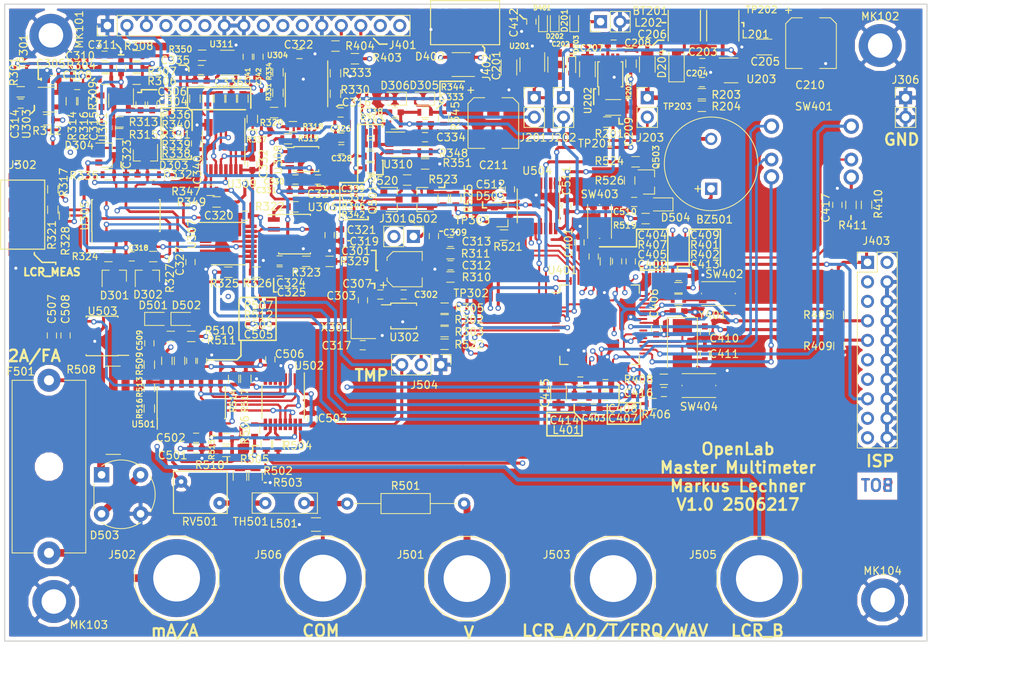
<source format=kicad_pcb>
(kicad_pcb (version 4) (host pcbnew 4.0.6)
  (title_block (title "Master Multimeter") (date 2017-09-25) (rev V1.0) (company "University of Applied Sciences - Markus Lechner"))
  (layers (0 F.Cu signal) (1 In1.Cu power hide) (2 In2.Cu signal) (31 B.Cu signal) (35 F.Paste user) (37 F.SilkS user) (39 F.Mask user) (44 Edge.Cuts user))
  (net 0 "")
  (net 1 "Net-(BT201-Pad1)")
  (net 2 "Net-(BZ501-Pad1)")
  (net 3 "Net-(BZ501-Pad2)")
  (net 4 USB_PWR)
  (net 5 +3V3)
  (net 6 "Net-(C203-Pad2)")
  (net 7 "Net-(C203-Pad1)")
  (net 8 "Net-(C204-Pad2)")
  (net 9 -5V)
  (net 10 "Net-(C207-Pad1)")
  (net 11 "Net-(C208-Pad1)")
  (net 12 +5V)
  (net 13 "Net-(C301-Pad1)")
  (net 14 "Net-(C307-Pad1)")
  (net 15 "Net-(C308-Pad2)")
  (net 16 "Net-(C308-Pad1)")
  (net 17 "Net-(C309-Pad2)")
  (net 18 "Net-(C309-Pad1)")
  (net 19 "Net-(C310-Pad2)")
  (net 20 "Net-(C312-Pad2)")
  (net 21 "Net-(C329-Pad2)")
  (net 22 "Net-(C329-Pad1)")
  (net 23 "Net-(C338-Pad2)")
  (net 24 "/MCU Signal Processing/MCU_~RESET~")
  (net 25 "Net-(C410-Pad1)")
  (net 26 "Net-(C411-Pad1)")
  (net 27 "Net-(C412-Pad2)")
  (net 28 "Net-(C414-Pad2)")
  (net 29 "/MCU Signal Processing/PIO1_11/ISP1")
  (net 30 "Net-(C417-Pad2)")
  (net 31 "Net-(C509-Pad2)")
  (net 32 "Net-(D301-Pad3)")
  (net 33 "Net-(D302-Pad3)")
  (net 34 "Net-(D303-Pad3)")
  (net 35 "Net-(D304-Pad3)")
  (net 36 "Net-(D305-Pad2)")
  (net 37 "Net-(D402-Pad2)")
  (net 38 "Net-(D402-Pad3)")
  (net 39 "Net-(D501-Pad2)")
  (net 40 "Net-(D503-Pad1)")
  (net 41 "Net-(D505-Pad3)")
  (net 42 "Net-(F501-Pad2)")
  (net 43 "Net-(J301-Pad2)")
  (net 44 /TLD_LCR_MEAS_A)
  (net 45 /TLD_LCR_MEAS_B)
  (net 46 "Net-(J401-Pad13)")
  (net 47 "Net-(J401-Pad14)")
  (net 48 "/MCU Signal Processing/SWDIO/PIO0_20/TMS")
  (net 49 "/MCU Signal Processing/SWCLK/PIO0_19/TCK")
  (net 50 "/MCU Signal Processing/SWO_PIO1_0")
  (net 51 "Net-(J501-Pad1)")
  (net 52 "Net-(J503-Pad1)")
  (net 53 "Net-(J504-Pad2)")
  (net 54 "Net-(J506-Pad1)")
  (net 55 "Net-(Q501-Pad1)")
  (net 56 "Net-(Q501-Pad2)")
  (net 57 "Net-(Q502-Pad2)")
  (net 58 "Net-(Q503-Pad1)")
  (net 59 /TLD_MU_PG)
  (net 60 "Net-(R202-Pad1)")
  (net 61 /TLD_MU_PWR_EN)
  (net 62 "Net-(R301-Pad1)")
  (net 63 "Net-(R302-Pad1)")
  (net 64 /TLD_DDS_SCLK)
  (net 65 "Net-(R303-Pad1)")
  (net 66 /TLD_DDS_SDATA)
  (net 67 "Net-(R304-Pad1)")
  (net 68 "Net-(R305-Pad1)")
  (net 69 /TLD_DDS_FSYNC)
  (net 70 "Net-(R306-Pad2)")
  (net 71 /TLD_ADC_REF_SIG)
  (net 72 "Net-(R310-Pad2)")
  (net 73 "Net-(R312-Pad1)")
  (net 74 "Net-(R313-Pad2)")
  (net 75 "Net-(R314-Pad2)")
  (net 76 "Net-(R318-Pad1)")
  (net 77 /TLD_LCR_UI_GAIN_x10)
  (net 78 "Net-(R319-Pad1)")
  (net 79 /TLD_LCR_UI_GAIN_x100)
  (net 80 "Net-(R320-Pad1)")
  (net 81 "Net-(R322-Pad1)")
  (net 82 "Net-(R322-Pad2)")
  (net 83 "Net-(R323-Pad1)")
  (net 84 "Net-(R323-Pad2)")
  (net 85 "Net-(R325-Pad1)")
  (net 86 /TLD_LCR_UI_SEL)
  (net 87 "Net-(R326-Pad1)")
  (net 88 "Net-(R329-Pad1)")
  (net 89 "Net-(R330-Pad1)")
  (net 90 "Net-(R330-Pad2)")
  (net 91 "Net-(R331-Pad2)")
  (net 92 "Net-(R335-Pad2)")
  (net 93 "Net-(R336-Pad1)")
  (net 94 "Net-(R337-Pad1)")
  (net 95 "Net-(R338-Pad1)")
  (net 96 "Net-(R339-Pad1)")
  (net 97 "Net-(R339-Pad2)")
  (net 98 "Net-(R340-Pad1)")
  (net 99 "Net-(R341-Pad1)")
  (net 100 "Net-(R342-Pad1)")
  (net 101 "Net-(R343-Pad2)")
  (net 102 /TLD_ADC_MED_SIG)
  (net 103 "Net-(R347-Pad1)")
  (net 104 /TLD_CURR_RG_A)
  (net 105 "Net-(R348-Pad2)")
  (net 106 "Net-(R349-Pad1)")
  (net 107 /TLD_CURR_RG_B)
  (net 108 "Net-(R350-Pad1)")
  (net 109 "Net-(R402-Pad1)")
  (net 110 "Net-(R407-Pad1)")
  (net 111 "/MCU Signal Processing/PIO1_9/ISP0")
  (net 112 "Net-(R408-Pad1)")
  (net 113 "Net-(R411-Pad1)")
  (net 114 "Net-(R501-Pad1)")
  (net 115 "Net-(R502-Pad1)")
  (net 116 "Net-(R502-Pad2)")
  (net 117 /TLD_UI_SEL)
  (net 118 "Net-(R504-Pad2)")
  (net 119 /TLD_UI_GAIN_x10)
  (net 120 "Net-(R505-Pad2)")
  (net 121 /TLD_UI_GAIN_x100)
  (net 122 "Net-(R506-Pad2)")
  (net 123 /TLD_U_SIGN)
  (net 124 "Net-(R507-Pad2)")
  (net 125 "Net-(R509-Pad1)")
  (net 126 /TLD_UI_SIGNAL)
  (net 127 "Net-(R512-Pad1)")
  (net 128 "Net-(R513-Pad2)")
  (net 129 "Net-(R514-Pad2)")
  (net 130 "Net-(R515-Pad1)")
  (net 131 "Net-(R515-Pad2)")
  (net 132 /TLD_TEMP_SENSE)
  (net 133 /TLD_BUZZER)
  (net 134 /TLD_CONT_TST)
  (net 135 "/MCU Signal Processing/PIO1_6")
  (net 136 "/MCU Signal Processing/PIO1_5")
  (net 137 "/MCU Signal Processing/PIO1_4")
  (net 138 "/MCU Signal Processing/PIO1_2")
  (net 139 "/MCU Signal Processing/PIO1_3")
  (net 140 "Net-(U302-Pad5)")
  (net 141 "Net-(U304-Pad14)")
  (net 142 "Net-(U304-Pad15)")
  (net 143 "Net-(U305-Pad1)")
  (net 144 "Net-(U305-Pad6)")
  (net 145 "Net-(U305-Pad8)")
  (net 146 "Net-(U305-Pad13)")
  (net 147 "Net-(U306-Pad2)")
  (net 148 "Net-(U306-Pad3)")
  (net 149 /TLD_DAC_SIG)
  (net 150 /TLD_FREQ_TMR)
  (net 151 /TLD_TOOL_SEL_A)
  (net 152 /TLD_TOOL_SEL_B)
  (net 153 "Net-(U501-Pad1)")
  (net 154 "/MT Measurement Tools/U/I_Measurement")
  (net 155 "Net-(U501-Pad6)")
  (net 156 "Net-(U501-Pad9)")
  (net 157 "Net-(U502-Pad13)")
  (net 158 "Net-(D503-Pad2)")
  (net 159 "Net-(J302-Pad3)")
  (net 160 "Net-(J302-Pad5)")
  (net 161 GND)
  (net 162 "Net-(C202-Pad1)")
  (net 163 "Net-(C204-Pad1)")
  (net 164 "Net-(C209-Pad1)")
  (module Capacitors_SMD:C_0603 (layer F.Cu) (at 129.24155 66.45783 90)
    (fp_text reference C332 (at 0.03283 1.45845 90) (layer F.SilkS))
    (fp_text value µ1)
    (pad 2 smd rect (at 0.75 0 90) (size 0.8 0.75) (layers F.Cu F.Paste F.Mask) (net 161 GND))
    (pad 1 smd rect (at -0.75 0 90) (size 0.8 0.75) (layers F.Cu F.Paste F.Mask) (net 12 +5V))
  )
  (module Pin_Headers:Pin_Header_Straight_1x02_Pitch2.54mm (layer F.Cu) (at 174.625 47.879 90)
    (fp_text reference BT201 (at 1.397 6.477 180) (layer F.SilkS))
    (fp_text value 9V)
    (pad 1 thru_hole rect (at 0 0 90) (size 1.7 1.7) (drill 1) (layers *.Cu *.Mask) (net 1 "Net-(BT201-Pad1)"))
    (pad 2 thru_hole oval (at 0 2.54 90) (size 1.7 1.7) (drill 1) (layers *.Cu *.Mask) (net 161 GND))
  )
  (module Capacitors_SMD:C_1206 (layer F.Cu) (at 162.687 53.848 270)
    (fp_text reference C201 (at -0.254 1.651 270) (layer F.SilkS))
    (fp_text value 10µ)
    (pad 1 smd rect (at -1.5 0 270) (size 1 1.6) (layers F.Cu F.Paste F.Mask) (net 4 USB_PWR))
    (pad 2 smd rect (at 1.5 0 270) (size 1 1.6) (layers F.Cu F.Paste F.Mask) (net 161 GND))
  )
  (module Capacitors_SMD:C_1206 (layer F.Cu) (at 168.783 53.467 90)
    (fp_text reference C202 (at 2.667 0.635 180) (layer F.SilkS) (effects (font (size 0.6 0.6))))
    (fp_text value 2µ2)
    (pad 1 smd rect (at -1.5 0 90) (size 1 1.6) (layers F.Cu F.Paste F.Mask) (net 162 "Net-(C202-Pad1)"))
    (pad 2 smd rect (at 1.5 0 90) (size 1 1.6) (layers F.Cu F.Paste F.Mask) (net 161 GND))
  )
  (module Capacitors_SMD:C_0603 (layer F.Cu) (at 187.87999 53.27523)
    (fp_text reference C203 (at 0.08001 -1.45923) (layer F.SilkS))
    (fp_text value 1µ)
    (pad 2 smd rect (at 0.75 0) (size 0.8 0.75) (layers F.Cu F.Paste F.Mask) (net 6 "Net-(C203-Pad2)"))
    (pad 1 smd rect (at -0.75 0) (size 0.8 0.75) (layers F.Cu F.Paste F.Mask) (net 7 "Net-(C203-Pad1)"))
  )
  (module Capacitors_SMD:C_0603 (layer F.Cu) (at 187.833 55.753)
    (fp_text reference C204 (at -0.635 -1.143) (layer F.SilkS) (effects (font (size 0.75 0.75))))
    (fp_text value 1n2)
    (pad 2 smd rect (at 0.75 0) (size 0.8 0.75) (layers F.Cu F.Paste F.Mask) (net 8 "Net-(C204-Pad2)"))
    (pad 1 smd rect (at -0.75 0) (size 0.8 0.75) (layers F.Cu F.Paste F.Mask) (net 163 "Net-(C204-Pad1)"))
  )
  (module Capacitors_SMD:C_1206 (layer F.Cu) (at 195.961 51.181 180)
    (fp_text reference C205 (at -0.127 -1.905 180) (layer F.SilkS))
    (fp_text value 22µ)
    (pad 1 smd rect (at -1.5 0 180) (size 1 1.6) (layers F.Cu F.Paste F.Mask) (net 4 USB_PWR))
    (pad 2 smd rect (at 1.5 0 180) (size 1 1.6) (layers F.Cu F.Paste F.Mask) (net 161 GND))
  )
  (module Capacitors_SMD:C_1206 (layer F.Cu) (at 180.721 53.467 270)
    (fp_text reference C206 (at -3.937 -0.635 360) (layer F.SilkS))
    (fp_text value 22µ)
    (pad 1 smd rect (at -1.5 0 270) (size 1 1.6) (layers F.Cu F.Paste F.Mask) (net 161 GND))
    (pad 2 smd rect (at 1.5 0 270) (size 1 1.6) (layers F.Cu F.Paste F.Mask) (net 163 "Net-(C204-Pad1)"))
  )
  (module Capacitors_SMD:C_1206 (layer F.Cu) (at 172.91812 54.08168 270)
    (fp_text reference C207 (at -2.77368 -0.56388 360) (layer F.SilkS) (effects (font (size 0.8 0.8))))
    (fp_text value 10µ)
    (pad 1 smd rect (at -1.5 0 270) (size 1 1.6) (layers F.Cu F.Paste F.Mask) (net 10 "Net-(C207-Pad1)"))
    (pad 2 smd rect (at 1.5 0 270) (size 1 1.6) (layers F.Cu F.Paste F.Mask) (net 161 GND))
  )
  (module Capacitors_SMD:C_0603 (layer F.Cu) (at 176.32807 50.86604)
    (fp_text reference C208 (at 3.13817 -0.22352) (layer F.SilkS) (effects (font (size 0.9 0.9))))
    (fp_text value µ1)
    (pad 2 smd rect (at 0.75 0) (size 0.8 0.75) (layers F.Cu F.Paste F.Mask) (net 161 GND))
    (pad 1 smd rect (at -0.75 0) (size 0.8 0.75) (layers F.Cu F.Paste F.Mask) (net 11 "Net-(C208-Pad1)"))
  )
  (module Capacitors_SMD:C_1206 (layer F.Cu) (at 176.276 59.055)
    (fp_text reference C209 (at 2.032 3.175 90) (layer F.SilkS))
    (fp_text value 10µ)
    (pad 1 smd rect (at -1.5 0) (size 1 1.6) (layers F.Cu F.Paste F.Mask) (net 164 "Net-(C209-Pad1)"))
    (pad 2 smd rect (at 1.5 0) (size 1 1.6) (layers F.Cu F.Paste F.Mask) (net 161 GND))
  )
  (module Capacitors_SMD:CP_Elec_6.3x5.7 (layer F.Cu) (at 202.057 50.673 270)
    (fp_text reference C210 (at 5.461 0.127 360) (layer F.SilkS))
    (fp_text value 100µ)
    (fp_text user + (at -4.28 3.01 270) (layer F.SilkS))
    (pad 1 smd rect (at -2.7 0 90) (size 3.5 1.6) (layers F.Cu F.Paste F.Mask) (net 4 USB_PWR))
    (pad 2 smd rect (at 2.7 0 90) (size 3.5 1.6) (layers F.Cu F.Paste F.Mask) (net 161 GND))
  )
  (module Capacitors_SMD:CP_Elec_6.3x5.7 (layer F.Cu) (at 160.655 61.087 270)
    (fp_text reference C211 (at 5.488 -0.045 360) (layer F.SilkS))
    (fp_text value 100µ)
    (fp_text user + (at -4.28 3.01 270) (layer F.SilkS))
    (pad 1 smd rect (at -2.7 0 90) (size 3.5 1.6) (layers F.Cu F.Paste F.Mask) (net 4 USB_PWR))
    (pad 2 smd rect (at 2.7 0 90) (size 3.5 1.6) (layers F.Cu F.Paste F.Mask) (net 161 GND))
  )
  (module Capacitors_SMD:CP_Elec_4x5.7 (layer F.Cu) (at 149.098 80.137)
    (fp_text reference C301 (at -6.348 -2.367) (layer F.SilkS))
    (fp_text value 10µ)
    (fp_text user + (at -2.77 2.01) (layer F.SilkS))
    (pad 1 smd rect (at -1.8 0 180) (size 2.6 1.6) (layers F.Cu F.Paste F.Mask) (net 13 "Net-(C301-Pad1)"))
    (pad 2 smd rect (at 1.8 0 180) (size 2.6 1.6) (layers F.Cu F.Paste F.Mask) (net 161 GND))
  )
  (module Capacitors_SMD:C_0603 (layer F.Cu) (at 148.971 83.439 180)
    (fp_text reference C302 (at -2.909 -0.011 180) (layer F.SilkS) (effects (font (size 0.8 0.8))))
    (fp_text value µ1)
    (pad 2 smd rect (at 0.75 0 180) (size 0.8 0.75) (layers F.Cu F.Paste F.Mask) (net 13 "Net-(C301-Pad1)"))
    (pad 1 smd rect (at -0.75 0 180) (size 0.8 0.75) (layers F.Cu F.Paste F.Mask) (net 161 GND))
  )
  (module Capacitors_SMD:C_0603 (layer F.Cu) (at 143.66494 84.1883 270)
    (fp_text reference C303 (at -0.5883 2.82494 360) (layer F.SilkS))
    (fp_text value µ1)
    (pad 2 smd rect (at 0.75 0 270) (size 0.8 0.75) (layers F.Cu F.Paste F.Mask) (net 161 GND))
    (pad 1 smd rect (at -0.75 0 270) (size 0.8 0.75) (layers F.Cu F.Paste F.Mask) (net 5 +3V3))
  )
  (module Capacitors_SMD:C_0603 (layer F.Cu) (at 116.205 58.674 90)
    (fp_text reference C304 (at 0.374 2.695 180) (layer F.SilkS))
    (fp_text value 2µ2)
    (pad 2 smd rect (at 0.75 0 90) (size 0.8 0.75) (layers F.Cu F.Paste F.Mask) (net 161 GND))
    (pad 1 smd rect (at -0.75 0 90) (size 0.8 0.75) (layers F.Cu F.Paste F.Mask) (net 12 +5V))
  )
  (module Capacitors_SMD:C_0603 (layer F.Cu) (at 103.22306 55.49392 180)
    (fp_text reference C305 (at 0.22606 2.15392 180) (layer F.SilkS))
    (fp_text value µ1)
    (pad 2 smd rect (at 0.75 0 180) (size 0.8 0.75) (layers F.Cu F.Paste F.Mask) (net 161 GND))
    (pad 1 smd rect (at -0.75 0 180) (size 0.8 0.75) (layers F.Cu F.Paste F.Mask) (net 12 +5V))
  )
  (module Capacitors_SMD:C_0603 (layer F.Cu) (at 114.681 58.674 90)
    (fp_text reference C306 (at 1.674 4.119 180) (layer F.SilkS))
    (fp_text value µ1)
    (pad 2 smd rect (at 0.75 0 90) (size 0.8 0.75) (layers F.Cu F.Paste F.Mask) (net 161 GND))
    (pad 1 smd rect (at -0.75 0 90) (size 0.8 0.75) (layers F.Cu F.Paste F.Mask) (net 12 +5V))
  )
  (module Capacitors_SMD:C_0603 (layer F.Cu) (at 145.923 83.439 180)
    (fp_text reference C307 (at 3.013 1.409 180) (layer F.SilkS))
    (fp_text value 10n)
    (pad 2 smd rect (at 0.75 0 180) (size 0.8 0.75) (layers F.Cu F.Paste F.Mask) (net 5 +3V3))
    (pad 1 smd rect (at -0.75 0 180) (size 0.8 0.75) (layers F.Cu F.Paste F.Mask) (net 14 "Net-(C307-Pad1)"))
  )
  (module Capacitors_SMD:C_0603 (layer F.Cu) (at 106.426 56.134)
    (fp_text reference C308 (at 0 -1.27) (layer F.SilkS))
    (fp_text value 47n)
    (pad 2 smd rect (at 0.75 0) (size 0.8 0.75) (layers F.Cu F.Paste F.Mask) (net 15 "Net-(C308-Pad2)"))
    (pad 1 smd rect (at -0.75 0) (size 0.8 0.75) (layers F.Cu F.Paste F.Mask) (net 16 "Net-(C308-Pad1)"))
  )
  (module Capacitors_SMD:C_0603 (layer F.Cu) (at 152.908 75.819 90)
    (fp_text reference C309 (at 0.459 2.762 180) (layer F.SilkS) (effects (font (size 0.8 0.8))))
    (fp_text value 47n)
    (pad 2 smd rect (at 0.75 0 90) (size 0.8 0.75) (layers F.Cu F.Paste F.Mask) (net 17 "Net-(C309-Pad2)"))
    (pad 1 smd rect (at -0.75 0 90) (size 0.8 0.75) (layers F.Cu F.Paste F.Mask) (net 18 "Net-(C309-Pad1)"))
  )
  (module Capacitors_SMD:C_0603 (layer F.Cu) (at 109.982 52.324)
    (fp_text reference C310 (at -3.175 0) (layer F.SilkS))
    (fp_text value 100n)
    (pad 2 smd rect (at 0.75 0) (size 0.8 0.75) (layers F.Cu F.Paste F.Mask) (net 19 "Net-(C310-Pad2)"))
    (pad 1 smd rect (at -0.75 0) (size 0.8 0.75) (layers F.Cu F.Paste F.Mask) (net 161 GND))
  )
  (module Capacitors_SMD:C_0603 (layer F.Cu) (at 112.141 53.848 90)
    (fp_text reference C311 (at 2.948 -2.441 180) (layer F.SilkS))
    (fp_text value µ1)
    (pad 2 smd rect (at 0.75 0 90) (size 0.8 0.75) (layers F.Cu F.Paste F.Mask) (net 161 GND))
    (pad 1 smd rect (at -0.75 0 90) (size 0.8 0.75) (layers F.Cu F.Paste F.Mask) (net 9 -5V))
  )
  (module Capacitors_SMD:C_0603 (layer F.Cu) (at 155.067 79.629)
    (fp_text reference C312 (at 3.393 0.021) (layer F.SilkS))
    (fp_text value ?)
    (pad 2 smd rect (at 0.75 0) (size 0.8 0.75) (layers F.Cu F.Paste F.Mask) (net 20 "Net-(C312-Pad2)"))
    (pad 1 smd rect (at -0.75 0) (size 0.8 0.75) (layers F.Cu F.Paste F.Mask) (net 161 GND))
  )
  (module Capacitors_SMD:C_0603 (layer F.Cu) (at 155.067 76.581 180)
    (fp_text reference C313 (at -3.393 0.051 180) (layer F.SilkS))
    (fp_text value ?)
    (pad 2 smd rect (at 0.75 0 180) (size 0.8 0.75) (layers F.Cu F.Paste F.Mask) (net 18 "Net-(C309-Pad1)"))
    (pad 1 smd rect (at -0.75 0 180) (size 0.8 0.75) (layers F.Cu F.Paste F.Mask) (net 161 GND))
  )
  (module Capacitors_SMD:C_0603 (layer F.Cu) (at 99.06 58.547 180)
    (fp_text reference C314 (at 0.762 -2.667 270) (layer F.SilkS))
    (fp_text value µ1)
    (pad 2 smd rect (at 0.75 0 180) (size 0.8 0.75) (layers F.Cu F.Paste F.Mask) (net 161 GND))
    (pad 1 smd rect (at -0.75 0 180) (size 0.8 0.75) (layers F.Cu F.Paste F.Mask) (net 9 -5V))
  )
  (module Capacitors_SMD:C_0603 (layer F.Cu) (at 109.59846 58.24474 90)
    (fp_text reference C315 (at -3.22326 -1.01346 90) (layer F.SilkS))
    (fp_text value 2µ2)
    (pad 2 smd rect (at 0.75 0 90) (size 0.8 0.75) (layers F.Cu F.Paste F.Mask) (net 161 GND))
    (pad 1 smd rect (at -0.75 0 90) (size 0.8 0.75) (layers F.Cu F.Paste F.Mask) (net 9 -5V))
  )
  (module Capacitors_SMD:C_0603 (layer F.Cu) (at 140.74902 59.71286)
    (fp_text reference C316 (at 2.07598 -1.31286) (layer F.SilkS))
    (fp_text value µ1)
    (pad 2 smd rect (at 0.75 0) (size 0.8 0.75) (layers F.Cu F.Paste F.Mask) (net 161 GND))
    (pad 1 smd rect (at -0.75 0) (size 0.8 0.75) (layers F.Cu F.Paste F.Mask) (net 12 +5V))
  )
  (module Capacitors_SMD:C_0603 (layer F.Cu) (at 143.637 90.043 180)
    (fp_text reference C317 (at 3.427 -0.057 180) (layer F.SilkS))
    (fp_text value µ1)
    (pad 2 smd rect (at 0.75 0 180) (size 0.8 0.75) (layers F.Cu F.Paste F.Mask) (net 5 +3V3))
    (pad 1 smd rect (at -0.75 0 180) (size 0.8 0.75) (layers F.Cu F.Paste F.Mask) (net 161 GND))
  )
  (module Capacitors_SMD:C_0603 (layer F.Cu) (at 113.53038 78.46568)
    (fp_text reference C318 (at 0.89535 -1.09601) (layer F.SilkS) (effects (font (size 0.66 0.66))))
    (fp_text value µ1)
    (pad 2 smd rect (at 0.75 0) (size 0.8 0.75) (layers F.Cu F.Paste F.Mask) (net 161 GND))
    (pad 1 smd rect (at -0.75 0) (size 0.8 0.75) (layers F.Cu F.Paste F.Mask) (net 12 +5V))
  )
  (module Capacitors_SMD:C_0603 (layer F.Cu) (at 140.843 75.692 270)
    (fp_text reference C319 (at 0.833 -2.982 360) (layer F.SilkS))
    (fp_text value 2µ2)
    (pad 2 smd rect (at 0.75 0 270) (size 0.8 0.75) (layers F.Cu F.Paste F.Mask) (net 161 GND))
    (pad 1 smd rect (at -0.75 0 270) (size 0.8 0.75) (layers F.Cu F.Paste F.Mask) (net 12 +5V))
  )
  (module Capacitors_SMD:C_0603 (layer F.Cu) (at 128.30429 73.16851 180)
    (fp_text reference C320 (at 3.42929 0.01851 180) (layer F.SilkS))
    (fp_text value µ1)
    (pad 2 smd rect (at 0.75 0 180) (size 0.8 0.75) (layers F.Cu F.Paste F.Mask) (net 161 GND))
    (pad 1 smd rect (at -0.75 0 180) (size 0.8 0.75) (layers F.Cu F.Paste F.Mask) (net 12 +5V))
  )
  (module Capacitors_SMD:C_0603 (layer F.Cu) (at 139.319 75.692 270)
    (fp_text reference C321 (at -0.667 -4.156 360) (layer F.SilkS))
    (fp_text value µ1)
    (pad 2 smd rect (at 0.75 0 270) (size 0.8 0.75) (layers F.Cu F.Paste F.Mask) (net 161 GND))
    (pad 1 smd rect (at -0.75 0 270) (size 0.8 0.75) (layers F.Cu F.Paste F.Mask) (net 12 +5V))
  )
  (module Capacitors_SMD:C_0603 (layer F.Cu) (at 135.39216 52.0954)
    (fp_text reference C322 (at -0.11716 -1.2204) (layer F.SilkS))
    (fp_text value µ1)
    (pad 2 smd rect (at 0.75 0) (size 0.8 0.75) (layers F.Cu F.Paste F.Mask) (net 161 GND))
    (pad 1 smd rect (at -0.75 0) (size 0.8 0.75) (layers F.Cu F.Paste F.Mask) (net 9 -5V))
  )
  (module Capacitors_SMD:C_0603 (layer F.Cu) (at 113.538 67.818)
    (fp_text reference C323 (at -0.635 -2.667 90) (layer F.SilkS))
    (fp_text value µ1)
    (pad 2 smd rect (at 0.75 0) (size 0.8 0.75) (layers F.Cu F.Paste F.Mask) (net 161 GND))
    (pad 1 smd rect (at -0.75 0) (size 0.8 0.75) (layers F.Cu F.Paste F.Mask) (net 9 -5V))
  )
  (module Capacitors_SMD:C_0603 (layer F.Cu) (at 132.79628 78.99781)
    (fp_text reference C324 (at 1.47872 2.92719) (layer F.SilkS))
    (fp_text value µ1)
    (pad 2 smd rect (at 0.75 0) (size 0.8 0.75) (layers F.Cu F.Paste F.Mask) (net 161 GND))
    (pad 1 smd rect (at -0.75 0) (size 0.8 0.75) (layers F.Cu F.Paste F.Mask) (net 9 -5V))
  )
  (module Capacitors_SMD:C_0603 (layer F.Cu) (at 132.80644 80.42148)
    (fp_text reference C325 (at 1.54356 2.72852) (layer F.SilkS))
    (fp_text value 2µ2)
    (pad 2 smd rect (at 0.75 0) (size 0.8 0.75) (layers F.Cu F.Paste F.Mask) (net 161 GND))
    (pad 1 smd rect (at -0.75 0) (size 0.8 0.75) (layers F.Cu F.Paste F.Mask) (net 9 -5V))
  )
  (module Capacitors_SMD:C_0603 (layer F.Cu) (at 140.843 62.992)
    (fp_text reference C326 (at -0.093 -1.167) (layer F.SilkS) (effects (font (size 0.7 0.7))))
    (fp_text value 2µ2)
    (pad 2 smd rect (at 0.75 0) (size 0.8 0.75) (layers F.Cu F.Paste F.Mask) (net 161 GND))
    (pad 1 smd rect (at -0.75 0) (size 0.8 0.75) (layers F.Cu F.Paste F.Mask) (net 12 +5V))
  )
  (module Capacitors_SMD:C_0603 (layer F.Cu) (at 121.18848 79.20736 270)
    (fp_text reference C327 (at -0.13236 1.38848 270) (layer F.SilkS))
    (fp_text value µ1)
    (pad 2 smd rect (at 0.75 0 270) (size 0.8 0.75) (layers F.Cu F.Paste F.Mask) (net 161 GND))
    (pad 1 smd rect (at -0.75 0 270) (size 0.8 0.75) (layers F.Cu F.Paste F.Mask) (net 9 -5V))
  )
  (module Capacitors_SMD:C_0603 (layer F.Cu) (at 140.843 64.516)
    (fp_text reference C328 (at 0.032 1.184) (layer F.SilkS) (effects (font (size 0.7 0.7))))
    (fp_text value µ1)
    (pad 2 smd rect (at 0.75 0) (size 0.8 0.75) (layers F.Cu F.Paste F.Mask) (net 161 GND))
    (pad 1 smd rect (at -0.75 0) (size 0.8 0.75) (layers F.Cu F.Paste F.Mask) (net 12 +5V))
  )
  (module Capacitors_SMD:C_0603 (layer F.Cu) (at 137.795 68.453 180)
    (fp_text reference C329 (at -0.505 -1.872 180) (layer F.SilkS))
    (fp_text value 47n)
    (pad 2 smd rect (at 0.75 0 180) (size 0.8 0.75) (layers F.Cu F.Paste F.Mask) (net 21 "Net-(C329-Pad2)"))
    (pad 1 smd rect (at -0.75 0 180) (size 0.8 0.75) (layers F.Cu F.Paste F.Mask) (net 22 "Net-(C329-Pad1)"))
  )
  (module Capacitors_SMD:C_0603 (layer F.Cu) (at 134.8613 68.45046)
    (fp_text reference C330 (at -2.7863 0.27454) (layer F.SilkS) (effects (font (size 0.7 0.7))))
    (fp_text value µ1)
    (pad 2 smd rect (at 0.75 0) (size 0.8 0.75) (layers F.Cu F.Paste F.Mask) (net 161 GND))
    (pad 1 smd rect (at -0.75 0) (size 0.8 0.75) (layers F.Cu F.Paste F.Mask) (net 9 -5V))
  )
  (module Capacitors_SMD:C_0603 (layer F.Cu) (at 134.8613 69.96684)
    (fp_text reference C331 (at -3.7973 -0.11684) (layer F.SilkS) (effects (font (size 0.7 0.7))))
    (fp_text value 2µ2)
    (pad 2 smd rect (at 0.75 0) (size 0.8 0.75) (layers F.Cu F.Paste F.Mask) (net 161 GND))
    (pad 1 smd rect (at -0.75 0) (size 0.8 0.75) (layers F.Cu F.Paste F.Mask) (net 9 -5V))
  )
  (module Capacitors_SMD:C_0603 (layer F.Cu) (at 151.765 61.214)
    (fp_text reference C333 (at 3.51 -3.514) (layer F.SilkS) (effects (font (size 0.8 0.8))))
    (fp_text value 2µ2)
    (pad 2 smd rect (at 0.75 0) (size 0.8 0.75) (layers F.Cu F.Paste F.Mask) (net 161 GND))
    (pad 1 smd rect (at -0.75 0) (size 0.8 0.75) (layers F.Cu F.Paste F.Mask) (net 12 +5V))
  )
  (module Capacitors_SMD:C_0603 (layer F.Cu) (at 151.75865 62.93485)
    (fp_text reference C334 (at 3.36635 0.01515) (layer F.SilkS))
    (fp_text value µ1)
    (pad 2 smd rect (at 0.75 0) (size 0.8 0.75) (layers F.Cu F.Paste F.Mask) (net 161 GND))
    (pad 1 smd rect (at -0.75 0) (size 0.8 0.75) (layers F.Cu F.Paste F.Mask) (net 12 +5V))
  )
  (module Capacitors_SMD:C_0603 (layer F.Cu) (at 122.54992 54.16804 180)
    (fp_text reference C335 (at 3.34992 1.26804 180) (layer F.SilkS))
    (fp_text value 2µ2)
    (pad 2 smd rect (at 0.75 0 180) (size 0.8 0.75) (layers F.Cu F.Paste F.Mask) (net 161 GND))
    (pad 1 smd rect (at -0.75 0 180) (size 0.8 0.75) (layers F.Cu F.Paste F.Mask) (net 12 +5V))
  )
  (module Capacitors_SMD:C_0603 (layer F.Cu) (at 122.5423 55.58536 180)
    (fp_text reference C336 (at -3.6577 -0.21464 180) (layer F.SilkS))
    (fp_text value µ1)
    (pad 2 smd rect (at 0.75 0 180) (size 0.8 0.75) (layers F.Cu F.Paste F.Mask) (net 161 GND))
    (pad 1 smd rect (at -0.75 0 180) (size 0.8 0.75) (layers F.Cu F.Paste F.Mask) (net 12 +5V))
  )
  (module Capacitors_SMD:C_0603 (layer F.Cu) (at 144.653 63.881 180)
    (fp_text reference C337 (at 2.278 -6.919 180) (layer F.SilkS) (effects (font (size 0.8 0.8))))
    (fp_text value µ1)
    (pad 2 smd rect (at 0.75 0 180) (size 0.8 0.75) (layers F.Cu F.Paste F.Mask) (net 161 GND))
    (pad 1 smd rect (at -0.75 0 180) (size 0.8 0.75) (layers F.Cu F.Paste F.Mask) (net 9 -5V))
  )
  (module Capacitors_SMD:C_0603 (layer F.Cu) (at 147.828 59.69)
    (fp_text reference C338 (at -3.078 -0.09) (layer F.SilkS) (effects (font (size 0.8 0.8))))
    (fp_text value 100n)
    (pad 2 smd rect (at 0.75 0) (size 0.8 0.75) (layers F.Cu F.Paste F.Mask) (net 23 "Net-(C338-Pad2)"))
    (pad 1 smd rect (at -0.75 0) (size 0.8 0.75) (layers F.Cu F.Paste F.Mask) (net 161 GND))
  )
  (module Capacitors_SMD:C_0603 (layer F.Cu) (at 144.653 62.23 180)
    (fp_text reference C339 (at 2.303 -7.42 180) (layer F.SilkS) (effects (font (size 0.8 0.8))))
    (fp_text value 2µ2)
    (pad 2 smd rect (at 0.75 0 180) (size 0.8 0.75) (layers F.Cu F.Paste F.Mask) (net 161 GND))
    (pad 1 smd rect (at -0.75 0 180) (size 0.8 0.75) (layers F.Cu F.Paste F.Mask) (net 9 -5V))
  )
  (module Capacitors_SMD:C_0603 (layer F.Cu) (at 121.92 63.754 270)
    (fp_text reference C340 (at 3.446 -0.18 450) (layer F.SilkS))
    (fp_text value µ1)
    (pad 2 smd rect (at 0.75 0 270) (size 0.8 0.75) (layers F.Cu F.Paste F.Mask) (net 161 GND))
    (pad 1 smd rect (at -0.75 0 270) (size 0.8 0.75) (layers F.Cu F.Paste F.Mask) (net 9 -5V))
  )
  (module Capacitors_SMD:C_0603 (layer F.Cu) (at 128.651 52.451 90)
    (fp_text reference C341 (at -2.574 -0.001 270) (layer F.SilkS) (effects (font (size 0.6 0.6))))
    (fp_text value µ1)
    (pad 2 smd rect (at 0.75 0 90) (size 0.8 0.75) (layers F.Cu F.Paste F.Mask) (net 161 GND))
    (pad 1 smd rect (at -0.75 0 90) (size 0.8 0.75) (layers F.Cu F.Paste F.Mask) (net 9 -5V))
  )
  (module Capacitors_SMD:C_0603 (layer F.Cu) (at 130.048 52.451 90)
    (fp_text reference C342 (at -2.599 0.027 270) (layer F.SilkS) (effects (font (size 0.6 0.6))))
    (fp_text value 2µ2)
    (pad 2 smd rect (at 0.75 0 90) (size 0.8 0.75) (layers F.Cu F.Paste F.Mask) (net 161 GND))
    (pad 1 smd rect (at -0.75 0 90) (size 0.8 0.75) (layers F.Cu F.Paste F.Mask) (net 9 -5V))
  )
  (module Capacitors_SMD:C_0603 (layer F.Cu) (at 171.88053 76.65847 270)
    (fp_text reference C401 (at 0.04953 1.44653 270) (layer F.SilkS))
    (fp_text value 10n)
    (pad 2 smd rect (at 0.75 0 270) (size 0.8 0.75) (layers F.Cu F.Paste F.Mask) (net 5 +3V3))
    (pad 1 smd rect (at -0.75 0 270) (size 0.8 0.75) (layers F.Cu F.Paste F.Mask) (net 161 GND))
  )
  (module Capacitors_SMD:C_0603 (layer F.Cu) (at 178.562 79.121 270)
    (fp_text reference C402 (at 0.381 -2.794 360) (layer F.SilkS))
    (fp_text value µ1)
    (pad 2 smd rect (at 0.75 0 270) (size 0.8 0.75) (layers F.Cu F.Paste F.Mask) (net 5 +3V3))
    (pad 1 smd rect (at -0.75 0 270) (size 0.8 0.75) (layers F.Cu F.Paste F.Mask) (net 161 GND))
  )
  (module Capacitors_SMD:C_0603 (layer F.Cu) (at 173.74235 98.30562)
    (fp_text reference C403 (at -0.00635 1.26238) (layer F.SilkS) (effects (font (size 0.8 0.8))))
    (fp_text value 10n)
    (pad 2 smd rect (at 0.75 0) (size 0.8 0.75) (layers F.Cu F.Paste F.Mask) (net 5 +3V3))
    (pad 1 smd rect (at -0.75 0) (size 0.8 0.75) (layers F.Cu F.Paste F.Mask) (net 161 GND))
  )
  (module Capacitors_SMD:C_0603 (layer F.Cu) (at 173.736 78.486 270)
    (fp_text reference C404 (at -2.794 -7.62 360) (layer F.SilkS))
    (fp_text value µ1)
    (pad 2 smd rect (at 0.75 0 270) (size 0.8 0.75) (layers F.Cu F.Paste F.Mask) (net 5 +3V3))
    (pad 1 smd rect (at -0.75 0 270) (size 0.8 0.75) (layers F.Cu F.Paste F.Mask) (net 161 GND))
  )
  (module Capacitors_SMD:C_0603 (layer F.Cu) (at 176.784 79.121 270)
    (fp_text reference C405 (at -0.889 -4.572 360) (layer F.SilkS))
    (fp_text value 10n)
    (pad 2 smd rect (at 0.75 0 270) (size 0.8 0.75) (layers F.Cu F.Paste F.Mask) (net 5 +3V3))
    (pad 1 smd rect (at -0.75 0 270) (size 0.8 0.75) (layers F.Cu F.Paste F.Mask) (net 161 GND))
  )
  (module Capacitors_SMD:C_0603 (layer F.Cu) (at 181.864 87.884 90)
    (fp_text reference C406 (at 3.302 -0.254 90) (layer F.SilkS))
    (fp_text value µ1)
    (pad 2 smd rect (at 0.75 0 90) (size 0.8 0.75) (layers F.Cu F.Paste F.Mask) (net 5 +3V3))
    (pad 1 smd rect (at -0.75 0 90) (size 0.8 0.75) (layers F.Cu F.Paste F.Mask) (net 161 GND))
  )
  (module Capacitors_SMD:C_0603 (layer F.Cu) (at 175.26 96.647 180)
    (fp_text reference C407 (at -2.286 -2.921 180) (layer F.SilkS))
    (fp_text value 10n)
    (pad 2 smd rect (at 0.75 0 180) (size 0.8 0.75) (layers F.Cu F.Paste F.Mask) (net 5 +3V3))
    (pad 1 smd rect (at -0.75 0 180) (size 0.8 0.75) (layers F.Cu F.Paste F.Mask) (net 161 GND))
  )
  (module Capacitors_SMD:C_0603 (layer F.Cu) (at 175.26 95.123 180)
    (fp_text reference C408 (at -2.286 -3.175 180) (layer F.SilkS))
    (fp_text value µ1)
    (pad 2 smd rect (at 0.75 0 180) (size 0.8 0.75) (layers F.Cu F.Paste F.Mask) (net 5 +3V3))
    (pad 1 smd rect (at -0.75 0 180) (size 0.8 0.75) (layers F.Cu F.Paste F.Mask) (net 161 GND))
  )
  (module Capacitors_SMD:C_0603 (layer F.Cu) (at 184.785 81.026 180)
    (fp_text reference C409 (at -3.429 5.334 180) (layer F.SilkS))
    (fp_text value µ1)
    (pad 2 smd rect (at 0.75 0 180) (size 0.8 0.75) (layers F.Cu F.Paste F.Mask) (net 24 "/MCU Signal Processing/MCU_~RESET~"))
    (pad 1 smd rect (at -0.75 0 180) (size 0.8 0.75) (layers F.Cu F.Paste F.Mask) (net 161 GND))
  )
  (module Capacitors_SMD:C_0603 (layer F.Cu) (at 188.22416 88.33866 270)
    (fp_text reference C410 (at 0.81534 -2.52984 360) (layer F.SilkS))
    (fp_text value 18p)
    (pad 2 smd rect (at 0.75 0 270) (size 0.8 0.75) (layers F.Cu F.Paste F.Mask) (net 161 GND))
    (pad 1 smd rect (at -0.75 0 270) (size 0.8 0.75) (layers F.Cu F.Paste F.Mask) (net 25 "Net-(C410-Pad1)"))
  )
  (module Capacitors_SMD:C_0603 (layer F.Cu) (at 188.21654 91.24188 90)
    (fp_text reference C411 (at 0.05588 2.53746 180) (layer F.SilkS))
    (fp_text value 18p)
    (pad 2 smd rect (at 0.75 0 90) (size 0.8 0.75) (layers F.Cu F.Paste F.Mask) (net 161 GND))
    (pad 1 smd rect (at -0.75 0 90) (size 0.8 0.75) (layers F.Cu F.Paste F.Mask) (net 26 "Net-(C411-Pad1)"))
  )
  (module Capacitors_SMD:C_0603 (layer F.Cu) (at 165.608 47.879 90)
    (fp_text reference C412 (at -0.127 -2.286 270) (layer F.SilkS))
    (fp_text value 10n)
    (pad 2 smd rect (at 0.75 0 90) (size 0.8 0.75) (layers F.Cu F.Paste F.Mask) (net 27 "Net-(C412-Pad2)"))
    (pad 1 smd rect (at -0.75 0 90) (size 0.8 0.75) (layers F.Cu F.Paste F.Mask) (net 161 GND))
  )
  (module Capacitors_SMD:C_0603 (layer F.Cu) (at 184.785 85.598 180)
    (fp_text reference C413 (at -3.429 6.096 180) (layer F.SilkS))
    (fp_text value 10n)
    (pad 2 smd rect (at 0.75 0 180) (size 0.8 0.75) (layers F.Cu F.Paste F.Mask) (net 5 +3V3))
    (pad 1 smd rect (at -0.75 0 180) (size 0.8 0.75) (layers F.Cu F.Paste F.Mask) (net 161 GND))
  )
  (module Capacitors_SMD:C_0603 (layer F.Cu) (at 171.99356 94.78518 180)
    (fp_text reference C414 (at 2.06756 -5.03682 180) (layer F.SilkS))
    (fp_text value µ1)
    (pad 2 smd rect (at 0.75 0 180) (size 0.8 0.75) (layers F.Cu F.Paste F.Mask) (net 28 "Net-(C414-Pad2)"))
    (pad 1 smd rect (at -0.75 0 180) (size 0.8 0.75) (layers F.Cu F.Paste F.Mask) (net 161 GND))
  )
  (module Capacitors_SMD:C_1206 (layer F.Cu) (at 169.1513 96.28632 90)
    (fp_text reference C415 (at 0 -1.75 90) (layer F.SilkS))
    (fp_text value 10µ)
    (pad 1 smd rect (at -1.5 0 90) (size 1 1.6) (layers F.Cu F.Paste F.Mask) (net 161 GND))
    (pad 2 smd rect (at 1.5 0 90) (size 1 1.6) (layers F.Cu F.Paste F.Mask) (net 28 "Net-(C414-Pad2)"))
  )
  (module Capacitors_SMD:C_0603 (layer F.Cu) (at 182.88 96.139 180)
    (fp_text reference C416 (at 3.302 -0.127 180) (layer F.SilkS))
    (fp_text value µ1)
    (pad 2 smd rect (at 0.75 0 180) (size 0.8 0.75) (layers F.Cu F.Paste F.Mask) (net 29 "/MCU Signal Processing/PIO1_11/ISP1"))
    (pad 1 smd rect (at -0.75 0 180) (size 0.8 0.75) (layers F.Cu F.Paste F.Mask) (net 161 GND))
  )
  (module Capacitors_SMD:C_0603 (layer F.Cu) (at 205.486 71.755 270)
    (fp_text reference C417 (at 0.381 1.524 270) (layer F.SilkS))
    (fp_text value µ1)
    (pad 2 smd rect (at 0.75 0 270) (size 0.8 0.75) (layers F.Cu F.Paste F.Mask) (net 30 "Net-(C417-Pad2)"))
    (pad 1 smd rect (at -0.75 0 270) (size 0.8 0.75) (layers F.Cu F.Paste F.Mask) (net 161 GND))
  )
  (module Capacitors_SMD:C_0603 (layer F.Cu) (at 121.92 103.505)
    (fp_text reference C501 (at -3.048 0.889) (layer F.SilkS))
    (fp_text value 2µ2)
    (pad 2 smd rect (at 0.75 0) (size 0.8 0.75) (layers F.Cu F.Paste F.Mask) (net 161 GND))
    (pad 1 smd rect (at -0.75 0) (size 0.8 0.75) (layers F.Cu F.Paste F.Mask) (net 12 +5V))
  )
  (module Capacitors_SMD:C_0603 (layer F.Cu) (at 121.92 102.108)
    (fp_text reference C502 (at -3.302 0) (layer F.SilkS))
    (fp_text value µ1)
    (pad 2 smd rect (at 0.75 0) (size 0.8 0.75) (layers F.Cu F.Paste F.Mask) (net 161 GND))
    (pad 1 smd rect (at -0.75 0) (size 0.8 0.75) (layers F.Cu F.Paste F.Mask) (net 12 +5V))
  )
  (module Capacitors_SMD:C_0603 (layer F.Cu) (at 137.0965 99.6315 90)
    (fp_text reference C503 (at 0.0635 2.6035 180) (layer F.SilkS))
    (fp_text value µ1)
    (pad 2 smd rect (at 0.75 0 90) (size 0.8 0.75) (layers F.Cu F.Paste F.Mask) (net 161 GND))
    (pad 1 smd rect (at -0.75 0 90) (size 0.8 0.75) (layers F.Cu F.Paste F.Mask) (net 12 +5V))
  )
  (module Capacitors_SMD:C_0603 (layer F.Cu) (at 121.285 92.075 90)
    (fp_text reference C504 (at 4.699 8.763 180) (layer F.SilkS))
    (fp_text value µ1)
    (pad 2 smd rect (at 0.75 0 90) (size 0.8 0.75) (layers F.Cu F.Paste F.Mask) (net 161 GND))
    (pad 1 smd rect (at -0.75 0 90) (size 0.8 0.75) (layers F.Cu F.Paste F.Mask) (net 9 -5V))
  )
  (module Capacitors_SMD:C_0603 (layer F.Cu) (at 122.682 92.075 90)
    (fp_text reference C505 (at 3.429 7.366 180) (layer F.SilkS))
    (fp_text value 2µ2)
    (pad 2 smd rect (at 0.75 0 90) (size 0.8 0.75) (layers F.Cu F.Paste F.Mask) (net 161 GND))
    (pad 1 smd rect (at -0.75 0 90) (size 0.8 0.75) (layers F.Cu F.Paste F.Mask) (net 9 -5V))
  )
  (module Capacitors_SMD:C_0603 (layer F.Cu) (at 131.59232 91.88704 90)
    (fp_text reference C506 (at 0.70104 2.51968 180) (layer F.SilkS))
    (fp_text value µ1)
    (pad 2 smd rect (at 0.75 0 90) (size 0.8 0.75) (layers F.Cu F.Paste F.Mask) (net 161 GND))
    (pad 1 smd rect (at -0.75 0 90) (size 0.8 0.75) (layers F.Cu F.Paste F.Mask) (net 9 -5V))
  )
  (module Capacitors_SMD:C_0603 (layer F.Cu) (at 103.124 88.773 270)
    (fp_text reference C507 (at -3.429 0 270) (layer F.SilkS))
    (fp_text value 2µ2)
    (pad 2 smd rect (at 0.75 0 270) (size 0.8 0.75) (layers F.Cu F.Paste F.Mask) (net 161 GND))
    (pad 1 smd rect (at -0.75 0 270) (size 0.8 0.75) (layers F.Cu F.Paste F.Mask) (net 5 +3V3))
  )
  (module Capacitors_SMD:C_0603 (layer F.Cu) (at 104.902 88.773 270)
    (fp_text reference C508 (at -3.429 0 270) (layer F.SilkS))
    (fp_text value µ1)
    (pad 2 smd rect (at 0.75 0 270) (size 0.8 0.75) (layers F.Cu F.Paste F.Mask) (net 161 GND))
    (pad 1 smd rect (at -0.75 0 270) (size 0.8 0.75) (layers F.Cu F.Paste F.Mask) (net 5 +3V3))
  )
  (module Capacitors_SMD:C_0603 (layer F.Cu) (at 115.824 89.789 270)
    (fp_text reference C509 (at -0.381 1.27 270) (layer F.SilkS) (effects (font (size 0.7 0.7))))
    (fp_text value µ1)
    (pad 2 smd rect (at 0.75 0 270) (size 0.8 0.75) (layers F.Cu F.Paste F.Mask) (net 31 "Net-(C509-Pad2)"))
    (pad 1 smd rect (at -0.75 0 270) (size 0.8 0.75) (layers F.Cu F.Paste F.Mask) (net 161 GND))
  )
  (module Capacitors_SMD:C_0603 (layer F.Cu) (at 179.0065 71.374 180)
    (fp_text reference C510 (at 1.2065 -1.27 180) (layer F.SilkS) (effects (font (size 0.8 0.8))))
    (fp_text value µ1)
    (pad 2 smd rect (at 0.75 0 180) (size 0.8 0.75) (layers F.Cu F.Paste F.Mask) (net 161 GND))
    (pad 1 smd rect (at -0.75 0 180) (size 0.8 0.75) (layers F.Cu F.Paste F.Mask) (net 12 +5V))
  )
  (module Capacitors_SMD:C_0603 (layer F.Cu) (at 170.18 71.882 90)
    (fp_text reference C511 (at 3.302 0 90) (layer F.SilkS))
    (fp_text value µ1)
    (pad 2 smd rect (at 0.75 0 90) (size 0.8 0.75) (layers F.Cu F.Paste F.Mask) (net 161 GND))
    (pad 1 smd rect (at -0.75 0 90) (size 0.8 0.75) (layers F.Cu F.Paste F.Mask) (net 12 +5V))
  )
  (module Capacitors_SMD:C_0603 (layer F.Cu) (at 162.814 69.723 90)
    (fp_text reference C512 (at 0.635 -2.54 180) (layer F.SilkS))
    (fp_text value µ1)
    (pad 2 smd rect (at 0.75 0 90) (size 0.8 0.75) (layers F.Cu F.Paste F.Mask) (net 161 GND))
    (pad 1 smd rect (at -0.75 0 90) (size 0.8 0.75) (layers F.Cu F.Paste F.Mask) (net 9 -5V))
  )
  (module Diodes_SMD:D_0603 (layer F.Cu) (at 171.196 47.879 90)
    (fp_text reference D201 (at 0.127 -1.27 90) (layer F.SilkS) (effects (font (size 0.8 0.8))))
    (fp_text value DB27308)
    (pad 1 smd rect (at -0.85 0 90) (size 0.6 0.8) (layers F.Cu F.Paste F.Mask) (net 10 "Net-(C207-Pad1)"))
    (pad 2 smd rect (at 0.85 0 90) (size 0.6 0.8) (layers F.Cu F.Paste F.Mask) (net 1 "Net-(BT201-Pad1)"))
  )
  (module Diodes_SMD:D_0603 (layer F.Cu) (at 168.656 47.879 90)
    (fp_text reference D202 (at -1.905 0 180) (layer F.SilkS) (effects (font (size 0.6 0.6))))
    (fp_text value DB27308)
    (pad 1 smd rect (at -0.85 0 90) (size 0.6 0.8) (layers F.Cu F.Paste F.Mask) (net 4 USB_PWR))
    (pad 2 smd rect (at 0.85 0 90) (size 0.6 0.8) (layers F.Cu F.Paste F.Mask) (net 10 "Net-(C207-Pad1)"))
  )
  (module Diodes_SMD:D_0603 (layer F.Cu) (at 170.815 53.721 270)
    (fp_text reference D203 (at -2.921 -0.635 450) (layer F.SilkS) (effects (font (size 0.6 0.6))))
    (fp_text value DB27308)
    (pad 1 smd rect (at -0.85 0 270) (size 0.6 0.8) (layers F.Cu F.Paste F.Mask) (net 4 USB_PWR))
    (pad 2 smd rect (at 0.85 0 270) (size 0.6 0.8) (layers F.Cu F.Paste F.Mask) (net 164 "Net-(C209-Pad1)"))
  )
  (module Diodes_SMD:D_SOD-123 (layer F.Cu) (at 184.531 53.467 90)
    (fp_text reference D204 (at 0.127 -1.905 90) (layer F.SilkS))
    (fp_text value MBR0520)
    (pad 1 smd rect (at -1.65 0 90) (size 0.9 1.2) (layers F.Cu F.Paste F.Mask) (net 161 GND))
    (pad 2 smd rect (at 1.65 0 90) (size 0.9 1.2) (layers F.Cu F.Paste F.Mask) (net 7 "Net-(C203-Pad1)"))
  )
  (module TO_SOT_Packages_SMD:SOT-23 (layer F.Cu) (at 111.252 81.026 90)
    (fp_text reference D301 (at -2.534 0.038 180) (layer F.SilkS))
    (fp_text value BAV199)
    (pad 1 smd rect (at -1 -0.95 90) (size 0.9 0.8) (layers F.Cu F.Paste F.Mask) (net 9 -5V))
    (pad 2 smd rect (at -1 0.95 90) (size 0.9 0.8) (layers F.Cu F.Paste F.Mask) (net 12 +5V))
    (pad 3 smd rect (at 1 0 90) (size 0.9 0.8) (layers F.Cu F.Paste F.Mask) (net 32 "Net-(D301-Pad3)"))
  )
  (module TO_SOT_Packages_SMD:SOT-23 (layer F.Cu) (at 115.57 81.026 90)
    (fp_text reference D302 (at -2.424 0.07 180) (layer F.SilkS))
    (fp_text value BAV199)
    (pad 1 smd rect (at -1 -0.95 90) (size 0.9 0.8) (layers F.Cu F.Paste F.Mask) (net 161 GND))
    (pad 2 smd rect (at -1 0.95 90) (size 0.9 0.8) (layers F.Cu F.Paste F.Mask) (net 161 GND))
    (pad 3 smd rect (at 1 0 90) (size 0.9 0.8) (layers F.Cu F.Paste F.Mask) (net 33 "Net-(D302-Pad3)"))
  )
  (module TO_SOT_Packages_SMD:SOT-23 (layer F.Cu) (at 115.316 65.278 270)
    (fp_text reference D303 (at 1.322 -3.684 360) (layer F.SilkS))
    (fp_text value BAV199)
    (pad 1 smd rect (at -1 -0.95 270) (size 0.9 0.8) (layers F.Cu F.Paste F.Mask) (net 161 GND))
    (pad 2 smd rect (at -1 0.95 270) (size 0.9 0.8) (layers F.Cu F.Paste F.Mask) (net 161 GND))
    (pad 3 smd rect (at 1 0 270) (size 0.9 0.8) (layers F.Cu F.Paste F.Mask) (net 34 "Net-(D303-Pad3)"))
  )
  (module TO_SOT_Packages_SMD:SOT-23 (layer F.Cu) (at 110.236 65.278)
    (fp_text reference D304 (at -3.556 -1.27 180) (layer F.SilkS))
    (fp_text value BAV199)
    (pad 1 smd rect (at -1 -0.95) (size 0.9 0.8) (layers F.Cu F.Paste F.Mask) (net 9 -5V))
    (pad 2 smd rect (at -1 0.95) (size 0.9 0.8) (layers F.Cu F.Paste F.Mask) (net 12 +5V))
    (pad 3 smd rect (at 1 0) (size 0.9 0.8) (layers F.Cu F.Paste F.Mask) (net 35 "Net-(D304-Pad3)"))
  )
  (module Diodes_SMD:D_SOD-323 (layer F.Cu) (at 151.511 57.912 180)
    (fp_text reference D305 (at -0.139 1.737 360) (layer F.SilkS))
    (fp_text value BAS416)
    (pad 1 smd rect (at -1.05 0 180) (size 0.6 0.45) (layers F.Cu F.Paste F.Mask) (net 5 +3V3))
    (pad 2 smd rect (at 1.05 0 180) (size 0.6 0.45) (layers F.Cu F.Paste F.Mask) (net 36 "Net-(D305-Pad2)"))
  )
  (module Diodes_SMD:D_SOD-323 (layer F.Cu) (at 147.828 57.912 180)
    (fp_text reference D306 (at -0.022 1.712 180) (layer F.SilkS))
    (fp_text value BAS416)
    (pad 1 smd rect (at -1.05 0 180) (size 0.6 0.45) (layers F.Cu F.Paste F.Mask) (net 36 "Net-(D305-Pad2)"))
    (pad 2 smd rect (at 1.05 0 180) (size 0.6 0.45) (layers F.Cu F.Paste F.Mask) (net 161 GND))
  )
  (module Diodes_SMD:D_0603 (layer F.Cu) (at 167.132 47.879 90)
    (fp_text reference D401 (at 1.78562 -0.11684 180) (layer F.SilkS) (effects (font (size 0.6 0.6))))
    (fp_text value DB27308)
    (pad 1 smd rect (at -0.85 0 90) (size 0.6 0.8) (layers F.Cu F.Paste F.Mask) (net 4 USB_PWR))
    (pad 2 smd rect (at 0.85 0 90) (size 0.6 0.8) (layers F.Cu F.Paste F.Mask) (net 27 "Net-(C412-Pad2)"))
  )
  (module TO_SOT_Packages_SMD:SOT-143 (layer F.Cu) (at 156.464 53.467 180)
    (fp_text reference D402 (at 4.089 1.042 180) (layer F.SilkS))
    (fp_text value PRTR5V0U2X)
    (pad 1 smd rect (at -1.1 -0.77 90) (size 1.2 1.4) (layers F.Cu F.Paste F.Mask) (net 161 GND))
    (pad 2 smd rect (at -1.1 0.95 90) (size 1 1.4) (layers F.Cu F.Paste F.Mask) (net 37 "Net-(D402-Pad2)"))
    (pad 3 smd rect (at 1.1 0.95 90) (size 1 1.4) (layers F.Cu F.Paste F.Mask) (net 38 "Net-(D402-Pad3)"))
    (pad 4 smd rect (at 1.1 -0.95 90) (size 1 1.4) (layers F.Cu F.Paste F.Mask) (net 27 "Net-(C412-Pad2)"))
  )
  (module Diodes_SMD:D_SOD-323 (layer F.Cu) (at 116.713 86.614)
    (fp_text reference D501 (at -0.381 -1.778) (layer F.SilkS))
    (fp_text value BAS416)
    (pad 1 smd rect (at -1.05 0) (size 0.6 0.45) (layers F.Cu F.Paste F.Mask) (net 5 +3V3))
    (pad 2 smd rect (at 1.05 0) (size 0.6 0.45) (layers F.Cu F.Paste F.Mask) (net 39 "Net-(D501-Pad2)"))
  )
  (module Diodes_SMD:D_SOD-323 (layer F.Cu) (at 120.142 86.614)
    (fp_text reference D502 (at 0.508 -1.778) (layer F.SilkS))
    (fp_text value BAS416)
    (pad 1 smd rect (at -1.05 0) (size 0.6 0.45) (layers F.Cu F.Paste F.Mask) (net 39 "Net-(D501-Pad2)"))
    (pad 2 smd rect (at 1.05 0) (size 0.6 0.45) (layers F.Cu F.Paste F.Mask) (net 161 GND))
  )
  (module Diodes_SMD:D_SOD-323 (layer F.Cu) (at 182.5625 71.6915 180)
    (fp_text reference D504 (at -1.8415 -1.7145 180) (layer F.SilkS))
    (fp_text value BAS416)
    (pad 1 smd rect (at -1.05 0 180) (size 0.6 0.45) (layers F.Cu F.Paste F.Mask) (net 2 "Net-(BZ501-Pad1)"))
    (pad 2 smd rect (at 1.05 0 180) (size 0.6 0.45) (layers F.Cu F.Paste F.Mask) (net 3 "Net-(BZ501-Pad2)"))
  )
  (module TO_SOT_Packages_SMD:SOT-23 (layer F.Cu) (at 161.798 73.025)
    (fp_text reference D505 (at -1.524 -2.413) (layer F.SilkS))
    (fp_text value BAV199)
    (pad 1 smd rect (at -1 -0.95) (size 0.9 0.8) (layers F.Cu F.Paste F.Mask) (net 161 GND))
    (pad 2 smd rect (at -1 0.95) (size 0.9 0.8) (layers F.Cu F.Paste F.Mask) (net 5 +3V3))
    (pad 3 smd rect (at 1 0) (size 0.9 0.8) (layers F.Cu F.Paste F.Mask) (net 41 "Net-(D505-Pad3)"))
  )
  (module Fuse_Holders_and_Fuses:Fuseholder5x20_horiz_open_Schurter_0031_8201 (layer F.Cu) (at 102.743 94.615 270)
    (fp_text reference F501 (at -1.143 3.683 360) (layer F.SilkS))
    (fp_text value HRC_2A)
    (pad 1 thru_hole circle (at 0 0 270) (size 3 3) (drill 1.3) (layers *.Cu *.Mask) (net 40 "Net-(D503-Pad1)"))
    (pad 2 thru_hole circle (at 22.5 0 270) (size 3 3) (drill 1.3) (layers *.Cu *.Mask) (net 42 "Net-(F501-Pad2)"))
    (pad "" np_thru_hole circle (at 11.25 0 270) (size 2.7 2.7) (drill 2.7) (layers *.Cu *.Mask))
  )
  (module Pin_Headers:Pin_Header_Straight_1x02_Pitch2.54mm (layer F.Cu) (at 165.989 57.785)
    (fp_text reference J201 (at -0.127 5.207 180) (layer F.SilkS))
    (fp_text value CM_3V3)
    (pad 1 thru_hole rect (at 0 0) (size 1.7 1.7) (drill 1) (layers *.Cu *.Mask) (net 162 "Net-(C202-Pad1)"))
    (pad 2 thru_hole oval (at 0 2.54) (size 1.7 1.7) (drill 1) (layers *.Cu *.Mask) (net 5 +3V3))
  )
  (module Pin_Headers:Pin_Header_Straight_1x02_Pitch2.54mm (layer F.Cu) (at 169.799 57.785)
    (fp_text reference J202 (at -0.127 5.207) (layer F.SilkS))
    (fp_text value CM_5V)
    (pad 1 thru_hole rect (at 0 0) (size 1.7 1.7) (drill 1) (layers *.Cu *.Mask) (net 4 USB_PWR))
    (pad 2 thru_hole oval (at 0 2.54) (size 1.7 1.7) (drill 1) (layers *.Cu *.Mask) (net 12 +5V))
  )
  (module Pin_Headers:Pin_Header_Straight_1x02_Pitch2.54mm (layer F.Cu) (at 180.721 57.785)
    (fp_text reference J203 (at 0.381 5.207) (layer F.SilkS))
    (fp_text value CM_-5V)
    (pad 1 thru_hole rect (at 0 0) (size 1.7 1.7) (drill 1) (layers *.Cu *.Mask) (net 163 "Net-(C204-Pad1)"))
    (pad 2 thru_hole oval (at 0 2.54) (size 1.7 1.7) (drill 1) (layers *.Cu *.Mask) (net 9 -5V))
  )
  (module Pin_Headers:Pin_Header_Straight_1x02_Pitch2.54mm (layer F.Cu) (at 150.24354 75.8698 270)
    (fp_text reference J301 (at -2.3398 2.66354 360) (layer F.SilkS))
    (fp_text value INT_SIG)
    (pad 1 thru_hole rect (at 0 0 270) (size 1.7 1.7) (drill 1) (layers *.Cu *.Mask) (net 17 "Net-(C309-Pad2)"))
    (pad 2 thru_hole oval (at 0 2.54 270) (size 1.7 1.7) (drill 1) (layers *.Cu *.Mask) (net 43 "Net-(J301-Pad2)"))
  )
  (module Pin_Headers:Pin_Header_Straight_1x02_Pitch2.54mm (layer F.Cu) (at 214.376 57.785)
    (fp_text reference J306 (at 0 -2.33) (layer F.SilkS))
    (fp_text value SIG_GND)
    (pad 1 thru_hole rect (at 0 0) (size 1.7 1.7) (drill 1) (layers *.Cu *.Mask) (net 161 GND))
    (pad 2 thru_hole oval (at 0 2.54) (size 1.7 1.7) (drill 1) (layers *.Cu *.Mask) (net 161 GND))
  )
  (module Pin_Headers:Pin_Header_Straight_1x16_Pitch2.54mm (layer F.Cu) (at 110.363 48.387 90)
    (fp_text reference J401 (at -2.54 38.481 360) (layer F.SilkS))
    (fp_text value Display-I2C)
    (pad 1 thru_hole rect (at 0 0 90) (size 1.7 1.7) (drill 1) (layers *.Cu *.Mask) (net 161 GND))
    (pad 2 thru_hole oval (at 0 2.54 90) (size 1.7 1.7) (drill 1) (layers *.Cu *.Mask) (net 12 +5V))
    (pad 3 thru_hole oval (at 0 5.08 90) (size 1.7 1.7) (drill 1) (layers *.Cu *.Mask) (net 161 GND))
    (pad 4 thru_hole oval (at 0 7.62 90) (size 1.7 1.7) (drill 1) (layers *.Cu *.Mask))
    (pad 5 thru_hole oval (at 0 10.16 90) (size 1.7 1.7) (drill 1) (layers *.Cu *.Mask))
    (pad 6 thru_hole oval (at 0 12.7 90) (size 1.7 1.7) (drill 1) (layers *.Cu *.Mask))
    (pad 7 thru_hole oval (at 0 15.24 90) (size 1.7 1.7) (drill 1) (layers *.Cu *.Mask) (net 161 GND))
    (pad 8 thru_hole oval (at 0 17.78 90) (size 1.7 1.7) (drill 1) (layers *.Cu *.Mask) (net 161 GND))
    (pad 9 thru_hole oval (at 0 20.32 90) (size 1.7 1.7) (drill 1) (layers *.Cu *.Mask))
    (pad 10 thru_hole oval (at 0 22.86 90) (size 1.7 1.7) (drill 1) (layers *.Cu *.Mask))
    (pad 11 thru_hole oval (at 0 25.4 90) (size 1.7 1.7) (drill 1) (layers *.Cu *.Mask))
    (pad 12 thru_hole oval (at 0 27.94 90) (size 1.7 1.7) (drill 1) (layers *.Cu *.Mask) (net 161 GND))
    (pad 13 thru_hole oval (at 0 30.48 90) (size 1.7 1.7) (drill 1) (layers *.Cu *.Mask) (net 46 "Net-(J401-Pad13)"))
    (pad 14 thru_hole oval (at 0 33.02 90) (size 1.7 1.7) (drill 1) (layers *.Cu *.Mask) (net 47 "Net-(J401-Pad14)"))
    (pad 15 thru_hole oval (at 0 35.56 90) (size 1.7 1.7) (drill 1) (layers *.Cu *.Mask))
    (pad 16 thru_hole oval (at 0 38.1 90) (size 1.7 1.7) (drill 1) (layers *.Cu *.Mask))
  )
  (module MasterTool:USB_Micro_B (layer F.Cu) (at 156.972 47.879 180)
    (fp_text reference J402 (at -2.794 -5.969 450) (layer F.SilkS))
    (fp_text value USB_OTG)
    (pad 6 smd rect (at -4.5 0.75 270) (size 1.9 1.8) (layers F.Cu F.Paste F.Mask) (net 161 GND))
    (pad 6 smd rect (at 4.5 0.75 270) (size 1.9 1.8) (layers F.Cu F.Paste F.Mask) (net 161 GND))
    (pad 1 smd rect (at -1.3 -2 270) (size 1.6 0.4) (layers F.Cu F.Paste F.Mask) (net 27 "Net-(C412-Pad2)"))
    (pad 2 smd rect (at -0.65 -2 270) (size 1.6 0.4) (layers F.Cu F.Paste F.Mask) (net 37 "Net-(D402-Pad2)"))
    (pad 3 smd rect (at -0.0009 -2 270) (size 1.6 0.4) (layers F.Cu F.Paste F.Mask) (net 38 "Net-(D402-Pad3)"))
    (pad 4 smd rect (at 0.65 -2 270) (size 1.6 0.4) (layers F.Cu F.Paste F.Mask))
    (pad 5 smd rect (at 1.3 -2 270) (size 1.6 0.4) (layers F.Cu F.Paste F.Mask) (net 161 GND))
    (pad 6 smd rect (at -1.25 0.75 270) (size 1.9 1.8) (layers F.Cu F.Paste F.Mask) (net 161 GND))
    (pad 6 smd rect (at 1.25 0.75 270) (size 1.9 1.8) (layers F.Cu F.Paste F.Mask) (net 161 GND))
  )
  (module Pin_Headers:Pin_Header_Straight_2x10_Pitch2.54mm (layer F.Cu) (at 209.423 79.248)
    (fp_text reference J403 (at 1.143 -2.794) (layer F.SilkS))
    (fp_text value CONN_02X10)
    (pad 1 thru_hole rect (at 0 0) (size 1.7 1.7) (drill 1) (layers *.Cu *.Mask) (net 5 +3V3))
    (pad 2 thru_hole oval (at 2.54 0) (size 1.7 1.7) (drill 1) (layers *.Cu *.Mask))
    (pad 3 thru_hole oval (at 0 2.54) (size 1.7 1.7) (drill 1) (layers *.Cu *.Mask))
    (pad 4 thru_hole oval (at 2.54 2.54) (size 1.7 1.7) (drill 1) (layers *.Cu *.Mask) (net 161 GND))
    (pad 5 thru_hole oval (at 0 5.08) (size 1.7 1.7) (drill 1) (layers *.Cu *.Mask))
    (pad 6 thru_hole oval (at 2.54 5.08) (size 1.7 1.7) (drill 1) (layers *.Cu *.Mask) (net 161 GND))
    (pad 7 thru_hole oval (at 0 7.62) (size 1.7 1.7) (drill 1) (layers *.Cu *.Mask) (net 48 "/MCU Signal Processing/SWDIO/PIO0_20/TMS"))
    (pad 8 thru_hole oval (at 2.54 7.62) (size 1.7 1.7) (drill 1) (layers *.Cu *.Mask) (net 161 GND))
    (pad 9 thru_hole oval (at 0 10.16) (size 1.7 1.7) (drill 1) (layers *.Cu *.Mask) (net 49 "/MCU Signal Processing/SWCLK/PIO0_19/TCK"))
    (pad 10 thru_hole oval (at 2.54 10.16) (size 1.7 1.7) (drill 1) (layers *.Cu *.Mask) (net 161 GND))
    (pad 11 thru_hole oval (at 0 12.7) (size 1.7 1.7) (drill 1) (layers *.Cu *.Mask))
    (pad 12 thru_hole oval (at 2.54 12.7) (size 1.7 1.7) (drill 1) (layers *.Cu *.Mask) (net 161 GND))
    (pad 13 thru_hole oval (at 0 15.24) (size 1.7 1.7) (drill 1) (layers *.Cu *.Mask) (net 50 "/MCU Signal Processing/SWO_PIO1_0"))
    (pad 14 thru_hole oval (at 2.54 15.24) (size 1.7 1.7) (drill 1) (layers *.Cu *.Mask) (net 161 GND))
    (pad 15 thru_hole oval (at 0 17.78) (size 1.7 1.7) (drill 1) (layers *.Cu *.Mask) (net 24 "/MCU Signal Processing/MCU_~RESET~"))
    (pad 16 thru_hole oval (at 2.54 17.78) (size 1.7 1.7) (drill 1) (layers *.Cu *.Mask) (net 161 GND))
    (pad 17 thru_hole oval (at 0 20.32) (size 1.7 1.7) (drill 1) (layers *.Cu *.Mask))
    (pad 18 thru_hole oval (at 2.54 20.32) (size 1.7 1.7) (drill 1) (layers *.Cu *.Mask) (net 161 GND))
    (pad 19 thru_hole oval (at 0 22.86) (size 1.7 1.7) (drill 1) (layers *.Cu *.Mask))
    (pad 20 thru_hole oval (at 2.54 22.86) (size 1.7 1.7) (drill 1) (layers *.Cu *.Mask) (net 161 GND))
  )
  (module Connectors:Banana_Jack_1Pin (layer F.Cu) (at 157.226 120.4595)
    (fp_text reference J501 (at -7.366 -3.1115) (layer F.SilkS))
    (fp_text value V)
    (pad 1 thru_hole circle (at 0 0) (size 10.16 10.16) (drill 6.1) (layers *.Cu *.Mask) (net 51 "Net-(J501-Pad1)"))
  )
  (module Connectors:Banana_Jack_1Pin (layer F.Cu) (at 119.38 120.396)
    (fp_text reference J502 (at -7.112 -3.048) (layer F.SilkS))
    (fp_text value A)
    (pad 1 thru_hole circle (at 0 0) (size 10.16 10.16) (drill 6.1) (layers *.Cu *.Mask) (net 42 "Net-(F501-Pad2)"))
  )
  (module Connectors:Banana_Jack_1Pin (layer F.Cu) (at 176.276 120.4595)
    (fp_text reference J503 (at -7.366 -3.1115) (layer F.SilkS))
    (fp_text value LCR_A/D/T/WAV)
    (pad 1 thru_hole circle (at 0 0) (size 10.16 10.16) (drill 6.1) (layers *.Cu *.Mask) (net 52 "Net-(J503-Pad1)"))
  )
  (module Pin_Headers:Pin_Header_Straight_1x03_Pitch2.54mm (layer F.Cu) (at 153.797 92.583 270)
    (fp_text reference J504 (at 2.637 2.147 360) (layer F.SilkS))
    (fp_text value EXT_TEMP_SENSOR)
    (pad 1 thru_hole rect (at 0 0 270) (size 1.7 1.7) (drill 1) (layers *.Cu *.Mask) (net 161 GND))
    (pad 2 thru_hole oval (at 0 2.54 270) (size 1.7 1.7) (drill 1) (layers *.Cu *.Mask) (net 53 "Net-(J504-Pad2)"))
    (pad 3 thru_hole oval (at 0 5.08 270) (size 1.7 1.7) (drill 1) (layers *.Cu *.Mask) (net 12 +5V))
  )
  (module Connectors:Banana_Jack_1Pin (layer F.Cu) (at 195.326 120.4595)
    (fp_text reference J505 (at -7.366 -3.1115) (layer F.SilkS))
    (fp_text value LCR_B)
    (pad 1 thru_hole circle (at 0 0) (size 10.16 10.16) (drill 6.1) (layers *.Cu *.Mask) (net 45 /TLD_LCR_MEAS_B))
  )
  (module Connectors:Banana_Jack_1Pin (layer F.Cu) (at 138.43 120.396)
    (fp_text reference J506 (at -7.112 -3.048) (layer F.SilkS))
    (fp_text value COM)
    (pad 1 thru_hole circle (at 0 0) (size 10.16 10.16) (drill 6.1) (layers *.Cu *.Mask) (net 54 "Net-(J506-Pad1)"))
  )
  (module Inductors:Inductor_Taiyo-Yuden_MD-4040 (layer F.Cu) (at 190.55715 48.40351 270)
    (fp_text reference L201 (at 1.12649 -4.26085 360) (layer F.SilkS))
    (fp_text value 22µ)
    (pad 1 smd rect (at -1.4 0 270) (size 1.2 3.7) (layers F.Cu F.Paste F.Mask) (net 4 USB_PWR))
    (pad 2 smd rect (at 1.4 0 270) (size 1.2 3.7) (layers F.Cu F.Paste F.Mask) (net 6 "Net-(C203-Pad2)"))
  )
  (module Inductors:Inductor_Taiyo-Yuden_MD-4040 (layer F.Cu) (at 185.547 48.387 90)
    (fp_text reference L202 (at 0.381 -4.699 180) (layer F.SilkS))
    (fp_text value 22µ)
    (pad 1 smd rect (at -1.4 0 90) (size 1.2 3.7) (layers F.Cu F.Paste F.Mask) (net 7 "Net-(C203-Pad1)"))
    (pad 2 smd rect (at 1.4 0 90) (size 1.2 3.7) (layers F.Cu F.Paste F.Mask) (net 163 "Net-(C204-Pad1)"))
  )
  (module Resistors_SMD:R_0805 (layer F.Cu) (at 172.17136 96.62668 180)
    (fp_text reference L401 (at 1.99136 -4.46532 180) (layer F.SilkS))
    (fp_text value FB)
    (pad 1 smd rect (at -0.95 0 180) (size 0.7 1.3) (layers F.Cu F.Paste F.Mask) (net 5 +3V3))
    (pad 2 smd rect (at 0.95 0 180) (size 0.7 1.3) (layers F.Cu F.Paste F.Mask) (net 28 "Net-(C414-Pad2)"))
  )
  (module Resistors_SMD:R_0805 (layer F.Cu) (at 137.541 113.411 180)
    (fp_text reference L501 (at 4.191 0.127 180) (layer F.SilkS))
    (fp_text value FB)
    (pad 1 smd rect (at -0.95 0 180) (size 0.7 1.3) (layers F.Cu F.Paste F.Mask) (net 54 "Net-(J506-Pad1)"))
    (pad 2 smd rect (at 0.95 0 180) (size 0.7 1.3) (layers F.Cu F.Paste F.Mask) (net 161 GND))
  )
  (module TO_SOT_Packages_SMD:SOT-23 (layer F.Cu) (at 147.3835 71.0565)
    (fp_text reference Q501 (at -2.4335 -0.0065 90) (layer F.SilkS))
    (fp_text value BC818-40)
    (pad 1 smd rect (at -1 -0.95) (size 0.9 0.8) (layers F.Cu F.Paste F.Mask) (net 55 "Net-(Q501-Pad1)"))
    (pad 2 smd rect (at -1 0.95) (size 0.9 0.8) (layers F.Cu F.Paste F.Mask) (net 56 "Net-(Q501-Pad2)"))
    (pad 3 smd rect (at 1 0) (size 0.9 0.8) (layers F.Cu F.Paste F.Mask) (net 5 +3V3))
  )
  (module TO_SOT_Packages_SMD:SOT-23 (layer F.Cu) (at 151.4475 71.0565 180)
    (fp_text reference Q502 (at 0 -2.5 180) (layer F.SilkS))
    (fp_text value BC818-40)
    (pad 1 smd rect (at -1 -0.95 180) (size 0.9 0.8) (layers F.Cu F.Paste F.Mask) (net 56 "Net-(Q501-Pad2)"))
    (pad 2 smd rect (at -1 0.95 180) (size 0.9 0.8) (layers F.Cu F.Paste F.Mask) (net 57 "Net-(Q502-Pad2)"))
    (pad 3 smd rect (at 1 0 180) (size 0.9 0.8) (layers F.Cu F.Paste F.Mask) (net 55 "Net-(Q501-Pad1)"))
  )
  (module TO_SOT_Packages_SMD:SOT-23 (layer F.Cu) (at 180.9115 68.7705)
    (fp_text reference Q503 (at 0.9525 -3.2385 270) (layer F.SilkS) (effects (font (size 0.8 0.8))))
    (fp_text value BC818-40)
    (pad 1 smd rect (at -1 -0.95) (size 0.9 0.8) (layers F.Cu F.Paste F.Mask) (net 58 "Net-(Q503-Pad1)"))
    (pad 2 smd rect (at -1 0.95) (size 0.9 0.8) (layers F.Cu F.Paste F.Mask) (net 161 GND))
    (pad 3 smd rect (at 1 0) (size 0.9 0.8) (layers F.Cu F.Paste F.Mask) (net 3 "Net-(BZ501-Pad2)"))
  )
  (module Resistors_SMD:R_0603 (layer F.Cu) (at 175.514 60.96)
    (fp_text reference R201 (at 0.254 1.524) (layer F.SilkS))
    (fp_text value 1k)
    (pad 1 smd rect (at -0.75 0) (size 0.5 0.9) (layers F.Cu F.Paste F.Mask) (net 162 "Net-(C202-Pad1)"))
    (pad 2 smd rect (at 0.75 0) (size 0.5 0.9) (layers F.Cu F.Paste F.Mask) (net 59 /TLD_MU_PG))
  )
  (module Resistors_SMD:R_0603 (layer F.Cu) (at 178.60264 53.34381 270)
    (fp_text reference R202 (at 3.55219 0.29464 270) (layer F.SilkS) (effects (font (size 0.6 0.6))))
    (fp_text value 1k)
    (pad 1 smd rect (at -0.75 0 270) (size 0.5 0.9) (layers F.Cu F.Paste F.Mask) (net 60 "Net-(R202-Pad1)"))
    (pad 2 smd rect (at 0.75 0 270) (size 0.5 0.9) (layers F.Cu F.Paste F.Mask) (net 61 /TLD_MU_PWR_EN))
  )
  (module Resistors_SMD:R_0603 (layer F.Cu) (at 187.833 57.277)
    (fp_text reference R203 (at 3.175 0.127) (layer F.SilkS))
    (fp_text value 29k4)
    (pad 1 smd rect (at -0.75 0) (size 0.5 0.9) (layers F.Cu F.Paste F.Mask) (net 163 "Net-(C204-Pad1)"))
    (pad 2 smd rect (at 0.75 0) (size 0.5 0.9) (layers F.Cu F.Paste F.Mask) (net 8 "Net-(C204-Pad2)"))
  )
  (module Resistors_SMD:R_0603 (layer F.Cu) (at 187.82792 58.89879 180)
    (fp_text reference R204 (at -3.18008 -0.02921 180) (layer F.SilkS))
    (fp_text value 10k)
    (pad 1 smd rect (at -0.75 0 180) (size 0.5 0.9) (layers F.Cu F.Paste F.Mask) (net 8 "Net-(C204-Pad2)"))
    (pad 2 smd rect (at 0.75 0 180) (size 0.5 0.9) (layers F.Cu F.Paste F.Mask) (net 161 GND))
  )
  (module Resistors_SMD:R_0603 (layer F.Cu) (at 99.06 57.023)
    (fp_text reference R301 (at -0.889 -2.667 90) (layer F.SilkS))
    (fp_text value 0)
    (pad 1 smd rect (at -0.75 0) (size 0.5 0.9) (layers F.Cu F.Paste F.Mask) (net 62 "Net-(R301-Pad1)"))
    (pad 2 smd rect (at 0.75 0) (size 0.5 0.9) (layers F.Cu F.Paste F.Mask) (net 16 "Net-(C308-Pad1)"))
  )
  (module Resistors_SMD:R_0603 (layer F.Cu) (at 154.305 86.741)
    (fp_text reference R302 (at 3.195 -0.031) (layer F.SilkS))
    (fp_text value 56)
    (pad 1 smd rect (at -0.75 0) (size 0.5 0.9) (layers F.Cu F.Paste F.Mask) (net 63 "Net-(R302-Pad1)"))
    (pad 2 smd rect (at 0.75 0) (size 0.5 0.9) (layers F.Cu F.Paste F.Mask) (net 64 /TLD_DDS_SCLK))
  )
  (module Resistors_SMD:R_0603 (layer F.Cu) (at 154.305 88.265)
    (fp_text reference R303 (at 3.215 0.045) (layer F.SilkS))
    (fp_text value 56)
    (pad 1 smd rect (at -0.75 0) (size 0.5 0.9) (layers F.Cu F.Paste F.Mask) (net 65 "Net-(R303-Pad1)"))
    (pad 2 smd rect (at 0.75 0) (size 0.5 0.9) (layers F.Cu F.Paste F.Mask) (net 66 /TLD_DDS_SDATA))
  )
  (module Resistors_SMD:R_0603 (layer F.Cu) (at 110.109 53.848 180)
    (fp_text reference R304 (at 3.175 0.254 180) (layer F.SilkS))
    (fp_text value 20k)
    (pad 1 smd rect (at -0.75 0 180) (size 0.5 0.9) (layers F.Cu F.Paste F.Mask) (net 67 "Net-(R304-Pad1)"))
    (pad 2 smd rect (at 0.75 0 180) (size 0.5 0.9) (layers F.Cu F.Paste F.Mask) (net 5 +3V3))
  )
  (module Resistors_SMD:R_0603 (layer F.Cu) (at 154.305 85.217)
    (fp_text reference R305 (at 3.235 -0.017) (layer F.SilkS))
    (fp_text value 56)
    (pad 1 smd rect (at -0.75 0) (size 0.5 0.9) (layers F.Cu F.Paste F.Mask) (net 68 "Net-(R305-Pad1)"))
    (pad 2 smd rect (at 0.75 0) (size 0.5 0.9) (layers F.Cu F.Paste F.Mask) (net 69 /TLD_DDS_FSYNC))
  )
  (module Resistors_SMD:R_0603 (layer F.Cu) (at 114.173 55.372 180)
    (fp_text reference R306 (at -3.302 -0.254 180) (layer F.SilkS))
    (fp_text value 0)
    (pad 1 smd rect (at -0.75 0 180) (size 0.5 0.9) (layers F.Cu F.Paste F.Mask) (net 62 "Net-(R301-Pad1)"))
    (pad 2 smd rect (at 0.75 0 180) (size 0.5 0.9) (layers F.Cu F.Paste F.Mask) (net 70 "Net-(R306-Pad2)"))
  )
  (module Resistors_SMD:R_0603 (layer F.Cu) (at 114.173 53.848)
    (fp_text reference R307 (at 3.302 0.508) (layer F.SilkS))
    (fp_text value 100)
    (pad 1 smd rect (at -0.75 0) (size 0.5 0.9) (layers F.Cu F.Paste F.Mask) (net 19 "Net-(C310-Pad2)"))
    (pad 2 smd rect (at 0.75 0) (size 0.5 0.9) (layers F.Cu F.Paste F.Mask) (net 62 "Net-(R301-Pad1)"))
  )
  (module Resistors_SMD:R_0603 (layer F.Cu) (at 114.173 52.324 180)
    (fp_text reference R308 (at -0.254 1.27 180) (layer F.SilkS))
    (fp_text value 0)
    (pad 1 smd rect (at -0.75 0 180) (size 0.5 0.9) (layers F.Cu F.Paste F.Mask) (net 71 /TLD_ADC_REF_SIG))
    (pad 2 smd rect (at 0.75 0 180) (size 0.5 0.9) (layers F.Cu F.Paste F.Mask) (net 19 "Net-(C310-Pad2)"))
  )
  (module Resistors_SMD:R_0603 (layer F.Cu) (at 110.109 55.372 180)
    (fp_text reference R309 (at 1.651 -2.159 270) (layer F.SilkS))
    (fp_text value 10k)
    (pad 1 smd rect (at -0.75 0 180) (size 0.5 0.9) (layers F.Cu F.Paste F.Mask) (net 67 "Net-(R304-Pad1)"))
    (pad 2 smd rect (at 0.75 0 180) (size 0.5 0.9) (layers F.Cu F.Paste F.Mask) (net 15 "Net-(C308-Pad2)"))
  )
  (module Resistors_SMD:R_0603 (layer F.Cu) (at 155.067 81.153 180)
    (fp_text reference R310 (at -3.393 -0.027 180) (layer F.SilkS))
    (fp_text value ?)
    (pad 1 smd rect (at -0.75 0 180) (size 0.5 0.9) (layers F.Cu F.Paste F.Mask) (net 20 "Net-(C312-Pad2)"))
    (pad 2 smd rect (at 0.75 0 180) (size 0.5 0.9) (layers F.Cu F.Paste F.Mask) (net 72 "Net-(R310-Pad2)"))
  )
  (module Resistors_SMD:R_0603 (layer F.Cu) (at 155.067 78.105)
    (fp_text reference R311 (at 3.283 0.005) (layer F.SilkS))
    (fp_text value ?)
    (pad 1 smd rect (at -0.75 0) (size 0.5 0.9) (layers F.Cu F.Paste F.Mask) (net 18 "Net-(C309-Pad1)"))
    (pad 2 smd rect (at 0.75 0) (size 0.5 0.9) (layers F.Cu F.Paste F.Mask) (net 20 "Net-(C312-Pad2)"))
  )
  (module Resistors_SMD:R_0603 (layer F.Cu) (at 102.5271 60.66282)
    (fp_text reference R312 (at -0.0381 1.44018) (layer F.SilkS))
    (fp_text value ?)
    (pad 1 smd rect (at -0.75 0) (size 0.5 0.9) (layers F.Cu F.Paste F.Mask) (net 73 "Net-(R312-Pad1)"))
    (pad 2 smd rect (at 0.75 0) (size 0.5 0.9) (layers F.Cu F.Paste F.Mask) (net 43 "Net-(J301-Pad2)"))
  )
  (module Resistors_SMD:R_0603 (layer F.Cu) (at 111.9378 60.93714 180)
    (fp_text reference R313 (at -3.1242 -0.02286 180) (layer F.SilkS))
    (fp_text value 10k)
    (pad 1 smd rect (at -0.75 0 180) (size 0.5 0.9) (layers F.Cu F.Paste F.Mask) (net 70 "Net-(R306-Pad2)"))
    (pad 2 smd rect (at 0.75 0 180) (size 0.5 0.9) (layers F.Cu F.Paste F.Mask) (net 74 "Net-(R313-Pad2)"))
  )
  (module Resistors_SMD:R_0603 (layer F.Cu) (at 105.66146 58.24474 270)
    (fp_text reference R314 (at 3.22326 -0.12954 270) (layer F.SilkS))
    (fp_text value ?)
    (pad 1 smd rect (at -0.75 0 270) (size 0.5 0.9) (layers F.Cu F.Paste F.Mask) (net 16 "Net-(C308-Pad1)"))
    (pad 2 smd rect (at 0.75 0 270) (size 0.5 0.9) (layers F.Cu F.Paste F.Mask) (net 75 "Net-(R314-Pad2)"))
  )
  (module Resistors_SMD:R_0603 (layer F.Cu) (at 111.887 62.484)
    (fp_text reference R315 (at 3.175 0.127) (layer F.SilkS))
    (fp_text value 20k)
    (pad 1 smd rect (at -0.75 0) (size 0.5 0.9) (layers F.Cu F.Paste F.Mask) (net 74 "Net-(R313-Pad2)"))
    (pad 2 smd rect (at 0.75 0) (size 0.5 0.9) (layers F.Cu F.Paste F.Mask) (net 161 GND))
  )
  (module Resistors_SMD:R_0603 (layer F.Cu) (at 107.19816 58.24474 90)
    (fp_text reference R316 (at -3.22326 0.11684 90) (layer F.SilkS))
    (fp_text value ?)
    (pad 1 smd rect (at -0.75 0 90) (size 0.5 0.9) (layers F.Cu F.Paste F.Mask) (net 75 "Net-(R314-Pad2)"))
    (pad 2 smd rect (at 0.75 0 90) (size 0.5 0.9) (layers F.Cu F.Paste F.Mask) (net 161 GND))
  )
  (module Resistors_SMD:R_0603 (layer F.Cu) (at 103.251 69.723 270)
    (fp_text reference R317 (at -0.889 -1.397 270) (layer F.SilkS))
    (fp_text value 1k)
    (pad 1 smd rect (at -0.75 0 270) (size 0.5 0.9) (layers F.Cu F.Paste F.Mask) (net 15 "Net-(C308-Pad2)"))
    (pad 2 smd rect (at 0.75 0 270) (size 0.5 0.9) (layers F.Cu F.Paste F.Mask) (net 44 /TLD_LCR_MEAS_A))
  )
  (module Resistors_SMD:R_0603 (layer F.Cu) (at 134.54634 61.56452 180)
    (fp_text reference R318 (at -2.60366 0.01452 180) (layer F.SilkS) (effects (font (size 0.7 0.7))))
    (fp_text value 56)
    (pad 1 smd rect (at -0.75 0 180) (size 0.5 0.9) (layers F.Cu F.Paste F.Mask) (net 76 "Net-(R318-Pad1)"))
    (pad 2 smd rect (at 0.75 0 180) (size 0.5 0.9) (layers F.Cu F.Paste F.Mask) (net 77 /TLD_LCR_UI_GAIN_x10))
  )
  (module Resistors_SMD:R_0603 (layer F.Cu) (at 133.89864 63.12662 180)
    (fp_text reference R319 (at -2.65136 0.02662 180) (layer F.SilkS) (effects (font (size 0.7 0.7))))
    (fp_text value 56)
    (pad 1 smd rect (at -0.75 0 180) (size 0.5 0.9) (layers F.Cu F.Paste F.Mask) (net 78 "Net-(R319-Pad1)"))
    (pad 2 smd rect (at 0.75 0 180) (size 0.5 0.9) (layers F.Cu F.Paste F.Mask) (net 79 /TLD_LCR_UI_GAIN_x100))
  )
  (module Resistors_SMD:R_0603 (layer F.Cu) (at 132.08 59.72048 180)
    (fp_text reference R320 (at 0.33 -1.32952 180) (layer F.SilkS) (effects (font (size 0.8 0.8))))
    (fp_text value 56)
    (pad 1 smd rect (at -0.75 0 180) (size 0.5 0.9) (layers F.Cu F.Paste F.Mask) (net 80 "Net-(R320-Pad1)"))
    (pad 2 smd rect (at 0.75 0 180) (size 0.5 0.9) (layers F.Cu F.Paste F.Mask) (net 161 GND))
  )
  (module Resistors_SMD:R_0603 (layer F.Cu) (at 103.251 72.39 270)
    (fp_text reference R321 (at 3.302 0.127 270) (layer F.SilkS))
    (fp_text value 1k)
    (pad 1 smd rect (at -0.75 0 270) (size 0.5 0.9) (layers F.Cu F.Paste F.Mask) (net 44 /TLD_LCR_MEAS_A))
    (pad 2 smd rect (at 0.75 0 270) (size 0.5 0.9) (layers F.Cu F.Paste F.Mask) (net 159 "Net-(J302-Pad3)"))
  )
  (module Resistors_SMD:R_0603 (layer F.Cu) (at 134.747 72.009 180)
    (fp_text reference R322 (at 3.222 0.034 180) (layer F.SilkS))
    (fp_text value 49k4)
    (pad 1 smd rect (at -0.75 0 180) (size 0.5 0.9) (layers F.Cu F.Paste F.Mask) (net 81 "Net-(R322-Pad1)"))
    (pad 2 smd rect (at 0.75 0 180) (size 0.5 0.9) (layers F.Cu F.Paste F.Mask) (net 82 "Net-(R322-Pad2)"))
  )
  (module Resistors_SMD:R_0603 (layer F.Cu) (at 136.271 79.121 180)
    (fp_text reference R323 (at 0 -1.45 180) (layer F.SilkS))
    (fp_text value 0)
    (pad 1 smd rect (at -0.75 0 180) (size 0.5 0.9) (layers F.Cu F.Paste F.Mask) (net 83 "Net-(R323-Pad1)"))
    (pad 2 smd rect (at 0.75 0 180) (size 0.5 0.9) (layers F.Cu F.Paste F.Mask) (net 84 "Net-(R323-Pad2)"))
  )
  (module Resistors_SMD:R_0603 (layer F.Cu) (at 110.49 78.486 180)
    (fp_text reference R324 (at 3.048 0 180) (layer F.SilkS) (effects (font (size 0.9 0.9))))
    (fp_text value 1k)
    (pad 1 smd rect (at -0.75 0 180) (size 0.5 0.9) (layers F.Cu F.Paste F.Mask) (net 32 "Net-(D301-Pad3)"))
    (pad 2 smd rect (at 0.75 0 180) (size 0.5 0.9) (layers F.Cu F.Paste F.Mask) (net 159 "Net-(J302-Pad3)"))
  )
  (module Resistors_SMD:R_0603 (layer F.Cu) (at 126.12624 80.53324 180)
    (fp_text reference R325 (at 0.52624 -1.46676 180) (layer F.SilkS))
    (fp_text value 56)
    (pad 1 smd rect (at -0.75 0 180) (size 0.5 0.9) (layers F.Cu F.Paste F.Mask) (net 85 "Net-(R325-Pad1)"))
    (pad 2 smd rect (at 0.75 0 180) (size 0.5 0.9) (layers F.Cu F.Paste F.Mask) (net 86 /TLD_LCR_UI_SEL))
  )
  (module Resistors_SMD:R_0603 (layer F.Cu) (at 129.794 80.518)
    (fp_text reference R326 (at 0.106 1.457) (layer F.SilkS))
    (fp_text value 56)
    (pad 1 smd rect (at -0.75 0) (size 0.5 0.9) (layers F.Cu F.Paste F.Mask) (net 87 "Net-(R326-Pad1)"))
    (pad 2 smd rect (at 0.75 0) (size 0.5 0.9) (layers F.Cu F.Paste F.Mask) (net 161 GND))
  )
  (module Resistors_SMD:R_0603 (layer F.Cu) (at 116.332 78.486)
    (fp_text reference R327 (at 2.178 2.834 90) (layer F.SilkS))
    (fp_text value 1k)
    (pad 1 smd rect (at -0.75 0) (size 0.5 0.9) (layers F.Cu F.Paste F.Mask) (net 33 "Net-(D302-Pad3)"))
    (pad 2 smd rect (at 0.75 0) (size 0.5 0.9) (layers F.Cu F.Paste F.Mask) (net 45 /TLD_LCR_MEAS_B))
  )
  (module Resistors_SMD:R_0603 (layer F.Cu) (at 104.775 73.152 270)
    (fp_text reference R328 (at 3.302 -0.127 270) (layer F.SilkS))
    (fp_text value 1k)
    (pad 1 smd rect (at -0.75 0 270) (size 0.5 0.9) (layers F.Cu F.Paste F.Mask) (net 45 /TLD_LCR_MEAS_B))
    (pad 2 smd rect (at 0.75 0 270) (size 0.5 0.9) (layers F.Cu F.Paste F.Mask) (net 160 "Net-(J302-Pad5)"))
  )
  (module Resistors_SMD:R_0603 (layer F.Cu) (at 139.319 79.121 180)
    (fp_text reference R329 (at -3.231 0.021 180) (layer F.SilkS))
    (fp_text value 0)
    (pad 1 smd rect (at -0.75 0 180) (size 0.5 0.9) (layers F.Cu F.Paste F.Mask) (net 88 "Net-(R329-Pad1)"))
    (pad 2 smd rect (at 0.75 0 180) (size 0.5 0.9) (layers F.Cu F.Paste F.Mask) (net 83 "Net-(R323-Pad1)"))
  )
  (module Resistors_SMD:R_0603 (layer F.Cu) (at 140.081 57.277 90)
    (fp_text reference R330 (at 0.527 2.569 180) (layer F.SilkS))
    (fp_text value 18k)
    (pad 1 smd rect (at -0.75 0 90) (size 0.5 0.9) (layers F.Cu F.Paste F.Mask) (net 89 "Net-(R330-Pad1)"))
    (pad 2 smd rect (at 0.75 0 90) (size 0.5 0.9) (layers F.Cu F.Paste F.Mask) (net 90 "Net-(R330-Pad2)"))
  )
  (module Resistors_SMD:R_0603 (layer F.Cu) (at 132.588 57.15 90)
    (fp_text reference R331 (at 0.1 -1.213 270) (layer F.SilkS) (effects (font (size 0.6 0.6))))
    (fp_text value 18k)
    (pad 1 smd rect (at -0.75 0 90) (size 0.5 0.9) (layers F.Cu F.Paste F.Mask) (net 21 "Net-(C329-Pad2)"))
    (pad 2 smd rect (at 0.75 0 90) (size 0.5 0.9) (layers F.Cu F.Paste F.Mask) (net 91 "Net-(R331-Pad2)"))
  )
  (module Resistors_SMD:R_0603 (layer F.Cu) (at 116.332 67.818)
    (fp_text reference R332 (at 3.175 0) (layer F.SilkS))
    (fp_text value 1k)
    (pad 1 smd rect (at -0.75 0) (size 0.5 0.9) (layers F.Cu F.Paste F.Mask) (net 34 "Net-(D303-Pad3)"))
    (pad 2 smd rect (at 0.75 0) (size 0.5 0.9) (layers F.Cu F.Paste F.Mask) (net 160 "Net-(J302-Pad5)"))
  )
  (module Resistors_SMD:R_0603 (layer F.Cu) (at 140.081 54.61 90)
    (fp_text reference R333 (at 0.06 2.794 180) (layer F.SilkS))
    (fp_text value 2k)
    (pad 1 smd rect (at -0.75 0 90) (size 0.5 0.9) (layers F.Cu F.Paste F.Mask) (net 90 "Net-(R330-Pad2)"))
    (pad 2 smd rect (at 0.75 0 90) (size 0.5 0.9) (layers F.Cu F.Paste F.Mask) (net 161 GND))
  )
  (module Resistors_SMD:R_0603 (layer F.Cu) (at 132.588 54.483 90)
    (fp_text reference R334 (at 0.133 -1.163 270) (layer F.SilkS) (effects (font (size 0.6 0.6))))
    (fp_text value 2k)
    (pad 1 smd rect (at -0.75 0 90) (size 0.5 0.9) (layers F.Cu F.Paste F.Mask) (net 91 "Net-(R331-Pad2)"))
    (pad 2 smd rect (at 0.75 0 90) (size 0.5 0.9) (layers F.Cu F.Paste F.Mask) (net 161 GND))
  )
  (module Resistors_SMD:R_0603 (layer F.Cu) (at 110.49 67.818 180)
    (fp_text reference R335 (at 3.175 -0.127 180) (layer F.SilkS))
    (fp_text value 1k)
    (pad 1 smd rect (at -0.75 0 180) (size 0.5 0.9) (layers F.Cu F.Paste F.Mask) (net 35 "Net-(D304-Pad3)"))
    (pad 2 smd rect (at 0.75 0 180) (size 0.5 0.9) (layers F.Cu F.Paste F.Mask) (net 92 "Net-(R335-Pad2)"))
  )
  (module Resistors_SMD:R_0603 (layer F.Cu) (at 121.7676 57.91708 270)
    (fp_text reference R336 (at 2.08292 2.4676 360) (layer F.SilkS))
    (fp_text value 0?)
    (pad 1 smd rect (at -0.75 0 270) (size 0.5 0.9) (layers F.Cu F.Paste F.Mask) (net 93 "Net-(R336-Pad1)"))
    (pad 2 smd rect (at 0.75 0 270) (size 0.5 0.9) (layers F.Cu F.Paste F.Mask) (net 160 "Net-(J302-Pad5)"))
  )
  (module Resistors_SMD:R_0603 (layer F.Cu) (at 129.24536 60.55614 90)
    (fp_text reference R337 (at -2.68986 0.54864 180) (layer F.SilkS) (effects (font (size 0.7 0.7))))
    (fp_text value 100)
    (pad 1 smd rect (at -0.75 0 90) (size 0.5 0.9) (layers F.Cu F.Paste F.Mask) (net 94 "Net-(R337-Pad1)"))
    (pad 2 smd rect (at 0.75 0 90) (size 0.5 0.9) (layers F.Cu F.Paste F.Mask) (net 93 "Net-(R336-Pad1)"))
  )
  (module Resistors_SMD:R_0603 (layer F.Cu) (at 128.016 57.912 90)
    (fp_text reference R338 (at -7.188 -8.716 180) (layer F.SilkS))
    (fp_text value 10k)
    (pad 1 smd rect (at -0.75 0 90) (size 0.5 0.9) (layers F.Cu F.Paste F.Mask) (net 95 "Net-(R338-Pad1)"))
    (pad 2 smd rect (at 0.75 0 90) (size 0.5 0.9) (layers F.Cu F.Paste F.Mask) (net 93 "Net-(R336-Pad1)"))
  )
  (module Resistors_SMD:R_0603 (layer F.Cu) (at 126.492 57.912 270)
    (fp_text reference R339 (at 5.988 7.192 360) (layer F.SilkS))
    (fp_text value 56)
    (pad 1 smd rect (at -0.75 0 270) (size 0.5 0.9) (layers F.Cu F.Paste F.Mask) (net 96 "Net-(R339-Pad1)"))
    (pad 2 smd rect (at 0.75 0 270) (size 0.5 0.9) (layers F.Cu F.Paste F.Mask) (net 97 "Net-(R339-Pad2)"))
  )
  (module Resistors_SMD:R_0603 (layer F.Cu) (at 123.444 57.912 90)
    (fp_text reference R340 (at -3.388 -4.144 180) (layer F.SilkS))
    (fp_text value 1k)
    (pad 1 smd rect (at -0.75 0 90) (size 0.5 0.9) (layers F.Cu F.Paste F.Mask) (net 98 "Net-(R340-Pad1)"))
    (pad 2 smd rect (at 0.75 0 90) (size 0.5 0.9) (layers F.Cu F.Paste F.Mask) (net 93 "Net-(R336-Pad1)"))
  )
  (module Resistors_SMD:R_0603 (layer F.Cu) (at 124.968 57.912 90)
    (fp_text reference R341 (at -4.688 -5.668 180) (layer F.SilkS))
    (fp_text value 100k)
    (pad 1 smd rect (at -0.75 0 90) (size 0.5 0.9) (layers F.Cu F.Paste F.Mask) (net 99 "Net-(R341-Pad1)"))
    (pad 2 smd rect (at 0.75 0 90) (size 0.5 0.9) (layers F.Cu F.Paste F.Mask) (net 93 "Net-(R336-Pad1)"))
  )
  (module Resistors_SMD:R_0603 (layer F.Cu) (at 144.653 66.929 180)
    (fp_text reference R342 (at 2.253 -6.096 180) (layer F.SilkS) (effects (font (size 0.8 0.8))))
    (fp_text value 20k)
    (pad 1 smd rect (at -0.75 0 180) (size 0.5 0.9) (layers F.Cu F.Paste F.Mask) (net 100 "Net-(R342-Pad1)"))
    (pad 2 smd rect (at 0.75 0 180) (size 0.5 0.9) (layers F.Cu F.Paste F.Mask) (net 5 +3V3))
  )
  (module Resistors_SMD:R_0603 (layer F.Cu) (at 147.84324 61.20384 180)
    (fp_text reference R343 (at 3.01824 0.60384 180) (layer F.SilkS) (effects (font (size 0.8 0.8))))
    (fp_text value 100)
    (pad 1 smd rect (at -0.75 0 180) (size 0.5 0.9) (layers F.Cu F.Paste F.Mask) (net 23 "Net-(C338-Pad2)"))
    (pad 2 smd rect (at 0.75 0 180) (size 0.5 0.9) (layers F.Cu F.Paste F.Mask) (net 101 "Net-(R343-Pad2)"))
  )
  (module Resistors_SMD:R_0603 (layer F.Cu) (at 151.765 59.69 180)
    (fp_text reference R344 (at -3.585 3.29 180) (layer F.SilkS) (effects (font (size 0.8 0.8))))
    (fp_text value 1k)
    (pad 1 smd rect (at -0.75 0 180) (size 0.5 0.9) (layers F.Cu F.Paste F.Mask) (net 36 "Net-(D305-Pad2)"))
    (pad 2 smd rect (at 0.75 0 180) (size 0.5 0.9) (layers F.Cu F.Paste F.Mask) (net 23 "Net-(C338-Pad2)"))
  )
  (module Resistors_SMD:R_0603 (layer F.Cu) (at 154.17038 60.4393 90)
    (fp_text reference R345 (at 0.2643 1.52962 90) (layer F.SilkS))
    (fp_text value 470)
    (pad 1 smd rect (at -0.75 0 90) (size 0.5 0.9) (layers F.Cu F.Paste F.Mask) (net 102 /TLD_ADC_MED_SIG))
    (pad 2 smd rect (at 0.75 0 90) (size 0.5 0.9) (layers F.Cu F.Paste F.Mask) (net 36 "Net-(D305-Pad2)"))
  )
  (module Resistors_SMD:R_0603 (layer F.Cu) (at 144.653 65.405 180)
    (fp_text reference R346 (at 2.228 -6.495 180) (layer F.SilkS) (effects (font (size 0.8 0.8))))
    (fp_text value 10k)
    (pad 1 smd rect (at -0.75 0 180) (size 0.5 0.9) (layers F.Cu F.Paste F.Mask) (net 100 "Net-(R342-Pad1)"))
    (pad 2 smd rect (at 0.75 0 180) (size 0.5 0.9) (layers F.Cu F.Paste F.Mask) (net 89 "Net-(R330-Pad1)"))
  )
  (module Resistors_SMD:R_0603 (layer F.Cu) (at 124.587 71.374)
    (fp_text reference R347 (at -3.987 -1.374) (layer F.SilkS))
    (fp_text value 56)
    (pad 1 smd rect (at -0.75 0) (size 0.5 0.9) (layers F.Cu F.Paste F.Mask) (net 103 "Net-(R347-Pad1)"))
    (pad 2 smd rect (at 0.75 0) (size 0.5 0.9) (layers F.Cu F.Paste F.Mask) (net 104 /TLD_CURR_RG_A))
  )
  (module Resistors_SMD:R_0603 (layer F.Cu) (at 151.74722 64.83604 180)
    (fp_text reference R348 (at -3.70078 -0.18796 180) (layer F.SilkS))
    (fp_text value 10k)
    (pad 1 smd rect (at -0.75 0 180) (size 0.5 0.9) (layers F.Cu F.Paste F.Mask) (net 101 "Net-(R343-Pad2)"))
    (pad 2 smd rect (at 0.75 0 180) (size 0.5 0.9) (layers F.Cu F.Paste F.Mask) (net 105 "Net-(R348-Pad2)"))
  )
  (module Resistors_SMD:R_0603 (layer F.Cu) (at 123.825 69.85)
    (fp_text reference R349 (at -2.525 1.55) (layer F.SilkS))
    (fp_text value 56)
    (pad 1 smd rect (at -0.75 0) (size 0.5 0.9) (layers F.Cu F.Paste F.Mask) (net 106 "Net-(R349-Pad1)"))
    (pad 2 smd rect (at 0.75 0) (size 0.5 0.9) (layers F.Cu F.Paste F.Mask) (net 107 /TLD_CURR_RG_B))
  )
  (module Resistors_SMD:R_0603 (layer F.Cu) (at 122.69851 52.25796 180)
    (fp_text reference R350 (at 2.82351 0.78296 180) (layer F.SilkS) (effects (font (size 0.8 0.8))))
    (fp_text value 100)
    (pad 1 smd rect (at -0.75 0 180) (size 0.5 0.9) (layers F.Cu F.Paste F.Mask) (net 108 "Net-(R350-Pad1)"))
    (pad 2 smd rect (at 0.75 0 180) (size 0.5 0.9) (layers F.Cu F.Paste F.Mask) (net 93 "Net-(R336-Pad1)"))
  )
  (module Resistors_SMD:R_0603 (layer F.Cu) (at 151.765 66.421)
    (fp_text reference R351 (at 4.191 -0.127) (layer F.SilkS))
    (fp_text value 20k)
    (pad 1 smd rect (at -0.75 0) (size 0.5 0.9) (layers F.Cu F.Paste F.Mask) (net 105 "Net-(R348-Pad2)"))
    (pad 2 smd rect (at 0.75 0) (size 0.5 0.9) (layers F.Cu F.Paste F.Mask) (net 161 GND))
  )
  (module Resistors_SMD:R_0603 (layer F.Cu) (at 184.785 82.55)
    (fp_text reference R401 (at 3.429 -5.588) (layer F.SilkS))
    (fp_text value 10k)
    (pad 1 smd rect (at -0.75 0) (size 0.5 0.9) (layers F.Cu F.Paste F.Mask) (net 24 "/MCU Signal Processing/MCU_~RESET~"))
    (pad 2 smd rect (at 0.75 0) (size 0.5 0.9) (layers F.Cu F.Paste F.Mask) (net 5 +3V3))
  )
  (module Resistors_SMD:R_0603 (layer F.Cu) (at 184.785 84.074 180)
    (fp_text reference R402 (at -3.429 5.842 180) (layer F.SilkS))
    (fp_text value 100)
    (pad 1 smd rect (at -0.75 0 180) (size 0.5 0.9) (layers F.Cu F.Paste F.Mask) (net 109 "Net-(R402-Pad1)"))
    (pad 2 smd rect (at 0.75 0 180) (size 0.5 0.9) (layers F.Cu F.Paste F.Mask) (net 24 "/MCU Signal Processing/MCU_~RESET~"))
  )
  (module Resistors_SMD:R_0603 (layer F.Cu) (at 142.621 52.705 180)
    (fp_text reference R403 (at -4.191 0.127 180) (layer F.SilkS))
    (fp_text value 2k2)
    (pad 1 smd rect (at -0.75 0 180) (size 0.5 0.9) (layers F.Cu F.Paste F.Mask) (net 47 "Net-(J401-Pad14)"))
    (pad 2 smd rect (at 0.75 0 180) (size 0.5 0.9) (layers F.Cu F.Paste F.Mask) (net 5 +3V3))
  )
  (module Resistors_SMD:R_0603 (layer F.Cu) (at 140.081 51.054 180)
    (fp_text reference R404 (at -3.194 0.004 180) (layer F.SilkS))
    (fp_text value 2k2)
    (pad 1 smd rect (at -0.75 0 180) (size 0.5 0.9) (layers F.Cu F.Paste F.Mask) (net 46 "Net-(J401-Pad13)"))
    (pad 2 smd rect (at 0.75 0 180) (size 0.5 0.9) (layers F.Cu F.Paste F.Mask) (net 5 +3V3))
  )
  (module Resistors_SMD:R_0603 (layer F.Cu) (at 205.613 86.106 90)
    (fp_text reference R405 (at 0 -2.667 180) (layer F.SilkS))
    (fp_text value 10k)
    (pad 1 smd rect (at -0.75 0 90) (size 0.5 0.9) (layers F.Cu F.Paste F.Mask) (net 48 "/MCU Signal Processing/SWDIO/PIO0_20/TMS"))
    (pad 2 smd rect (at 0.75 0 90) (size 0.5 0.9) (layers F.Cu F.Paste F.Mask) (net 5 +3V3))
  )
  (module Resistors_SMD:R_0603 (layer F.Cu) (at 181.3941 97.65538)
    (fp_text reference R406 (at 0.4699 1.40462) (layer F.SilkS))
    (fp_text value 10k)
    (pad 1 smd rect (at -0.75 0) (size 0.5 0.9) (layers F.Cu F.Paste F.Mask) (net 5 +3V3))
    (pad 2 smd rect (at 0.75 0) (size 0.5 0.9) (layers F.Cu F.Paste F.Mask) (net 29 "/MCU Signal Processing/PIO1_11/ISP1"))
  )
  (module Resistors_SMD:R_0603 (layer F.Cu) (at 175.26 79.121 270)
    (fp_text reference R407 (at -2.159 -6.096 360) (layer F.SilkS))
    (fp_text value 100)
    (pad 1 smd rect (at -0.75 0 270) (size 0.5 0.9) (layers F.Cu F.Paste F.Mask) (net 110 "Net-(R407-Pad1)"))
    (pad 2 smd rect (at 0.75 0 270) (size 0.5 0.9) (layers F.Cu F.Paste F.Mask) (net 111 "/MCU Signal Processing/PIO1_9/ISP0"))
  )
  (module Resistors_SMD:R_0603 (layer F.Cu) (at 182.88 94.488 180)
    (fp_text reference R408 (at 3.302 0 180) (layer F.SilkS))
    (fp_text value 100)
    (pad 1 smd rect (at -0.75 0 180) (size 0.5 0.9) (layers F.Cu F.Paste F.Mask) (net 112 "Net-(R408-Pad1)"))
    (pad 2 smd rect (at 0.75 0 180) (size 0.5 0.9) (layers F.Cu F.Paste F.Mask) (net 29 "/MCU Signal Processing/PIO1_11/ISP1"))
  )
  (module Resistors_SMD:R_0603 (layer F.Cu) (at 205.69428 90.13444 90)
    (fp_text reference R409 (at -0.03556 -2.74828 180) (layer F.SilkS))
    (fp_text value 10k)
    (pad 1 smd rect (at -0.75 0 90) (size 0.5 0.9) (layers F.Cu F.Paste F.Mask) (net 161 GND))
    (pad 2 smd rect (at 0.75 0 90) (size 0.5 0.9) (layers F.Cu F.Paste F.Mask) (net 49 "/MCU Signal Processing/SWCLK/PIO0_19/TCK"))
  )
  (module Resistors_SMD:R_0603 (layer F.Cu) (at 209.296 71.755 90)
    (fp_text reference R410 (at 0.127 1.524 90) (layer F.SilkS))
    (fp_text value 10k)
    (pad 1 smd rect (at -0.75 0 90) (size 0.5 0.9) (layers F.Cu F.Paste F.Mask) (net 5 +3V3))
    (pad 2 smd rect (at 0.75 0 90) (size 0.5 0.9) (layers F.Cu F.Paste F.Mask) (net 30 "Net-(C417-Pad2)"))
  )
  (module Resistors_SMD:R_0603 (layer F.Cu) (at 207.264 71.755 270)
    (fp_text reference R411 (at 2.667 -0.254 360) (layer F.SilkS))
    (fp_text value 100)
    (pad 1 smd rect (at -0.75 0 270) (size 0.5 0.9) (layers F.Cu F.Paste F.Mask) (net 113 "Net-(R411-Pad1)"))
    (pad 2 smd rect (at 0.75 0 270) (size 0.5 0.9) (layers F.Cu F.Paste F.Mask) (net 30 "Net-(C417-Pad2)"))
  )
  (module Resistors_SMD:R_0805 (layer F.Cu) (at 127.635 107.061 270)
    (fp_text reference R502 (at -0.635 -4.953 360) (layer F.SilkS))
    (fp_text value 1M)
    (pad 1 smd rect (at -0.95 0 270) (size 0.7 1.3) (layers F.Cu F.Paste F.Mask) (net 115 "Net-(R502-Pad1)"))
    (pad 2 smd rect (at 0.95 0 270) (size 0.7 1.3) (layers F.Cu F.Paste F.Mask) (net 116 "Net-(R502-Pad2)"))
  )
  (module Resistors_SMD:R_0805 (layer F.Cu) (at 129.667 107.061 270)
    (fp_text reference R503 (at 0.889 -4.191 360) (layer F.SilkS))
    (fp_text value 70k5)
    (pad 1 smd rect (at -0.95 0 270) (size 0.7 1.3) (layers F.Cu F.Paste F.Mask) (net 115 "Net-(R502-Pad1)"))
    (pad 2 smd rect (at 0.95 0 270) (size 0.7 1.3) (layers F.Cu F.Paste F.Mask) (net 161 GND))
  )
  (module Resistors_SMD:R_0603 (layer F.Cu) (at 132.588 102.9335 90)
    (fp_text reference R504 (at -0.1905 2.54 180) (layer F.SilkS))
    (fp_text value 56)
    (pad 1 smd rect (at -0.75 0 90) (size 0.5 0.9) (layers F.Cu F.Paste F.Mask) (net 117 /TLD_UI_SEL))
    (pad 2 smd rect (at 0.75 0 90) (size 0.5 0.9) (layers F.Cu F.Paste F.Mask) (net 118 "Net-(R504-Pad2)"))
  )
  (module Resistors_SMD:R_0603 (layer F.Cu) (at 131.064 102.9335 90)
    (fp_text reference R505 (at -1.9685 -1.524 180) (layer F.SilkS))
    (fp_text value 56)
    (pad 1 smd rect (at -0.75 0 90) (size 0.5 0.9) (layers F.Cu F.Paste F.Mask) (net 119 /TLD_UI_GAIN_x10))
    (pad 2 smd rect (at 0.75 0 90) (size 0.5 0.9) (layers F.Cu F.Paste F.Mask) (net 120 "Net-(R505-Pad2)"))
  )
  (module Resistors_SMD:R_0603 (layer F.Cu) (at 129.54 101.092 90)
    (fp_text reference R506 (at 0 -1.27 90) (layer F.SilkS))
    (fp_text value 56)
    (pad 1 smd rect (at -0.75 0 90) (size 0.5 0.9) (layers F.Cu F.Paste F.Mask) (net 121 /TLD_UI_GAIN_x100))
    (pad 2 smd rect (at 0.75 0 90) (size 0.5 0.9) (layers F.Cu F.Paste F.Mask) (net 122 "Net-(R506-Pad2)"))
  )
  (module Resistors_SMD:R_0603 (layer F.Cu) (at 118.11 92.075 270)
    (fp_text reference R507 (at -7.239 -11.938 360) (layer F.SilkS))
    (fp_text value 10k)
    (pad 1 smd rect (at -0.75 0 270) (size 0.5 0.9) (layers F.Cu F.Paste F.Mask) (net 123 /TLD_U_SIGN))
    (pad 2 smd rect (at 0.75 0 270) (size 0.5 0.9) (layers F.Cu F.Paste F.Mask) (net 124 "Net-(R507-Pad2)"))
  )
  (module Resistors_SMD:R_0603 (layer F.Cu) (at 115.824 92.583 90)
    (fp_text reference R509 (at 0.127 -1.27 90) (layer F.SilkS) (effects (font (size 0.8 0.8))))
    (fp_text value 100)
    (pad 1 smd rect (at -0.75 0 90) (size 0.5 0.9) (layers F.Cu F.Paste F.Mask) (net 125 "Net-(R509-Pad1)"))
    (pad 2 smd rect (at 0.75 0 90) (size 0.5 0.9) (layers F.Cu F.Paste F.Mask) (net 31 "Net-(C509-Pad2)"))
  )
  (module Resistors_SMD:R_0603 (layer F.Cu) (at 118.618 88.9)
    (fp_text reference R510 (at 6.35 -0.762) (layer F.SilkS))
    (fp_text value 1k)
    (pad 1 smd rect (at -0.75 0) (size 0.5 0.9) (layers F.Cu F.Paste F.Mask) (net 31 "Net-(C509-Pad2)"))
    (pad 2 smd rect (at 0.75 0) (size 0.5 0.9) (layers F.Cu F.Paste F.Mask) (net 39 "Net-(D501-Pad2)"))
  )
  (module Resistors_SMD:R_0603 (layer F.Cu) (at 121.285 88.9)
    (fp_text reference R511 (at 3.937 0.508) (layer F.SilkS))
    (fp_text value 470)
    (pad 1 smd rect (at -0.75 0) (size 0.5 0.9) (layers F.Cu F.Paste F.Mask) (net 39 "Net-(D501-Pad2)"))
    (pad 2 smd rect (at 0.75 0) (size 0.5 0.9) (layers F.Cu F.Paste F.Mask) (net 126 /TLD_UI_SIGNAL))
  )
  (module Resistors_SMD:R_0603 (layer F.Cu) (at 119.761 92.075 270)
    (fp_text reference R512 (at -5.969 -10.287 360) (layer F.SilkS))
    (fp_text value 10k)
    (pad 1 smd rect (at -0.75 0 270) (size 0.5 0.9) (layers F.Cu F.Paste F.Mask) (net 127 "Net-(R512-Pad1)"))
    (pad 2 smd rect (at 0.75 0 270) (size 0.5 0.9) (layers F.Cu F.Paste F.Mask) (net 124 "Net-(R507-Pad2)"))
  )
  (module Resistors_SMD:R_0603 (layer F.Cu) (at 115.82908 95.5929 270)
    (fp_text reference R513 (at -0.0889 1.27508 270) (layer F.SilkS) (effects (font (size 0.7 0.7))))
    (fp_text value 10k)
    (pad 1 smd rect (at -0.75 0 270) (size 0.5 0.9) (layers F.Cu F.Paste F.Mask) (net 125 "Net-(R509-Pad1)"))
    (pad 2 smd rect (at 0.75 0 270) (size 0.5 0.9) (layers F.Cu F.Paste F.Mask) (net 128 "Net-(R513-Pad2)"))
  )
  (module Resistors_SMD:R_0603 (layer F.Cu) (at 126.8095 94.4245 270)
    (fp_text reference R514 (at 2.8575 0.0635 270) (layer F.SilkS) (effects (font (size 0.8 0.8))))
    (fp_text value 18k)
    (pad 1 smd rect (at -0.75 0 270) (size 0.5 0.9) (layers F.Cu F.Paste F.Mask) (net 127 "Net-(R512-Pad1)"))
    (pad 2 smd rect (at 0.75 0 270) (size 0.5 0.9) (layers F.Cu F.Paste F.Mask) (net 129 "Net-(R514-Pad2)"))
  )
  (module Resistors_SMD:R_0603 (layer F.Cu) (at 125.857 102.235)
    (fp_text reference R515 (at -1.905 1.397 90) (layer F.SilkS) (effects (font (size 0.7 0.7))))
    (fp_text value 18k)
    (pad 1 smd rect (at -0.75 0) (size 0.5 0.9) (layers F.Cu F.Paste F.Mask) (net 130 "Net-(R515-Pad1)"))
    (pad 2 smd rect (at 0.75 0) (size 0.5 0.9) (layers F.Cu F.Paste F.Mask) (net 131 "Net-(R515-Pad2)"))
  )
  (module Resistors_SMD:R_0603 (layer F.Cu) (at 115.824 98.298 270)
    (fp_text reference R516 (at 0 1.27 270) (layer F.SilkS) (effects (font (size 0.7 0.7))))
    (fp_text value 10k)
    (pad 1 smd rect (at -0.75 0 270) (size 0.5 0.9) (layers F.Cu F.Paste F.Mask) (net 128 "Net-(R513-Pad2)"))
    (pad 2 smd rect (at 0.75 0 270) (size 0.5 0.9) (layers F.Cu F.Paste F.Mask) (net 161 GND))
  )
  (module Resistors_SMD:R_0603 (layer F.Cu) (at 128.397 94.4245 90)
    (fp_text reference R517 (at -2.8575 -0.127 90) (layer F.SilkS) (effects (font (size 0.8 0.8))))
    (fp_text value 2k)
    (pad 1 smd rect (at -0.75 0 90) (size 0.5 0.9) (layers F.Cu F.Paste F.Mask) (net 129 "Net-(R514-Pad2)"))
    (pad 2 smd rect (at 0.75 0 90) (size 0.5 0.9) (layers F.Cu F.Paste F.Mask) (net 161 GND))
  )
  (module Resistors_SMD:R_0603 (layer F.Cu) (at 125.857 103.886 180)
    (fp_text reference R518 (at 2.159 -1.778 180) (layer F.SilkS))
    (fp_text value 2k)
    (pad 1 smd rect (at -0.75 0 180) (size 0.5 0.9) (layers F.Cu F.Paste F.Mask) (net 131 "Net-(R515-Pad2)"))
    (pad 2 smd rect (at 0.75 0 180) (size 0.5 0.9) (layers F.Cu F.Paste F.Mask) (net 161 GND))
  )
  (module Resistors_SMD:R_0603 (layer F.Cu) (at 180.50256 73.53808)
    (fp_text reference R519 (at -2.70256 0.88392) (layer F.SilkS) (effects (font (size 0.8 0.8))))
    (fp_text value 56)
    (pad 1 smd rect (at -0.75 0) (size 0.5 0.9) (layers F.Cu F.Paste F.Mask) (net 12 +5V))
    (pad 2 smd rect (at 0.75 0) (size 0.5 0.9) (layers F.Cu F.Paste F.Mask) (net 2 "Net-(BZ501-Pad1)"))
  )
  (module Resistors_SMD:R_0603 (layer F.Cu) (at 149.4155 68.5165 180)
    (fp_text reference R520 (at 3.0655 -0.0835 180) (layer F.SilkS))
    (fp_text value 10k)
    (pad 1 smd rect (at -0.75 0 180) (size 0.5 0.9) (layers F.Cu F.Paste F.Mask) (net 55 "Net-(Q501-Pad1)"))
    (pad 2 smd rect (at 0.75 0 180) (size 0.5 0.9) (layers F.Cu F.Paste F.Mask) (net 5 +3V3))
  )
  (module Resistors_SMD:R_0603 (layer F.Cu) (at 162.052 75.692)
    (fp_text reference R521 (at 0.508 1.524) (layer F.SilkS))
    (fp_text value 1k)
    (pad 1 smd rect (at -0.75 0) (size 0.5 0.9) (layers F.Cu F.Paste F.Mask) (net 52 "Net-(J503-Pad1)"))
    (pad 2 smd rect (at 0.75 0) (size 0.5 0.9) (layers F.Cu F.Paste F.Mask) (net 41 "Net-(D505-Pad3)"))
  )
  (module Resistors_SMD:R_0603 (layer F.Cu) (at 154.305 89.916 180)
    (fp_text reference R522 (at -3.195 -0.044 180) (layer F.SilkS))
    (fp_text value 1k)
    (pad 1 smd rect (at -0.75 0 180) (size 0.5 0.9) (layers F.Cu F.Paste F.Mask) (net 132 /TLD_TEMP_SENSE))
    (pad 2 smd rect (at 0.75 0 180) (size 0.5 0.9) (layers F.Cu F.Paste F.Mask) (net 53 "Net-(J504-Pad2)"))
  )
  (module Resistors_SMD:R_0603 (layer F.Cu) (at 154.1145 70.9295 270)
    (fp_text reference R523 (at -2.4895 0.0045 360) (layer F.SilkS))
    (fp_text value 100)
    (pad 1 smd rect (at -0.75 0 270) (size 0.5 0.9) (layers F.Cu F.Paste F.Mask) (net 57 "Net-(Q502-Pad2)"))
    (pad 2 smd rect (at 0.75 0 270) (size 0.5 0.9) (layers F.Cu F.Paste F.Mask) (net 56 "Net-(Q501-Pad2)"))
  )
  (module Resistors_SMD:R_0603 (layer F.Cu) (at 179.18176 66.14033 180)
    (fp_text reference R524 (at 3.41376 0.10033 180) (layer F.SilkS))
    (fp_text value 10k)
    (pad 1 smd rect (at -0.75 0 180) (size 0.5 0.9) (layers F.Cu F.Paste F.Mask) (net 58 "Net-(Q503-Pad1)"))
    (pad 2 smd rect (at 0.75 0 180) (size 0.5 0.9) (layers F.Cu F.Paste F.Mask) (net 133 /TLD_BUZZER))
  )
  (module Resistors_SMD:R_0603 (layer F.Cu) (at 155.7655 70.9295 270)
    (fp_text reference R525 (at 0.0005 -1.6445 270) (layer F.SilkS))
    (fp_text value 1k)
    (pad 1 smd rect (at -0.75 0 270) (size 0.5 0.9) (layers F.Cu F.Paste F.Mask) (net 57 "Net-(Q502-Pad2)"))
    (pad 2 smd rect (at 0.75 0 270) (size 0.5 0.9) (layers F.Cu F.Paste F.Mask) (net 134 /TLD_CONT_TST))
  )
  (module Resistors_SMD:R_0603 (layer F.Cu) (at 178.41468 68.57746 90)
    (fp_text reference R526 (at -0.00254 -2.64668 180) (layer F.SilkS))
    (fp_text value 100k)
    (pad 1 smd rect (at -0.75 0 90) (size 0.5 0.9) (layers F.Cu F.Paste F.Mask) (net 161 GND))
    (pad 2 smd rect (at 0.75 0 90) (size 0.5 0.9) (layers F.Cu F.Paste F.Mask) (net 58 "Net-(Q503-Pad1)"))
  )
  (module MasterTool:SKQUCAA010_SKQU_5_Polig_ALPS (layer F.Cu) (at 197.104 69.85)
    (fp_text reference SW401 (at 5.334 -10.922) (layer F.SilkS))
    (fp_text value NavigationSwitch)
    (pad 5 thru_hole circle (at 10.2 -4) (size 1.8 1.8) (drill 1) (layers *.Cu *.Mask) (net 135 "/MCU Signal Processing/PIO1_6"))
    (pad 4 thru_hole circle (at 10.2 -1.7) (size 2 2) (drill 1.2) (layers *.Cu *.Mask) (net 113 "Net-(R411-Pad1)"))
    (pad 6 thru_hole circle (at 10.2 -8.35) (size 2 2) (drill 1.2) (layers *.Cu *.Mask) (net 136 "/MCU Signal Processing/PIO1_5"))
    (pad 3 thru_hole circle (at -0.2 -1.75) (size 2 2) (drill 1.2) (layers *.Cu *.Mask) (net 137 "/MCU Signal Processing/PIO1_4"))
    (pad 1 thru_hole circle (at -0.2 -8.35) (size 2 2) (drill 1.2) (layers *.Cu *.Mask) (net 138 "/MCU Signal Processing/PIO1_2"))
    (pad 2 thru_hole circle (at -0.2 -4) (size 1.8 1.8) (drill 1) (layers *.Cu *.Mask) (net 139 "/MCU Signal Processing/PIO1_3"))
  )
  (module Buttons_Switches_SMD:SW_SPST_KMR2 (layer F.Cu) (at 189.992 83.312)
    (fp_text reference SW402 (at 0.762 -2.54) (layer F.SilkS))
    (fp_text value SW_Push)
    (pad 1 smd rect (at -2.05 -0.8 90) (size 0.9 1) (layers F.Cu F.Paste F.Mask) (net 161 GND))
    (pad 2 smd rect (at -2.05 0.8 90) (size 0.9 1) (layers F.Cu F.Paste F.Mask) (net 109 "Net-(R402-Pad1)"))
    (pad 1 smd rect (at 2.05 -0.8 90) (size 0.9 1) (layers F.Cu F.Paste F.Mask) (net 161 GND))
    (pad 2 smd rect (at 2.05 0.8 90) (size 0.9 1) (layers F.Cu F.Paste F.Mask) (net 109 "Net-(R402-Pad1)"))
  )
  (module Buttons_Switches_SMD:SW_SPST_KMR2 (layer F.Cu) (at 174.498 73.914 90)
    (fp_text reference SW403 (at 3.556 0 180) (layer F.SilkS))
    (fp_text value SW_Push)
    (pad 1 smd rect (at -2.05 -0.8 180) (size 0.9 1) (layers F.Cu F.Paste F.Mask) (net 161 GND))
    (pad 2 smd rect (at -2.05 0.8 180) (size 0.9 1) (layers F.Cu F.Paste F.Mask) (net 110 "Net-(R407-Pad1)"))
    (pad 1 smd rect (at 2.05 -0.8 180) (size 0.9 1) (layers F.Cu F.Paste F.Mask) (net 161 GND))
    (pad 2 smd rect (at 2.05 0.8 180) (size 0.9 1) (layers F.Cu F.Paste F.Mask) (net 110 "Net-(R407-Pad1)"))
  )
  (module Buttons_Switches_SMD:SW_SPST_KMR2 (layer F.Cu) (at 187.44819 95.3008 180)
    (fp_text reference SW404 (at -0.00381 -2.7432 180) (layer F.SilkS))
    (fp_text value SW_Push)
    (pad 1 smd rect (at -2.05 -0.8 270) (size 0.9 1) (layers F.Cu F.Paste F.Mask) (net 161 GND))
    (pad 2 smd rect (at -2.05 0.8 270) (size 0.9 1) (layers F.Cu F.Paste F.Mask) (net 112 "Net-(R408-Pad1)"))
    (pad 1 smd rect (at 2.05 -0.8 270) (size 0.9 1) (layers F.Cu F.Paste F.Mask) (net 161 GND))
    (pad 2 smd rect (at 2.05 0.8 270) (size 0.9 1) (layers F.Cu F.Paste F.Mask) (net 112 "Net-(R408-Pad1)"))
  )
  (module Measurement_Points:Measurement_Point_Square-SMD-Pad_Small (layer F.Cu) (at 172.847 60.96)
    (fp_text reference TP201 (at 1.143 2.794) (layer F.SilkS))
    (fp_text value +3V3)
    (pad 1 smd rect (at 0 0) (size 1.5 1.5) (layers F.Cu F.Mask) (net 162 "Net-(C202-Pad1)"))
  )
  (module Measurement_Points:Measurement_Point_Square-SMD-Pad_Small (layer F.Cu) (at 195.707 47.879)
    (fp_text reference TP202 (at -0.1016 -1.56464) (layer F.SilkS) (effects (font (size 0.9 0.9))))
    (fp_text value +5V)
    (pad 1 smd rect (at 0 0) (size 1.5 1.5) (layers F.Cu F.Mask) (net 4 USB_PWR))
  )
  (module Measurement_Points:Measurement_Point_Square-SMD-Pad_Small (layer F.Cu) (at 184.531 57.277)
    (fp_text reference TP203 (at 0.127 1.651) (layer F.SilkS) (effects (font (size 0.8 0.8))))
    (fp_text value -5V)
    (pad 1 smd rect (at 0 0) (size 1.5 1.5) (layers F.Cu F.Mask) (net 163 "Net-(C204-Pad1)"))
  )
  (module Measurement_Points:Measurement_Point_Square-SMD-Pad_Small (layer F.Cu) (at 99.822 55.118)
    (fp_text reference TP301 (at -0.381 -3.302 90) (layer F.SilkS))
    (fp_text value TEST)
    (pad 1 smd rect (at 0 0) (size 1.5 1.5) (layers F.Cu F.Mask) (net 16 "Net-(C308-Pad1)"))
  )
  (module Measurement_Points:Measurement_Point_Square-SMD-Pad_Small (layer F.Cu) (at 154.305 83.185)
    (fp_text reference TP302 (at 3.455 0.085) (layer F.SilkS))
    (fp_text value TEST)
    (pad 1 smd rect (at 0 0) (size 1.5 1.5) (layers F.Cu F.Mask) (net 72 "Net-(R310-Pad2)"))
  )
  (module Measurement_Points:Measurement_Point_Square-SMD-Pad_Small (layer F.Cu) (at 154.686 73.787)
    (fp_text reference TP303 (at 3.264 -0.027) (layer F.SilkS))
    (fp_text value TEST)
    (pad 1 smd rect (at 0 0) (size 1.5 1.5) (layers F.Cu F.Mask) (net 18 "Net-(C309-Pad1)"))
  )
  (module TO_SOT_Packages_SMD:SOT-23-5 (layer F.Cu) (at 165.735 53.467 270)
    (fp_text reference U201 (at -2.413 1.651 360) (layer F.SilkS) (effects (font (size 0.7 0.7))))
    (fp_text value LP2981-N)
    (pad 1 smd rect (at -1.1 -0.95 270) (size 1.06 0.65) (layers F.Cu F.Paste F.Mask) (net 4 USB_PWR))
    (pad 2 smd rect (at -1.1 0 270) (size 1.06 0.65) (layers F.Cu F.Paste F.Mask) (net 161 GND))
    (pad 3 smd rect (at -1.1 0.95 270) (size 1.06 0.65) (layers F.Cu F.Paste F.Mask) (net 4 USB_PWR))
    (pad 4 smd rect (at 1.1 0.95 270) (size 1.06 0.65) (layers F.Cu F.Paste F.Mask))
    (pad 5 smd rect (at 1.1 -0.95 270) (size 1.06 0.65) (layers F.Cu F.Paste F.Mask) (net 162 "Net-(C202-Pad1)"))
  )
  (module TO_SOT_Packages_SMD:SOT-23-5 (layer F.Cu) (at 191.643 54.229)
    (fp_text reference U203 (at 3.937 1.143) (layer F.SilkS))
    (fp_text value LT1611)
    (pad 1 smd rect (at -1.1 -0.95) (size 1.06 0.65) (layers F.Cu F.Paste F.Mask) (net 6 "Net-(C203-Pad2)"))
    (pad 2 smd rect (at -1.1 0) (size 1.06 0.65) (layers F.Cu F.Paste F.Mask) (net 161 GND))
    (pad 3 smd rect (at -1.1 0.95) (size 1.06 0.65) (layers F.Cu F.Paste F.Mask) (net 8 "Net-(C204-Pad2)"))
    (pad 4 smd rect (at 1.1 0.95) (size 1.06 0.65) (layers F.Cu F.Paste F.Mask) (net 4 USB_PWR))
    (pad 5 smd rect (at 1.1 -0.95) (size 1.06 0.65) (layers F.Cu F.Paste F.Mask) (net 4 USB_PWR))
  )
  (module TO_SOT_Packages_SMD:SOT-23-5 (layer F.Cu) (at 112.141 58.166 270)
    (fp_text reference U301 (at 3.434 2.341 450) (layer F.SilkS))
    (fp_text value MAX44250)
    (pad 1 smd rect (at -1.1 -0.95 270) (size 1.06 0.65) (layers F.Cu F.Paste F.Mask) (net 70 "Net-(R306-Pad2)"))
    (pad 2 smd rect (at -1.1 0 270) (size 1.06 0.65) (layers F.Cu F.Paste F.Mask) (net 9 -5V))
    (pad 3 smd rect (at -1.1 0.95 270) (size 1.06 0.65) (layers F.Cu F.Paste F.Mask) (net 67 "Net-(R304-Pad1)"))
    (pad 4 smd rect (at 1.1 0.95 270) (size 1.06 0.65) (layers F.Cu F.Paste F.Mask) (net 74 "Net-(R313-Pad2)"))
    (pad 5 smd rect (at 1.1 -0.95 270) (size 1.06 0.65) (layers F.Cu F.Paste F.Mask) (net 12 +5V))
  )
  (module Housings_SSOP:MSOP-10_3x3mm_Pitch0.5mm (layer F.Cu) (at 148.971 86.233)
    (fp_text reference U302 (at 0.079 2.767) (layer F.SilkS))
    (fp_text value AD9833)
    (pad 1 smd rect (at -2.2 -1) (size 1.4 0.3) (layers F.Cu F.Paste F.Mask) (net 14 "Net-(C307-Pad1)"))
    (pad 2 smd rect (at -2.2 -0.5) (size 1.4 0.3) (layers F.Cu F.Paste F.Mask) (net 5 +3V3))
    (pad 3 smd rect (at -2.2 0) (size 1.4 0.3) (layers F.Cu F.Paste F.Mask) (net 13 "Net-(C301-Pad1)"))
    (pad 4 smd rect (at -2.2 0.5) (size 1.4 0.3) (layers F.Cu F.Paste F.Mask) (net 161 GND))
    (pad 5 smd rect (at -2.2 1) (size 1.4 0.3) (layers F.Cu F.Paste F.Mask) (net 140 "Net-(U302-Pad5)"))
    (pad 6 smd rect (at 2.2 1) (size 1.4 0.3) (layers F.Cu F.Paste F.Mask) (net 65 "Net-(R303-Pad1)"))
    (pad 7 smd rect (at 2.2 0.5) (size 1.4 0.3) (layers F.Cu F.Paste F.Mask) (net 63 "Net-(R302-Pad1)"))
    (pad 8 smd rect (at 2.2 0) (size 1.4 0.3) (layers F.Cu F.Paste F.Mask) (net 68 "Net-(R305-Pad1)"))
    (pad 9 smd rect (at 2.2 -0.5) (size 1.4 0.3) (layers F.Cu F.Paste F.Mask) (net 161 GND))
    (pad 10 smd rect (at 2.2 -1) (size 1.4 0.3) (layers F.Cu F.Paste F.Mask) (net 72 "Net-(R310-Pad2)"))
  )
  (module TO_SOT_Packages_SMD:SOT-23-5 (layer F.Cu) (at 102.87 58.039)
    (fp_text reference U303 (at -3.048 3.175 90) (layer F.SilkS))
    (fp_text value MAX44250)
    (pad 1 smd rect (at -1.1 -0.95) (size 1.06 0.65) (layers F.Cu F.Paste F.Mask) (net 16 "Net-(C308-Pad1)"))
    (pad 2 smd rect (at -1.1 0) (size 1.06 0.65) (layers F.Cu F.Paste F.Mask) (net 9 -5V))
    (pad 3 smd rect (at -1.1 0.95) (size 1.06 0.65) (layers F.Cu F.Paste F.Mask) (net 73 "Net-(R312-Pad1)"))
    (pad 4 smd rect (at 1.1 0.95) (size 1.06 0.65) (layers F.Cu F.Paste F.Mask) (net 75 "Net-(R314-Pad2)"))
    (pad 5 smd rect (at 1.1 -0.95) (size 1.06 0.65) (layers F.Cu F.Paste F.Mask) (net 12 +5V))
  )
  (module Housings_SSOP:TSSOP-16_4.4x5mm_Pitch0.65mm (layer F.Cu) (at 136.271 56.769 270)
    (fp_text reference U304 (at -4.519 3.746 360) (layer F.SilkS) (effects (font (size 0.7 0.7))))
    (fp_text value 74HCT4053)
    (pad 1 smd rect (at -2.95 -2.275 270) (size 1.5 0.45) (layers F.Cu F.Paste F.Mask) (net 90 "Net-(R330-Pad2)"))
    (pad 2 smd rect (at -2.95 -1.625 270) (size 1.5 0.45) (layers F.Cu F.Paste F.Mask) (net 89 "Net-(R330-Pad1)"))
    (pad 3 smd rect (at -2.95 -0.975 270) (size 1.5 0.45) (layers F.Cu F.Paste F.Mask) (net 161 GND))
    (pad 4 smd rect (at -2.95 -0.325 270) (size 1.5 0.45) (layers F.Cu F.Paste F.Mask))
    (pad 5 smd rect (at -2.95 0.325 270) (size 1.5 0.45) (layers F.Cu F.Paste F.Mask) (net 161 GND))
    (pad 6 smd rect (at -2.95 0.975 270) (size 1.5 0.45) (layers F.Cu F.Paste F.Mask) (net 161 GND))
    (pad 7 smd rect (at -2.95 1.625 270) (size 1.5 0.45) (layers F.Cu F.Paste F.Mask) (net 9 -5V))
    (pad 8 smd rect (at -2.95 2.275 270) (size 1.5 0.45) (layers F.Cu F.Paste F.Mask) (net 161 GND))
    (pad 9 smd rect (at 2.95 2.275 270) (size 1.5 0.45) (layers F.Cu F.Paste F.Mask) (net 80 "Net-(R320-Pad1)"))
    (pad 10 smd rect (at 2.95 1.625 270) (size 1.5 0.45) (layers F.Cu F.Paste F.Mask) (net 78 "Net-(R319-Pad1)"))
    (pad 11 smd rect (at 2.95 0.975 270) (size 1.5 0.45) (layers F.Cu F.Paste F.Mask) (net 76 "Net-(R318-Pad1)"))
    (pad 12 smd rect (at 2.95 0.325 270) (size 1.5 0.45) (layers F.Cu F.Paste F.Mask) (net 21 "Net-(C329-Pad2)"))
    (pad 13 smd rect (at 2.95 -0.325 270) (size 1.5 0.45) (layers F.Cu F.Paste F.Mask) (net 91 "Net-(R331-Pad2)"))
    (pad 14 smd rect (at 2.95 -0.975 270) (size 1.5 0.45) (layers F.Cu F.Paste F.Mask) (net 141 "Net-(U304-Pad14)"))
    (pad 15 smd rect (at 2.95 -1.625 270) (size 1.5 0.45) (layers F.Cu F.Paste F.Mask) (net 142 "Net-(U304-Pad15)"))
    (pad 16 smd rect (at 2.95 -2.275 270) (size 1.5 0.45) (layers F.Cu F.Paste F.Mask) (net 12 +5V))
  )
  (module Housings_SOIC:SOIC-14_3.9x8.7mm_Pitch1.27mm (layer F.Cu) (at 112.776 73.152 90)
    (fp_text reference U305 (at 0 -5.375 90) (layer F.SilkS))
    (fp_text value MAX44252)
    (pad 1 smd rect (at -2.7 -3.81 90) (size 1.5 0.6) (layers F.Cu F.Paste F.Mask) (net 143 "Net-(U305-Pad1)"))
    (pad 2 smd rect (at -2.7 -2.54 90) (size 1.5 0.6) (layers F.Cu F.Paste F.Mask) (net 143 "Net-(U305-Pad1)"))
    (pad 3 smd rect (at -2.7 -1.27 90) (size 1.5 0.6) (layers F.Cu F.Paste F.Mask) (net 32 "Net-(D301-Pad3)"))
    (pad 4 smd rect (at -2.7 0 90) (size 1.5 0.6) (layers F.Cu F.Paste F.Mask) (net 12 +5V))
    (pad 5 smd rect (at -2.7 1.27 90) (size 1.5 0.6) (layers F.Cu F.Paste F.Mask) (net 33 "Net-(D302-Pad3)"))
    (pad 6 smd rect (at -2.7 2.54 90) (size 1.5 0.6) (layers F.Cu F.Paste F.Mask) (net 144 "Net-(U305-Pad6)"))
    (pad 7 smd rect (at -2.7 3.81 90) (size 1.5 0.6) (layers F.Cu F.Paste F.Mask) (net 144 "Net-(U305-Pad6)"))
    (pad 8 smd rect (at 2.7 3.81 90) (size 1.5 0.6) (layers F.Cu F.Paste F.Mask) (net 145 "Net-(U305-Pad8)"))
    (pad 9 smd rect (at 2.7 2.54 90) (size 1.5 0.6) (layers F.Cu F.Paste F.Mask) (net 145 "Net-(U305-Pad8)"))
    (pad 10 smd rect (at 2.7 1.27 90) (size 1.5 0.6) (layers F.Cu F.Paste F.Mask) (net 34 "Net-(D303-Pad3)"))
    (pad 11 smd rect (at 2.7 0 90) (size 1.5 0.6) (layers F.Cu F.Paste F.Mask) (net 9 -5V))
    (pad 12 smd rect (at 2.7 -1.27 90) (size 1.5 0.6) (layers F.Cu F.Paste F.Mask) (net 35 "Net-(D304-Pad3)"))
    (pad 13 smd rect (at 2.7 -2.54 90) (size 1.5 0.6) (layers F.Cu F.Paste F.Mask) (net 146 "Net-(U305-Pad13)"))
    (pad 14 smd rect (at 2.7 -3.81 90) (size 1.5 0.6) (layers F.Cu F.Paste F.Mask) (net 146 "Net-(U305-Pad13)"))
  )
  (module Housings_SOIC:SOIC-8_3.9x4.9mm_Pitch1.27mm (layer F.Cu) (at 134.747 75.565)
    (fp_text reference U306 (at 3.653 -3.515) (layer F.SilkS))
    (fp_text value INA129)
    (pad 1 smd rect (at -2.7 -1.905) (size 1.55 0.6) (layers F.Cu F.Paste F.Mask) (net 82 "Net-(R322-Pad2)"))
    (pad 2 smd rect (at -2.7 -0.635) (size 1.55 0.6) (layers F.Cu F.Paste F.Mask) (net 147 "Net-(U306-Pad2)"))
    (pad 3 smd rect (at -2.7 0.635) (size 1.55 0.6) (layers F.Cu F.Paste F.Mask) (net 148 "Net-(U306-Pad3)"))
    (pad 4 smd rect (at -2.7 1.905) (size 1.55 0.6) (layers F.Cu F.Paste F.Mask) (net 9 -5V))
    (pad 5 smd rect (at 2.7 1.905) (size 1.55 0.6) (layers F.Cu F.Paste F.Mask) (net 161 GND))
    (pad 6 smd rect (at 2.7 0.635) (size 1.55 0.6) (layers F.Cu F.Paste F.Mask) (net 84 "Net-(R323-Pad2)"))
    (pad 7 smd rect (at 2.7 -0.635) (size 1.55 0.6) (layers F.Cu F.Paste F.Mask) (net 12 +5V))
    (pad 8 smd rect (at 2.7 -1.905) (size 1.55 0.6) (layers F.Cu F.Paste F.Mask) (net 81 "Net-(R322-Pad1)"))
  )
  (module Housings_SSOP:TSSOP-16_4.4x5mm_Pitch0.65mm (layer F.Cu) (at 126.111 76.835)
    (fp_text reference U307 (at -4.736 -1.26 90) (layer F.SilkS))
    (fp_text value 74HCT4053)
    (pad 1 smd rect (at -2.95 -2.275) (size 1.5 0.45) (layers F.Cu F.Paste F.Mask) (net 145 "Net-(U305-Pad8)"))
    (pad 2 smd rect (at -2.95 -1.625) (size 1.5 0.45) (layers F.Cu F.Paste F.Mask) (net 143 "Net-(U305-Pad1)"))
    (pad 3 smd rect (at -2.95 -0.975) (size 1.5 0.45) (layers F.Cu F.Paste F.Mask) (net 161 GND))
    (pad 4 smd rect (at -2.95 -0.325) (size 1.5 0.45) (layers F.Cu F.Paste F.Mask))
    (pad 5 smd rect (at -2.95 0.325) (size 1.5 0.45) (layers F.Cu F.Paste F.Mask) (net 161 GND))
    (pad 6 smd rect (at -2.95 0.975) (size 1.5 0.45) (layers F.Cu F.Paste F.Mask) (net 161 GND))
    (pad 7 smd rect (at -2.95 1.625) (size 1.5 0.45) (layers F.Cu F.Paste F.Mask) (net 9 -5V))
    (pad 8 smd rect (at -2.95 2.275) (size 1.5 0.45) (layers F.Cu F.Paste F.Mask) (net 161 GND))
    (pad 9 smd rect (at 2.95 2.275) (size 1.5 0.45) (layers F.Cu F.Paste F.Mask) (net 87 "Net-(R326-Pad1)"))
    (pad 10 smd rect (at 2.95 1.625) (size 1.5 0.45) (layers F.Cu F.Paste F.Mask) (net 85 "Net-(R325-Pad1)"))
    (pad 11 smd rect (at 2.95 0.975) (size 1.5 0.45) (layers F.Cu F.Paste F.Mask) (net 85 "Net-(R325-Pad1)"))
    (pad 12 smd rect (at 2.95 0.325) (size 1.5 0.45) (layers F.Cu F.Paste F.Mask) (net 144 "Net-(U305-Pad6)"))
    (pad 13 smd rect (at 2.95 -0.325) (size 1.5 0.45) (layers F.Cu F.Paste F.Mask) (net 146 "Net-(U305-Pad13)"))
    (pad 14 smd rect (at 2.95 -0.975) (size 1.5 0.45) (layers F.Cu F.Paste F.Mask) (net 148 "Net-(U306-Pad3)"))
    (pad 15 smd rect (at 2.95 -1.625) (size 1.5 0.45) (layers F.Cu F.Paste F.Mask) (net 147 "Net-(U306-Pad2)"))
    (pad 16 smd rect (at 2.95 -2.275) (size 1.5 0.45) (layers F.Cu F.Paste F.Mask) (net 12 +5V))
  )
  (module Housings_SSOP:TSSOP-16_4.4x5mm_Pitch0.65mm (layer F.Cu) (at 125.476 64.262 270)
    (fp_text reference U309 (at 4.763 -2.399 360) (layer F.SilkS))
    (fp_text value 74HCT4052)
    (pad 1 smd rect (at -2.95 -2.275 270) (size 1.5 0.45) (layers F.Cu F.Paste F.Mask) (net 94 "Net-(R337-Pad1)"))
    (pad 2 smd rect (at -2.95 -1.625 270) (size 1.5 0.45) (layers F.Cu F.Paste F.Mask) (net 95 "Net-(R338-Pad1)"))
    (pad 3 smd rect (at -2.95 -0.975 270) (size 1.5 0.45) (layers F.Cu F.Paste F.Mask) (net 97 "Net-(R339-Pad2)"))
    (pad 4 smd rect (at -2.95 -0.325 270) (size 1.5 0.45) (layers F.Cu F.Paste F.Mask) (net 99 "Net-(R341-Pad1)"))
    (pad 5 smd rect (at -2.95 0.325 270) (size 1.5 0.45) (layers F.Cu F.Paste F.Mask) (net 98 "Net-(R340-Pad1)"))
    (pad 6 smd rect (at -2.95 0.975 270) (size 1.5 0.45) (layers F.Cu F.Paste F.Mask) (net 161 GND))
    (pad 7 smd rect (at -2.95 1.625 270) (size 1.5 0.45) (layers F.Cu F.Paste F.Mask) (net 9 -5V))
    (pad 8 smd rect (at -2.95 2.275 270) (size 1.5 0.45) (layers F.Cu F.Paste F.Mask) (net 161 GND))
    (pad 9 smd rect (at 2.95 2.275 270) (size 1.5 0.45) (layers F.Cu F.Paste F.Mask) (net 106 "Net-(R349-Pad1)"))
    (pad 10 smd rect (at 2.95 1.625 270) (size 1.5 0.45) (layers F.Cu F.Paste F.Mask) (net 103 "Net-(R347-Pad1)"))
    (pad 11 smd rect (at 2.95 0.975 270) (size 1.5 0.45) (layers F.Cu F.Paste F.Mask) (net 99 "Net-(R341-Pad1)"))
    (pad 12 smd rect (at 2.95 0.325 270) (size 1.5 0.45) (layers F.Cu F.Paste F.Mask) (net 94 "Net-(R337-Pad1)"))
    (pad 13 smd rect (at 2.95 -0.325 270) (size 1.5 0.45) (layers F.Cu F.Paste F.Mask) (net 92 "Net-(R335-Pad2)"))
    (pad 14 smd rect (at 2.95 -0.975 270) (size 1.5 0.45) (layers F.Cu F.Paste F.Mask) (net 98 "Net-(R340-Pad1)"))
    (pad 15 smd rect (at 2.95 -1.625 270) (size 1.5 0.45) (layers F.Cu F.Paste F.Mask) (net 95 "Net-(R338-Pad1)"))
    (pad 16 smd rect (at 2.95 -2.275 270) (size 1.5 0.45) (layers F.Cu F.Paste F.Mask) (net 12 +5V))
  )
  (module TO_SOT_Packages_SMD:SOT-23-5 (layer F.Cu) (at 148.209 63.881)
    (fp_text reference U310 (at 0.041 2.594) (layer F.SilkS))
    (fp_text value MAX44250)
    (pad 1 smd rect (at -1.1 -0.95) (size 1.06 0.65) (layers F.Cu F.Paste F.Mask) (net 101 "Net-(R343-Pad2)"))
    (pad 2 smd rect (at -1.1 0) (size 1.06 0.65) (layers F.Cu F.Paste F.Mask) (net 9 -5V))
    (pad 3 smd rect (at -1.1 0.95) (size 1.06 0.65) (layers F.Cu F.Paste F.Mask) (net 100 "Net-(R342-Pad1)"))
    (pad 4 smd rect (at 1.1 0.95) (size 1.06 0.65) (layers F.Cu F.Paste F.Mask) (net 105 "Net-(R348-Pad2)"))
    (pad 5 smd rect (at 1.1 -0.95) (size 1.06 0.65) (layers F.Cu F.Paste F.Mask) (net 12 +5V))
  )
  (module TO_SOT_Packages_SMD:SOT-23-5 (layer F.Cu) (at 125.984 53.213 180)
    (fp_text reference U311 (at 0.762 2.413 180) (layer F.SilkS) (effects (font (size 0.8 0.8))))
    (fp_text value MAX44250)
    (pad 1 smd rect (at -1.1 -0.95 180) (size 1.06 0.65) (layers F.Cu F.Paste F.Mask) (net 96 "Net-(R339-Pad1)"))
    (pad 2 smd rect (at -1.1 0 180) (size 1.06 0.65) (layers F.Cu F.Paste F.Mask) (net 9 -5V))
    (pad 3 smd rect (at -1.1 0.95 180) (size 1.06 0.65) (layers F.Cu F.Paste F.Mask) (net 161 GND))
    (pad 4 smd rect (at 1.1 0.95 180) (size 1.06 0.65) (layers F.Cu F.Paste F.Mask) (net 108 "Net-(R350-Pad1)"))
    (pad 5 smd rect (at 1.1 -0.95 180) (size 1.06 0.65) (layers F.Cu F.Paste F.Mask) (net 12 +5V))
  )
  (module Housings_QFP:LQFP-64_10x10mm_Pitch0.5mm (layer F.Cu) (at 174.498 87.376)
    (fp_text reference U401 (at -4.826 -7.112) (layer F.SilkS))
    (fp_text value LPC1549)
    (pad 1 smd rect (at -5.7 -3.75) (size 1 0.25) (layers F.Cu F.Paste F.Mask) (net 121 /TLD_UI_GAIN_x100))
    (pad 2 smd rect (at -5.7 -3.25) (size 1 0.25) (layers F.Cu F.Paste F.Mask) (net 133 /TLD_BUZZER))
    (pad 3 smd rect (at -5.7 -2.75) (size 1 0.25) (layers F.Cu F.Paste F.Mask) (net 134 /TLD_CONT_TST))
    (pad 4 smd rect (at -5.7 -2.25) (size 1 0.25) (layers F.Cu F.Paste F.Mask) (net 50 "/MCU Signal Processing/SWO_PIO1_0"))
    (pad 5 smd rect (at -5.7 -1.75) (size 1 0.25) (layers F.Cu F.Paste F.Mask) (net 59 /TLD_MU_PG))
    (pad 6 smd rect (at -5.7 -1.25) (size 1 0.25) (layers F.Cu F.Paste F.Mask) (net 61 /TLD_MU_PWR_EN))
    (pad 7 smd rect (at -5.7 -0.75) (size 1 0.25) (layers F.Cu F.Paste F.Mask) (net 64 /TLD_DDS_SCLK))
    (pad 8 smd rect (at -5.7 -0.25) (size 1 0.25) (layers F.Cu F.Paste F.Mask) (net 66 /TLD_DDS_SDATA))
    (pad 9 smd rect (at -5.7 0.25) (size 1 0.25) (layers F.Cu F.Paste F.Mask) (net 69 /TLD_DDS_FSYNC))
    (pad 10 smd rect (at -5.7 0.75) (size 1 0.25) (layers F.Cu F.Paste F.Mask) (net 132 /TLD_TEMP_SENSE))
    (pad 11 smd rect (at -5.7 1.25) (size 1 0.25) (layers F.Cu F.Paste F.Mask) (net 126 /TLD_UI_SIGNAL))
    (pad 12 smd rect (at -5.7 1.75) (size 1 0.25) (layers F.Cu F.Paste F.Mask))
    (pad 13 smd rect (at -5.7 2.25) (size 1 0.25) (layers F.Cu F.Paste F.Mask) (net 28 "Net-(C414-Pad2)"))
    (pad 14 smd rect (at -5.7 2.75) (size 1 0.25) (layers F.Cu F.Paste F.Mask) (net 161 GND))
    (pad 15 smd rect (at -5.7 3.25) (size 1 0.25) (layers F.Cu F.Paste F.Mask) (net 71 /TLD_ADC_REF_SIG))
    (pad 16 smd rect (at -5.7 3.75) (size 1 0.25) (layers F.Cu F.Paste F.Mask) (net 102 /TLD_ADC_MED_SIG))
    (pad 17 smd rect (at -3.75 5.7 90) (size 1 0.25) (layers F.Cu F.Paste F.Mask) (net 117 /TLD_UI_SEL))
    (pad 18 smd rect (at -3.25 5.7 90) (size 1 0.25) (layers F.Cu F.Paste F.Mask) (net 28 "Net-(C414-Pad2)"))
    (pad 19 smd rect (at -2.75 5.7 90) (size 1 0.25) (layers F.Cu F.Paste F.Mask))
    (pad 20 smd rect (at -2.25 5.7 90) (size 1 0.25) (layers F.Cu F.Paste F.Mask) (net 28 "Net-(C414-Pad2)"))
    (pad 21 smd rect (at -1.75 5.7 90) (size 1 0.25) (layers F.Cu F.Paste F.Mask) (net 161 GND))
    (pad 22 smd rect (at -1.25 5.7 90) (size 1 0.25) (layers F.Cu F.Paste F.Mask) (net 5 +3V3))
    (pad 23 smd rect (at -0.75 5.7 90) (size 1 0.25) (layers F.Cu F.Paste F.Mask))
    (pad 24 smd rect (at -0.25 5.7 90) (size 1 0.25) (layers F.Cu F.Paste F.Mask) (net 149 /TLD_DAC_SIG))
    (pad 25 smd rect (at 0.25 5.7 90) (size 1 0.25) (layers F.Cu F.Paste F.Mask) (net 138 "/MCU Signal Processing/PIO1_2"))
    (pad 26 smd rect (at 0.75 5.7 90) (size 1 0.25) (layers F.Cu F.Paste F.Mask) (net 161 GND))
    (pad 27 smd rect (at 1.25 5.7 90) (size 1 0.25) (layers F.Cu F.Paste F.Mask) (net 161 GND))
    (pad 28 smd rect (at 1.75 5.7 90) (size 1 0.25) (layers F.Cu F.Paste F.Mask) (net 139 "/MCU Signal Processing/PIO1_3"))
    (pad 29 smd rect (at 2.25 5.7 90) (size 1 0.25) (layers F.Cu F.Paste F.Mask) (net 123 /TLD_U_SIGN))
    (pad 30 smd rect (at 2.75 5.7 90) (size 1 0.25) (layers F.Cu F.Paste F.Mask) (net 104 /TLD_CURR_RG_A))
    (pad 31 smd rect (at 3.25 5.7 90) (size 1 0.25) (layers F.Cu F.Paste F.Mask) (net 107 /TLD_CURR_RG_B))
    (pad 32 smd rect (at 3.75 5.7 90) (size 1 0.25) (layers F.Cu F.Paste F.Mask) (net 86 /TLD_LCR_UI_SEL))
    (pad 33 smd rect (at 5.7 3.75) (size 1 0.25) (layers F.Cu F.Paste F.Mask) (net 137 "/MCU Signal Processing/PIO1_4"))
    (pad 34 smd rect (at 5.7 3.25) (size 1 0.25) (layers F.Cu F.Paste F.Mask) (net 136 "/MCU Signal Processing/PIO1_5"))
    (pad 35 smd rect (at 5.7 2.75) (size 1 0.25) (layers F.Cu F.Paste F.Mask) (net 26 "Net-(C411-Pad1)"))
    (pad 36 smd rect (at 5.7 2.25) (size 1 0.25) (layers F.Cu F.Paste F.Mask) (net 25 "Net-(C410-Pad1)"))
    (pad 37 smd rect (at 5.7 1.75) (size 1 0.25) (layers F.Cu F.Paste F.Mask) (net 5 +3V3))
    (pad 38 smd rect (at 5.7 1.25) (size 1 0.25) (layers F.Cu F.Paste F.Mask) (net 29 "/MCU Signal Processing/PIO1_11/ISP1"))
    (pad 39 smd rect (at 5.7 0.75) (size 1 0.25) (layers F.Cu F.Paste F.Mask))
    (pad 40 smd rect (at 5.7 0.25) (size 1 0.25) (layers F.Cu F.Paste F.Mask) (net 49 "/MCU Signal Processing/SWCLK/PIO0_19/TCK"))
    (pad 41 smd rect (at 5.7 -0.25) (size 1 0.25) (layers F.Cu F.Paste F.Mask) (net 5 +3V3))
    (pad 42 smd rect (at 5.7 -0.75) (size 1 0.25) (layers F.Cu F.Paste F.Mask) (net 161 GND))
    (pad 43 smd rect (at 5.7 -1.25) (size 1 0.25) (layers F.Cu F.Paste F.Mask))
    (pad 44 smd rect (at 5.7 -1.75) (size 1 0.25) (layers F.Cu F.Paste F.Mask) (net 48 "/MCU Signal Processing/SWDIO/PIO0_20/TMS"))
    (pad 45 smd rect (at 5.7 -2.25) (size 1 0.25) (layers F.Cu F.Paste F.Mask) (net 24 "/MCU Signal Processing/MCU_~RESET~"))
    (pad 46 smd rect (at 5.7 -2.75) (size 1 0.25) (layers F.Cu F.Paste F.Mask) (net 135 "/MCU Signal Processing/PIO1_6"))
    (pad 47 smd rect (at 5.7 -3.25) (size 1 0.25) (layers F.Cu F.Paste F.Mask) (net 38 "Net-(D402-Pad3)"))
    (pad 48 smd rect (at 5.7 -3.75) (size 1 0.25) (layers F.Cu F.Paste F.Mask) (net 37 "Net-(D402-Pad2)"))
    (pad 49 smd rect (at 3.75 -5.7 90) (size 1 0.25) (layers F.Cu F.Paste F.Mask) (net 47 "Net-(J401-Pad14)"))
    (pad 50 smd rect (at 3.25 -5.7 90) (size 1 0.25) (layers F.Cu F.Paste F.Mask) (net 46 "Net-(J401-Pad13)"))
    (pad 51 smd rect (at 2.75 -5.7 90) (size 1 0.25) (layers F.Cu F.Paste F.Mask))
    (pad 52 smd rect (at 2.25 -5.7 90) (size 1 0.25) (layers F.Cu F.Paste F.Mask) (net 5 +3V3))
    (pad 53 smd rect (at 1.75 -5.7 90) (size 1 0.25) (layers F.Cu F.Paste F.Mask))
    (pad 54 smd rect (at 1.25 -5.7 90) (size 1 0.25) (layers F.Cu F.Paste F.Mask) (net 111 "/MCU Signal Processing/PIO1_9/ISP0"))
    (pad 55 smd rect (at 0.75 -5.7 90) (size 1 0.25) (layers F.Cu F.Paste F.Mask) (net 161 GND))
    (pad 56 smd rect (at 0.25 -5.7 90) (size 1 0.25) (layers F.Cu F.Paste F.Mask) (net 161 GND))
    (pad 57 smd rect (at -0.25 -5.7 90) (size 1 0.25) (layers F.Cu F.Paste F.Mask) (net 5 +3V3))
    (pad 58 smd rect (at -0.75 -5.7 90) (size 1 0.25) (layers F.Cu F.Paste F.Mask) (net 77 /TLD_LCR_UI_GAIN_x10))
    (pad 59 smd rect (at -1.25 -5.7 90) (size 1 0.25) (layers F.Cu F.Paste F.Mask))
    (pad 60 smd rect (at -1.75 -5.7 90) (size 1 0.25) (layers F.Cu F.Paste F.Mask) (net 79 /TLD_LCR_UI_GAIN_x100))
    (pad 61 smd rect (at -2.25 -5.7 90) (size 1 0.25) (layers F.Cu F.Paste F.Mask) (net 150 /TLD_FREQ_TMR))
    (pad 62 smd rect (at -2.75 -5.7 90) (size 1 0.25) (layers F.Cu F.Paste F.Mask) (net 151 /TLD_TOOL_SEL_A))
    (pad 63 smd rect (at -3.25 -5.7 90) (size 1 0.25) (layers F.Cu F.Paste F.Mask) (net 152 /TLD_TOOL_SEL_B))
    (pad 64 smd rect (at -3.75 -5.7 90) (size 1 0.25) (layers F.Cu F.Paste F.Mask) (net 119 /TLD_UI_GAIN_x10))
  )
  (module Housings_SOIC:SOIC-14_3.9x8.7mm_Pitch1.27mm (layer F.Cu) (at 121.285 97.536 90)
    (fp_text reference U501 (at -2.794 -6.223 180) (layer F.SilkS) (effects (font (size 0.8 0.8))))
    (fp_text value MAX44252)
    (pad 1 smd rect (at -2.7 -3.81 90) (size 1.5 0.6) (layers F.Cu F.Paste F.Mask) (net 153 "Net-(U501-Pad1)"))
    (pad 2 smd rect (at -2.7 -2.54 90) (size 1.5 0.6) (layers F.Cu F.Paste F.Mask) (net 153 "Net-(U501-Pad1)"))
    (pad 3 smd rect (at -2.7 -1.27 90) (size 1.5 0.6) (layers F.Cu F.Paste F.Mask) (net 115 "Net-(R502-Pad1)"))
    (pad 4 smd rect (at -2.7 0 90) (size 1.5 0.6) (layers F.Cu F.Paste F.Mask) (net 12 +5V))
    (pad 5 smd rect (at -2.7 1.27 90) (size 1.5 0.6) (layers F.Cu F.Paste F.Mask) (net 154 "/MT Measurement Tools/U/I_Measurement"))
    (pad 6 smd rect (at -2.7 2.54 90) (size 1.5 0.6) (layers F.Cu F.Paste F.Mask) (net 155 "Net-(U501-Pad6)"))
    (pad 7 smd rect (at -2.7 3.81 90) (size 1.5 0.6) (layers F.Cu F.Paste F.Mask) (net 130 "Net-(R515-Pad1)"))
    (pad 8 smd rect (at 2.7 3.81 90) (size 1.5 0.6) (layers F.Cu F.Paste F.Mask) (net 127 "Net-(R512-Pad1)"))
    (pad 9 smd rect (at 2.7 2.54 90) (size 1.5 0.6) (layers F.Cu F.Paste F.Mask) (net 156 "Net-(U501-Pad9)"))
    (pad 10 smd rect (at 2.7 1.27 90) (size 1.5 0.6) (layers F.Cu F.Paste F.Mask) (net 130 "Net-(R515-Pad1)"))
    (pad 11 smd rect (at 2.7 0 90) (size 1.5 0.6) (layers F.Cu F.Paste F.Mask) (net 9 -5V))
    (pad 12 smd rect (at 2.7 -1.27 90) (size 1.5 0.6) (layers F.Cu F.Paste F.Mask) (net 124 "Net-(R507-Pad2)"))
    (pad 13 smd rect (at 2.7 -2.54 90) (size 1.5 0.6) (layers F.Cu F.Paste F.Mask) (net 128 "Net-(R513-Pad2)"))
    (pad 14 smd rect (at 2.7 -3.81 90) (size 1.5 0.6) (layers F.Cu F.Paste F.Mask) (net 125 "Net-(R509-Pad1)"))
  )
  (module Housings_SSOP:TSSOP-16_4.4x5mm_Pitch0.65mm (layer F.Cu) (at 133.223 97.409 270)
    (fp_text reference U502 (at -4.699 -3.429 360) (layer F.SilkS))
    (fp_text value 74HCT4053)
    (pad 1 smd rect (at -2.95 -2.275 270) (size 1.5 0.45) (layers F.Cu F.Paste F.Mask) (net 131 "Net-(R515-Pad2)"))
    (pad 2 smd rect (at -2.95 -1.625 270) (size 1.5 0.45) (layers F.Cu F.Paste F.Mask) (net 130 "Net-(R515-Pad1)"))
    (pad 3 smd rect (at -2.95 -0.975 270) (size 1.5 0.45) (layers F.Cu F.Paste F.Mask) (net 129 "Net-(R514-Pad2)"))
    (pad 4 smd rect (at -2.95 -0.325 270) (size 1.5 0.45) (layers F.Cu F.Paste F.Mask) (net 156 "Net-(U501-Pad9)"))
    (pad 5 smd rect (at -2.95 0.325 270) (size 1.5 0.45) (layers F.Cu F.Paste F.Mask) (net 127 "Net-(R512-Pad1)"))
    (pad 6 smd rect (at -2.95 0.975 270) (size 1.5 0.45) (layers F.Cu F.Paste F.Mask) (net 161 GND))
    (pad 7 smd rect (at -2.95 1.625 270) (size 1.5 0.45) (layers F.Cu F.Paste F.Mask) (net 9 -5V))
    (pad 8 smd rect (at -2.95 2.275 270) (size 1.5 0.45) (layers F.Cu F.Paste F.Mask) (net 161 GND))
    (pad 9 smd rect (at 2.95 2.275 270) (size 1.5 0.45) (layers F.Cu F.Paste F.Mask) (net 122 "Net-(R506-Pad2)"))
    (pad 10 smd rect (at 2.95 1.625 270) (size 1.5 0.45) (layers F.Cu F.Paste F.Mask) (net 120 "Net-(R505-Pad2)"))
    (pad 11 smd rect (at 2.95 0.975 270) (size 1.5 0.45) (layers F.Cu F.Paste F.Mask) (net 118 "Net-(R504-Pad2)"))
    (pad 12 smd rect (at 2.95 0.325 270) (size 1.5 0.45) (layers F.Cu F.Paste F.Mask) (net 153 "Net-(U501-Pad1)"))
    (pad 13 smd rect (at 2.95 -0.325 270) (size 1.5 0.45) (layers F.Cu F.Paste F.Mask) (net 157 "Net-(U502-Pad13)"))
    (pad 14 smd rect (at 2.95 -0.975 270) (size 1.5 0.45) (layers F.Cu F.Paste F.Mask) (net 154 "/MT Measurement Tools/U/I_Measurement"))
    (pad 15 smd rect (at 2.95 -1.625 270) (size 1.5 0.45) (layers F.Cu F.Paste F.Mask) (net 155 "Net-(U501-Pad6)"))
    (pad 16 smd rect (at 2.95 -2.275 270) (size 1.5 0.45) (layers F.Cu F.Paste F.Mask) (net 12 +5V))
  )
  (module Housings_SOIC:SOIC-8_3.9x4.9mm_Pitch1.27mm (layer F.Cu) (at 109.6645 88.8365 180)
    (fp_text reference U503 (at -0.0635 3.2385 180) (layer F.SilkS))
    (fp_text value INA286)
    (pad 1 smd rect (at -2.7 -1.905 180) (size 1.55 0.6) (layers F.Cu F.Paste F.Mask) (net 161 GND))
    (pad 2 smd rect (at -2.7 -0.635 180) (size 1.55 0.6) (layers F.Cu F.Paste F.Mask) (net 161 GND))
    (pad 3 smd rect (at -2.7 0.635 180) (size 1.55 0.6) (layers F.Cu F.Paste F.Mask) (net 161 GND))
    (pad 4 smd rect (at -2.7 1.905 180) (size 1.55 0.6) (layers F.Cu F.Paste F.Mask))
    (pad 5 smd rect (at 2.7 1.905 180) (size 1.55 0.6) (layers F.Cu F.Paste F.Mask) (net 157 "Net-(U502-Pad13)"))
    (pad 6 smd rect (at 2.7 0.635 180) (size 1.55 0.6) (layers F.Cu F.Paste F.Mask) (net 5 +3V3))
    (pad 7 smd rect (at 2.7 -0.635 180) (size 1.55 0.6) (layers F.Cu F.Paste F.Mask) (net 161 GND))
    (pad 8 smd rect (at 2.7 -1.905 180) (size 1.55 0.6) (layers F.Cu F.Paste F.Mask) (net 40 "Net-(D503-Pad1)"))
  )
  (module Housings_SSOP:TSSOP-16_4.4x5mm_Pitch0.65mm (layer F.Cu) (at 166.497 71.882 270)
    (fp_text reference U504 (at -4.572 0.127 360) (layer F.SilkS))
    (fp_text value 74HCT4052)
    (pad 1 smd rect (at -2.95 -2.275 270) (size 1.5 0.45) (layers F.Cu F.Paste F.Mask) (net 161 GND))
    (pad 2 smd rect (at -2.95 -1.625 270) (size 1.5 0.45) (layers F.Cu F.Paste F.Mask) (net 161 GND))
    (pad 3 smd rect (at -2.95 -0.975 270) (size 1.5 0.45) (layers F.Cu F.Paste F.Mask))
    (pad 4 smd rect (at -2.95 -0.325 270) (size 1.5 0.45) (layers F.Cu F.Paste F.Mask) (net 161 GND))
    (pad 5 smd rect (at -2.95 0.325 270) (size 1.5 0.45) (layers F.Cu F.Paste F.Mask) (net 161 GND))
    (pad 6 smd rect (at -2.95 0.975 270) (size 1.5 0.45) (layers F.Cu F.Paste F.Mask) (net 161 GND))
    (pad 7 smd rect (at -2.95 1.625 270) (size 1.5 0.45) (layers F.Cu F.Paste F.Mask) (net 9 -5V))
    (pad 8 smd rect (at -2.95 2.275 270) (size 1.5 0.45) (layers F.Cu F.Paste F.Mask) (net 161 GND))
    (pad 9 smd rect (at 2.95 2.275 270) (size 1.5 0.45) (layers F.Cu F.Paste F.Mask) (net 152 /TLD_TOOL_SEL_B))
    (pad 10 smd rect (at 2.95 1.625 270) (size 1.5 0.45) (layers F.Cu F.Paste F.Mask) (net 151 /TLD_TOOL_SEL_A))
    (pad 11 smd rect (at 2.95 0.975 270) (size 1.5 0.45) (layers F.Cu F.Paste F.Mask) (net 149 /TLD_DAC_SIG))
    (pad 12 smd rect (at 2.95 0.325 270) (size 1.5 0.45) (layers F.Cu F.Paste F.Mask) (net 134 /TLD_CONT_TST))
    (pad 13 smd rect (at 2.95 -0.325 270) (size 1.5 0.45) (layers F.Cu F.Paste F.Mask) (net 41 "Net-(D505-Pad3)"))
    (pad 14 smd rect (at 2.95 -0.975 270) (size 1.5 0.45) (layers F.Cu F.Paste F.Mask) (net 150 /TLD_FREQ_TMR))
    (pad 15 smd rect (at 2.95 -1.625 270) (size 1.5 0.45) (layers F.Cu F.Paste F.Mask) (net 44 /TLD_LCR_MEAS_A))
    (pad 16 smd rect (at 2.95 -2.275 270) (size 1.5 0.45) (layers F.Cu F.Paste F.Mask) (net 12 +5V))
  )
  (module Oscillators:Oscillator_SMD_SeikoEpson_SG210-4pin_2.5x2.0mm (layer F.Cu) (at 143.72209 87.88019)
    (fp_text reference X301 (at -3.65209 -0.16019) (layer F.SilkS))
    (fp_text value SG-210STF)
    (pad 1 smd rect (at -0.85 0.65) (size 1.1 0.9) (layers F.Cu F.Paste F.Mask) (net 5 +3V3))
    (pad 2 smd rect (at 0.85 0.65) (size 1.1 0.9) (layers F.Cu F.Paste F.Mask) (net 161 GND))
    (pad 3 smd rect (at 0.85 -0.65) (size 1.1 0.9) (layers F.Cu F.Paste F.Mask) (net 140 "Net-(U302-Pad5)"))
    (pad 4 smd rect (at -0.85 -0.65) (size 1.1 0.9) (layers F.Cu F.Paste F.Mask) (net 5 +3V3))
  )
  (module Crystals:Crystal_SMD_0603-2pin_6.0x3.5mm (layer F.Cu) (at 185.293 89.789 270)
    (fp_text reference Y401 (at -3.683 -3.937 360) (layer F.SilkS))
    (fp_text value 12MHz)
    (pad 1 smd rect (at -2.2 0 270) (size 1.9 2.5) (layers F.Cu F.Paste F.Mask) (net 25 "Net-(C410-Pad1)"))
    (pad 2 smd rect (at 2.2 0 270) (size 1.9 2.5) (layers F.Cu F.Paste F.Mask) (net 26 "Net-(C411-Pad1)"))
  )
  (module Buzzers_Beepers:MagneticBuzzer_ProSignal_ABT-410-RC (layer F.Cu) (at 189.0395 69.6595 90)
    (fp_text reference BZ501 (at -4.0005 0.4445 180) (layer F.SilkS))
    (fp_text value Buzzer)
    (fp_text user + (at 0 -1.8 90) (layer F.SilkS))
    (pad 1 thru_hole rect (at 0 0 90) (size 1.6 1.6) (drill 1) (layers *.Cu *.Mask) (net 2 "Net-(BZ501-Pad1)"))
    (pad 2 thru_hole circle (at 6.5 0 90) (size 1.6 1.6) (drill 1) (layers *.Cu *.Mask) (net 3 "Net-(BZ501-Pad2)"))
  )
  (module Diodes_THT:Diode_Bridge_Round_D8.9mm (layer F.Cu) (at 109.601 106.934)
    (fp_text reference D503 (at 0.381 7.874) (layer F.SilkS))
    (fp_text value D_Bridge_A+A-)
    (pad 4 thru_hole oval (at 5.08 0) (size 2 2) (drill 1) (layers *.Cu *.Mask) (net 158 "Net-(D503-Pad2)"))
    (pad 2 thru_hole oval (at 0 5.08) (size 2 2) (drill 1) (layers *.Cu *.Mask) (net 158 "Net-(D503-Pad2)"))
    (pad 3 thru_hole oval (at 5.08 5.08) (size 2 2) (drill 1) (layers *.Cu *.Mask) (net 161 GND))
    (pad 1 thru_hole rect (at 0 0) (size 2 2) (drill 1) (layers *.Cu *.Mask) (net 40 "Net-(D503-Pad1)"))
  )
  (module Varistors:RV_Disc_D7_W5.5_P5 (layer F.Cu) (at 124.968 110.617 180)
    (fp_text reference RV501 (at 2.54 -2.413 180) (layer F.SilkS))
    (fp_text value Varistor)
    (pad 1 thru_hole circle (at 0 0 180) (size 1.6 1.6) (drill 0.6) (layers *.Cu *.Mask) (net 116 "Net-(R502-Pad2)"))
    (pad 2 thru_hole circle (at 5 2.8 180) (size 1.6 1.6) (drill 0.6) (layers *.Cu *.Mask) (net 161 GND))
  )
  (module Housings_SSOP:TSSOP-8_3x3mm_Pitch0.65mm (layer F.Cu) (at 175.895 54.737 90)
    (fp_text reference U202 (at -3.429 -2.921 90) (layer F.SilkS) (effects (font (size 0.9 0.9))))
    (fp_text value TPS7A1650)
    (pad 1 smd rect (at -2.15 -0.975 90) (size 1.1 0.4) (layers F.Cu F.Paste F.Mask) (net 164 "Net-(C209-Pad1)"))
    (pad 2 smd rect (at -2.15 -0.325 90) (size 1.1 0.4) (layers F.Cu F.Paste F.Mask))
    (pad 3 smd rect (at -2.15 0.325 90) (size 1.1 0.4) (layers F.Cu F.Paste F.Mask) (net 59 /TLD_MU_PG))
    (pad 4 smd rect (at -2.15 0.975 90) (size 1.1 0.4) (layers F.Cu F.Paste F.Mask) (net 161 GND))
    (pad 5 smd rect (at 2.15 0.975 90) (size 1.1 0.4) (layers F.Cu F.Paste F.Mask) (net 60 "Net-(R202-Pad1)"))
    (pad 6 smd rect (at 2.15 0.325 90) (size 1.1 0.4) (layers F.Cu F.Paste F.Mask))
    (pad 7 smd rect (at 2.15 -0.325 90) (size 1.1 0.4) (layers F.Cu F.Paste F.Mask) (net 11 "Net-(C208-Pad1)"))
    (pad 8 smd rect (at 2.15 -0.975 90) (size 1.1 0.4) (layers F.Cu F.Paste F.Mask) (net 10 "Net-(C207-Pad1)"))
  )
  (module MasterTool:R_4320 (layer F.Cu) (at 111.125 101.6)
    (fp_text reference R508 (at -4.191 -8.382 180) (layer F.SilkS))
    (fp_text value 0.01)
    (pad 1 smd rect (at -1.6 -3.1) (size 1.05 11) (layers F.Cu F.Paste F.Mask) (net 40 "Net-(D503-Pad1)"))
    (pad 2 smd rect (at 1.6 -3.1) (size 1.05 11) (layers F.Cu F.Paste F.Mask) (net 161 GND))
  )
  (module Housings_SSOP:TSSOP-8_3x3mm_Pitch0.65mm (layer F.Cu) (at 136.271 65.786)
    (fp_text reference U308 (at -3.646 0.064 90) (layer F.SilkS))
    (fp_text value MAX44251)
    (pad 1 smd rect (at -2.15 -0.975) (size 1.1 0.4) (layers F.Cu F.Paste F.Mask) (net 21 "Net-(C329-Pad2)"))
    (pad 2 smd rect (at -2.15 -0.325) (size 1.1 0.4) (layers F.Cu F.Paste F.Mask) (net 141 "Net-(U304-Pad14)"))
    (pad 3 smd rect (at -2.15 0.325) (size 1.1 0.4) (layers F.Cu F.Paste F.Mask) (net 88 "Net-(R329-Pad1)"))
    (pad 4 smd rect (at -2.15 0.975) (size 1.1 0.4) (layers F.Cu F.Paste F.Mask) (net 9 -5V))
    (pad 5 smd rect (at 2.15 0.975) (size 1.1 0.4) (layers F.Cu F.Paste F.Mask) (net 22 "Net-(C329-Pad1)"))
    (pad 6 smd rect (at 2.15 0.325) (size 1.1 0.4) (layers F.Cu F.Paste F.Mask) (net 142 "Net-(U304-Pad15)"))
    (pad 7 smd rect (at 2.15 -0.325) (size 1.1 0.4) (layers F.Cu F.Paste F.Mask) (net 89 "Net-(R330-Pad1)"))
    (pad 8 smd rect (at 2.15 -0.975) (size 1.1 0.4) (layers F.Cu F.Paste F.Mask) (net 12 +5V))
  )
  (module MasterTool:R_Box_L14.4mm_W2.5mm_P5.08mm (layer F.Cu) (at 130.937 110.617)
    (fp_text reference TH501 (at -1.905 2.413) (layer F.SilkS))
    (fp_text value Thermistor_PTC)
    (pad 1 thru_hole circle (at 0 0) (size 1.6 1.6) (drill 0.8) (layers *.Cu *.Mask) (net 116 "Net-(R502-Pad2)"))
    (pad 2 thru_hole circle (at 5.08 0) (size 1.6 1.6) (drill 0.8) (layers *.Cu *.Mask) (net 114 "Net-(R501-Pad1)"))
  )
  (module Resistors_THT:R_Axial_DIN0207_L6.3mm_D2.5mm_P15.24mm_Horizontal (layer F.Cu) (at 141.605 110.6805)
    (fp_text reference R501 (at 7.62 -2.31) (layer F.SilkS))
    (fp_text value 1?)
    (pad 1 thru_hole circle (at 0 0) (size 1.6 1.6) (drill 0.8) (layers *.Cu *.Mask) (net 114 "Net-(R501-Pad1)"))
    (pad 2 thru_hole oval (at 15.24 0) (size 1.6 1.6) (drill 0.8) (layers *.Cu *.Mask) (net 51 "Net-(J501-Pad1)"))
  )
  (module Mounting_Holes:MountingHole_3.2mm_M3_DIN965_Pad (layer F.Cu) (at 102.997 49.657)
    (fp_text reference MK101 (at 3.683 -0.762 90) (layer F.SilkS))
    (fp_text value MH_PAD)
    (pad 1 thru_hole circle (at 0 0) (size 5.6 5.6) (drill 3.2) (layers *.Cu *.Mask) (net 161 GND))
  )
  (module Mounting_Holes:MountingHole_3.2mm_M3_DIN965_Pad (layer F.Cu) (at 211.074 50.9905)
    (fp_text reference MK102 (at 0 -3.8) (layer F.SilkS))
    (fp_text value MH_PAD)
    (pad 1 thru_hole circle (at 0 0) (size 5.6 5.6) (drill 3.2) (layers *.Cu *.Mask) (net 161 GND))
  )
  (module Mounting_Holes:MountingHole_3.2mm_M3_DIN965_Pad (layer F.Cu) (at 103.378 123.444)
    (fp_text reference MK103 (at 4.572 3.048) (layer F.SilkS))
    (fp_text value MH_PAD)
    (pad 1 thru_hole circle (at 0 0) (size 5.6 5.6) (drill 3.2) (layers *.Cu *.Mask) (net 161 GND))
  )
  (module Mounting_Holes:MountingHole_3.2mm_M3_DIN965_Pad (layer F.Cu) (at 211.3915 123.2535)
    (fp_text reference MK104 (at 0 -3.8) (layer F.SilkS))
    (fp_text value MH_PAD)
    (pad 1 thru_hole circle (at 0 0) (size 5.6 5.6) (drill 3.2) (layers *.Cu *.Mask) (net 161 GND))
  )
  (module MasterTool:USB_Micro_B (layer F.Cu) (at 99.187 73.025 270)
    (fp_text reference J302 (at -6.477 -0.127 360) (layer F.SilkS))
    (fp_text value USB_OTG)
    (pad 6 smd rect (at -4.5 0.75) (size 1.9 1.8) (layers F.Cu F.Paste F.Mask) (net 161 GND))
    (pad 6 smd rect (at 4.5 0.75) (size 1.9 1.8) (layers F.Cu F.Paste F.Mask) (net 161 GND))
    (pad 1 smd rect (at -1.3 -2) (size 1.6 0.4) (layers F.Cu F.Paste F.Mask) (net 44 /TLD_LCR_MEAS_A))
    (pad 2 smd rect (at -0.65 -2) (size 1.6 0.4) (layers F.Cu F.Paste F.Mask) (net 45 /TLD_LCR_MEAS_B))
    (pad 3 smd rect (at -0.0009 -2) (size 1.6 0.4) (layers F.Cu F.Paste F.Mask) (net 159 "Net-(J302-Pad3)"))
    (pad 4 smd rect (at 0.65 -2) (size 1.6 0.4) (layers F.Cu F.Paste F.Mask))
    (pad 5 smd rect (at 1.3 -2) (size 1.6 0.4) (layers F.Cu F.Paste F.Mask) (net 160 "Net-(J302-Pad5)"))
    (pad 6 smd rect (at -1.25 0.75) (size 1.9 1.8) (layers F.Cu F.Paste F.Mask) (net 161 GND))
    (pad 6 smd rect (at 1.25 0.75) (size 1.9 1.8) (layers F.Cu F.Paste F.Mask) (net 161 GND))
  )
  (gr_line (start 179.07 77.216) (end 174.498 77.216) (angle 90) (layer F.SilkS) (width 0.2))
  (gr_text 2A/FA (at 100.838 91.44) (layer F.SilkS) (effects (font (size 1.5 1.5) (thickness 0.3))))
  (gr_text TMP (at 144.78 93.98) (layer F.SilkS) (effects (font (size 1.5 1.5) (thickness 0.3))))
  (gr_text GND (at 213.868 63.246) (layer F.SilkS) (effects (font (size 1.5 1.5) (thickness 0.3))))
  (gr_text ISP (at 211.074 105.156) (layer F.SilkS) (effects (font (size 1.5 1.5) (thickness 0.3))))
  (gr_line (start 100.838 78.232) (end 100.838 77.978) (angle 90) (layer F.SilkS) (width 0.2))
  (gr_line (start 103.632 79.248) (end 103.632 79.502) (angle 90) (layer F.SilkS) (width 0.2))
  (gr_line (start 101.854 79.248) (end 103.632 79.248) (angle 90) (layer F.SilkS) (width 0.2))
  (gr_line (start 100.838 78.232) (end 101.854 79.248) (angle 90) (layer F.SilkS) (width 0.2))
  (gr_text LCR_MEAS (at 103.124 80.518) (layer F.SilkS) (effects (font (size 1 1) (thickness 0.25))))
  (gr_line (start 178.562 54.864) (end 178.054 54.864) (angle 90) (layer F.SilkS) (width 0.2))
  (gr_line (start 178.054 55.626) (end 178.054 54.864) (angle 90) (layer F.SilkS) (width 0.2))
  (gr_line (start 171.45 52.07) (end 170.688 52.07) (angle 90) (layer F.SilkS) (width 0.2))
  (gr_line (start 164.592 47.498) (end 164.846 47.498) (angle 90) (layer F.SilkS) (width 0.2))
  (gr_line (start 164.084 46.99) (end 164.592 47.498) (angle 90) (layer F.SilkS) (width 0.2))
  (gr_line (start 129.794 62.484) (end 129.794 62.23) (angle 90) (layer F.SilkS) (width 0.2))
  (gr_text LCR_B (at 195.072 127.254) (layer F.SilkS) (effects (font (size 1.5 1.5) (thickness 0.3))))
  (gr_text LCR_A/D/T/FRQ/WAV (at 176.53 127.254) (layer F.SilkS) (effects (font (size 1.5 1.5) (thickness 0.3))))
  (gr_text V (at 157.48 127.508) (layer F.SilkS) (effects (font (size 1.5 1.5) (thickness 0.3))))
  (gr_text mA/A (at 119.126 127.254) (layer F.SilkS) (effects (font (size 1.5 1.5) (thickness 0.3))))
  (gr_text COM (at 138.176 127.254) (layer F.SilkS) (effects (font (size 1.5 1.5) (thickness 0.3))))
  (gr_text "OpenLab\nMaster Multimeter\nMarkus Lechner\nV1.0 2506217" (at 192.532 107.188) (layer F.SilkS) (effects (font (size 1.5 1.5) (thickness 0.3))))
  (gr_line (start 177.8 51.308) (end 178.816 51.308) (angle 90) (layer F.SilkS) (width 0.2))
  (gr_line (start 182.626 48.006) (end 183.134 48.006) (angle 90) (layer F.SilkS) (width 0.2))
  (gr_line (start 182.118 50.292) (end 182.88 50.292) (angle 90) (layer F.SilkS) (width 0.2))
  (gr_line (start 181.356 51.054) (end 182.118 50.292) (angle 90) (layer F.SilkS) (width 0.2))
  (gr_line (start 173.736 56.642) (end 173.99 56.642) (angle 90) (layer F.SilkS) (width 0.2))
  (gr_line (start 173.736 58.674) (end 173.736 56.642) (angle 90) (layer F.SilkS) (width 0.2))
  (gr_line (start 178.308 55.118) (end 178.562 54.864) (angle 90) (layer F.SilkS) (width 0.2))
  (gr_line (start 172.212 99.822) (end 171.196 98.806) (angle 90) (layer F.SilkS) (width 0.2))
  (gr_line (start 172.212 101.854) (end 172.212 99.822) (angle 90) (layer F.SilkS) (width 0.2))
  (gr_line (start 167.64 101.854) (end 172.212 101.854) (angle 90) (layer F.SilkS) (width 0.2))
  (gr_line (start 171.196 98.806) (end 171.196 97.79) (angle 90) (layer F.SilkS) (width 0.2))
  (gr_line (start 167.64 98.806) (end 167.64 101.854) (angle 90) (layer F.SilkS) (width 0.2))
  (gr_line (start 171.196 98.806) (end 167.64 98.806) (angle 90) (layer F.SilkS) (width 0.2))
  (gr_line (start 177.038 95.25) (end 176.784 95.25) (angle 90) (layer F.SilkS) (width 0.2))
  (gr_line (start 177.038 97.536) (end 177.038 95.25) (angle 90) (layer F.SilkS) (width 0.2))
  (gr_line (start 179.832 97.536) (end 177.038 97.536) (angle 90) (layer F.SilkS) (width 0.2))
  (gr_line (start 179.832 100.33) (end 179.832 97.536) (angle 90) (layer F.SilkS) (width 0.2))
  (gr_line (start 175.514 100.33) (end 179.832 100.33) (angle 90) (layer F.SilkS) (width 0.2))
  (gr_line (start 175.514 97.79) (end 175.514 100.33) (angle 90) (layer F.SilkS) (width 0.2))
  (gr_line (start 207.264 73.66) (end 207.264 73.152) (angle 90) (layer F.SilkS) (width 0.2))
  (gr_line (start 179.832 80.264) (end 179.832 80.01) (angle 90) (layer F.SilkS) (width 0.2))
  (gr_line (start 183.388 80.264) (end 179.832 80.264) (angle 90) (layer F.SilkS) (width 0.2))
  (gr_line (start 183.388 74.93) (end 183.388 80.264) (angle 90) (layer F.SilkS) (width 0.2))
  (gr_line (start 179.324 74.93) (end 183.388 74.93) (angle 90) (layer F.SilkS) (width 0.2))
  (gr_line (start 179.324 77.216) (end 179.324 74.93) (angle 90) (layer F.SilkS) (width 0.2))
  (gr_line (start 179.07 77.216) (end 179.324 77.216) (angle 90) (layer F.SilkS) (width 0.2))
  (gr_line (start 184.658 79.756) (end 184.658 80.264) (angle 90) (layer F.SilkS) (width 0.2))
  (gr_line (start 186.182 79.756) (end 184.658 79.756) (angle 90) (layer F.SilkS) (width 0.2))
  (gr_line (start 186.182 74.93) (end 186.182 79.756) (angle 90) (layer F.SilkS) (width 0.2))
  (gr_line (start 190.246 74.93) (end 186.182 74.93) (angle 90) (layer F.SilkS) (width 0.2))
  (gr_line (start 190.246 79.756) (end 190.246 74.93) (angle 90) (layer F.SilkS) (width 0.2))
  (gr_line (start 193.294 48.006) (end 193.04 48.006) (angle 90) (layer F.SilkS) (width 0.2))
  (gr_line (start 193.294 48.514) (end 193.294 48.006) (angle 90) (layer F.SilkS) (width 0.2))
  (gr_line (start 177.038 61.214) (end 177.038 60.452) (angle 90) (layer F.SilkS) (width 0.2))
  (gr_line (start 177.546 61.214) (end 177.038 61.214) (angle 90) (layer F.SilkS) (width 0.2))
  (gr_line (start 159.512 51.308) (end 159.258 51.054) (angle 90) (layer F.SilkS) (width 0.2))
  (gr_line (start 159.512 51.816) (end 159.512 51.308) (angle 90) (layer F.SilkS) (width 0.2))
  (gr_line (start 159.258 72.136) (end 159.766 72.136) (angle 90) (layer F.SilkS) (width 0.2))
  (gr_line (start 159.258 71.374) (end 159.258 72.136) (angle 90) (layer F.SilkS) (width 0.2))
  (gr_line (start 127.762 91.44) (end 127.762 89.408) (angle 90) (layer F.SilkS) (width 0.2))
  (gr_line (start 127.254 91.948) (end 127.762 91.44) (angle 90) (layer F.SilkS) (width 0.2))
  (gr_line (start 123.444 91.948) (end 127.254 91.948) (angle 90) (layer F.SilkS) (width 0.2))
  (gr_line (start 127.508 89.408) (end 127.508 84.836) (angle 90) (layer F.SilkS) (width 0.2))
  (gr_line (start 127.762 89.408) (end 127.508 89.408) (angle 90) (layer F.SilkS) (width 0.2))
  (gr_line (start 132.334 89.408) (end 127.762 89.408) (angle 90) (layer F.SilkS) (width 0.2))
  (gr_line (start 132.334 83.82) (end 132.334 89.408) (angle 90) (layer F.SilkS) (width 0.2))
  (gr_line (start 127.762 83.82) (end 132.334 83.82) (angle 90) (layer F.SilkS) (width 0.2))
  (gr_line (start 127.508 84.074) (end 127.762 83.82) (angle 90) (layer F.SilkS) (width 0.2))
  (gr_line (start 127.508 85.09) (end 127.508 84.074) (angle 90) (layer F.SilkS) (width 0.2))
  (gr_line (start 122.682 89.408) (end 122.936 89.408) (angle 90) (layer F.SilkS) (width 0.2))
  (gr_line (start 123.952 101.854) (end 123.698 102.108) (angle 90) (layer F.SilkS) (width 0.2))
  (gr_line (start 124.46 101.854) (end 123.952 101.854) (angle 90) (layer F.SilkS) (width 0.2))
  (gr_line (start 131.064 107.95) (end 130.81 107.95) (angle 90) (layer F.SilkS) (width 0.2))
  (gr_line (start 129.286 103.124) (end 130.048 103.124) (angle 90) (layer F.SilkS) (width 0.2))
  (gr_line (start 129.286 104.14) (end 129.286 103.124) (angle 90) (layer F.SilkS) (width 0.2))
  (gr_line (start 125.984 105.41) (end 125.984 104.648) (angle 90) (layer F.SilkS) (width 0.2))
  (gr_line (start 125.73 105.41) (end 125.984 105.41) (angle 90) (layer F.SilkS) (width 0.2))
  (gr_line (start 118.364 78.486) (end 117.856 78.486) (angle 90) (layer F.SilkS) (width 0.2))
  (gr_line (start 118.364 79.248) (end 118.364 78.486) (angle 90) (layer F.SilkS) (width 0.2))
  (gr_line (start 145.2 82.62) (end 145.14 82.62) (angle 90) (layer F.SilkS) (width 0.2))
  (gr_line (start 145.2 82) (end 145.2 82.62) (angle 90) (layer F.SilkS) (width 0.2))
  (gr_line (start 144.7 82) (end 145.2 82) (angle 90) (layer F.SilkS) (width 0.2))
  (gr_line (start 145.56 80.3) (end 145.56 80.33) (angle 90) (layer F.SilkS) (width 0.2))
  (gr_line (start 145.36 80.3) (end 145.56 80.3) (angle 90) (layer F.SilkS) (width 0.2))
  (gr_line (start 145.36 77.69) (end 145.36 80.3) (angle 90) (layer F.SilkS) (width 0.2))
  (gr_line (start 144.75 77.69) (end 145.36 77.69) (angle 90) (layer F.SilkS) (width 0.2))
  (gr_line (start 153.71 75.18) (end 153.68 75.18) (angle 90) (layer F.SilkS) (width 0.2))
  (gr_line (start 154.03 75.18) (end 153.71 75.18) (angle 90) (layer F.SilkS) (width 0.2))
  (gr_line (start 153.58 69.48) (end 153.58 69.44) (angle 90) (layer F.SilkS) (width 0.2))
  (gr_line (start 154.25 69.48) (end 153.58 69.48) (angle 90) (layer F.SilkS) (width 0.2))
  (gr_line (start 154.32 69.48) (end 154.27 69.48) (angle 90) (layer F.SilkS) (width 0.2))
  (gr_line (start 154.32 69.09) (end 154.32 69.48) (angle 90) (layer F.SilkS) (width 0.2))
  (gr_line (start 141.9 76.425) (end 141.7 76.425) (angle 90) (layer F.SilkS) (width 0.2))
  (gr_line (start 156.875 55.65) (end 156.875 55.675) (angle 90) (layer F.SilkS) (width 0.2))
  (gr_line (start 153.7 55.65) (end 156.875 55.65) (angle 90) (layer F.SilkS) (width 0.2))
  (gr_line (start 153.7 58.375) (end 153.7 55.65) (angle 90) (layer F.SilkS) (width 0.2))
  (gr_line (start 154.125 58.375) (end 153.7 58.375) (angle 90) (layer F.SilkS) (width 0.2))
  (gr_line (start 153.25 59.25) (end 154.125 58.375) (angle 90) (layer F.SilkS) (width 0.2))
  (gr_line (start 146.325 60.675) (end 146.5 60.85) (angle 90) (layer F.SilkS) (width 0.2))
  (gr_line (start 140.3 58.925) (end 140.225 58.925) (angle 90) (layer F.SilkS) (width 0.2))
  (gr_line (start 140.475 58.75) (end 140.3 58.925) (angle 90) (layer F.SilkS) (width 0.2))
  (gr_line (start 141.025 58.75) (end 140.475 58.75) (angle 90) (layer F.SilkS) (width 0.2))
  (gr_line (start 144.35 73.325) (end 144.25 73.325) (angle 90) (layer F.SilkS) (width 0.2))
  (gr_line (start 144.35 73.675) (end 144.35 73.325) (angle 90) (layer F.SilkS) (width 0.2))
  (gr_line (start 140.675 73.675) (end 144.35 73.675) (angle 90) (layer F.SilkS) (width 0.2))
  (gr_line (start 140.65 73.675) (end 140.6 73.675) (angle 90) (layer F.SilkS) (width 0.2))
  (gr_line (start 140.65 73.55) (end 140.65 73.675) (angle 90) (layer F.SilkS) (width 0.2))
  (gr_line (start 137.7 69.3) (end 137.7 69.15) (angle 90) (layer F.SilkS) (width 0.2))
  (gr_line (start 138.4 69.3) (end 137.7 69.3) (angle 90) (layer F.SilkS) (width 0.2))
  (gr_line (start 138.55 69.3) (end 138.425 69.3) (angle 90) (layer F.SilkS) (width 0.2))
  (gr_line (start 138.75 69.5) (end 138.55 69.3) (angle 90) (layer F.SilkS) (width 0.2))
  (gr_line (start 146.275 65.95) (end 146.175 65.95) (angle 90) (layer F.SilkS) (width 0.2))
  (gr_line (start 146.275 67.825) (end 146.275 65.95) (angle 90) (layer F.SilkS) (width 0.2))
  (gr_line (start 144.5 67.825) (end 146.275 67.825) (angle 90) (layer F.SilkS) (width 0.2))
  (gr_line (start 142.975 61.3) (end 142.975 68.85) (angle 90) (layer F.SilkS) (width 0.2))
  (gr_line (start 146.25 61.275) (end 146.25 61.65) (angle 90) (layer F.SilkS) (width 0.2))
  (gr_line (start 143.05 61.275) (end 146.25 61.275) (angle 90) (layer F.SilkS) (width 0.2))
  (gr_line (start 144.5 68.15) (end 144.5 67.85) (angle 90) (layer F.SilkS) (width 0.2))
  (gr_line (start 143.8 68.85) (end 144.5 68.15) (angle 90) (layer F.SilkS) (width 0.2))
  (gr_line (start 140.65 68.85) (end 143.8 68.85) (angle 90) (layer F.SilkS) (width 0.2))
  (gr_line (start 140.65 69) (end 140.65 68.85) (angle 90) (layer F.SilkS) (width 0.2))
  (gr_line (start 140.65 73.525) (end 140.65 69) (angle 90) (layer F.SilkS) (width 0.2))
  (gr_line (start 132.025 83.1) (end 132.025 81.35) (angle 90) (layer F.SilkS) (width 0.2))
  (gr_line (start 132.375 83.1) (end 132.025 83.1) (angle 90) (layer F.SilkS) (width 0.2))
  (gr_line (start 129.35 61.95) (end 129.35 62.125) (angle 90) (layer F.SilkS) (width 0.2))
  (gr_line (start 128.625 61.95) (end 129.875 61.95) (angle 90) (layer F.SilkS) (width 0.2))
  (gr_line (start 120.975 53.875) (end 120.975 54.35) (angle 90) (layer F.SilkS) (width 0.2))
  (gr_line (start 120.65 53.55) (end 120.975 53.875) (angle 90) (layer F.SilkS) (width 0.2))
  (gr_line (start 119.7 53.55) (end 120.65 53.55) (angle 90) (layer F.SilkS) (width 0.2))
  (gr_line (start 117 58.2) (end 116.95 58.2) (angle 90) (layer F.SilkS) (width 0.2))
  (gr_line (start 114.8 57.1) (end 114.3 57.1) (angle 90) (layer F.SilkS) (width 0.2))
  (gr_line (start 114.8 56.75) (end 114.8 57.1) (angle 90) (layer F.SilkS) (width 0.2))
  (gr_line (start 116.8 56.75) (end 114.8 56.75) (angle 90) (layer F.SilkS) (width 0.2))
  (gr_line (start 117.35 65.8) (end 117.5 65.8) (angle 90) (layer F.SilkS) (width 0.2))
  (gr_line (start 117.35 65.5) (end 117.35 65.8) (angle 90) (layer F.SilkS) (width 0.2))
  (gr_line (start 121.3 65.8) (end 121.3 65.35) (angle 90) (layer F.SilkS) (width 0.2))
  (gr_line (start 121.2 65.8) (end 121.3 65.8) (angle 90) (layer F.SilkS) (width 0.2))
  (gr_line (start 117.35 65.8) (end 121.2 65.8) (angle 90) (layer F.SilkS) (width 0.2))
  (gr_line (start 121.25 59.35) (end 128.35 59.35) (angle 90) (layer F.SilkS) (width 0.2))
  (gr_line (start 129.05 59.1) (end 129.05 59.15) (angle 90) (layer F.SilkS) (width 0.2))
  (gr_line (start 129.05 56.45) (end 129.05 59.1) (angle 90) (layer F.SilkS) (width 0.2))
  (gr_line (start 128.85 56.45) (end 129.05 56.45) (angle 90) (layer F.SilkS) (width 0.2))
  (gr_line (start 120.8 56.45) (end 128.85 56.45) (angle 90) (layer F.SilkS) (width 0.2))
  (gr_line (start 120.8 56.55) (end 120.8 56.45) (angle 90) (layer F.SilkS) (width 0.2))
  (gr_line (start 120.8 59.05) (end 120.8 56.55) (angle 90) (layer F.SilkS) (width 0.2))
  (gr_line (start 121.4 59.6) (end 121.4 62.05) (angle 90) (layer F.SilkS) (width 0.2))
  (gr_line (start 120.9 59.1) (end 121.4 59.6) (angle 90) (layer F.SilkS) (width 0.2))
  (gr_line (start 117.35 59.1) (end 120.9 59.1) (angle 90) (layer F.SilkS) (width 0.2))
  (gr_line (start 117.35 59.25) (end 117.35 59.1) (angle 90) (layer F.SilkS) (width 0.2))
  (gr_line (start 117.35 65.5) (end 117.35 59.25) (angle 90) (layer F.SilkS) (width 0.2))
  (gr_line (start 112.2 52.2) (end 112.5 52.2) (angle 90) (layer F.SilkS) (width 0.2))
  (gr_line (start 112.1 52.2) (end 111.8 52.2) (angle 90) (layer F.SilkS) (width 0.2))
  (gr_line (start 112.1 52.2) (end 112.2 52.2) (angle 90) (layer F.SilkS) (width 0.2))
  (gr_line (start 112.1 51.4) (end 112.1 52.2) (angle 90) (layer F.SilkS) (width 0.2))
  (gr_line (start 111.9 51.2) (end 112.1 51.4) (angle 90) (layer F.SilkS) (width 0.2))
  (gr_line (start 111.5 50.8) (end 111.9 51.2) (angle 90) (layer F.SilkS) (width 0.2))
  (gr_line (start 112.141 66.802) (end 112.395 67.056) (angle 90) (layer F.SilkS) (width 0.2))
  (gr_line (start 112.141 66.167) (end 112.141 66.802) (angle 90) (layer F.SilkS) (width 0.2))
  (gr_line (start 145.796 50.8) (end 145.034 50.038) (angle 90) (layer F.SilkS) (width 0.2))
  (gr_line (start 146.812 50.8) (end 145.796 50.8) (angle 90) (layer F.SilkS) (width 0.2))
  (gr_line (start 101.727 55.499) (end 101.727 55.245) (angle 90) (layer F.SilkS) (width 0.2))
  (gr_line (start 101.727 55.372) (end 101.727 55.499) (angle 90) (layer F.SilkS) (width 0.2))
  (gr_line (start 101.346 55.372) (end 101.727 55.372) (angle 90) (layer F.SilkS) (width 0.2))
  (gr_line (start 101.346 53.975) (end 101.346 55.372) (angle 90) (layer F.SilkS) (width 0.2))
  (gr_line (start 108.458 55.499) (end 108.331 55.499) (angle 90) (layer F.SilkS) (width 0.2))
  (gr_line (start 108.712 55.245) (end 108.458 55.499) (angle 90) (layer F.SilkS) (width 0.2))
  (gr_line (start 100.838 58.928) (end 100.838 58.801) (angle 90) (layer F.SilkS) (width 0.2))
  (gr_line (start 100.838 59.436) (end 100.838 58.928) (angle 90) (layer F.SilkS) (width 0.2))
  (gr_line (start 100.457 59.817) (end 100.838 59.436) (angle 90) (layer F.SilkS) (width 0.2))
  (gr_text BOT (at 210.693 108.331) (layer B.Cu) (effects (font (size 1.5 1.5) (thickness 0.3)) (justify mirror)))
  (gr_text TOP (at 210.693 108.331) (layer F.Cu) (effects (font (size 1.5 1.5) (thickness 0.3))))
  (gr_line (start 96.969 45.597) (end 96.969 128.597) (angle 90) (layer Edge.Cuts) (width 0.15))
  (gr_line (start 217.169 45.597) (end 96.969 45.597) (angle 90) (layer Edge.Cuts) (width 0.15))
  (gr_line (start 217.169 128.597) (end 217.169 45.597) (angle 90) (layer Edge.Cuts) (width 0.15))
  (gr_line (start 96.969 128.597) (end 217.169 128.597) (angle 90) (layer Edge.Cuts) (width 0.15))
  (via (at 126.111 83.693) (size 0.7) (drill 0.4) (layers F.Cu B.Cu) (net 0))
  (via (at 105.537 64.897) (size 0.7) (drill 0.4) (layers F.Cu B.Cu) (net 0))
  (segment (start 171.196 47.029) (end 172.251 47.029) (width 0.4) (layer F.Cu) (net 1))
  (segment (start 173.101 47.879) (end 174.625 47.879) (width 0.4) (layer F.Cu) (net 1))
  (segment (start 172.251 47.029) (end 173.101 47.879) (width 0.4) (layer F.Cu) (net 1))
  (segment (start 181.25256 73.53808) (end 183.12892 73.53808) (width 0.4) (layer F.Cu) (net 2))
  (segment (start 183.6125 73.0545) (end 183.6125 71.6915) (width 0.4) (layer F.Cu) (net 2))
  (segment (start 183.12892 73.53808) (end 183.6125 73.0545) (width 0.4) (layer F.Cu) (net 2))
  (segment (start 183.6125 71.6915) (end 188.1505 71.6915) (width 0.4) (layer F.Cu) (net 2))
  (segment (start 189.0395 70.8025) (end 189.0395 69.6595) (width 0.4) (layer F.Cu) (net 2))
  (segment (start 188.1505 71.6915) (end 189.0395 70.8025) (width 0.4) (layer F.Cu) (net 2))
  (segment (start 181.5125 71.6915) (end 181.5125 70.4555) (width 0.4) (layer F.Cu) (net 3))
  (segment (start 181.9115 70.0565) (end 181.9115 68.7705) (width 0.4) (layer F.Cu) (net 3))
  (segment (start 181.5125 70.4555) (end 181.9115 70.0565) (width 0.4) (layer F.Cu) (net 3))
  (segment (start 189.0395 63.1595) (end 184.2365 63.1595) (width 0.5) (layer F.Cu) (net 3))
  (segment (start 183.1975 68.7705) (end 181.9115 68.7705) (width 0.5) (layer F.Cu) (net 3))
  (segment (start 183.642 68.326) (end 183.1975 68.7705) (width 0.5) (layer F.Cu) (net 3))
  (segment (start 183.642 63.754) (end 183.642 68.326) (width 0.5) (layer F.Cu) (net 3))
  (segment (start 184.2365 63.1595) (end 183.642 63.754) (width 0.5) (layer F.Cu) (net 3))
  (segment (start 160.655 58.387) (end 160.655 56.007) (width 0.4) (layer F.Cu) (net 4))
  (segment (start 161.266 52.348) (end 162.687 52.348) (width 0.4) (layer F.Cu) (net 4))
  (segment (start 161.036 52.578) (end 161.266 52.348) (width 0.4) (layer F.Cu) (net 4))
  (segment (start 161.036 55.626) (end 161.036 52.578) (width 0.4) (layer F.Cu) (net 4))
  (segment (start 160.655 56.007) (end 161.036 55.626) (width 0.4) (layer F.Cu) (net 4))
  (segment (start 170.815 51.562) (end 191.643 51.562) (width 0.4) (layer B.Cu) (net 4))
  (segment (start 192.743 52.662) (end 192.743 53.279) (width 0.4) (layer F.Cu) (net 4))
  (segment (start 191.643 51.562) (end 192.743 52.662) (width 0.4) (layer F.Cu) (net 4))
  (via (at 191.643 51.562) (size 0.7) (drill 0.4) (layers F.Cu B.Cu) (net 4))
  (segment (start 169.799 57.785) (end 169.799 51.943) (width 0.4) (layer B.Cu) (net 4))
  (via (at 170.815 51.562) (size 0.7) (drill 0.4) (layers F.Cu B.Cu) (net 4))
  (segment (start 170.18 51.562) (end 170.815 51.562) (width 0.4) (layer B.Cu) (net 4))
  (segment (start 169.799 51.943) (end 170.18 51.562) (width 0.4) (layer B.Cu) (net 4))
  (segment (start 170.815 51.562) (end 170.815 50.419) (width 0.4) (layer F.Cu) (net 4))
  (segment (start 170.815 52.871) (end 170.815 51.562) (width 0.4) (layer F.Cu) (net 4))
  (segment (start 168.656 49.276) (end 168.656 48.729) (width 0.4) (layer F.Cu) (net 4))
  (segment (start 169.037 49.657) (end 168.656 49.276) (width 0.4) (layer F.Cu) (net 4))
  (segment (start 170.053 49.657) (end 169.037 49.657) (width 0.4) (layer F.Cu) (net 4))
  (segment (start 170.815 50.419) (end 170.053 49.657) (width 0.4) (layer F.Cu) (net 4))
  (segment (start 167.132 48.729) (end 167.132 50.033) (width 0.4) (layer F.Cu) (net 4))
  (segment (start 167.132 50.033) (end 166.685 50.48) (width 0.4) (layer F.Cu) (net 4))
  (segment (start 166.685 52.367) (end 166.685 50.48) (width 0.4) (layer F.Cu) (net 4))
  (segment (start 164.785 50.607) (end 164.785 52.367) (width 0.4) (layer F.Cu) (net 4))
  (segment (start 166.685 50.48) (end 166.37 50.165) (width 0.4) (layer F.Cu) (net 4))
  (segment (start 166.37 50.165) (end 165.227 50.165) (width 0.4) (layer F.Cu) (net 4))
  (segment (start 165.227 50.165) (end 164.785 50.607) (width 0.4) (layer F.Cu) (net 4))
  (segment (start 167.132 48.729) (end 168.656 48.729) (width 0.4) (layer F.Cu) (net 4))
  (segment (start 162.687 52.348) (end 164.766 52.348) (width 0.5) (layer F.Cu) (net 4))
  (segment (start 164.766 52.348) (end 164.785 52.367) (width 0.5) (layer F.Cu) (net 4))
  (segment (start 192.743 53.279) (end 192.743 55.179) (width 0.4) (layer F.Cu) (net 4))
  (segment (start 192.743 53.279) (end 196.784 53.279) (width 0.4) (layer F.Cu) (net 4))
  (segment (start 196.784 53.279) (end 197.461 52.602) (width 0.4) (layer F.Cu) (net 4))
  (segment (start 197.461 52.602) (end 197.461 51.181) (width 0.4) (layer F.Cu) (net 4))
  (segment (start 196.85 47.973) (end 196.896 47.973) (width 0.5) (layer F.Cu) (net 4))
  (segment (start 196.896 47.973) (end 197.461 48.538) (width 0.5) (layer F.Cu) (net 4))
  (segment (start 197.993 47.973) (end 197.993 48.006) (width 0.5) (layer F.Cu) (net 4))
  (segment (start 197.993 48.006) (end 197.461 48.538) (width 0.5) (layer F.Cu) (net 4))
  (segment (start 197.461 51.181) (end 197.461 48.538) (width 0.5) (layer F.Cu) (net 4))
  (segment (start 197.461 48.538) (end 197.461 47.973) (width 0.5) (layer F.Cu) (net 4))
  (segment (start 197.358 48.006) (end 197.358 47.973) (width 0.5) (layer F.Cu) (net 4))
  (segment (start 197.428 48.006) (end 197.358 48.006) (width 0.5) (layer F.Cu) (net 4))
  (segment (start 197.461 47.973) (end 197.428 48.006) (width 0.5) (layer F.Cu) (net 4))
  (segment (start 202.057 47.973) (end 197.993 47.973) (width 0.5) (layer F.Cu) (net 4))
  (segment (start 197.993 47.973) (end 197.358 47.973) (width 0.5) (layer F.Cu) (net 4))
  (segment (start 197.358 47.973) (end 196.85 47.973) (width 0.5) (layer F.Cu) (net 4))
  (segment (start 196.85 47.973) (end 195.801 47.973) (width 0.5) (layer F.Cu) (net 4))
  (segment (start 195.801 47.973) (end 195.707 47.879) (width 0.5) (layer F.Cu) (net 4))
  (segment (start 195.707 47.879) (end 194.437 47.879) (width 0.5) (layer F.Cu) (net 4))
  (segment (start 193.56151 47.00351) (end 190.55715 47.00351) (width 0.5) (layer F.Cu) (net 4))
  (segment (start 194.437 47.879) (end 193.56151 47.00351) (width 0.5) (layer F.Cu) (net 4))
  (segment (start 173.248 92.055) (end 173.482 91.821) (width 0.255) (layer F.Cu) (net 5))
  (via (at 173.482 91.821) (size 0.7) (drill 0.4) (layers F.Cu B.Cu) (net 5))
  (segment (start 173.248 92.055) (end 173.248 93.076) (width 0.255) (layer F.Cu) (net 5))
  (segment (start 186.69 82.55) (end 186.69 80.264) (width 0.4) (layer B.Cu) (net 5))
  (via (at 186.69 82.55) (size 0.7) (drill 0.4) (layers F.Cu B.Cu) (net 5))
  (segment (start 185.535 82.55) (end 186.69 82.55) (width 0.4) (layer F.Cu) (net 5))
  (segment (start 186.297 79.871) (end 180.582 79.871) (width 0.4) (layer B.Cu) (net 5))
  (segment (start 186.69 80.264) (end 186.297 79.871) (width 0.4) (layer B.Cu) (net 5))
  (segment (start 160.798 73.975) (end 159.573 73.975) (width 0.4) (layer F.Cu) (net 5))
  (via (at 159.258 73.66) (size 0.7) (drill 0.4) (layers F.Cu B.Cu) (net 5))
  (segment (start 159.573 73.975) (end 159.258 73.66) (width 0.4) (layer F.Cu) (net 5))
  (segment (start 179.959 84.582) (end 180.594 83.947) (width 0.4) (layer B.Cu) (net 5))
  (segment (start 179.197 85.344) (end 179.959 84.582) (width 0.4) (layer B.Cu) (net 5))
  (segment (start 180.594 83.947) (end 180.594 79.883) (width 0.4) (layer B.Cu) (net 5))
  (segment (start 180.594 79.883) (end 180.582 79.871) (width 0.4) (layer B.Cu) (net 5))
  (via (at 180.582 79.871) (size 0.7) (drill 0.4) (layers F.Cu B.Cu) (net 5))
  (segment (start 180.582 79.871) (end 180.594 79.883) (width 0.35) (layer F.Cu) (net 5))
  (segment (start 178.562 79.871) (end 180.582 79.871) (width 0.35) (layer F.Cu) (net 5))
  (segment (start 180.582 79.871) (end 180.594 79.883) (width 0.35) (layer B.Cu) (net 5))
  (segment (start 176.53 83.312) (end 176.53 83.947) (width 0.255) (layer F.Cu) (net 5))
  (segment (start 174.248 83.951) (end 174.248 81.676) (width 0.255) (layer F.Cu) (net 5))
  (segment (start 174.498 84.201) (end 174.248 83.951) (width 0.255) (layer F.Cu) (net 5))
  (segment (start 176.276 84.201) (end 174.498 84.201) (width 0.255) (layer F.Cu) (net 5))
  (segment (start 176.53 83.947) (end 176.276 84.201) (width 0.255) (layer F.Cu) (net 5))
  (segment (start 176.53 83.312) (end 176.53 84.074) (width 0.4) (layer B.Cu) (net 5))
  (segment (start 176.53 84.074) (end 177.8635 85.4075) (width 0.4) (layer B.Cu) (net 5))
  (via (at 176.53 83.312) (size 0.7) (drill 0.4) (layers F.Cu B.Cu) (net 5))
  (segment (start 176.748 83.094) (end 176.53 83.312) (width 0.255) (layer F.Cu) (net 5))
  (segment (start 176.748 81.676) (end 176.748 83.094) (width 0.255) (layer F.Cu) (net 5))
  (segment (start 129.286 87.249) (end 122.936 87.249) (width 0.4) (layer F.Cu) (net 5))
  (via (at 129.286 87.249) (size 0.7) (drill 0.4) (layers F.Cu B.Cu) (net 5))
  (segment (start 142.87209 87.23019) (end 131.46381 87.23019) (width 0.4) (layer F.Cu) (net 5))
  (via (at 131.445 87.249) (size 0.7) (drill 0.4) (layers F.Cu B.Cu) (net 5))
  (segment (start 131.46381 87.23019) (end 131.445 87.249) (width 0.4) (layer F.Cu) (net 5))
  (segment (start 129.286 87.249) (end 131.445 87.249) (width 0.4) (layer B.Cu) (net 5))
  (segment (start 115.951 84.836) (end 115.443 85.344) (width 0.4) (layer F.Cu) (net 5))
  (segment (start 121.793 84.836) (end 115.951 84.836) (width 0.4) (layer F.Cu) (net 5))
  (segment (start 122.301 85.344) (end 121.793 84.836) (width 0.4) (layer F.Cu) (net 5))
  (segment (start 122.301 86.614) (end 122.301 85.344) (width 0.4) (layer F.Cu) (net 5))
  (segment (start 122.936 87.249) (end 122.301 86.614) (width 0.4) (layer F.Cu) (net 5))
  (segment (start 148.3835 71.0565) (end 144.3355 71.0565) (width 0.3) (layer F.Cu) (net 5))
  (segment (start 144.3355 71.0565) (end 143.66494 71.72706) (width 0.3) (layer F.Cu) (net 5))
  (segment (start 143.66494 83.4383) (end 143.66494 71.72706) (width 0.4) (layer F.Cu) (net 5))
  (segment (start 143.66494 71.72706) (end 143.66494 71.52894) (width 0.4) (layer F.Cu) (net 5))
  (segment (start 143.66494 71.52894) (end 143.1925 71.0565) (width 0.4) (layer F.Cu) (net 5))
  (segment (start 142.748 70.612) (end 142.748 66.929) (width 0.4) (layer F.Cu) (net 5))
  (segment (start 143.1925 71.0565) (end 142.748 70.612) (width 0.4) (layer F.Cu) (net 5))
  (segment (start 182.7276 85.96249) (end 179.81549 85.96249) (width 0.4) (layer B.Cu) (net 5))
  (segment (start 179.81549 85.96249) (end 179.197 85.344) (width 0.4) (layer B.Cu) (net 5))
  (segment (start 178.971 89.126) (end 178.562 89.535) (width 0.255) (layer F.Cu) (net 5))
  (segment (start 177.8635 85.4075) (end 177.419 85.852) (width 0.4) (layer B.Cu) (net 5))
  (segment (start 177.419 85.852) (end 177.419 89.027) (width 0.4) (layer B.Cu) (net 5))
  (segment (start 177.419 89.027) (end 177.927 89.535) (width 0.4) (layer B.Cu) (net 5))
  (segment (start 177.927 89.535) (end 178.562 89.535) (width 0.4) (layer B.Cu) (net 5))
  (segment (start 178.971 89.126) (end 180.198 89.126) (width 0.255) (layer F.Cu) (net 5))
  (via (at 178.562 89.535) (size 0.7) (drill 0.4) (layers F.Cu B.Cu) (net 5))
  (segment (start 177.927 85.344) (end 177.8635 85.4075) (width 0.4) (layer B.Cu) (net 5))
  (segment (start 179.197 85.344) (end 177.927 85.344) (width 0.4) (layer B.Cu) (net 5))
  (segment (start 205.613 85.356) (end 192.901 85.356) (width 0.4) (layer F.Cu) (net 5))
  (segment (start 188.087 86.614) (end 188.849 85.852) (width 0.4) (layer B.Cu) (net 5))
  (via (at 188.849 85.852) (size 0.7) (drill 0.4) (layers F.Cu B.Cu) (net 5))
  (segment (start 185.27649 85.96249) (end 185.928 86.614) (width 0.35) (layer B.Cu) (net 5))
  (segment (start 185.27649 85.96249) (end 182.7276 85.96249) (width 0.35) (layer B.Cu) (net 5))
  (segment (start 185.928 86.614) (end 188.087 86.614) (width 0.4) (layer B.Cu) (net 5))
  (segment (start 192.405 85.852) (end 188.849 85.852) (width 0.4) (layer F.Cu) (net 5))
  (segment (start 192.901 85.356) (end 192.405 85.852) (width 0.4) (layer F.Cu) (net 5))
  (segment (start 184.035 85.598) (end 183.09209 85.598) (width 0.255) (layer F.Cu) (net 5))
  (segment (start 183.09209 85.598) (end 182.7276 85.96249) (width 0.255) (layer F.Cu) (net 5))
  (via (at 182.7276 85.96249) (size 0.7) (drill 0.4) (layers F.Cu B.Cu) (net 5))
  (segment (start 181.864 86.82609) (end 182.7276 85.96249) (width 0.255) (layer F.Cu) (net 5))
  (segment (start 182.74411 85.979) (end 182.753 85.979) (width 0.255) (layer B.Cu) (net 5))
  (segment (start 182.7276 85.96249) (end 182.74411 85.979) (width 0.255) (layer B.Cu) (net 5))
  (segment (start 181.864 87.134) (end 181.864 86.82609) (width 0.255) (layer F.Cu) (net 5))
  (segment (start 205.613 85.356) (end 205.613 79.883) (width 0.4) (layer F.Cu) (net 5))
  (segment (start 206.248 79.248) (end 209.423 79.248) (width 0.4) (layer F.Cu) (net 5))
  (segment (start 205.613 79.883) (end 206.248 79.248) (width 0.4) (layer F.Cu) (net 5))
  (segment (start 209.296 72.505) (end 209.296 79.121) (width 0.4) (layer F.Cu) (net 5))
  (segment (start 209.296 79.121) (end 209.423 79.248) (width 0.4) (layer F.Cu) (net 5))
  (segment (start 171.88053 77.40847) (end 171.88053 78.78953) (width 0.3) (layer F.Cu) (net 5))
  (segment (start 172.327 79.236) (end 173.736 79.236) (width 0.3) (layer F.Cu) (net 5))
  (segment (start 171.88053 78.78953) (end 172.327 79.236) (width 0.3) (layer F.Cu) (net 5))
  (segment (start 178.562 79.871) (end 176.784 79.871) (width 0.35) (layer F.Cu) (net 5))
  (segment (start 173.736 79.236) (end 173.736 80.01) (width 0.255) (layer F.Cu) (net 5))
  (segment (start 173.736 80.01) (end 174.248 80.522) (width 0.255) (layer F.Cu) (net 5))
  (segment (start 174.248 80.522) (end 174.248 81.676) (width 0.255) (layer F.Cu) (net 5))
  (segment (start 176.748 81.676) (end 176.748 79.907) (width 0.255) (layer F.Cu) (net 5))
  (segment (start 176.748 79.907) (end 176.784 79.871) (width 0.255) (layer F.Cu) (net 5))
  (segment (start 148.6655 68.5165) (end 148.6655 69.9015) (width 0.4) (layer F.Cu) (net 5))
  (segment (start 148.3835 70.1835) (end 148.3835 71.0565) (width 0.4) (layer F.Cu) (net 5))
  (segment (start 148.6655 69.9015) (end 148.3835 70.1835) (width 0.4) (layer F.Cu) (net 5))
  (segment (start 180.198 87.126) (end 181.856 87.126) (width 0.255) (layer F.Cu) (net 5))
  (segment (start 181.856 87.126) (end 181.864 87.134) (width 0.255) (layer F.Cu) (net 5))
  (segment (start 174.49235 98.30562) (end 177.03038 98.30562) (width 0.4) (layer F.Cu) (net 5))
  (segment (start 177.68062 97.65538) (end 180.6441 97.65538) (width 0.4) (layer F.Cu) (net 5))
  (segment (start 177.03038 98.30562) (end 177.68062 97.65538) (width 0.4) (layer F.Cu) (net 5))
  (segment (start 173.248 93.076) (end 173.248 94) (width 0.255) (layer F.Cu) (net 5))
  (segment (start 173.248 94) (end 173.482 94.234) (width 0.255) (layer F.Cu) (net 5))
  (segment (start 173.482 94.234) (end 174.371 94.234) (width 0.255) (layer F.Cu) (net 5))
  (segment (start 174.371 94.234) (end 174.51 94.373) (width 0.255) (layer F.Cu) (net 5))
  (segment (start 174.51 94.373) (end 174.51 95.123) (width 0.255) (layer F.Cu) (net 5))
  (segment (start 174.51 96.647) (end 174.51 98.28797) (width 0.4) (layer F.Cu) (net 5))
  (segment (start 174.51 98.28797) (end 174.49235 98.30562) (width 0.4) (layer F.Cu) (net 5))
  (segment (start 174.51 95.123) (end 174.51 96.647) (width 0.4) (layer F.Cu) (net 5))
  (segment (start 173.12136 96.62668) (end 174.48968 96.62668) (width 0.4) (layer F.Cu) (net 5))
  (segment (start 174.48968 96.62668) (end 174.51 96.647) (width 0.4) (layer F.Cu) (net 5))
  (segment (start 145.173 83.439) (end 143.66564 83.439) (width 0.35) (layer F.Cu) (net 5))
  (segment (start 143.66564 83.439) (end 143.66494 83.4383) (width 0.35) (layer F.Cu) (net 5))
  (segment (start 142.87209 87.23019) (end 142.87209 86.36291) (width 0.28) (layer F.Cu) (net 5))
  (segment (start 145.304 85.979) (end 145.55 85.733) (width 0.28) (layer F.Cu) (net 5))
  (segment (start 143.256 85.979) (end 145.304 85.979) (width 0.28) (layer F.Cu) (net 5))
  (segment (start 142.87209 86.36291) (end 143.256 85.979) (width 0.28) (layer F.Cu) (net 5))
  (segment (start 145.173 83.439) (end 145.173 85.356) (width 0.28) (layer F.Cu) (net 5))
  (segment (start 145.173 85.356) (end 145.55 85.733) (width 0.28) (layer F.Cu) (net 5))
  (segment (start 145.55 85.733) (end 146.771 85.733) (width 0.28) (layer F.Cu) (net 5))
  (segment (start 142.87209 88.53019) (end 142.87209 87.23019) (width 0.28) (layer F.Cu) (net 5))
  (segment (start 142.887 90.043) (end 142.887 88.5451) (width 0.28) (layer F.Cu) (net 5))
  (segment (start 142.887 88.5451) (end 142.87209 88.53019) (width 0.28) (layer F.Cu) (net 5))
  (segment (start 106.9645 88.2015) (end 109.4105 88.2015) (width 0.4) (layer F.Cu) (net 5))
  (segment (start 109.4105 88.2015) (end 109.855 87.757) (width 0.4) (layer F.Cu) (net 5))
  (segment (start 109.855 87.757) (end 109.855 85.725) (width 0.4) (layer F.Cu) (net 5))
  (segment (start 109.855 85.725) (end 110.236 85.344) (width 0.4) (layer F.Cu) (net 5))
  (segment (start 110.236 85.344) (end 115.443 85.344) (width 0.4) (layer F.Cu) (net 5))
  (segment (start 115.663 85.564) (end 115.663 86.614) (width 0.4) (layer F.Cu) (net 5))
  (segment (start 115.443 85.344) (end 115.663 85.564) (width 0.4) (layer F.Cu) (net 5))
  (segment (start 106.9645 88.2015) (end 105.7275 88.2015) (width 0.6) (layer F.Cu) (net 5))
  (segment (start 105.549 88.023) (end 104.902 88.023) (width 0.6) (layer F.Cu) (net 5))
  (segment (start 105.7275 88.2015) (end 105.549 88.023) (width 0.6) (layer F.Cu) (net 5))
  (segment (start 103.124 88.023) (end 104.902 88.023) (width 0.6) (layer F.Cu) (net 5))
  (segment (start 157.861 60.325) (end 154.178 60.325) (width 0.4) (layer B.Cu) (net 5))
  (segment (start 153.797 59.944) (end 153.797 57.912) (width 0.4) (layer B.Cu) (net 5))
  (segment (start 154.178 60.325) (end 153.797 59.944) (width 0.4) (layer B.Cu) (net 5))
  (segment (start 144.145 57.912) (end 144.145 54.356) (width 0.4) (layer F.Cu) (net 5))
  (via (at 144.145 57.912) (size 0.7) (drill 0.4) (layers F.Cu B.Cu) (net 5))
  (segment (start 141.871 53.733) (end 141.871 52.705) (width 0.4) (layer F.Cu) (net 5))
  (segment (start 142.113 53.975) (end 141.871 53.733) (width 0.4) (layer F.Cu) (net 5))
  (segment (start 143.764 53.975) (end 142.113 53.975) (width 0.4) (layer F.Cu) (net 5))
  (segment (start 144.145 54.356) (end 143.764 53.975) (width 0.4) (layer F.Cu) (net 5))
  (segment (start 109.359 53.848) (end 108.204 53.848) (width 0.4) (layer F.Cu) (net 5))
  (segment (start 139.331 50.304) (end 139.331 51.054) (width 0.4) (layer F.Cu) (net 5))
  (segment (start 138.938 49.911) (end 139.331 50.304) (width 0.4) (layer F.Cu) (net 5))
  (segment (start 108.585 49.911) (end 138.938 49.911) (width 0.4) (layer F.Cu) (net 5))
  (segment (start 107.696 50.8) (end 108.585 49.911) (width 0.4) (layer F.Cu) (net 5))
  (segment (start 107.696 53.34) (end 107.696 50.8) (width 0.4) (layer F.Cu) (net 5))
  (segment (start 108.204 53.848) (end 107.696 53.34) (width 0.4) (layer F.Cu) (net 5))
  (segment (start 139.331 51.054) (end 139.331 52.082) (width 0.4) (layer F.Cu) (net 5))
  (segment (start 139.954 52.705) (end 141.871 52.705) (width 0.4) (layer F.Cu) (net 5))
  (segment (start 139.331 52.082) (end 139.954 52.705) (width 0.4) (layer F.Cu) (net 5))
  (segment (start 153.797 57.912) (end 144.145 57.912) (width 0.4) (layer B.Cu) (net 5))
  (segment (start 142.748 66.929) (end 143.903 66.929) (width 0.4) (layer F.Cu) (net 5))
  (via (at 142.748 66.929) (size 0.7) (drill 0.4) (layers F.Cu B.Cu) (net 5))
  (segment (start 144.145 57.912) (end 143.383 57.912) (width 0.4) (layer B.Cu) (net 5))
  (segment (start 143.383 57.912) (end 142.748 58.547) (width 0.4) (layer B.Cu) (net 5))
  (segment (start 142.748 58.547) (end 142.748 66.929) (width 0.4) (layer B.Cu) (net 5))
  (segment (start 152.561 57.912) (end 153.797 57.912) (width 0.4) (layer F.Cu) (net 5))
  (via (at 153.797 57.912) (size 0.7) (drill 0.4) (layers F.Cu B.Cu) (net 5))
  (segment (start 157.607 60.325) (end 157.861 60.325) (width 0.4) (layer B.Cu) (net 5))
  (segment (start 157.861 60.325) (end 165.989 60.325) (width 0.4) (layer B.Cu) (net 5))
  (segment (start 188.62999 53.27523) (end 190.53923 53.27523) (width 0.5) (layer F.Cu) (net 6))
  (segment (start 190.53923 53.27523) (end 190.543 53.279) (width 0.5) (layer F.Cu) (net 6))
  (segment (start 190.543 53.279) (end 190.543 49.81766) (width 0.5) (layer F.Cu) (net 6))
  (segment (start 190.543 49.81766) (end 190.55715 49.80351) (width 0.5) (layer F.Cu) (net 6))
  (segment (start 187.12999 53.27523) (end 184.84723 53.27523) (width 0.5) (layer F.Cu) (net 7))
  (segment (start 184.531 52.959) (end 184.531 51.817) (width 0.5) (layer F.Cu) (net 7))
  (segment (start 184.84723 53.27523) (end 184.531 52.959) (width 0.5) (layer F.Cu) (net 7))
  (segment (start 187.12999 53.27523) (end 187.12999 53.14499) (width 0.5) (layer F.Cu) (net 7))
  (segment (start 185.547 49.787) (end 185.547 51.562) (width 0.4) (layer F.Cu) (net 7))
  (segment (start 185.547 51.562) (end 185.292 51.817) (width 0.4) (layer F.Cu) (net 7))
  (segment (start 185.292 51.817) (end 184.531 51.817) (width 0.4) (layer F.Cu) (net 7))
  (segment (start 188.583 55.753) (end 188.583 57.277) (width 0.35) (layer F.Cu) (net 8))
  (segment (start 188.57792 58.89879) (end 188.57792 57.28208) (width 0.35) (layer F.Cu) (net 8))
  (segment (start 188.57792 57.28208) (end 188.583 57.277) (width 0.35) (layer F.Cu) (net 8))
  (segment (start 188.583 55.753) (end 189.13348 55.753) (width 0.35) (layer F.Cu) (net 8))
  (segment (start 189.70748 55.179) (end 190.543 55.179) (width 0.35) (layer F.Cu) (net 8))
  (segment (start 189.13348 55.753) (end 189.70748 55.179) (width 0.35) (layer F.Cu) (net 8))
  (segment (start 161.544 70.485) (end 145.542 70.485) (width 0.4) (layer B.Cu) (net 9))
  (segment (start 161.556 70.473) (end 161.544 70.485) (width 0.4) (layer F.Cu) (net 9))
  (via (at 161.544 70.485) (size 0.7) (drill 0.4) (layers F.Cu B.Cu) (net 9))
  (segment (start 162.814 70.473) (end 161.556 70.473) (width 0.4) (layer F.Cu) (net 9))
  (segment (start 145.542 70.485) (end 144.5895 69.5325) (width 0.4) (layer B.Cu) (net 9))
  (segment (start 130.302 82.296) (end 130.81 81.788) (width 0.35) (layer F.Cu) (net 9))
  (segment (start 130.81 81.788) (end 130.683 81.788) (width 0.35) (layer F.Cu) (net 9))
  (segment (start 130.302 82.296) (end 129.794 81.788) (width 0.35) (layer F.Cu) (net 9))
  (segment (start 130.048 81.915) (end 130.048 81.788) (width 0.35) (layer F.Cu) (net 9))
  (segment (start 129.921 81.788) (end 130.048 81.915) (width 0.35) (layer F.Cu) (net 9))
  (segment (start 129.794 81.788) (end 129.921 81.788) (width 0.35) (layer F.Cu) (net 9))
  (segment (start 130.302 92.6465) (end 130.302 82.296) (width 0.4) (layer F.Cu) (net 9))
  (segment (start 130.302 82.296) (end 130.302 81.788) (width 0.35) (layer F.Cu) (net 9))
  (segment (start 130.302 81.788) (end 130.302 81.915) (width 0.35) (layer F.Cu) (net 9))
  (segment (start 130.302 81.915) (end 130.302 81.788) (width 0.35) (layer F.Cu) (net 9))
  (segment (start 164.872 68.932) (end 164.872 64.109) (width 0.35) (layer F.Cu) (net 9))
  (segment (start 180.721 62.738) (end 180.721 60.325) (width 0.35) (layer F.Cu) (net 9))
  (segment (start 180.086 63.373) (end 180.721 62.738) (width 0.35) (layer F.Cu) (net 9))
  (segment (start 165.608 63.373) (end 180.086 63.373) (width 0.35) (layer F.Cu) (net 9))
  (segment (start 164.872 64.109) (end 165.608 63.373) (width 0.35) (layer F.Cu) (net 9))
  (segment (start 162.814 70.473) (end 164.477 70.473) (width 0.3) (layer F.Cu) (net 9))
  (segment (start 164.872 70.078) (end 164.872 68.932) (width 0.3) (layer F.Cu) (net 9))
  (segment (start 164.477 70.473) (end 164.872 70.078) (width 0.3) (layer F.Cu) (net 9))
  (segment (start 131.58286 92.6465) (end 130.302 92.6465) (width 0.35) (layer F.Cu) (net 9))
  (segment (start 130.1115 92.837) (end 130.302 92.6465) (width 0.35) (layer B.Cu) (net 9))
  (via (at 130.302 92.6465) (size 0.7) (drill 0.4) (layers F.Cu B.Cu) (net 9))
  (segment (start 123.8765 92.825) (end 122.682 92.825) (width 0.35) (layer F.Cu) (net 9))
  (via (at 123.8885 92.837) (size 0.7) (drill 0.4) (layers F.Cu B.Cu) (net 9))
  (segment (start 123.8765 92.825) (end 123.8885 92.837) (width 0.35) (layer F.Cu) (net 9))
  (segment (start 123.8885 92.837) (end 130.1115 92.837) (width 0.35) (layer B.Cu) (net 9))
  (segment (start 131.58286 92.6465) (end 131.59232 92.63704) (width 0.35) (layer F.Cu) (net 9))
  (segment (start 131.598 94.459) (end 131.598 92.64272) (width 0.35) (layer F.Cu) (net 9))
  (segment (start 131.598 92.64272) (end 131.59232 92.63704) (width 0.35) (layer F.Cu) (net 9))
  (segment (start 122.682 92.825) (end 121.285 92.825) (width 0.35) (layer F.Cu) (net 9))
  (segment (start 121.285 92.825) (end 121.285 94.836) (width 0.35) (layer F.Cu) (net 9))
  (via (at 144.653 68.58) (size 0.7) (drill 0.4) (layers F.Cu B.Cu) (net 9))
  (segment (start 144.653 68.58) (end 144.653 69.469) (width 0.4) (layer B.Cu) (net 9))
  (segment (start 144.5895 69.5325) (end 144.653 69.469) (width 0.4) (layer B.Cu) (net 9))
  (segment (start 145.403 62.23) (end 145.403 61.583) (width 0.3) (layer F.Cu) (net 9))
  (via (at 144.653 60.833) (size 0.7) (drill 0.4) (layers F.Cu B.Cu) (net 9))
  (segment (start 145.403 61.583) (end 144.653 60.833) (width 0.3) (layer F.Cu) (net 9))
  (segment (start 144.653 60.833) (end 144.653 68.58) (width 0.4) (layer B.Cu) (net 9))
  (segment (start 144.145 69.977) (end 144.5895 69.5325) (width 0.4) (layer B.Cu) (net 9))
  (segment (start 144.145 69.977) (end 132.715 69.977) (width 0.4) (layer B.Cu) (net 9))
  (segment (start 123.444 62.992) (end 123.444 63.754) (width 0.4) (layer B.Cu) (net 9))
  (segment (start 132.715 68.453) (end 132.715 69.977) (width 0.4) (layer B.Cu) (net 9))
  (segment (start 132.207 67.945) (end 132.715 68.453) (width 0.4) (layer B.Cu) (net 9))
  (segment (start 123.444 67.945) (end 132.207 67.945) (width 0.4) (layer B.Cu) (net 9))
  (segment (start 123.063 67.564) (end 123.444 67.945) (width 0.4) (layer B.Cu) (net 9))
  (segment (start 123.063 64.135) (end 123.063 67.564) (width 0.4) (layer B.Cu) (net 9))
  (segment (start 123.444 63.754) (end 123.063 64.135) (width 0.4) (layer B.Cu) (net 9))
  (segment (start 134.1113 69.96684) (end 132.72516 69.96684) (width 0.4) (layer F.Cu) (net 9))
  (segment (start 132.72516 69.96684) (end 132.715 69.977) (width 0.4) (layer F.Cu) (net 9))
  (via (at 132.715 69.977) (size 0.7) (drill 0.4) (layers F.Cu B.Cu) (net 9))
  (segment (start 133.858 71.12) (end 132.715 69.977) (width 0.4) (layer B.Cu) (net 9))
  (segment (start 133.858 73.66) (end 133.858 71.12) (width 0.4) (layer B.Cu) (net 9))
  (segment (start 133.477 77.47) (end 133.858 77.089) (width 0.4) (layer F.Cu) (net 9))
  (segment (start 133.858 77.089) (end 133.858 73.66) (width 0.4) (layer F.Cu) (net 9))
  (via (at 133.858 73.66) (size 0.7) (drill 0.4) (layers F.Cu B.Cu) (net 9))
  (segment (start 133.477 77.47) (end 132.047 77.47) (width 0.4) (layer F.Cu) (net 9))
  (segment (start 134.1113 69.96684) (end 134.1113 68.45046) (width 0.4) (layer F.Cu) (net 9))
  (segment (start 134.1113 68.45046) (end 134.1113 66.7707) (width 0.4) (layer F.Cu) (net 9))
  (segment (start 134.1113 66.7707) (end 134.121 66.761) (width 0.4) (layer F.Cu) (net 9))
  (segment (start 123.851 61.312) (end 123.851 62.585) (width 0.4) (layer F.Cu) (net 9))
  (segment (start 123.851 62.585) (end 123.444 62.992) (width 0.4) (layer F.Cu) (net 9))
  (segment (start 121.92 63.004) (end 123.432 63.004) (width 0.4) (layer F.Cu) (net 9))
  (segment (start 124.079 56.515) (end 123.444 57.15) (width 0.4) (layer B.Cu) (net 9))
  (segment (start 123.444 57.15) (end 123.444 62.992) (width 0.4) (layer B.Cu) (net 9))
  (via (at 123.444 62.992) (size 0.7) (drill 0.4) (layers F.Cu B.Cu) (net 9))
  (segment (start 128.651 55.753) (end 128.651 53.201) (width 0.4) (layer F.Cu) (net 9))
  (via (at 129.413 56.515) (size 0.7) (drill 0.4) (layers F.Cu B.Cu) (net 9))
  (segment (start 128.651 55.753) (end 129.413 56.515) (width 0.4) (layer F.Cu) (net 9))
  (segment (start 129.413 56.515) (end 124.079 56.515) (width 0.4) (layer B.Cu) (net 9))
  (segment (start 123.432 63.004) (end 123.444 62.992) (width 0.4) (layer F.Cu) (net 9))
  (segment (start 110.302 82.026) (end 110.302 82.997) (width 0.35) (layer F.Cu) (net 9))
  (segment (start 120.523 82.931) (end 120.523 81.788) (width 0.35) (layer F.Cu) (net 9))
  (segment (start 120.015 83.439) (end 120.523 82.931) (width 0.35) (layer F.Cu) (net 9))
  (segment (start 110.744 83.439) (end 120.015 83.439) (width 0.35) (layer F.Cu) (net 9))
  (segment (start 110.302 82.997) (end 110.744 83.439) (width 0.35) (layer F.Cu) (net 9))
  (segment (start 132.05644 80.42148) (end 132.05644 81.30356) (width 0.35) (layer F.Cu) (net 9))
  (segment (start 131.572 81.788) (end 130.683 81.788) (width 0.35) (layer F.Cu) (net 9))
  (segment (start 132.05644 81.30356) (end 131.572 81.788) (width 0.35) (layer F.Cu) (net 9))
  (segment (start 130.683 81.788) (end 130.302 81.788) (width 0.35) (layer F.Cu) (net 9))
  (segment (start 130.302 81.788) (end 130.048 81.788) (width 0.35) (layer F.Cu) (net 9))
  (segment (start 130.048 81.788) (end 120.523 81.788) (width 0.35) (layer F.Cu) (net 9))
  (segment (start 119.98636 81.25136) (end 119.98636 78.45736) (width 0.35) (layer F.Cu) (net 9))
  (segment (start 120.523 81.788) (end 119.98636 81.25136) (width 0.35) (layer F.Cu) (net 9))
  (segment (start 132.04628 78.99781) (end 132.04628 77.47072) (width 0.4) (layer F.Cu) (net 9))
  (segment (start 132.04628 77.47072) (end 132.047 77.47) (width 0.4) (layer F.Cu) (net 9))
  (segment (start 132.05644 80.42148) (end 132.05644 79.00797) (width 0.4) (layer F.Cu) (net 9))
  (segment (start 132.05644 79.00797) (end 132.04628 78.99781) (width 0.4) (layer F.Cu) (net 9))
  (segment (start 147.109 63.881) (end 145.403 63.881) (width 0.4) (layer F.Cu) (net 9))
  (segment (start 145.403 62.23) (end 145.403 63.881) (width 0.4) (layer F.Cu) (net 9))
  (segment (start 130.048 53.201) (end 130.822 53.201) (width 0.35) (layer F.Cu) (net 9))
  (segment (start 131.9276 52.0954) (end 134.64216 52.0954) (width 0.35) (layer F.Cu) (net 9))
  (segment (start 130.822 53.201) (end 131.9276 52.0954) (width 0.35) (layer F.Cu) (net 9))
  (segment (start 128.651 53.201) (end 130.048 53.201) (width 0.4) (layer F.Cu) (net 9))
  (segment (start 127.084 53.213) (end 128.639 53.213) (width 0.4) (layer F.Cu) (net 9))
  (segment (start 128.639 53.213) (end 128.651 53.201) (width 0.4) (layer F.Cu) (net 9))
  (segment (start 134.646 53.819) (end 134.646 52.09924) (width 0.4) (layer F.Cu) (net 9))
  (segment (start 134.646 52.09924) (end 134.64216 52.0954) (width 0.4) (layer F.Cu) (net 9))
  (segment (start 123.161 78.46) (end 121.19112 78.46) (width 0.35) (layer F.Cu) (net 9))
  (segment (start 121.19112 78.46) (end 121.18848 78.45736) (width 0.35) (layer F.Cu) (net 9))
  (segment (start 112.776 70.452) (end 112.776 72.136) (width 0.35) (layer F.Cu) (net 9))
  (segment (start 112.776 72.136) (end 113.284 72.644) (width 0.35) (layer F.Cu) (net 9))
  (segment (start 113.284 72.644) (end 118.872 72.644) (width 0.35) (layer F.Cu) (net 9))
  (segment (start 118.872 72.644) (end 119.507 73.279) (width 0.35) (layer F.Cu) (net 9))
  (segment (start 119.507 73.279) (end 119.507 77.978) (width 0.35) (layer F.Cu) (net 9))
  (segment (start 119.507 77.978) (end 119.98636 78.45736) (width 0.35) (layer F.Cu) (net 9))
  (segment (start 119.98636 78.45736) (end 121.18848 78.45736) (width 0.35) (layer F.Cu) (net 9))
  (segment (start 112.788 67.818) (end 112.788 70.44) (width 0.4) (layer F.Cu) (net 9))
  (segment (start 112.788 70.44) (end 112.776 70.452) (width 0.4) (layer F.Cu) (net 9))
  (segment (start 109.236 64.328) (end 112.461 64.328) (width 0.3) (layer F.Cu) (net 9))
  (segment (start 112.788 64.655) (end 112.788 67.818) (width 0.3) (layer F.Cu) (net 9))
  (segment (start 112.461 64.328) (end 112.788 64.655) (width 0.3) (layer F.Cu) (net 9))
  (segment (start 109.093 61.976) (end 109.093 63.119) (width 0.4) (layer F.Cu) (net 9))
  (segment (start 109.236 63.262) (end 109.236 64.328) (width 0.4) (layer F.Cu) (net 9))
  (segment (start 109.093 63.119) (end 109.236 63.262) (width 0.4) (layer F.Cu) (net 9))
  (segment (start 99.81 58.547) (end 99.81 61.456) (width 0.35) (layer F.Cu) (net 9))
  (segment (start 99.81 61.456) (end 100.33 61.976) (width 0.35) (layer F.Cu) (net 9))
  (segment (start 100.33 61.976) (end 109.093 61.976) (width 0.35) (layer F.Cu) (net 9))
  (segment (start 109.093 61.976) (end 109.601 61.468) (width 0.35) (layer F.Cu) (net 9))
  (segment (start 109.601 61.468) (end 109.601 60.198) (width 0.35) (layer F.Cu) (net 9))
  (segment (start 112.141 55.753) (end 109.982 55.753) (width 0.35) (layer B.Cu) (net 9))
  (segment (start 109.982 55.753) (end 109.601 56.134) (width 0.35) (layer B.Cu) (net 9))
  (segment (start 109.601 56.134) (end 109.601 60.198) (width 0.35) (layer B.Cu) (net 9))
  (via (at 109.601 60.198) (size 0.7) (drill 0.4) (layers F.Cu B.Cu) (net 9))
  (via (at 112.141 55.753) (size 0.7) (drill 0.4) (layers F.Cu B.Cu) (net 9))
  (segment (start 109.59846 60.19546) (end 109.601 60.198) (width 0.35) (layer F.Cu) (net 9))
  (segment (start 109.59846 60.19546) (end 109.59846 58.99474) (width 0.35) (layer F.Cu) (net 9))
  (segment (start 112.141 57.066) (end 112.141 55.753) (width 0.4) (layer F.Cu) (net 9))
  (segment (start 112.141 55.753) (end 112.141 54.598) (width 0.4) (layer F.Cu) (net 9))
  (segment (start 99.81 58.547) (end 100.33 58.547) (width 0.3) (layer F.Cu) (net 9))
  (segment (start 100.838 58.039) (end 101.77 58.039) (width 0.3) (layer F.Cu) (net 9))
  (segment (start 100.33 58.547) (end 100.838 58.039) (width 0.3) (layer F.Cu) (net 9))
  (segment (start 174.92 52.587) (end 172.92344 52.587) (width 0.4) (layer F.Cu) (net 10))
  (segment (start 172.92344 52.587) (end 172.91812 52.58168) (width 0.4) (layer F.Cu) (net 10))
  (segment (start 171.196 48.729) (end 171.196 49.53) (width 0.4) (layer F.Cu) (net 10))
  (segment (start 172.91812 51.25212) (end 172.91812 52.58168) (width 0.4) (layer F.Cu) (net 10))
  (segment (start 171.196 49.53) (end 172.91812 51.25212) (width 0.4) (layer F.Cu) (net 10))
  (segment (start 171.196 48.729) (end 170.141 48.729) (width 0.4) (layer F.Cu) (net 10))
  (segment (start 169.584 47.029) (end 168.656 47.029) (width 0.4) (layer F.Cu) (net 10))
  (segment (start 169.926 47.371) (end 169.584 47.029) (width 0.4) (layer F.Cu) (net 10))
  (segment (start 169.926 48.514) (end 169.926 47.371) (width 0.4) (layer F.Cu) (net 10))
  (segment (start 170.141 48.729) (end 169.926 48.514) (width 0.4) (layer F.Cu) (net 10))
  (segment (start 175.57 52.587) (end 175.57 50.87411) (width 0.4) (layer F.Cu) (net 11))
  (segment (start 175.57 50.87411) (end 175.57807 50.86604) (width 0.4) (layer F.Cu) (net 11))
  (segment (start 148.463 61.214) (end 146.685 59.436) (width 0.4) (layer B.Cu) (net 12))
  (segment (start 146.685 59.436) (end 144.526 59.436) (width 0.4) (layer B.Cu) (net 12))
  (via (at 144.526 59.436) (size 0.7) (drill 0.4) (layers F.Cu B.Cu) (net 12))
  (segment (start 149.733 61.214) (end 148.463 61.214) (width 0.4) (layer B.Cu) (net 12))
  (segment (start 140.843 73.66) (end 140.843 91.186) (width 0.4) (layer B.Cu) (net 12))
  (via (at 140.843 73.66) (size 0.7) (drill 0.4) (layers F.Cu B.Cu) (net 12))
  (segment (start 140.843 74.942) (end 140.843 73.66) (width 0.4) (layer F.Cu) (net 12))
  (segment (start 142.24 92.583) (end 148.717 92.583) (width 0.4) (layer B.Cu) (net 12))
  (segment (start 140.843 91.186) (end 142.24 92.583) (width 0.4) (layer B.Cu) (net 12))
  (segment (start 137.0965 100.3815) (end 147.7765 100.3815) (width 0.4) (layer F.Cu) (net 12))
  (segment (start 147.7765 100.3815) (end 148.717 99.441) (width 0.4) (layer F.Cu) (net 12))
  (segment (start 148.717 99.441) (end 148.717 92.583) (width 0.4) (layer F.Cu) (net 12))
  (segment (start 179.74748 73.533) (end 178.562 73.533) (width 0.4) (layer F.Cu) (net 12))
  (segment (start 177.673 72.644) (end 178.562 73.533) (width 0.4) (layer B.Cu) (net 12))
  (via (at 178.562 73.533) (size 0.7) (drill 0.4) (layers F.Cu B.Cu) (net 12))
  (segment (start 177.673 72.644) (end 171.577 72.644) (width 0.4) (layer B.Cu) (net 12))
  (segment (start 179.74748 73.533) (end 179.75256 73.53808) (width 0.4) (layer F.Cu) (net 12))
  (segment (start 169.291 62.484) (end 169.799 62.992) (width 0.4) (layer B.Cu) (net 12))
  (segment (start 169.799 62.992) (end 169.799 62.865) (width 0.4) (layer B.Cu) (net 12))
  (segment (start 169.291 62.484) (end 169.799 61.976) (width 0.4) (layer B.Cu) (net 12))
  (segment (start 169.799 61.976) (end 169.799 61.849) (width 0.4) (layer B.Cu) (net 12))
  (segment (start 169.799 62.484) (end 169.291 62.484) (width 0.4) (layer B.Cu) (net 12))
  (segment (start 169.291 62.484) (end 169.037 62.484) (width 0.4) (layer B.Cu) (net 12))
  (segment (start 149.733 61.214) (end 162.56 61.214) (width 0.4) (layer B.Cu) (net 12))
  (via (at 149.733 61.214) (size 0.7) (drill 0.4) (layers F.Cu B.Cu) (net 12))
  (segment (start 149.733 61.214) (end 151.015 61.214) (width 0.4) (layer F.Cu) (net 12))
  (segment (start 163.83 62.484) (end 169.037 62.484) (width 0.4) (layer B.Cu) (net 12))
  (segment (start 162.56 61.214) (end 163.83 62.484) (width 0.4) (layer B.Cu) (net 12))
  (segment (start 171.577 72.644) (end 171.577 65.659) (width 0.4) (layer B.Cu) (net 12))
  (segment (start 171.577 65.659) (end 169.799 63.881) (width 0.4) (layer B.Cu) (net 12))
  (segment (start 169.799 63.881) (end 169.799 62.865) (width 0.4) (layer B.Cu) (net 12))
  (segment (start 171.565 72.632) (end 171.577 72.644) (width 0.4) (layer F.Cu) (net 12))
  (segment (start 170.18 72.632) (end 171.565 72.632) (width 0.4) (layer F.Cu) (net 12))
  (via (at 171.577 72.644) (size 0.7) (drill 0.4) (layers F.Cu B.Cu) (net 12))
  (segment (start 169.799 62.865) (end 169.799 62.484) (width 0.4) (layer B.Cu) (net 12))
  (segment (start 169.799 62.484) (end 169.799 61.849) (width 0.4) (layer B.Cu) (net 12))
  (segment (start 169.799 61.849) (end 169.799 60.325) (width 0.4) (layer B.Cu) (net 12))
  (segment (start 168.772 74.832) (end 169.643 74.832) (width 0.4) (layer F.Cu) (net 12))
  (segment (start 170.18 74.295) (end 170.18 72.632) (width 0.4) (layer F.Cu) (net 12))
  (segment (start 169.643 74.832) (end 170.18 74.295) (width 0.4) (layer F.Cu) (net 12))
  (segment (start 179.7565 71.374) (end 179.7565 73.53414) (width 0.4) (layer F.Cu) (net 12))
  (segment (start 179.7565 73.53414) (end 179.75256 73.53808) (width 0.4) (layer F.Cu) (net 12))
  (segment (start 137.0965 100.3815) (end 135.5205 100.3815) (width 0.35) (layer F.Cu) (net 12))
  (segment (start 135.5205 100.3815) (end 135.498 100.359) (width 0.35) (layer F.Cu) (net 12))
  (segment (start 135.498 100.359) (end 135.498 103.113) (width 0.35) (layer F.Cu) (net 12))
  (segment (start 135.128 103.505) (end 135.509 103.124) (width 0.35) (layer B.Cu) (net 12))
  (via (at 135.509 103.124) (size 0.7) (drill 0.4) (layers F.Cu B.Cu) (net 12))
  (segment (start 119.888 103.505) (end 121.17 103.505) (width 0.35) (layer F.Cu) (net 12))
  (via (at 119.888 103.505) (size 0.7) (drill 0.4) (layers F.Cu B.Cu) (net 12))
  (segment (start 119.888 103.505) (end 135.128 103.505) (width 0.35) (layer B.Cu) (net 12))
  (segment (start 135.498 103.113) (end 135.509 103.124) (width 0.35) (layer F.Cu) (net 12))
  (segment (start 121.17 102.108) (end 121.17 103.505) (width 0.35) (layer F.Cu) (net 12))
  (segment (start 121.285 100.236) (end 121.285 101.346) (width 0.35) (layer F.Cu) (net 12))
  (segment (start 121.17 101.461) (end 121.17 102.108) (width 0.35) (layer F.Cu) (net 12))
  (segment (start 121.285 101.346) (end 121.17 101.461) (width 0.35) (layer F.Cu) (net 12))
  (segment (start 130.429 62.357) (end 138.049 62.357) (width 0.4) (layer B.Cu) (net 12))
  (segment (start 138.049 62.357) (end 138.811 61.595) (width 0.4) (layer B.Cu) (net 12))
  (segment (start 138.811 61.595) (end 140.081 61.595) (width 0.4) (layer B.Cu) (net 12))
  (via (at 130.429 62.357) (size 0.7) (drill 0.4) (layers F.Cu B.Cu) (net 12))
  (via (at 140.081 61.595) (size 0.7) (drill 0.4) (layers F.Cu B.Cu) (net 12))
  (segment (start 130.429 62.357) (end 130.429 56.261) (width 0.4) (layer F.Cu) (net 12))
  (segment (start 124.587 55.626) (end 130.048 55.626) (width 0.4) (layer B.Cu) (net 12))
  (via (at 130.429 56.261) (size 0.7) (drill 0.4) (layers F.Cu B.Cu) (net 12))
  (segment (start 130.429 56.007) (end 130.429 56.261) (width 0.4) (layer B.Cu) (net 12))
  (segment (start 130.048 55.626) (end 130.429 56.007) (width 0.4) (layer B.Cu) (net 12))
  (segment (start 129.89617 67.20783) (end 129.24155 67.20783) (width 0.4) (layer F.Cu) (net 12))
  (segment (start 130.429 66.675) (end 129.89617 67.20783) (width 0.4) (layer F.Cu) (net 12))
  (segment (start 130.429 62.357) (end 130.429 66.675) (width 0.4) (layer F.Cu) (net 12))
  (segment (start 140.081 62.98) (end 140.081 61.595) (width 0.4) (layer F.Cu) (net 12))
  (segment (start 139.99902 61.51302) (end 140.081 61.595) (width 0.4) (layer F.Cu) (net 12))
  (segment (start 139.99902 61.51302) (end 139.99902 59.71286) (width 0.4) (layer F.Cu) (net 12))
  (segment (start 140.081 62.98) (end 140.093 62.992) (width 0.35) (layer F.Cu) (net 12))
  (segment (start 137.447 74.93) (end 135.763 74.93) (width 0.35) (layer F.Cu) (net 12))
  (segment (start 130.302 74.3839) (end 130.85064 74.93254) (width 0.35) (layer B.Cu) (net 12))
  (segment (start 130.85064 74.93254) (end 135.76046 74.93254) (width 0.35) (layer B.Cu) (net 12))
  (segment (start 135.76046 74.93254) (end 135.763 74.93) (width 0.35) (layer B.Cu) (net 12))
  (via (at 135.763 74.93) (size 0.7) (drill 0.4) (layers F.Cu B.Cu) (net 12))
  (segment (start 130.06451 73.16851) (end 129.05429 73.16851) (width 0.35) (layer F.Cu) (net 12))
  (via (at 130.302 73.406) (size 0.7) (drill 0.4) (layers F.Cu B.Cu) (net 12))
  (segment (start 130.06451 73.16851) (end 130.302 73.406) (width 0.35) (layer F.Cu) (net 12))
  (segment (start 130.302 73.406) (end 130.302 74.3839) (width 0.35) (layer B.Cu) (net 12))
  (segment (start 124.587 55.626) (end 124.587 55.118) (width 0.4) (layer F.Cu) (net 12))
  (segment (start 124.884 54.821) (end 124.884 54.163) (width 0.4) (layer F.Cu) (net 12))
  (segment (start 124.587 55.118) (end 124.884 54.821) (width 0.4) (layer F.Cu) (net 12))
  (segment (start 107.315 71.374) (end 107.315 76.835) (width 0.4) (layer B.Cu) (net 12))
  (via (at 112.776 77.343) (size 0.7) (drill 0.4) (layers F.Cu B.Cu) (net 12))
  (segment (start 107.823 68.199) (end 107.315 68.707) (width 0.4) (layer F.Cu) (net 12))
  (segment (start 107.315 68.707) (end 107.315 71.374) (width 0.4) (layer F.Cu) (net 12))
  (via (at 107.315 71.374) (size 0.7) (drill 0.4) (layers F.Cu B.Cu) (net 12))
  (segment (start 107.823 66.294) (end 107.823 68.199) (width 0.4) (layer F.Cu) (net 12))
  (segment (start 107.823 77.343) (end 112.776 77.343) (width 0.4) (layer B.Cu) (net 12))
  (segment (start 107.315 76.835) (end 107.823 77.343) (width 0.4) (layer B.Cu) (net 12))
  (segment (start 112.776 78.4613) (end 112.776 77.343) (width 0.4) (layer F.Cu) (net 12))
  (segment (start 112.776 77.343) (end 112.776 75.852) (width 0.4) (layer F.Cu) (net 12))
  (segment (start 112.776 78.4613) (end 112.78038 78.46568) (width 0.4) (layer F.Cu) (net 12))
  (segment (start 129.24155 67.20783) (end 129.24155 71.41845) (width 0.4) (layer F.Cu) (net 12))
  (segment (start 129.24155 71.41845) (end 129.05429 71.60571) (width 0.4) (layer F.Cu) (net 12))
  (segment (start 129.05429 71.60571) (end 129.05429 73.16851) (width 0.4) (layer F.Cu) (net 12))
  (segment (start 129.24155 67.20783) (end 127.75517 67.20783) (width 0.35) (layer F.Cu) (net 12))
  (segment (start 127.75517 67.20783) (end 127.751 67.212) (width 0.35) (layer F.Cu) (net 12))
  (segment (start 129.05429 73.16851) (end 129.05429 74.55329) (width 0.35) (layer F.Cu) (net 12))
  (segment (start 129.05429 74.55329) (end 129.061 74.56) (width 0.35) (layer F.Cu) (net 12))
  (segment (start 140.843 74.942) (end 139.319 74.942) (width 0.4) (layer F.Cu) (net 12))
  (segment (start 139.319 74.942) (end 137.459 74.942) (width 0.4) (layer F.Cu) (net 12))
  (segment (start 137.459 74.942) (end 137.447 74.93) (width 0.4) (layer F.Cu) (net 12))
  (segment (start 129.05429 74.55329) (end 129.061 74.56) (width 0.3) (layer F.Cu) (net 12))
  (segment (start 129.23738 67.212) (end 129.24155 67.20783) (width 0.3) (layer F.Cu) (net 12))
  (segment (start 151.00865 62.93485) (end 151.00865 61.22035) (width 0.4) (layer F.Cu) (net 12))
  (segment (start 151.00865 61.22035) (end 151.015 61.214) (width 0.4) (layer F.Cu) (net 12))
  (segment (start 149.309 62.931) (end 151.0048 62.931) (width 0.4) (layer F.Cu) (net 12))
  (segment (start 151.0048 62.931) (end 151.00865 62.93485) (width 0.4) (layer F.Cu) (net 12))
  (segment (start 140.093 62.992) (end 140.093 64.516) (width 0.4) (layer F.Cu) (net 12))
  (segment (start 138.421 64.811) (end 139.151 64.811) (width 0.35) (layer F.Cu) (net 12))
  (segment (start 139.446 64.516) (end 140.093 64.516) (width 0.35) (layer F.Cu) (net 12))
  (segment (start 139.151 64.811) (end 139.446 64.516) (width 0.35) (layer F.Cu) (net 12))
  (segment (start 138.546 64.686) (end 138.421 64.811) (width 0.4) (layer F.Cu) (net 12))
  (segment (start 138.546 59.719) (end 139.99288 59.719) (width 0.4) (layer F.Cu) (net 12))
  (segment (start 139.99288 59.719) (end 139.99902 59.71286) (width 0.4) (layer F.Cu) (net 12))
  (segment (start 118.999 55.626) (end 118.491 56.134) (width 0.35) (layer B.Cu) (net 12))
  (segment (start 118.999 55.626) (end 118.491 55.118) (width 0.35) (layer B.Cu) (net 12))
  (segment (start 118.491 55.626) (end 118.999 55.626) (width 0.35) (layer B.Cu) (net 12))
  (segment (start 118.999 55.626) (end 124.587 55.626) (width 0.35) (layer B.Cu) (net 12))
  (segment (start 124.54636 55.58536) (end 124.587 55.626) (width 0.35) (layer F.Cu) (net 12))
  (via (at 124.587 55.626) (size 0.7) (drill 0.4) (layers F.Cu B.Cu) (net 12))
  (segment (start 124.54636 55.58536) (end 123.2923 55.58536) (width 0.35) (layer F.Cu) (net 12))
  (segment (start 123.29992 54.16804) (end 123.29992 55.57774) (width 0.4) (layer F.Cu) (net 12))
  (segment (start 123.29992 55.57774) (end 123.2923 55.58536) (width 0.4) (layer F.Cu) (net 12))
  (segment (start 124.884 54.163) (end 123.30496 54.163) (width 0.4) (layer F.Cu) (net 12))
  (segment (start 123.30496 54.163) (end 123.29992 54.16804) (width 0.4) (layer F.Cu) (net 12))
  (segment (start 109.17 66.294) (end 107.823 66.294) (width 0.4) (layer F.Cu) (net 12))
  (segment (start 111.506 59.436) (end 110.744 60.198) (width 0.4) (layer B.Cu) (net 12))
  (segment (start 110.744 60.198) (end 110.744 65.786) (width 0.4) (layer B.Cu) (net 12))
  (segment (start 110.744 65.786) (end 110.236 66.294) (width 0.4) (layer B.Cu) (net 12))
  (segment (start 110.236 66.294) (end 107.823 66.294) (width 0.4) (layer B.Cu) (net 12))
  (via (at 107.823 66.294) (size 0.7) (drill 0.4) (layers F.Cu B.Cu) (net 12))
  (segment (start 111.506 59.436) (end 117.475 59.436) (width 0.4) (layer B.Cu) (net 12))
  (segment (start 109.17 66.294) (end 109.236 66.228) (width 0.4) (layer F.Cu) (net 12))
  (segment (start 112.78038 78.46568) (end 112.78038 80.64062) (width 0.35) (layer F.Cu) (net 12))
  (segment (start 112.202 81.219) (end 112.202 82.026) (width 0.35) (layer F.Cu) (net 12))
  (segment (start 112.78038 80.64062) (end 112.202 81.219) (width 0.35) (layer F.Cu) (net 12))
  (segment (start 112.776 78.4613) (end 112.78038 78.46568) (width 0.4) (layer F.Cu) (net 12))
  (segment (start 117.475 59.436) (end 118.11 59.436) (width 0.4) (layer B.Cu) (net 12))
  (segment (start 118.491 59.055) (end 118.491 56.134) (width 0.4) (layer B.Cu) (net 12))
  (segment (start 118.11 59.436) (end 118.491 59.055) (width 0.4) (layer B.Cu) (net 12))
  (segment (start 118.491 56.134) (end 118.491 55.626) (width 0.4) (layer B.Cu) (net 12))
  (segment (start 118.491 55.626) (end 118.491 55.118) (width 0.4) (layer B.Cu) (net 12))
  (segment (start 118.491 55.118) (end 118.491 54.864) (width 0.4) (layer B.Cu) (net 12))
  (segment (start 118.491 54.864) (end 117.348 53.721) (width 0.4) (layer B.Cu) (net 12))
  (segment (start 116.205 59.424) (end 117.463 59.424) (width 0.4) (layer F.Cu) (net 12))
  (segment (start 117.463 59.424) (end 117.475 59.436) (width 0.4) (layer F.Cu) (net 12))
  (via (at 117.475 59.436) (size 0.7) (drill 0.4) (layers F.Cu B.Cu) (net 12))
  (segment (start 114.681 59.424) (end 116.205 59.424) (width 0.4) (layer F.Cu) (net 12))
  (segment (start 113.091 59.266) (end 113.749 59.266) (width 0.4) (layer F.Cu) (net 12))
  (segment (start 113.907 59.424) (end 114.681 59.424) (width 0.4) (layer F.Cu) (net 12))
  (segment (start 113.749 59.266) (end 113.907 59.424) (width 0.4) (layer F.Cu) (net 12))
  (segment (start 104.013 54.229) (end 116.84 54.229) (width 0.4) (layer B.Cu) (net 12))
  (segment (start 116.84 54.229) (end 117.348 53.721) (width 0.4) (layer B.Cu) (net 12))
  (segment (start 103.97306 54.26894) (end 104.013 54.229) (width 0.4) (layer F.Cu) (net 12))
  (via (at 104.013 54.229) (size 0.7) (drill 0.4) (layers F.Cu B.Cu) (net 12))
  (segment (start 103.97306 55.49392) (end 103.97306 54.26894) (width 0.4) (layer F.Cu) (net 12))
  (segment (start 117.348 53.721) (end 117.348 50.927) (width 0.4) (layer B.Cu) (net 12))
  (segment (start 112.903 49.657) (end 112.903 48.387) (width 0.4) (layer B.Cu) (net 12))
  (segment (start 113.284 50.038) (end 112.903 49.657) (width 0.4) (layer B.Cu) (net 12))
  (segment (start 116.459 50.038) (end 113.284 50.038) (width 0.4) (layer B.Cu) (net 12))
  (segment (start 117.348 50.927) (end 116.459 50.038) (width 0.4) (layer B.Cu) (net 12))
  (segment (start 113.249 59.424) (end 113.091 59.266) (width 0.35) (layer F.Cu) (net 12))
  (segment (start 103.97306 55.49392) (end 103.97306 57.08594) (width 0.4) (layer F.Cu) (net 12))
  (segment (start 103.97306 57.08594) (end 103.97 57.089) (width 0.4) (layer F.Cu) (net 12))
  (segment (start 148.221 83.439) (end 148.221 82.435) (width 0.4) (layer F.Cu) (net 13))
  (segment (start 147.298 81.512) (end 147.298 80.137) (width 0.4) (layer F.Cu) (net 13))
  (segment (start 148.221 82.435) (end 147.298 81.512) (width 0.4) (layer F.Cu) (net 13))
  (segment (start 146.771 86.233) (end 147.955 86.233) (width 0.28) (layer F.Cu) (net 13))
  (segment (start 148.221 85.967) (end 148.221 83.439) (width 0.28) (layer F.Cu) (net 13))
  (segment (start 147.955 86.233) (end 148.221 85.967) (width 0.28) (layer F.Cu) (net 13))
  (segment (start 146.673 83.439) (end 146.673 84.443) (width 0.28) (layer F.Cu) (net 14))
  (segment (start 146.771 84.541) (end 146.771 85.233) (width 0.28) (layer F.Cu) (net 14))
  (segment (start 146.673 84.443) (end 146.771 84.541) (width 0.28) (layer F.Cu) (net 14))
  (segment (start 103.251 68.973) (end 103.251 63.119) (width 0.4) (layer F.Cu) (net 15))
  (segment (start 104.013 54.991) (end 103.251 55.753) (width 0.4) (layer B.Cu) (net 15))
  (segment (start 103.251 55.753) (end 103.251 63.119) (width 0.4) (layer B.Cu) (net 15))
  (via (at 103.251 63.119) (size 0.7) (drill 0.4) (layers F.Cu B.Cu) (net 15))
  (via (at 107.188 54.991) (size 0.7) (drill 0.4) (layers F.Cu B.Cu) (net 15))
  (segment (start 104.013 54.991) (end 107.188 54.991) (width 0.4) (layer B.Cu) (net 15))
  (segment (start 109.359 55.372) (end 108.458 55.372) (width 0.3) (layer F.Cu) (net 15))
  (segment (start 107.176 55.003) (end 107.188 54.991) (width 0.3) (layer F.Cu) (net 15))
  (segment (start 107.176 55.003) (end 107.176 56.134) (width 0.3) (layer F.Cu) (net 15))
  (segment (start 108.077 54.991) (end 107.188 54.991) (width 0.3) (layer F.Cu) (net 15))
  (segment (start 108.458 55.372) (end 108.077 54.991) (width 0.3) (layer F.Cu) (net 15))
  (segment (start 107.19054 56.11946) (end 107.176 56.134) (width 0.4) (layer F.Cu) (net 15))
  (segment (start 105.676 56.134) (end 105.676 53.86) (width 0.4) (layer F.Cu) (net 16))
  (segment (start 99.822 53.721) (end 99.822 55.118) (width 0.4) (layer F.Cu) (net 16))
  (segment (start 100.203 53.34) (end 99.822 53.721) (width 0.4) (layer F.Cu) (net 16))
  (segment (start 105.156 53.34) (end 100.203 53.34) (width 0.4) (layer F.Cu) (net 16))
  (segment (start 105.676 53.86) (end 105.156 53.34) (width 0.4) (layer F.Cu) (net 16))
  (segment (start 99.822 55.118) (end 99.822 57.011) (width 0.4) (layer F.Cu) (net 16))
  (segment (start 99.822 57.011) (end 99.81 57.023) (width 0.4) (layer F.Cu) (net 16))
  (segment (start 105.676 56.134) (end 105.676 57.4802) (width 0.4) (layer F.Cu) (net 16))
  (segment (start 105.676 57.4802) (end 105.66146 57.49474) (width 0.4) (layer F.Cu) (net 16))
  (segment (start 101.77 57.089) (end 99.876 57.089) (width 0.4) (layer F.Cu) (net 16))
  (segment (start 99.876 57.089) (end 99.81 57.023) (width 0.4) (layer F.Cu) (net 16))
  (segment (start 105.66076 57.49404) (end 105.66146 57.49474) (width 0.4) (layer F.Cu) (net 16))
  (segment (start 150.24354 75.8698) (end 151.2062 75.8698) (width 0.4) (layer F.Cu) (net 17))
  (segment (start 152.007 75.069) (end 152.908 75.069) (width 0.4) (layer F.Cu) (net 17))
  (segment (start 151.2062 75.8698) (end 152.007 75.069) (width 0.4) (layer F.Cu) (net 17))
  (segment (start 154.317 76.581) (end 154.317 75.553) (width 0.4) (layer F.Cu) (net 18))
  (segment (start 154.686 75.184) (end 154.686 73.787) (width 0.4) (layer F.Cu) (net 18))
  (segment (start 154.317 75.553) (end 154.686 75.184) (width 0.4) (layer F.Cu) (net 18))
  (segment (start 152.908 76.569) (end 154.305 76.569) (width 0.4) (layer F.Cu) (net 18))
  (segment (start 154.305 76.569) (end 154.317 76.581) (width 0.4) (layer F.Cu) (net 18))
  (segment (start 154.317 78.105) (end 154.317 76.581) (width 0.4) (layer F.Cu) (net 18))
  (segment (start 110.732 52.324) (end 110.732 51.193) (width 0.3) (layer F.Cu) (net 19))
  (segment (start 113.423 51.193) (end 113.423 52.324) (width 0.3) (layer F.Cu) (net 19))
  (segment (start 113.157 50.927) (end 113.423 51.193) (width 0.3) (layer F.Cu) (net 19))
  (segment (start 110.998 50.927) (end 113.157 50.927) (width 0.3) (layer F.Cu) (net 19))
  (segment (start 110.732 51.193) (end 110.998 50.927) (width 0.3) (layer F.Cu) (net 19))
  (segment (start 113.423 52.324) (end 113.423 53.848) (width 0.35) (layer F.Cu) (net 19))
  (segment (start 155.817 79.629) (end 155.817 78.105) (width 0.4) (layer F.Cu) (net 20))
  (segment (start 155.817 81.153) (end 155.817 79.629) (width 0.4) (layer F.Cu) (net 20))
  (segment (start 134.121 64.811) (end 133.01 64.811) (width 0.4) (layer F.Cu) (net 21))
  (segment (start 132.969 66.929) (end 132.715 66.675) (width 0.4) (layer B.Cu) (net 21))
  (segment (start 132.715 66.675) (end 132.715 65.024) (width 0.4) (layer B.Cu) (net 21))
  (segment (start 132.715 65.024) (end 132.969 64.77) (width 0.4) (layer B.Cu) (net 21))
  (via (at 132.969 64.77) (size 0.7) (drill 0.4) (layers F.Cu B.Cu) (net 21))
  (segment (start 137.045 67.322) (end 137.045 68.453) (width 0.4) (layer F.Cu) (net 21))
  (via (at 136.652 66.929) (size 0.7) (drill 0.4) (layers F.Cu B.Cu) (net 21))
  (segment (start 137.045 67.322) (end 136.652 66.929) (width 0.4) (layer F.Cu) (net 21))
  (segment (start 136.652 66.929) (end 132.969 66.929) (width 0.4) (layer B.Cu) (net 21))
  (segment (start 133.01 64.811) (end 132.969 64.77) (width 0.4) (layer F.Cu) (net 21))
  (segment (start 134.121 64.811) (end 135.722 64.811) (width 0.3) (layer F.Cu) (net 21))
  (segment (start 135.722 64.811) (end 136.144 64.389) (width 0.3) (layer F.Cu) (net 21))
  (segment (start 136.144 64.389) (end 136.144 60.96) (width 0.3) (layer F.Cu) (net 21))
  (segment (start 136.144 60.96) (end 135.946 60.762) (width 0.3) (layer F.Cu) (net 21))
  (segment (start 135.946 60.762) (end 135.946 59.719) (width 0.3) (layer F.Cu) (net 21))
  (segment (start 132.588 57.9) (end 135.37 57.9) (width 0.3) (layer F.Cu) (net 21))
  (segment (start 135.946 58.476) (end 135.946 59.719) (width 0.3) (layer F.Cu) (net 21))
  (segment (start 135.37 57.9) (end 135.946 58.476) (width 0.3) (layer F.Cu) (net 21))
  (segment (start 138.421 66.761) (end 138.421 67.555) (width 0.4) (layer F.Cu) (net 22))
  (segment (start 138.545 67.679) (end 138.545 68.453) (width 0.4) (layer F.Cu) (net 22))
  (segment (start 138.421 67.555) (end 138.545 67.679) (width 0.4) (layer F.Cu) (net 22))
  (segment (start 148.578 59.69) (end 151.015 59.69) (width 0.4) (layer F.Cu) (net 23))
  (segment (start 148.578 59.69) (end 148.578 61.1886) (width 0.4) (layer F.Cu) (net 23))
  (segment (start 148.578 61.1886) (end 148.59324 61.20384) (width 0.4) (layer F.Cu) (net 23))
  (segment (start 204.089 79.502) (end 206.375 79.502) (width 0.4) (layer B.Cu) (net 24))
  (segment (start 184.035 81.026) (end 184.035 79.998) (width 0.4) (layer F.Cu) (net 24))
  (segment (start 204.089 79.502) (end 184.531 79.502) (width 0.4) (layer F.Cu) (net 24))
  (segment (start 184.035 79.998) (end 184.531 79.502) (width 0.4) (layer F.Cu) (net 24))
  (via (at 204.089 79.502) (size 0.7) (drill 0.4) (layers F.Cu B.Cu) (net 24))
  (segment (start 207.645 97.028) (end 209.423 97.028) (width 0.4) (layer B.Cu) (net 24))
  (segment (start 207.137 96.52) (end 207.645 97.028) (width 0.4) (layer B.Cu) (net 24))
  (segment (start 207.137 80.264) (end 207.137 96.52) (width 0.4) (layer B.Cu) (net 24))
  (segment (start 206.375 79.502) (end 207.137 80.264) (width 0.4) (layer B.Cu) (net 24))
  (segment (start 184.035 81.026) (end 184.035 82.55) (width 0.35) (layer F.Cu) (net 24))
  (segment (start 184.035 82.55) (end 184.035 84.074) (width 0.35) (layer F.Cu) (net 24))
  (segment (start 180.198 85.126) (end 181.193 85.126) (width 0.255) (layer F.Cu) (net 24))
  (segment (start 182.245 84.074) (end 184.035 84.074) (width 0.255) (layer F.Cu) (net 24))
  (segment (start 181.193 85.126) (end 182.245 84.074) (width 0.255) (layer F.Cu) (net 24))
  (segment (start 185.293 87.589) (end 188.22382 87.589) (width 0.4) (layer F.Cu) (net 25))
  (segment (start 188.22382 87.589) (end 188.22416 87.58866) (width 0.4) (layer F.Cu) (net 25))
  (segment (start 180.198 89.626) (end 185.075 89.626) (width 0.255) (layer F.Cu) (net 25))
  (segment (start 185.293 89.408) (end 185.293 87.589) (width 0.255) (layer F.Cu) (net 25))
  (segment (start 185.075 89.626) (end 185.293 89.408) (width 0.255) (layer F.Cu) (net 25))
  (segment (start 185.293 91.989) (end 188.21366 91.989) (width 0.4) (layer F.Cu) (net 26))
  (segment (start 188.21366 91.989) (end 188.21654 91.99188) (width 0.4) (layer F.Cu) (net 26))
  (segment (start 180.198 90.126) (end 184.995 90.126) (width 0.255) (layer F.Cu) (net 26))
  (segment (start 185.293 90.424) (end 185.293 91.989) (width 0.255) (layer F.Cu) (net 26))
  (segment (start 184.995 90.126) (end 185.293 90.424) (width 0.255) (layer F.Cu) (net 26))
  (segment (start 158.272 49.879) (end 158.272 51.211) (width 0.35) (layer F.Cu) (net 27))
  (segment (start 155.364 55.415) (end 155.364 54.417) (width 0.35) (layer F.Cu) (net 27))
  (segment (start 155.702 55.753) (end 155.364 55.415) (width 0.35) (layer F.Cu) (net 27))
  (segment (start 159.766 55.753) (end 155.702 55.753) (width 0.35) (layer F.Cu) (net 27))
  (segment (start 160.147 55.372) (end 159.766 55.753) (width 0.35) (layer F.Cu) (net 27))
  (segment (start 160.147 51.816) (end 160.147 55.372) (width 0.35) (layer F.Cu) (net 27))
  (segment (start 159.893 51.562) (end 160.147 51.816) (width 0.35) (layer F.Cu) (net 27))
  (segment (start 158.623 51.562) (end 159.893 51.562) (width 0.35) (layer F.Cu) (net 27))
  (segment (start 158.272 51.211) (end 158.623 51.562) (width 0.35) (layer F.Cu) (net 27))
  (segment (start 158.272 49.879) (end 162.084 49.879) (width 0.4) (layer F.Cu) (net 27))
  (segment (start 164.834 47.129) (end 165.608 47.129) (width 0.4) (layer F.Cu) (net 27))
  (segment (start 162.084 49.879) (end 164.834 47.129) (width 0.4) (layer F.Cu) (net 27))
  (segment (start 167.132 47.029) (end 165.708 47.029) (width 0.4) (layer F.Cu) (net 27))
  (segment (start 165.708 47.029) (end 165.608 47.129) (width 0.4) (layer F.Cu) (net 27))
  (segment (start 171.577 91.694) (end 171.53128 91.694) (width 0.255) (layer F.Cu) (net 28))
  (segment (start 171.53128 91.694) (end 171.248 91.97728) (width 0.255) (layer F.Cu) (net 28))
  (segment (start 171.577 91.694) (end 171.577 91.65844) (width 0.255) (layer F.Cu) (net 28))
  (segment (start 171.577 91.65844) (end 171.248 91.32944) (width 0.255) (layer F.Cu) (net 28))
  (segment (start 171.577 91.694) (end 171.45 91.694) (width 0.255) (layer F.Cu) (net 28))
  (segment (start 172.248 93.076) (end 172.248 91.857) (width 0.255) (layer F.Cu) (net 28))
  (segment (start 172.248 91.857) (end 172.085 91.694) (width 0.255) (layer F.Cu) (net 28))
  (segment (start 172.085 91.694) (end 171.45 91.694) (width 0.255) (layer F.Cu) (net 28))
  (segment (start 171.577 91.694) (end 171.248 91.694) (width 0.255) (layer F.Cu) (net 28))
  (segment (start 168.798 89.626) (end 170.906 89.626) (width 0.255) (layer F.Cu) (net 28))
  (segment (start 171.248 89.968) (end 171.248 91.32944) (width 0.255) (layer F.Cu) (net 28))
  (segment (start 170.906 89.626) (end 171.248 89.968) (width 0.255) (layer F.Cu) (net 28))
  (segment (start 171.248 91.32944) (end 171.248 91.694) (width 0.255) (layer F.Cu) (net 28))
  (segment (start 171.248 91.694) (end 171.248 91.97728) (width 0.255) (layer F.Cu) (net 28))
  (segment (start 171.248 91.97728) (end 171.248 93.076) (width 0.255) (layer F.Cu) (net 28))
  (segment (start 171.248 93.076) (end 171.248 94.78074) (width 0.255) (layer F.Cu) (net 28))
  (segment (start 171.248 94.78074) (end 171.24356 94.78518) (width 0.255) (layer F.Cu) (net 28))
  (segment (start 171.24356 94.78518) (end 169.15244 94.78518) (width 0.4) (layer F.Cu) (net 28))
  (segment (start 169.15244 94.78518) (end 169.1513 94.78632) (width 0.4) (layer F.Cu) (net 28))
  (segment (start 171.24356 94.78518) (end 171.24356 96.60448) (width 0.4) (layer F.Cu) (net 28))
  (segment (start 171.24356 96.60448) (end 171.22136 96.62668) (width 0.4) (layer F.Cu) (net 28))
  (segment (start 171.248 94.78074) (end 171.24356 94.78518) (width 0.28) (layer F.Cu) (net 28))
  (segment (start 177.673 90.424) (end 177.673 90.678) (width 0.255) (layer F.Cu) (net 29))
  (segment (start 180.198 88.626) (end 177.947 88.626) (width 0.255) (layer F.Cu) (net 29))
  (segment (start 177.673 88.9) (end 177.673 90.424) (width 0.255) (layer F.Cu) (net 29))
  (segment (start 177.947 88.626) (end 177.673 88.9) (width 0.255) (layer F.Cu) (net 29))
  (segment (start 179.959 94.488) (end 182.13 94.488) (width 0.255) (layer F.Cu) (net 29))
  (segment (start 179.705 94.234) (end 179.959 94.488) (width 0.255) (layer F.Cu) (net 29))
  (segment (start 179.705 92.71) (end 179.705 94.234) (width 0.255) (layer F.Cu) (net 29))
  (segment (start 177.673 90.678) (end 179.705 92.71) (width 0.255) (layer F.Cu) (net 29))
  (segment (start 182.13 96.139) (end 182.13 97.64128) (width 0.4) (layer F.Cu) (net 29))
  (segment (start 182.13 97.64128) (end 182.1441 97.65538) (width 0.4) (layer F.Cu) (net 29))
  (segment (start 182.13 94.488) (end 182.13 96.139) (width 0.4) (layer F.Cu) (net 29))
  (segment (start 207.264 72.505) (end 208.038 72.505) (width 0.35) (layer F.Cu) (net 30))
  (segment (start 208.522 71.005) (end 209.296 71.005) (width 0.35) (layer F.Cu) (net 30))
  (segment (start 208.28 71.247) (end 208.522 71.005) (width 0.35) (layer F.Cu) (net 30))
  (segment (start 208.28 72.263) (end 208.28 71.247) (width 0.35) (layer F.Cu) (net 30))
  (segment (start 208.038 72.505) (end 208.28 72.263) (width 0.35) (layer F.Cu) (net 30))
  (segment (start 207.264 72.505) (end 205.486 72.505) (width 0.4) (layer F.Cu) (net 30))
  (segment (start 115.824 90.539) (end 117.106 90.539) (width 0.35) (layer F.Cu) (net 31))
  (segment (start 117.868 89.777) (end 117.868 88.9) (width 0.35) (layer F.Cu) (net 31))
  (segment (start 117.106 90.539) (end 117.868 89.777) (width 0.35) (layer F.Cu) (net 31))
  (segment (start 115.824 90.539) (end 115.824 91.833) (width 0.4) (layer F.Cu) (net 31))
  (segment (start 111.24 78.486) (end 111.24 80.014) (width 0.35) (layer F.Cu) (net 32))
  (segment (start 111.24 80.014) (end 111.252 80.026) (width 0.35) (layer F.Cu) (net 32))
  (segment (start 111.24 78.486) (end 111.24 77.482) (width 0.4) (layer F.Cu) (net 32))
  (segment (start 111.506 77.216) (end 111.506 75.852) (width 0.4) (layer F.Cu) (net 32))
  (segment (start 111.24 77.482) (end 111.506 77.216) (width 0.4) (layer F.Cu) (net 32))
  (segment (start 115.582 78.486) (end 115.582 80.014) (width 0.35) (layer F.Cu) (net 33))
  (segment (start 115.582 80.014) (end 115.57 80.026) (width 0.35) (layer F.Cu) (net 33))
  (segment (start 114.046 75.852) (end 114.046 77.089) (width 0.3) (layer F.Cu) (net 33))
  (segment (start 115.582 77.609) (end 115.582 78.486) (width 0.3) (layer F.Cu) (net 33))
  (segment (start 115.316 77.343) (end 115.582 77.609) (width 0.3) (layer F.Cu) (net 33))
  (segment (start 114.3 77.343) (end 115.316 77.343) (width 0.3) (layer F.Cu) (net 33))
  (segment (start 114.046 77.089) (end 114.3 77.343) (width 0.3) (layer F.Cu) (net 33))
  (segment (start 114.046 70.452) (end 114.046 69.342) (width 0.3) (layer F.Cu) (net 34))
  (segment (start 115.582 68.695) (end 115.582 67.818) (width 0.3) (layer F.Cu) (net 34))
  (segment (start 115.189 69.088) (end 115.582 68.695) (width 0.3) (layer F.Cu) (net 34))
  (segment (start 114.3 69.088) (end 115.189 69.088) (width 0.3) (layer F.Cu) (net 34))
  (segment (start 114.046 69.342) (end 114.3 69.088) (width 0.3) (layer F.Cu) (net 34))
  (segment (start 115.582 67.818) (end 115.582 67.195) (width 0.3) (layer F.Cu) (net 34))
  (segment (start 115.316 66.929) (end 115.316 66.278) (width 0.3) (layer F.Cu) (net 34))
  (segment (start 115.582 67.195) (end 115.316 66.929) (width 0.3) (layer F.Cu) (net 34))
  (segment (start 111.24 67.818) (end 111.24 68.822) (width 0.3) (layer F.Cu) (net 35))
  (segment (start 111.506 69.088) (end 111.506 70.452) (width 0.3) (layer F.Cu) (net 35))
  (segment (start 111.24 68.822) (end 111.506 69.088) (width 0.3) (layer F.Cu) (net 35))
  (segment (start 111.236 65.278) (end 111.236 67.814) (width 0.4) (layer F.Cu) (net 35))
  (segment (start 111.236 67.814) (end 111.24 67.818) (width 0.4) (layer F.Cu) (net 35))
  (segment (start 150.461 57.912) (end 150.461 58.513) (width 0.3) (layer F.Cu) (net 36))
  (segment (start 152.515 59.17) (end 152.515 59.69) (width 0.3) (layer F.Cu) (net 36))
  (segment (start 152.146 58.801) (end 152.515 59.17) (width 0.3) (layer F.Cu) (net 36))
  (segment (start 150.749 58.801) (end 152.146 58.801) (width 0.3) (layer F.Cu) (net 36))
  (segment (start 150.461 58.513) (end 150.749 58.801) (width 0.3) (layer F.Cu) (net 36))
  (segment (start 154.17038 59.6893) (end 152.5157 59.6893) (width 0.4) (layer F.Cu) (net 36))
  (segment (start 152.5157 59.6893) (end 152.515 59.69) (width 0.4) (layer F.Cu) (net 36))
  (segment (start 148.878 57.912) (end 150.461 57.912) (width 0.4) (layer F.Cu) (net 36))
  (segment (start 180.198 83.626) (end 180.661 83.626) (width 0.255) (layer F.Cu) (net 37))
  (segment (start 180.661 83.626) (end 181.864 82.423) (width 0.255) (layer F.Cu) (net 37))
  (segment (start 181.864 82.423) (end 181.864 78.232) (width 0.255) (layer F.Cu) (net 37))
  (segment (start 181.864 78.232) (end 182.753 77.343) (width 0.255) (layer F.Cu) (net 37))
  (segment (start 182.753 77.343) (end 183.515 77.343) (width 0.255) (layer F.Cu) (net 37))
  (segment (start 183.515 77.343) (end 184.023 76.835) (width 0.255) (layer F.Cu) (net 37))
  (segment (start 184.023 76.835) (end 184.023 75.057) (width 0.255) (layer F.Cu) (net 37))
  (segment (start 159.00396 52.517) (end 159.004 52.51704) (width 0.4) (layer F.Cu) (net 37))
  (segment (start 159.004 52.51704) (end 159.004 52.578) (width 0.4) (layer F.Cu) (net 37))
  (via (at 159.004 52.578) (size 0.7) (drill 0.4) (layers F.Cu B.Cu) (net 37))
  (segment (start 157.564 52.517) (end 159.00396 52.517) (width 0.4) (layer F.Cu) (net 37))
  (via (at 184.023 75.057) (size 0.7) (drill 0.4) (layers F.Cu B.Cu) (net 37))
  (segment (start 157.622 49.879) (end 157.622 52.459) (width 0.3) (layer F.Cu) (net 37))
  (segment (start 157.622 52.459) (end 157.564 52.517) (width 0.3) (layer F.Cu) (net 37))
  (segment (start 180.198 84.126) (end 180.848998 84.126) (width 0.255) (layer F.Cu) (net 38))
  (via (at 185.674 75.057) (size 0.7) (drill 0.4) (layers F.Cu B.Cu) (net 38))
  (segment (start 153.858 52.517) (end 155.364 52.517) (width 0.4) (layer F.Cu) (net 38))
  (via (at 153.797 52.578) (size 0.7) (drill 0.4) (layers F.Cu B.Cu) (net 38))
  (segment (start 153.858 52.517) (end 153.797 52.578) (width 0.4) (layer F.Cu) (net 38))
  (segment (start 185.674 77.343) (end 185.674 75.057) (width 0.255) (layer F.Cu) (net 38))
  (segment (start 185.166 77.851) (end 185.674 77.343) (width 0.255) (layer F.Cu) (net 38))
  (segment (start 183.007 77.851) (end 185.166 77.851) (width 0.255) (layer F.Cu) (net 38))
  (segment (start 182.372 78.486) (end 183.007 77.851) (width 0.255) (layer F.Cu) (net 38))
  (segment (start 182.372 82.602998) (end 182.372 78.486) (width 0.255) (layer F.Cu) (net 38))
  (segment (start 180.848998 84.126) (end 182.372 82.602998) (width 0.255) (layer F.Cu) (net 38))
  (segment (start 155.364 52.517) (end 155.364 51.5952) (width 0.3) (layer F.Cu) (net 38))
  (segment (start 156.9729 51.07596) (end 156.9729 49.879) (width 0.3) (layer F.Cu) (net 38))
  (segment (start 156.71165 51.33721) (end 156.9729 51.07596) (width 0.3) (layer F.Cu) (net 38))
  (segment (start 155.62199 51.33721) (end 156.71165 51.33721) (width 0.3) (layer F.Cu) (net 38))
  (segment (start 155.364 51.5952) (end 155.62199 51.33721) (width 0.3) (layer F.Cu) (net 38))
  (segment (start 119.368 88.9) (end 119.368 87.999) (width 0.35) (layer F.Cu) (net 39))
  (segment (start 119.092 87.723) (end 119.092 86.614) (width 0.35) (layer F.Cu) (net 39))
  (segment (start 119.368 87.999) (end 119.092 87.723) (width 0.35) (layer F.Cu) (net 39))
  (segment (start 119.368 88.9) (end 120.535 88.9) (width 0.4) (layer F.Cu) (net 39))
  (segment (start 117.763 86.614) (end 119.092 86.614) (width 0.4) (layer F.Cu) (net 39))
  (segment (start 102.743 94.615) (end 106.1085 94.615) (width 0.5) (layer F.Cu) (net 40))
  (segment (start 106.9645 93.759) (end 106.9645 90.7415) (width 0.5) (layer F.Cu) (net 40))
  (segment (start 106.1085 94.615) (end 106.9645 93.759) (width 0.5) (layer F.Cu) (net 40))
  (segment (start 106.9645 90.7415) (end 109.0295 90.7415) (width 0.6) (layer F.Cu) (net 40))
  (segment (start 109.525 91.237) (end 109.525 98.5) (width 0.6) (layer F.Cu) (net 40))
  (segment (start 109.0295 90.7415) (end 109.525 91.237) (width 0.6) (layer F.Cu) (net 40))
  (segment (start 109.525 98.5) (end 109.525 106.858) (width 1) (layer F.Cu) (net 40))
  (segment (start 109.525 106.858) (end 109.601 106.934) (width 1) (layer F.Cu) (net 40))
  (segment (start 162.798 73.025) (end 166.243 73.025) (width 0.3) (layer F.Cu) (net 41))
  (segment (start 166.822 73.604) (end 166.822 74.832) (width 0.3) (layer F.Cu) (net 41))
  (segment (start 166.243 73.025) (end 166.822 73.604) (width 0.3) (layer F.Cu) (net 41))
  (segment (start 162.798 73.025) (end 162.798 75.688) (width 0.4) (layer F.Cu) (net 41))
  (segment (start 162.798 75.688) (end 162.802 75.692) (width 0.4) (layer F.Cu) (net 41))
  (segment (start 102.743 117.115) (end 107.971 117.115) (width 1) (layer F.Cu) (net 42))
  (segment (start 111.252 120.396) (end 119.38 120.396) (width 1) (layer F.Cu) (net 42))
  (segment (start 107.971 117.115) (end 111.252 120.396) (width 1) (layer F.Cu) (net 42))
  (segment (start 117.221 62.357) (end 119.634 62.357) (width 0.4) (layer F.Cu) (net 43))
  (via (at 119.634 62.357) (size 0.7) (drill 0.4) (layers F.Cu B.Cu) (net 43))
  (via (at 117.221 62.357) (size 0.7) (drill 0.4) (layers F.Cu B.Cu) (net 43))
  (segment (start 104.47782 60.66282) (end 103.2771 60.66282) (width 0.4) (layer F.Cu) (net 43))
  (via (at 104.521 60.706) (size 0.7) (drill 0.4) (layers F.Cu B.Cu) (net 43))
  (segment (start 104.47782 60.66282) (end 104.521 60.706) (width 0.4) (layer F.Cu) (net 43))
  (segment (start 112.014 72.136) (end 111.633 72.517) (width 0.35) (layer B.Cu) (net 44))
  (via (at 111.633 72.517) (size 0.7) (drill 0.4) (layers F.Cu B.Cu) (net 44))
  (segment (start 121.666 72.136) (end 118.745 72.136) (width 0.35) (layer B.Cu) (net 44))
  (via (at 121.666 72.136) (size 0.7) (drill 0.4) (layers F.Cu B.Cu) (net 44))
  (segment (start 164.846 71.755) (end 140.081 71.755) (width 0.35) (layer B.Cu) (net 44))
  (segment (start 168.122 72.618) (end 167.259 71.755) (width 0.35) (layer F.Cu) (net 44))
  (segment (start 167.259 71.755) (end 164.846 71.755) (width 0.35) (layer F.Cu) (net 44))
  (via (at 164.846 71.755) (size 0.7) (drill 0.4) (layers F.Cu B.Cu) (net 44))
  (segment (start 168.122 74.832) (end 168.122 72.618) (width 0.35) (layer F.Cu) (net 44))
  (via (at 139.7 72.136) (size 0.7) (drill 0.4) (layers F.Cu B.Cu) (net 44))
  (segment (start 140.081 71.755) (end 139.7 72.136) (width 0.35) (layer B.Cu) (net 44))
  (segment (start 118.745 72.136) (end 112.014 72.136) (width 0.35) (layer B.Cu) (net 44))
  (segment (start 104.255 70.473) (end 104.902 71.12) (width 0.35) (layer F.Cu) (net 44))
  (via (at 104.902 71.12) (size 0.7) (drill 0.4) (layers F.Cu B.Cu) (net 44))
  (segment (start 104.255 70.473) (end 103.251 70.473) (width 0.35) (layer F.Cu) (net 44))
  (segment (start 103.251 70.473) (end 103.251 71.64) (width 0.3) (layer F.Cu) (net 44))
  (segment (start 101.187 71.725) (end 102.265 71.725) (width 0.3) (layer F.Cu) (net 44))
  (segment (start 102.35 71.64) (end 103.251 71.64) (width 0.3) (layer F.Cu) (net 44))
  (segment (start 102.265 71.725) (end 102.35 71.64) (width 0.3) (layer F.Cu) (net 44))
  (segment (start 156.718 105.918) (end 162.179 105.918) (width 0.5) (layer B.Cu) (net 45))
  (segment (start 116.84 104.775) (end 117.983 105.918) (width 0.5) (layer B.Cu) (net 45))
  (segment (start 117.983 105.918) (end 156.718 105.918) (width 0.5) (layer B.Cu) (net 45))
  (via (at 118.11 78.486) (size 0.7) (drill 0.4) (layers F.Cu B.Cu) (net 45))
  (via (at 116.84 103.251) (size 0.7) (drill 0.4) (layers F.Cu B.Cu) (net 45))
  (segment (start 116.84 103.251) (end 116.84 104.775) (width 0.5) (layer B.Cu) (net 45))
  (segment (start 195.326 108.966) (end 195.326 120.4595) (width 0.5) (layer B.Cu) (net 45))
  (segment (start 193.929 107.569) (end 195.326 108.966) (width 0.5) (layer B.Cu) (net 45))
  (segment (start 163.83 107.569) (end 193.929 107.569) (width 0.5) (layer B.Cu) (net 45))
  (segment (start 162.179 105.918) (end 163.83 107.569) (width 0.5) (layer B.Cu) (net 45))
  (segment (start 118.491 74.168) (end 118.491 78.105) (width 0.35) (layer F.Cu) (net 45))
  (segment (start 107.962 72.402) (end 109.093 73.533) (width 0.35) (layer F.Cu) (net 45))
  (segment (start 109.093 73.533) (end 117.856 73.533) (width 0.35) (layer F.Cu) (net 45))
  (segment (start 117.856 73.533) (end 118.491 74.168) (width 0.35) (layer F.Cu) (net 45))
  (segment (start 104.775 72.402) (end 107.962 72.402) (width 0.35) (layer F.Cu) (net 45))
  (segment (start 118.11 78.486) (end 117.082 78.486) (width 0.35) (layer F.Cu) (net 45))
  (segment (start 118.491 78.105) (end 118.11 78.486) (width 0.35) (layer F.Cu) (net 45))
  (segment (start 101.187 72.375) (end 104.748 72.375) (width 0.3) (layer F.Cu) (net 45))
  (segment (start 104.748 72.375) (end 104.775 72.402) (width 0.3) (layer F.Cu) (net 45))
  (segment (start 104.748 72.375) (end 104.775 72.402) (width 0.35) (layer F.Cu) (net 45))
  (segment (start 177.748 83.133) (end 177.8 83.185) (width 0.255) (layer F.Cu) (net 46))
  (segment (start 177.748 81.676) (end 177.748 83.133) (width 0.255) (layer F.Cu) (net 46))
  (via (at 177.8 83.185) (size 0.7) (drill 0.4) (layers F.Cu B.Cu) (net 46))
  (segment (start 140.843 51.042) (end 140.831 51.054) (width 0.4) (layer F.Cu) (net 46))
  (segment (start 140.843 48.387) (end 140.843 51.042) (width 0.4) (layer F.Cu) (net 46))
  (segment (start 143.371 52.705) (end 144.526 52.705) (width 0.4) (layer F.Cu) (net 47))
  (via (at 144.526 52.705) (size 0.7) (drill 0.4) (layers F.Cu B.Cu) (net 47))
  (segment (start 178.674 81.676) (end 178.248 81.676) (width 0.255) (layer F.Cu) (net 47))
  (via (at 179.197 81.153) (size 0.7) (drill 0.4) (layers F.Cu B.Cu) (net 47))
  (segment (start 178.674 81.676) (end 179.197 81.153) (width 0.255) (layer F.Cu) (net 47))
  (segment (start 143.383 48.387) (end 143.383 52.693) (width 0.4) (layer F.Cu) (net 47))
  (segment (start 143.383 52.693) (end 143.371 52.705) (width 0.4) (layer F.Cu) (net 47))
  (segment (start 205.601 86.868) (end 192.278 86.868) (width 0.4) (layer F.Cu) (net 48))
  (segment (start 189.4078 84.836) (end 191.4398 86.868) (width 0.4) (layer B.Cu) (net 48))
  (segment (start 191.4398 86.868) (end 192.278 86.868) (width 0.4) (layer B.Cu) (net 48))
  (via (at 192.278 86.868) (size 0.7) (drill 0.4) (layers F.Cu B.Cu) (net 48))
  (segment (start 181.836 85.626) (end 180.198 85.626) (width 0.255) (layer F.Cu) (net 48))
  (via (at 182.626 84.836) (size 0.7) (drill 0.4) (layers F.Cu B.Cu) (net 48))
  (segment (start 181.836 85.626) (end 182.626 84.836) (width 0.255) (layer F.Cu) (net 48))
  (segment (start 182.626 84.836) (end 189.4078 84.836) (width 0.4) (layer B.Cu) (net 48))
  (segment (start 205.601 86.868) (end 205.613 86.856) (width 0.4) (layer F.Cu) (net 48))
  (segment (start 205.613 86.856) (end 209.411 86.856) (width 0.4) (layer F.Cu) (net 48))
  (segment (start 209.411 86.856) (end 209.423 86.868) (width 0.4) (layer F.Cu) (net 48))
  (segment (start 178.562 87.63) (end 189.865 87.63) (width 0.4) (layer B.Cu) (net 49))
  (segment (start 205.232 88.011) (end 205.69428 88.47328) (width 0.4) (layer F.Cu) (net 49))
  (segment (start 205.69428 89.38444) (end 205.69428 88.47328) (width 0.4) (layer F.Cu) (net 49))
  (via (at 190.246 88.011) (size 0.7) (drill 0.4) (layers F.Cu B.Cu) (net 49))
  (segment (start 189.865 87.63) (end 190.246 88.011) (width 0.4) (layer B.Cu) (net 49))
  (segment (start 190.246 88.011) (end 205.232 88.011) (width 0.4) (layer F.Cu) (net 49))
  (segment (start 178.566 87.626) (end 178.562 87.63) (width 0.255) (layer F.Cu) (net 49))
  (via (at 178.562 87.63) (size 0.7) (drill 0.4) (layers F.Cu B.Cu) (net 49))
  (segment (start 178.566 87.626) (end 180.198 87.626) (width 0.255) (layer F.Cu) (net 49))
  (segment (start 205.69428 89.38444) (end 209.39944 89.38444) (width 0.4) (layer F.Cu) (net 49))
  (segment (start 209.39944 89.38444) (end 209.423 89.408) (width 0.4) (layer F.Cu) (net 49))
  (segment (start 172.085 84.709) (end 175.768 84.709) (width 0.3) (layer F.Cu) (net 50))
  (segment (start 170.144 85.126) (end 170.561 84.709) (width 0.255) (layer F.Cu) (net 50))
  (segment (start 170.561 84.709) (end 172.085 84.709) (width 0.255) (layer F.Cu) (net 50))
  (segment (start 170.144 85.126) (end 168.798 85.126) (width 0.255) (layer F.Cu) (net 50))
  (via (at 176.403 88.519) (size 0.7) (drill 0.4) (layers F.Cu B.Cu) (net 50))
  (segment (start 176.403 85.344) (end 176.403 88.519) (width 0.3) (layer F.Cu) (net 50))
  (segment (start 175.768 84.709) (end 176.403 85.344) (width 0.3) (layer F.Cu) (net 50))
  (segment (start 157.226 120.4595) (end 157.226 111.0615) (width 0.9) (layer F.Cu) (net 51))
  (segment (start 157.226 111.0615) (end 156.845 110.6805) (width 0.9) (layer F.Cu) (net 51))
  (segment (start 161.302 85.205) (end 161.29 85.217) (width 0.4) (layer F.Cu) (net 52))
  (via (at 161.29 85.217) (size 0.7) (drill 0.4) (layers F.Cu B.Cu) (net 52))
  (segment (start 161.302 75.692) (end 161.302 85.205) (width 0.4) (layer F.Cu) (net 52))
  (segment (start 153.555 89.916) (end 151.892 89.916) (width 0.4) (layer F.Cu) (net 53))
  (segment (start 151.257 90.551) (end 151.257 92.583) (width 0.4) (layer F.Cu) (net 53))
  (segment (start 151.892 89.916) (end 151.257 90.551) (width 0.4) (layer F.Cu) (net 53))
  (segment (start 138.43 120.396) (end 138.43 113.472) (width 0.5) (layer F.Cu) (net 54))
  (segment (start 138.43 113.472) (end 138.491 113.411) (width 0.5) (layer F.Cu) (net 54))
  (segment (start 146.3835 70.1065) (end 146.3835 67.4845) (width 0.4) (layer F.Cu) (net 55))
  (segment (start 150.1655 67.3615) (end 150.1655 68.5165) (width 0.4) (layer F.Cu) (net 55))
  (segment (start 149.733 66.929) (end 150.1655 67.3615) (width 0.4) (layer F.Cu) (net 55))
  (segment (start 146.939 66.929) (end 149.733 66.929) (width 0.4) (layer F.Cu) (net 55))
  (segment (start 146.3835 67.4845) (end 146.939 66.929) (width 0.4) (layer F.Cu) (net 55))
  (segment (start 150.4475 71.0565) (end 150.4475 70.0565) (width 0.4) (layer F.Cu) (net 55))
  (segment (start 150.1655 69.7745) (end 150.1655 68.5165) (width 0.4) (layer F.Cu) (net 55))
  (segment (start 150.4475 70.0565) (end 150.1655 69.7745) (width 0.4) (layer F.Cu) (net 55))
  (segment (start 154.1145 71.6795) (end 153.4915 71.6795) (width 0.3) (layer F.Cu) (net 56))
  (segment (start 153.1645 72.0065) (end 152.4475 72.0065) (width 0.3) (layer F.Cu) (net 56))
  (segment (start 153.4915 71.6795) (end 153.1645 72.0065) (width 0.3) (layer F.Cu) (net 56))
  (segment (start 146.3835 72.0065) (end 152.4475 72.0065) (width 0.3) (layer F.Cu) (net 56))
  (segment (start 154.1145 70.1795) (end 155.7655 70.1795) (width 0.3) (layer F.Cu) (net 57))
  (segment (start 152.4475 70.1065) (end 154.0415 70.1065) (width 0.3) (layer F.Cu) (net 57))
  (segment (start 154.0415 70.1065) (end 154.1145 70.1795) (width 0.3) (layer F.Cu) (net 57))
  (segment (start 178.41468 67.82746) (end 179.90454 67.82746) (width 0.4) (layer F.Cu) (net 58))
  (segment (start 179.90454 67.82746) (end 179.9115 67.8205) (width 0.4) (layer F.Cu) (net 58))
  (segment (start 179.9115 67.8205) (end 179.9115 66.16059) (width 0.4) (layer F.Cu) (net 58))
  (segment (start 179.9115 66.16059) (end 179.93176 66.14033) (width 0.4) (layer F.Cu) (net 58))
  (segment (start 176.264 60.96) (end 176.264 62.345) (width 0.4) (layer F.Cu) (net 59))
  (segment (start 176.022 67.437) (end 176.276 67.183) (width 0.4) (layer B.Cu) (net 59))
  (segment (start 176.276 67.183) (end 176.276 62.357) (width 0.4) (layer B.Cu) (net 59))
  (via (at 176.276 62.357) (size 0.7) (drill 0.4) (layers F.Cu B.Cu) (net 59))
  (segment (start 172.72 67.437) (end 170.307 67.437) (width 0.4) (layer F.Cu) (net 59))
  (segment (start 171.196 75.819) (end 170.307 74.93) (width 0.4) (layer B.Cu) (net 59))
  (segment (start 170.307 74.93) (end 170.307 67.437) (width 0.4) (layer B.Cu) (net 59))
  (via (at 170.307 67.437) (size 0.7) (drill 0.4) (layers F.Cu B.Cu) (net 59))
  (segment (start 171.168 85.626) (end 168.798 85.626) (width 0.255) (layer F.Cu) (net 59))
  (via (at 171.196 85.598) (size 0.7) (drill 0.4) (layers F.Cu B.Cu) (net 59))
  (segment (start 171.168 85.626) (end 171.196 85.598) (width 0.255) (layer F.Cu) (net 59))
  (segment (start 171.196 85.598) (end 171.196 75.819) (width 0.4) (layer B.Cu) (net 59))
  (via (at 172.72 67.437) (size 0.7) (drill 0.4) (layers F.Cu B.Cu) (net 59))
  (segment (start 172.72 67.437) (end 176.022 67.437) (width 0.4) (layer B.Cu) (net 59))
  (segment (start 176.264 62.345) (end 176.276 62.357) (width 0.4) (layer F.Cu) (net 59))
  (segment (start 176.22 56.887) (end 176.22 60.916) (width 0.35) (layer F.Cu) (net 59))
  (segment (start 176.22 60.916) (end 176.264 60.96) (width 0.35) (layer F.Cu) (net 59))
  (segment (start 176.87 52.587) (end 178.59583 52.587) (width 0.4) (layer F.Cu) (net 60))
  (segment (start 178.59583 52.587) (end 178.60264 52.59381) (width 0.4) (layer F.Cu) (net 60))
  (segment (start 178.562 54.13445) (end 178.562 55.372) (width 0.4) (layer F.Cu) (net 61))
  (via (at 178.562 55.372) (size 0.7) (drill 0.4) (layers F.Cu B.Cu) (net 61))
  (segment (start 168.91 64.897) (end 168.91 64.516) (width 0.4) (layer F.Cu) (net 61))
  (segment (start 170.307 76.2) (end 168.91 74.803) (width 0.4) (layer B.Cu) (net 61))
  (segment (start 168.91 74.803) (end 168.91 64.897) (width 0.4) (layer B.Cu) (net 61))
  (via (at 168.91 64.897) (size 0.7) (drill 0.4) (layers F.Cu B.Cu) (net 61))
  (segment (start 169.819 86.126) (end 168.798 86.126) (width 0.255) (layer F.Cu) (net 61))
  (via (at 170.307 86.614) (size 0.7) (drill 0.4) (layers F.Cu B.Cu) (net 61))
  (segment (start 169.819 86.126) (end 170.307 86.614) (width 0.255) (layer F.Cu) (net 61))
  (segment (start 170.307 86.614) (end 170.307 76.2) (width 0.4) (layer B.Cu) (net 61))
  (via (at 178.562 64.262) (size 0.7) (drill 0.4) (layers F.Cu B.Cu) (net 61))
  (segment (start 169.164 64.262) (end 178.562 64.262) (width 0.4) (layer F.Cu) (net 61))
  (segment (start 168.91 64.516) (end 169.164 64.262) (width 0.4) (layer F.Cu) (net 61))
  (segment (start 178.562 55.372) (end 178.562 64.262) (width 0.4) (layer B.Cu) (net 61))
  (segment (start 178.562 54.13445) (end 178.60264 54.09381) (width 0.4) (layer F.Cu) (net 61))
  (segment (start 114.923 53.848) (end 115.697 53.848) (width 0.35) (layer F.Cu) (net 62))
  (segment (start 115.697 53.848) (end 116.205 53.34) (width 0.35) (layer F.Cu) (net 62))
  (segment (start 116.205 53.34) (end 98.679 53.34) (width 0.35) (layer B.Cu) (net 62))
  (segment (start 98.31 53.709) (end 98.679 53.34) (width 0.35) (layer F.Cu) (net 62))
  (via (at 98.679 53.34) (size 0.7) (drill 0.4) (layers F.Cu B.Cu) (net 62))
  (segment (start 98.31 53.709) (end 98.31 57.023) (width 0.35) (layer F.Cu) (net 62))
  (via (at 116.205 53.34) (size 0.7) (drill 0.4) (layers F.Cu B.Cu) (net 62))
  (segment (start 114.923 53.848) (end 114.923 55.372) (width 0.35) (layer F.Cu) (net 62))
  (segment (start 151.171 86.733) (end 153.547 86.733) (width 0.28) (layer F.Cu) (net 63))
  (segment (start 153.547 86.733) (end 153.555 86.741) (width 0.28) (layer F.Cu) (net 63))
  (segment (start 168.798 86.626) (end 156.071 86.626) (width 0.255) (layer F.Cu) (net 64))
  (segment (start 155.956 86.741) (end 155.055 86.741) (width 0.255) (layer F.Cu) (net 64))
  (segment (start 156.071 86.626) (end 155.956 86.741) (width 0.255) (layer F.Cu) (net 64))
  (segment (start 151.171 87.233) (end 152.384 87.233) (width 0.28) (layer F.Cu) (net 65))
  (segment (start 152.908 88.265) (end 153.555 88.265) (width 0.28) (layer F.Cu) (net 65))
  (segment (start 152.654 88.011) (end 152.908 88.265) (width 0.28) (layer F.Cu) (net 65))
  (segment (start 152.654 87.503) (end 152.654 88.011) (width 0.28) (layer F.Cu) (net 65))
  (segment (start 152.384 87.233) (end 152.654 87.503) (width 0.28) (layer F.Cu) (net 65))
  (segment (start 155.055 88.265) (end 155.829 88.265) (width 0.255) (layer F.Cu) (net 66))
  (segment (start 156.968 87.126) (end 168.798 87.126) (width 0.255) (layer F.Cu) (net 66))
  (segment (start 155.829 88.265) (end 156.968 87.126) (width 0.255) (layer F.Cu) (net 66))
  (segment (start 111.191 57.066) (end 111.191 56.327) (width 0.4) (layer F.Cu) (net 67))
  (segment (start 110.859 55.995) (end 110.859 55.372) (width 0.4) (layer F.Cu) (net 67))
  (segment (start 111.191 56.327) (end 110.859 55.995) (width 0.4) (layer F.Cu) (net 67))
  (segment (start 110.859 53.848) (end 110.859 55.372) (width 0.4) (layer F.Cu) (net 67))
  (segment (start 151.171 86.233) (end 152.4 86.233) (width 0.28) (layer F.Cu) (net 68))
  (segment (start 152.908 85.217) (end 153.555 85.217) (width 0.28) (layer F.Cu) (net 68))
  (segment (start 152.654 85.471) (end 152.908 85.217) (width 0.28) (layer F.Cu) (net 68))
  (segment (start 152.654 85.979) (end 152.654 85.471) (width 0.28) (layer F.Cu) (net 68))
  (segment (start 152.4 86.233) (end 152.654 85.979) (width 0.28) (layer F.Cu) (net 68))
  (segment (start 155.055 85.217) (end 155.702 85.217) (width 0.4) (layer F.Cu) (net 69))
  (segment (start 159.004 87.757) (end 158.369 87.122) (width 0.4) (layer B.Cu) (net 69))
  (segment (start 158.369 87.122) (end 158.369 85.09) (width 0.4) (layer B.Cu) (net 69))
  (segment (start 158.369 85.09) (end 157.988 84.709) (width 0.4) (layer B.Cu) (net 69))
  (segment (start 157.988 84.709) (end 156.21 84.709) (width 0.4) (layer B.Cu) (net 69))
  (via (at 156.21 84.709) (size 0.7) (drill 0.4) (layers F.Cu B.Cu) (net 69))
  (segment (start 170.176 87.626) (end 168.798 87.626) (width 0.255) (layer F.Cu) (net 69))
  (via (at 170.307 87.757) (size 0.7) (drill 0.4) (layers F.Cu B.Cu) (net 69))
  (segment (start 170.176 87.626) (end 170.307 87.757) (width 0.255) (layer F.Cu) (net 69))
  (segment (start 170.307 87.757) (end 159.004 87.757) (width 0.4) (layer B.Cu) (net 69))
  (segment (start 155.702 85.217) (end 156.21 84.709) (width 0.4) (layer F.Cu) (net 69))
  (segment (start 112.6878 60.93714) (end 118.13286 60.93714) (width 0.35) (layer F.Cu) (net 70))
  (segment (start 118.13286 60.93714) (end 118.491 60.579) (width 0.35) (layer F.Cu) (net 70))
  (segment (start 113.515 56.642) (end 113.091 57.066) (width 0.35) (layer F.Cu) (net 70))
  (segment (start 117.983 56.642) (end 113.515 56.642) (width 0.35) (layer F.Cu) (net 70))
  (segment (start 118.491 57.15) (end 117.983 56.642) (width 0.35) (layer F.Cu) (net 70))
  (segment (start 118.491 60.579) (end 118.491 57.15) (width 0.35) (layer F.Cu) (net 70))
  (segment (start 113.091 57.066) (end 113.091 56.327) (width 0.4) (layer F.Cu) (net 70))
  (segment (start 113.423 55.995) (end 113.423 55.372) (width 0.4) (layer F.Cu) (net 70))
  (segment (start 113.091 56.327) (end 113.423 55.995) (width 0.4) (layer F.Cu) (net 70))
  (segment (start 168.798 90.626) (end 160.349 90.626) (width 0.255) (layer F.Cu) (net 71))
  (via (at 159.131 90.043) (size 0.7) (drill 0.4) (layers F.Cu B.Cu) (net 71))
  (segment (start 118.237 52.324) (end 114.923 52.324) (width 0.4) (layer F.Cu) (net 71))
  (via (at 118.618 52.705) (size 0.7) (drill 0.4) (layers F.Cu B.Cu) (net 71))
  (segment (start 118.237 52.324) (end 118.618 52.705) (width 0.4) (layer F.Cu) (net 71))
  (segment (start 159.766 90.043) (end 159.131 90.043) (width 0.255) (layer F.Cu) (net 71))
  (segment (start 160.349 90.626) (end 159.766 90.043) (width 0.255) (layer F.Cu) (net 71))
  (segment (start 154.317 81.153) (end 154.317 83.173) (width 0.4) (layer F.Cu) (net 72))
  (segment (start 154.317 83.173) (end 154.305 83.185) (width 0.4) (layer F.Cu) (net 72))
  (segment (start 151.171 85.233) (end 151.171 83.525) (width 0.28) (layer F.Cu) (net 72))
  (segment (start 151.511 83.185) (end 154.305 83.185) (width 0.28) (layer F.Cu) (net 72))
  (segment (start 151.171 83.525) (end 151.511 83.185) (width 0.28) (layer F.Cu) (net 72))
  (segment (start 101.77 58.989) (end 101.77 60.65572) (width 0.4) (layer F.Cu) (net 73))
  (segment (start 101.77 60.65572) (end 101.7771 60.66282) (width 0.4) (layer F.Cu) (net 73))
  (segment (start 111.1878 60.93714) (end 111.1878 62.4332) (width 0.35) (layer F.Cu) (net 74))
  (segment (start 111.1878 62.4332) (end 111.137 62.484) (width 0.35) (layer F.Cu) (net 74))
  (segment (start 111.1878 60.93714) (end 111.1878 59.2692) (width 0.35) (layer F.Cu) (net 74))
  (segment (start 111.1878 59.2692) (end 111.191 59.266) (width 0.35) (layer F.Cu) (net 74))
  (segment (start 105.66146 58.99474) (end 103.97574 58.99474) (width 0.35) (layer F.Cu) (net 75))
  (segment (start 103.97574 58.99474) (end 103.97 58.989) (width 0.35) (layer F.Cu) (net 75))
  (segment (start 107.19816 58.99474) (end 105.66146 58.99474) (width 0.35) (layer F.Cu) (net 75))
  (segment (start 105.65572 58.989) (end 105.66146 58.99474) (width 0.4) (layer F.Cu) (net 75))
  (segment (start 135.296 59.719) (end 135.296 61.56418) (width 0.35) (layer F.Cu) (net 76))
  (segment (start 135.296 61.56418) (end 135.29634 61.56452) (width 0.35) (layer F.Cu) (net 76))
  (segment (start 173.748 82.792) (end 173.355 83.185) (width 0.255) (layer F.Cu) (net 77))
  (via (at 173.355 83.185) (size 0.7) (drill 0.4) (layers F.Cu B.Cu) (net 77))
  (segment (start 173.748 81.676) (end 173.748 82.792) (width 0.255) (layer F.Cu) (net 77))
  (segment (start 132.81152 61.56452) (end 133.79634 61.56452) (width 0.4) (layer F.Cu) (net 77))
  (via (at 132.715 61.468) (size 0.7) (drill 0.4) (layers F.Cu B.Cu) (net 77))
  (segment (start 132.81152 61.56452) (end 132.715 61.468) (width 0.4) (layer F.Cu) (net 77))
  (segment (start 134.646 59.719) (end 134.646 63.12398) (width 0.3) (layer F.Cu) (net 78))
  (segment (start 134.646 63.12398) (end 134.64864 63.12662) (width 0.3) (layer F.Cu) (net 78))
  (segment (start 133.14864 63.12662) (end 132.32638 63.12662) (width 0.4) (layer F.Cu) (net 79))
  (via (at 131.826 63.627) (size 0.7) (drill 0.4) (layers F.Cu B.Cu) (net 79))
  (segment (start 172.748 82.649) (end 172.212 83.185) (width 0.25) (layer F.Cu) (net 79))
  (via (at 172.212 83.185) (size 0.7) (drill 0.4) (layers F.Cu B.Cu) (net 79))
  (segment (start 172.748 82.649) (end 172.748 81.676) (width 0.25) (layer F.Cu) (net 79))
  (segment (start 132.32638 63.12662) (end 131.826 63.627) (width 0.4) (layer F.Cu) (net 79))
  (segment (start 132.83 59.72048) (end 133.99452 59.72048) (width 0.35) (layer F.Cu) (net 80))
  (segment (start 133.99452 59.72048) (end 133.996 59.719) (width 0.35) (layer F.Cu) (net 80))
  (segment (start 135.497 72.009) (end 136.779 72.009) (width 0.4) (layer F.Cu) (net 81))
  (segment (start 137.447 72.677) (end 137.447 73.66) (width 0.4) (layer F.Cu) (net 81))
  (segment (start 136.779 72.009) (end 137.447 72.677) (width 0.4) (layer F.Cu) (net 81))
  (segment (start 133.997 72.009) (end 132.715 72.009) (width 0.4) (layer F.Cu) (net 82))
  (segment (start 132.047 72.677) (end 132.047 73.66) (width 0.4) (layer F.Cu) (net 82))
  (segment (start 132.715 72.009) (end 132.047 72.677) (width 0.4) (layer F.Cu) (net 82))
  (segment (start 138.569 79.121) (end 137.021 79.121) (width 0.4) (layer F.Cu) (net 83))
  (segment (start 137.447 76.2) (end 135.509 76.2) (width 0.3) (layer F.Cu) (net 84))
  (segment (start 135.128 79.121) (end 135.521 79.121) (width 0.3) (layer F.Cu) (net 84))
  (segment (start 134.874 78.867) (end 135.128 79.121) (width 0.3) (layer F.Cu) (net 84))
  (segment (start 134.874 76.835) (end 134.874 78.867) (width 0.3) (layer F.Cu) (net 84))
  (segment (start 135.509 76.2) (end 134.874 76.835) (width 0.3) (layer F.Cu) (net 84))
  (segment (start 129.061 77.81) (end 129.061 78.46) (width 0.3) (layer F.Cu) (net 85))
  (segment (start 126.87624 80.53324) (end 126.87624 78.86376) (width 0.3) (layer F.Cu) (net 85))
  (segment (start 127.28 78.46) (end 129.061 78.46) (width 0.3) (layer F.Cu) (net 85))
  (segment (start 126.87624 78.86376) (end 127.28 78.46) (width 0.3) (layer F.Cu) (net 85))
  (segment (start 125.37624 80.53324) (end 124.34824 80.53324) (width 0.4) (layer F.Cu) (net 86))
  (segment (start 179.959 93.218) (end 180.594 93.853) (width 0.4) (layer B.Cu) (net 86))
  (segment (start 180.594 93.853) (end 180.594 98.425) (width 0.4) (layer B.Cu) (net 86))
  (segment (start 180.594 98.425) (end 179.324 99.695) (width 0.4) (layer B.Cu) (net 86))
  (segment (start 179.324 99.695) (end 140.589 99.695) (width 0.4) (layer B.Cu) (net 86))
  (segment (start 140.589 99.695) (end 138.176 97.282) (width 0.4) (layer B.Cu) (net 86))
  (segment (start 138.176 97.282) (end 138.176 87.503) (width 0.4) (layer B.Cu) (net 86))
  (segment (start 138.176 87.503) (end 136.906 86.233) (width 0.4) (layer B.Cu) (net 86))
  (segment (start 136.906 86.233) (end 124.841 86.233) (width 0.4) (layer B.Cu) (net 86))
  (segment (start 124.841 86.233) (end 124.333 85.725) (width 0.4) (layer B.Cu) (net 86))
  (segment (start 124.333 85.725) (end 124.333 80.518) (width 0.4) (layer B.Cu) (net 86))
  (via (at 124.333 80.518) (size 0.7) (drill 0.4) (layers F.Cu B.Cu) (net 86))
  (segment (start 178.801 93.076) (end 178.248 93.076) (width 0.255) (layer F.Cu) (net 86))
  (via (at 178.943 93.218) (size 0.7) (drill 0.4) (layers F.Cu B.Cu) (net 86))
  (segment (start 178.801 93.076) (end 178.943 93.218) (width 0.255) (layer F.Cu) (net 86))
  (segment (start 178.943 93.218) (end 179.959 93.218) (width 0.4) (layer B.Cu) (net 86))
  (segment (start 124.34824 80.53324) (end 124.333 80.518) (width 0.4) (layer F.Cu) (net 86))
  (segment (start 129.061 79.11) (end 129.061 80.501) (width 0.4) (layer F.Cu) (net 87))
  (segment (start 129.061 80.501) (end 129.044 80.518) (width 0.4) (layer F.Cu) (net 87))
  (segment (start 134.121 66.111) (end 132.263 66.111) (width 0.35) (layer F.Cu) (net 88))
  (segment (start 141.986 79.121) (end 140.069 79.121) (width 0.35) (layer F.Cu) (net 88))
  (segment (start 142.494 78.613) (end 141.986 79.121) (width 0.35) (layer F.Cu) (net 88))
  (segment (start 142.494 71.501) (end 142.494 78.613) (width 0.35) (layer F.Cu) (net 88))
  (segment (start 141.986 70.993) (end 142.494 71.501) (width 0.35) (layer F.Cu) (net 88))
  (segment (start 132.207 70.993) (end 141.986 70.993) (width 0.35) (layer F.Cu) (net 88))
  (segment (start 131.699 70.485) (end 132.207 70.993) (width 0.35) (layer F.Cu) (net 88))
  (segment (start 131.699 66.675) (end 131.699 70.485) (width 0.35) (layer F.Cu) (net 88))
  (segment (start 132.263 66.111) (end 131.699 66.675) (width 0.35) (layer F.Cu) (net 88))
  (segment (start 143.903 65.405) (end 143.129 65.405) (width 0.3) (layer F.Cu) (net 89))
  (segment (start 143.129 65.405) (end 142.748 65.024) (width 0.3) (layer F.Cu) (net 89))
  (segment (start 138.421 65.461) (end 142.311 65.461) (width 0.3) (layer F.Cu) (net 89))
  (segment (start 142.228 58.027) (end 140.081 58.027) (width 0.3) (layer F.Cu) (net 89))
  (segment (start 142.748 58.547) (end 142.228 58.027) (width 0.3) (layer F.Cu) (net 89))
  (segment (start 142.748 65.024) (end 142.748 58.547) (width 0.3) (layer F.Cu) (net 89))
  (segment (start 142.311 65.461) (end 142.748 65.024) (width 0.3) (layer F.Cu) (net 89))
  (segment (start 137.896 53.819) (end 137.896 57.505) (width 0.3) (layer F.Cu) (net 89))
  (segment (start 138.418 58.027) (end 140.081 58.027) (width 0.3) (layer F.Cu) (net 89))
  (segment (start 137.896 57.505) (end 138.418 58.027) (width 0.3) (layer F.Cu) (net 89))
  (segment (start 140.081 55.36) (end 140.081 56.527) (width 0.35) (layer F.Cu) (net 90))
  (segment (start 138.546 53.819) (end 138.546 54.98) (width 0.3) (layer F.Cu) (net 90))
  (segment (start 138.926 55.36) (end 140.081 55.36) (width 0.3) (layer F.Cu) (net 90))
  (segment (start 138.546 54.98) (end 138.926 55.36) (width 0.3) (layer F.Cu) (net 90))
  (segment (start 132.588 56.4) (end 135.648 56.4) (width 0.3) (layer F.Cu) (net 91))
  (segment (start 136.596 57.348) (end 136.596 59.719) (width 0.3) (layer F.Cu) (net 91))
  (segment (start 135.648 56.4) (end 136.596 57.348) (width 0.3) (layer F.Cu) (net 91))
  (segment (start 132.588 55.233) (end 132.588 56.4) (width 0.4) (layer F.Cu) (net 91))
  (segment (start 109.74 67.818) (end 108.839 67.818) (width 0.35) (layer F.Cu) (net 92))
  (via (at 108.712 68.834) (size 0.7) (drill 0.4) (layers F.Cu B.Cu) (net 92))
  (segment (start 125.801 68.7884) (end 125.801 67.212) (width 0.3) (layer F.Cu) (net 92))
  (via (at 125.73 68.834) (size 0.7) (drill 0.4) (layers F.Cu B.Cu) (net 92))
  (segment (start 125.7554 68.834) (end 125.73 68.834) (width 0.3) (layer F.Cu) (net 92))
  (segment (start 125.801 68.7884) (end 125.7554 68.834) (width 0.3) (layer F.Cu) (net 92))
  (segment (start 108.712 68.834) (end 125.73 68.834) (width 0.35) (layer B.Cu) (net 92))
  (segment (start 108.712 67.945) (end 108.712 68.834) (width 0.35) (layer F.Cu) (net 92))
  (segment (start 108.839 67.818) (end 108.712 67.945) (width 0.35) (layer F.Cu) (net 92))
  (segment (start 121.94851 52.25796) (end 120.20804 52.25796) (width 0.35) (layer F.Cu) (net 93))
  (segment (start 120.28608 57.16708) (end 121.7676 57.16708) (width 0.35) (layer F.Cu) (net 93))
  (segment (start 119.888 56.769) (end 120.28608 57.16708) (width 0.35) (layer F.Cu) (net 93))
  (segment (start 119.888 52.578) (end 119.888 56.769) (width 0.35) (layer F.Cu) (net 93))
  (segment (start 120.20804 52.25796) (end 119.888 52.578) (width 0.35) (layer F.Cu) (net 93))
  (segment (start 128.016 57.162) (end 128.95256 57.162) (width 0.35) (layer F.Cu) (net 93))
  (segment (start 129.24536 57.4548) (end 129.24536 59.80614) (width 0.35) (layer F.Cu) (net 93))
  (segment (start 128.95256 57.162) (end 129.24536 57.4548) (width 0.35) (layer F.Cu) (net 93))
  (segment (start 124.968 57.162) (end 124.968 57.785) (width 0.3) (layer F.Cu) (net 93))
  (segment (start 128.016 57.75452) (end 128.016 57.162) (width 0.3) (layer F.Cu) (net 93))
  (segment (start 127.84836 57.92216) (end 128.016 57.75452) (width 0.3) (layer F.Cu) (net 93))
  (segment (start 125.10516 57.92216) (end 127.84836 57.92216) (width 0.3) (layer F.Cu) (net 93))
  (segment (start 124.968 57.785) (end 125.10516 57.92216) (width 0.3) (layer F.Cu) (net 93))
  (segment (start 123.444 57.162) (end 124.968 57.162) (width 0.4) (layer F.Cu) (net 93))
  (segment (start 121.7676 57.16708) (end 123.43892 57.16708) (width 0.4) (layer F.Cu) (net 93))
  (segment (start 123.43892 57.16708) (end 123.444 57.162) (width 0.4) (layer F.Cu) (net 93))
  (segment (start 125.151 65.857) (end 125.151 67.212) (width 0.3) (layer F.Cu) (net 94))
  (segment (start 125.151 65.857) (end 125.603 65.405) (width 0.3) (layer F.Cu) (net 94))
  (via (at 125.603 65.405) (size 0.7) (drill 0.4) (layers F.Cu B.Cu) (net 94))
  (segment (start 125.603 65.405) (end 128.7653 65.405) (width 0.3) (layer B.Cu) (net 94))
  (segment (start 128.7653 65.405) (end 129.286 64.8843) (width 0.3) (layer B.Cu) (net 94))
  (segment (start 129.286 64.8843) (end 129.286 62.357) (width 0.3) (layer B.Cu) (net 94))
  (via (at 129.286 62.357) (size 0.7) (drill 0.4) (layers F.Cu B.Cu) (net 94))
  (segment (start 129.286 61.34678) (end 129.286 62.357) (width 0.3) (layer F.Cu) (net 94))
  (segment (start 129.286 61.34678) (end 129.24536 61.30614) (width 0.3) (layer F.Cu) (net 94))
  (segment (start 127.751 61.312) (end 129.2395 61.312) (width 0.35) (layer F.Cu) (net 94))
  (segment (start 129.2395 61.312) (end 129.24536 61.30614) (width 0.35) (layer F.Cu) (net 94))
  (segment (start 127.101 61.312) (end 127.101 67.212) (width 0.3) (layer F.Cu) (net 95))
  (segment (start 127.101 61.312) (end 127.101 60.097) (width 0.35) (layer F.Cu) (net 95))
  (segment (start 128.016 59.182) (end 128.016 58.662) (width 0.35) (layer F.Cu) (net 95))
  (segment (start 127.101 60.097) (end 128.016 59.182) (width 0.35) (layer F.Cu) (net 95))
  (segment (start 126.492 57.162) (end 126.492 55.9816) (width 0.4) (layer F.Cu) (net 96))
  (segment (start 127.084 55.3896) (end 127.084 54.163) (width 0.4) (layer F.Cu) (net 96))
  (segment (start 126.492 55.9816) (end 127.084 55.3896) (width 0.4) (layer F.Cu) (net 96))
  (segment (start 126.492 58.662) (end 126.492 59.79668) (width 0.3) (layer F.Cu) (net 97))
  (segment (start 126.451 59.83768) (end 126.451 61.312) (width 0.3) (layer F.Cu) (net 97))
  (segment (start 126.492 59.79668) (end 126.451 59.83768) (width 0.3) (layer F.Cu) (net 97))
  (segment (start 125.151 61.312) (end 125.151 64.191) (width 0.3) (layer F.Cu) (net 98))
  (segment (start 125.151 64.191) (end 125.476 64.516) (width 0.3) (layer F.Cu) (net 98))
  (segment (start 125.476 64.516) (end 126.238 64.516) (width 0.3) (layer F.Cu) (net 98))
  (segment (start 126.238 64.516) (end 126.451 64.729) (width 0.3) (layer F.Cu) (net 98))
  (segment (start 126.451 64.729) (end 126.451 67.212) (width 0.3) (layer F.Cu) (net 98))
  (segment (start 125.151 61.312) (end 125.151 60.127) (width 0.3) (layer F.Cu) (net 98))
  (segment (start 123.444 59.309) (end 123.444 58.662) (width 0.3) (layer F.Cu) (net 98))
  (segment (start 123.698 59.563) (end 123.444 59.309) (width 0.3) (layer F.Cu) (net 98))
  (segment (start 124.587 59.563) (end 123.698 59.563) (width 0.3) (layer F.Cu) (net 98))
  (segment (start 125.151 60.127) (end 124.587 59.563) (width 0.3) (layer F.Cu) (net 98))
  (segment (start 124.206 65.405) (end 124.206 65.786) (width 0.3) (layer F.Cu) (net 99))
  (segment (start 124.968 62.992) (end 124.206 63.754) (width 0.3) (layer B.Cu) (net 99))
  (segment (start 124.206 63.754) (end 124.206 65.405) (width 0.3) (layer B.Cu) (net 99))
  (via (at 124.206 65.405) (size 0.7) (drill 0.4) (layers F.Cu B.Cu) (net 99))
  (segment (start 125.801 61.312) (end 125.801 62.682) (width 0.3) (layer F.Cu) (net 99))
  (via (at 126.111 62.992) (size 0.7) (drill 0.4) (layers F.Cu B.Cu) (net 99))
  (segment (start 125.801 62.682) (end 126.111 62.992) (width 0.3) (layer F.Cu) (net 99))
  (segment (start 126.111 62.992) (end 124.968 62.992) (width 0.3) (layer B.Cu) (net 99))
  (segment (start 124.501 66.081) (end 124.501 67.212) (width 0.3) (layer F.Cu) (net 99))
  (segment (start 124.206 65.786) (end 124.501 66.081) (width 0.3) (layer F.Cu) (net 99))
  (segment (start 124.968 58.662) (end 124.968 59.07024) (width 0.3) (layer F.Cu) (net 99))
  (segment (start 125.801 59.90324) (end 125.801 61.312) (width 0.3) (layer F.Cu) (net 99))
  (segment (start 124.968 59.07024) (end 125.801 59.90324) (width 0.3) (layer F.Cu) (net 99))
  (segment (start 145.403 65.405) (end 145.403 66.929) (width 0.4) (layer F.Cu) (net 100))
  (segment (start 145.403 65.405) (end 145.796 65.405) (width 0.35) (layer F.Cu) (net 100))
  (segment (start 146.37 64.831) (end 147.109 64.831) (width 0.35) (layer F.Cu) (net 100))
  (segment (start 145.796 65.405) (end 146.37 64.831) (width 0.35) (layer F.Cu) (net 100))
  (segment (start 152.56326 64.77) (end 153.67 64.77) (width 0.4) (layer F.Cu) (net 101))
  (segment (start 145.796 64.135) (end 146.4818 64.8208) (width 0.4) (layer B.Cu) (net 101))
  (segment (start 146.4818 64.8208) (end 153.6192 64.8208) (width 0.4) (layer B.Cu) (net 101))
  (segment (start 153.6192 64.8208) (end 153.67 64.77) (width 0.4) (layer B.Cu) (net 101))
  (via (at 153.67 64.77) (size 0.7) (drill 0.4) (layers F.Cu B.Cu) (net 101))
  (segment (start 146.16684 61.20384) (end 147.09324 61.20384) (width 0.4) (layer F.Cu) (net 101))
  (via (at 145.796 60.833) (size 0.7) (drill 0.4) (layers F.Cu B.Cu) (net 101))
  (segment (start 146.16684 61.20384) (end 145.796 60.833) (width 0.4) (layer F.Cu) (net 101))
  (segment (start 145.796 60.833) (end 145.796 64.135) (width 0.4) (layer B.Cu) (net 101))
  (segment (start 152.56326 64.77) (end 152.49722 64.83604) (width 0.4) (layer F.Cu) (net 101))
  (segment (start 147.09324 61.20384) (end 147.09324 62.91524) (width 0.4) (layer F.Cu) (net 101))
  (segment (start 147.09324 62.91524) (end 147.109 62.931) (width 0.4) (layer F.Cu) (net 101))
  (segment (start 157.226 85.725) (end 157.226 90.551) (width 0.4) (layer B.Cu) (net 102))
  (segment (start 157.801 91.126) (end 157.734 91.059) (width 0.255) (layer F.Cu) (net 102))
  (via (at 157.734 91.059) (size 0.7) (drill 0.4) (layers F.Cu B.Cu) (net 102))
  (segment (start 157.226 90.551) (end 157.734 91.059) (width 0.4) (layer B.Cu) (net 102))
  (segment (start 168.798 91.126) (end 157.801 91.126) (width 0.255) (layer F.Cu) (net 102))
  (via (at 157.226 85.725) (size 0.7) (drill 0.4) (layers F.Cu B.Cu) (net 102))
  (segment (start 156.5663 61.1893) (end 154.17038 61.1893) (width 0.4) (layer F.Cu) (net 102))
  (segment (start 157.226 61.849) (end 157.226 83.566) (width 0.4) (layer F.Cu) (net 102))
  (segment (start 156.5663 61.1893) (end 157.226 61.849) (width 0.4) (layer F.Cu) (net 102))
  (segment (start 157.226 85.725) (end 157.226 83.566) (width 0.4) (layer F.Cu) (net 102))
  (segment (start 123.851 67.212) (end 123.851 71.36) (width 0.3) (layer F.Cu) (net 103))
  (segment (start 123.851 71.36) (end 123.837 71.374) (width 0.3) (layer F.Cu) (net 103))
  (segment (start 123.851 70.979) (end 123.837 70.993) (width 0.3) (layer F.Cu) (net 103))
  (segment (start 123.851 70.979) (end 123.837 70.993) (width 0.3) (layer F.Cu) (net 103))
  (segment (start 137.414 84.455) (end 138.938 84.455) (width 0.4) (layer B.Cu) (net 104))
  (segment (start 177.248 94.317) (end 178.435 95.504) (width 0.255) (layer F.Cu) (net 104))
  (via (at 178.435 95.504) (size 0.7) (drill 0.4) (layers F.Cu B.Cu) (net 104))
  (segment (start 177.248 94.317) (end 177.248 93.076) (width 0.255) (layer F.Cu) (net 104))
  (segment (start 178.435 97.028) (end 178.435 95.504) (width 0.4) (layer B.Cu) (net 104))
  (segment (start 177.673 97.79) (end 178.435 97.028) (width 0.4) (layer B.Cu) (net 104))
  (segment (start 141.605 97.79) (end 177.673 97.79) (width 0.4) (layer B.Cu) (net 104))
  (segment (start 140.081 96.266) (end 141.605 97.79) (width 0.4) (layer B.Cu) (net 104))
  (segment (start 140.081 85.598) (end 140.081 96.266) (width 0.4) (layer B.Cu) (net 104))
  (segment (start 138.938 84.455) (end 140.081 85.598) (width 0.4) (layer B.Cu) (net 104))
  (segment (start 125.337 71.374) (end 127.381 71.374) (width 0.4) (layer F.Cu) (net 104))
  (segment (start 137.541 84.455) (end 137.414 84.455) (width 0.4) (layer B.Cu) (net 104))
  (segment (start 137.414 84.455) (end 130.175 84.455) (width 0.4) (layer B.Cu) (net 104))
  (segment (start 130.175 84.455) (end 129.286 83.566) (width 0.4) (layer B.Cu) (net 104))
  (segment (start 129.286 83.566) (end 129.286 69.977) (width 0.4) (layer B.Cu) (net 104))
  (segment (start 129.286 69.977) (end 128.27 68.961) (width 0.4) (layer B.Cu) (net 104))
  (via (at 128.27 68.961) (size 0.7) (drill 0.4) (layers F.Cu B.Cu) (net 104))
  (segment (start 128.27 70.485) (end 128.27 68.961) (width 0.4) (layer F.Cu) (net 104))
  (segment (start 127.381 71.374) (end 128.27 70.485) (width 0.4) (layer F.Cu) (net 104))
  (segment (start 151.015 66.421) (end 151.015 64.85382) (width 0.4) (layer F.Cu) (net 105))
  (segment (start 151.015 64.85382) (end 150.99722 64.83604) (width 0.4) (layer F.Cu) (net 105))
  (segment (start 149.309 64.831) (end 150.99218 64.831) (width 0.4) (layer F.Cu) (net 105))
  (segment (start 150.99218 64.831) (end 150.99722 64.83604) (width 0.4) (layer F.Cu) (net 105))
  (segment (start 123.075 69.85) (end 123.075 68.568) (width 0.4) (layer F.Cu) (net 106))
  (segment (start 123.201 68.442) (end 123.201 67.212) (width 0.4) (layer F.Cu) (net 106))
  (segment (start 123.075 68.568) (end 123.201 68.442) (width 0.4) (layer F.Cu) (net 106))
  (segment (start 137.16 85.471) (end 138.176 85.471) (width 0.4) (layer B.Cu) (net 107))
  (segment (start 128.143 71.501) (end 126.492 69.85) (width 0.4) (layer B.Cu) (net 107))
  (segment (start 124.575 69.85) (end 126.492 69.85) (width 0.4) (layer F.Cu) (net 107))
  (via (at 126.492 69.85) (size 0.7) (drill 0.4) (layers F.Cu B.Cu) (net 107))
  (segment (start 129.413 85.471) (end 128.143 84.201) (width 0.4) (layer B.Cu) (net 107))
  (segment (start 179.451 95.504) (end 179.451 98.171) (width 0.4) (layer B.Cu) (net 107))
  (segment (start 177.748 93.801) (end 179.451 95.504) (width 0.255) (layer F.Cu) (net 107))
  (via (at 179.451 95.504) (size 0.7) (drill 0.4) (layers F.Cu B.Cu) (net 107))
  (segment (start 177.748 93.801) (end 177.748 93.076) (width 0.255) (layer F.Cu) (net 107))
  (segment (start 179.451 98.171) (end 178.816 98.806) (width 0.4) (layer B.Cu) (net 107))
  (segment (start 137.16 85.471) (end 129.413 85.471) (width 0.4) (layer B.Cu) (net 107))
  (segment (start 128.143 84.201) (end 128.143 71.501) (width 0.4) (layer B.Cu) (net 107))
  (segment (start 141.224 98.806) (end 178.816 98.806) (width 0.4) (layer B.Cu) (net 107))
  (segment (start 139.192 96.774) (end 141.224 98.806) (width 0.4) (layer B.Cu) (net 107))
  (segment (start 139.192 86.487) (end 139.192 96.774) (width 0.4) (layer B.Cu) (net 107))
  (segment (start 138.176 85.471) (end 139.192 86.487) (width 0.4) (layer B.Cu) (net 107))
  (segment (start 124.884 52.263) (end 123.45355 52.263) (width 0.4) (layer F.Cu) (net 108))
  (segment (start 123.45355 52.263) (end 123.44851 52.25796) (width 0.4) (layer F.Cu) (net 108))
  (segment (start 192.042 84.112) (end 187.942 84.112) (width 0.4) (layer F.Cu) (net 109))
  (segment (start 187.942 84.112) (end 185.573 84.112) (width 0.4) (layer F.Cu) (net 109))
  (segment (start 185.573 84.112) (end 185.535 84.074) (width 0.4) (layer F.Cu) (net 109))
  (segment (start 187.523 84.074) (end 187.561 84.112) (width 0.4) (layer F.Cu) (net 109))
  (segment (start 187.523 84.074) (end 187.561 84.112) (width 0.35) (layer F.Cu) (net 109))
  (segment (start 175.298 71.864) (end 175.298 75.964) (width 0.35) (layer F.Cu) (net 110))
  (segment (start 175.26 78.371) (end 175.26 76.002) (width 0.35) (layer F.Cu) (net 110))
  (segment (start 175.26 76.002) (end 175.298 75.964) (width 0.35) (layer F.Cu) (net 110))
  (segment (start 175.748 81.676) (end 175.748 80.752) (width 0.255) (layer F.Cu) (net 111))
  (segment (start 175.26 80.264) (end 175.26 79.871) (width 0.255) (layer F.Cu) (net 111))
  (segment (start 175.748 80.752) (end 175.26 80.264) (width 0.255) (layer F.Cu) (net 111))
  (segment (start 185.39819 94.5008) (end 189.49819 94.5008) (width 0.4) (layer F.Cu) (net 112))
  (segment (start 185.39819 94.5008) (end 183.6428 94.5008) (width 0.4) (layer F.Cu) (net 112))
  (segment (start 183.6428 94.5008) (end 183.63 94.488) (width 0.4) (layer F.Cu) (net 112))
  (segment (start 207.304 68.15) (end 207.304 70.965) (width 0.4) (layer F.Cu) (net 113))
  (segment (start 207.304 70.965) (end 207.264 71.005) (width 0.4) (layer F.Cu) (net 113))
  (segment (start 141.605 110.6805) (end 136.0805 110.6805) (width 0.7) (layer F.Cu) (net 114))
  (segment (start 136.0805 110.6805) (end 136.017 110.617) (width 0.7) (layer F.Cu) (net 114))
  (segment (start 120.015 100.236) (end 120.015 101.727) (width 0.4) (layer F.Cu) (net 115))
  (segment (start 119.7 106.111) (end 127.635 106.111) (width 0.4) (layer F.Cu) (net 115))
  (segment (start 118.872 105.283) (end 119.7 106.111) (width 0.4) (layer F.Cu) (net 115))
  (segment (start 118.872 102.87) (end 118.872 105.283) (width 0.4) (layer F.Cu) (net 115))
  (segment (start 120.015 101.727) (end 118.872 102.87) (width 0.4) (layer F.Cu) (net 115))
  (segment (start 129.667 106.111) (end 127.635 106.111) (width 0.4) (layer F.Cu) (net 115))
  (segment (start 130.937 110.617) (end 128.651 110.617) (width 0.7) (layer F.Cu) (net 116))
  (segment (start 128.651 110.617) (end 127.635 109.601) (width 0.7) (layer F.Cu) (net 116))
  (segment (start 124.968 110.617) (end 126.873 110.617) (width 0.7) (layer F.Cu) (net 116))
  (segment (start 127.635 109.855) (end 127.635 109.601) (width 0.7) (layer F.Cu) (net 116))
  (segment (start 127.635 109.601) (end 127.635 108.011) (width 0.7) (layer F.Cu) (net 116))
  (segment (start 126.873 110.617) (end 127.635 109.855) (width 0.7) (layer F.Cu) (net 116))
  (segment (start 167.386 94.742) (end 167.386 104.013) (width 0.4) (layer F.Cu) (net 117))
  (segment (start 167.782 93.076) (end 167.386 93.472) (width 0.255) (layer F.Cu) (net 117))
  (segment (start 167.386 93.472) (end 167.386 94.742) (width 0.255) (layer F.Cu) (net 117))
  (segment (start 170.748 93.076) (end 167.782 93.076) (width 0.255) (layer F.Cu) (net 117))
  (segment (start 132.588 104.14) (end 132.588 103.6835) (width 0.4) (layer F.Cu) (net 117))
  (segment (start 133.096 104.648) (end 132.588 104.14) (width 0.4) (layer F.Cu) (net 117))
  (segment (start 166.751 104.648) (end 133.096 104.648) (width 0.4) (layer F.Cu) (net 117))
  (segment (start 167.386 104.013) (end 166.751 104.648) (width 0.4) (layer F.Cu) (net 117))
  (segment (start 132.248 100.359) (end 132.248 101.514) (width 0.35) (layer F.Cu) (net 118))
  (segment (start 132.588 101.854) (end 132.588 102.1835) (width 0.35) (layer F.Cu) (net 118))
  (segment (start 132.248 101.514) (end 132.588 101.854) (width 0.35) (layer F.Cu) (net 118))
  (segment (start 170.748 81.676) (end 169.179 81.676) (width 0.255) (layer F.Cu) (net 119))
  (via (at 168.783 81.28) (size 0.7) (drill 0.4) (layers F.Cu B.Cu) (net 119))
  (segment (start 169.179 81.676) (end 168.783 81.28) (width 0.255) (layer F.Cu) (net 119))
  (segment (start 131.064 104.521) (end 131.953 105.41) (width 0.4) (layer F.Cu) (net 119))
  (segment (start 131.953 105.41) (end 164.465 105.41) (width 0.4) (layer F.Cu) (net 119))
  (via (at 164.465 105.41) (size 0.7) (drill 0.4) (layers F.Cu B.Cu) (net 119))
  (segment (start 131.064 104.521) (end 131.064 103.6835) (width 0.4) (layer F.Cu) (net 119))
  (segment (start 131.598 100.359) (end 131.598 101.32) (width 0.35) (layer F.Cu) (net 120))
  (segment (start 131.064 101.854) (end 131.064 102.1835) (width 0.35) (layer F.Cu) (net 120))
  (segment (start 131.598 101.32) (end 131.064 101.854) (width 0.35) (layer F.Cu) (net 120))
  (segment (start 129.54 101.842) (end 129.54 104.394) (width 0.4) (layer F.Cu) (net 121))
  (via (at 129.54 104.394) (size 0.7) (drill 0.4) (layers F.Cu B.Cu) (net 121))
  (segment (start 168.783 82.55) (end 160.655 82.55) (width 0.4) (layer B.Cu) (net 121))
  (segment (start 168.798 82.565) (end 168.798 83.626) (width 0.255) (layer F.Cu) (net 121))
  (via (at 168.783 82.55) (size 0.7) (drill 0.4) (layers F.Cu B.Cu) (net 121))
  (segment (start 168.798 82.565) (end 168.783 82.55) (width 0.255) (layer F.Cu) (net 121))
  (via (at 160.274 85.217) (size 0.7) (drill 0.4) (layers F.Cu B.Cu) (net 121))
  (segment (start 160.274 82.931) (end 160.274 85.217) (width 0.4) (layer B.Cu) (net 121))
  (segment (start 160.655 82.55) (end 160.274 82.931) (width 0.4) (layer B.Cu) (net 121))
  (segment (start 129.54 100.342) (end 130.931 100.342) (width 0.35) (layer F.Cu) (net 122))
  (segment (start 130.931 100.342) (end 130.948 100.359) (width 0.35) (layer F.Cu) (net 122))
  (segment (start 118.11 91.325) (end 118.11 90.805) (width 0.4) (layer F.Cu) (net 123))
  (via (at 118.618 90.297) (size 0.7) (drill 0.4) (layers F.Cu B.Cu) (net 123))
  (segment (start 118.11 90.805) (end 118.618 90.297) (width 0.4) (layer F.Cu) (net 123))
  (segment (start 141.605 95.504) (end 177.419 95.504) (width 0.4) (layer B.Cu) (net 123))
  (segment (start 176.748 94.579) (end 177.419 95.25) (width 0.255) (layer F.Cu) (net 123))
  (segment (start 177.419 95.25) (end 177.419 95.504) (width 0.255) (layer F.Cu) (net 123))
  (via (at 177.419 95.504) (size 0.7) (drill 0.4) (layers F.Cu B.Cu) (net 123))
  (segment (start 176.748 94.579) (end 176.748 93.076) (width 0.255) (layer F.Cu) (net 123))
  (via (at 141.605 95.504) (size 0.7) (drill 0.4) (layers F.Cu B.Cu) (net 123))
  (segment (start 120.015 94.836) (end 120.015 93.7895) (width 0.35) (layer F.Cu) (net 124))
  (segment (start 119.761 93.5355) (end 119.761 92.825) (width 0.35) (layer F.Cu) (net 124))
  (segment (start 120.015 93.7895) (end 119.761 93.5355) (width 0.35) (layer F.Cu) (net 124))
  (segment (start 118.11 92.825) (end 119.761 92.825) (width 0.35) (layer F.Cu) (net 124))
  (segment (start 117.475 94.836) (end 115.83598 94.836) (width 0.4) (layer F.Cu) (net 125))
  (segment (start 115.83598 94.836) (end 115.82908 94.8429) (width 0.4) (layer F.Cu) (net 125))
  (segment (start 115.82908 94.8429) (end 115.82908 93.33808) (width 0.4) (layer F.Cu) (net 125))
  (segment (start 115.82908 93.33808) (end 115.824 93.333) (width 0.4) (layer F.Cu) (net 125))
  (segment (start 158.643 88.626) (end 158.242 89.027) (width 0.255) (layer F.Cu) (net 126))
  (via (at 158.242 89.027) (size 0.7) (drill 0.4) (layers F.Cu B.Cu) (net 126))
  (segment (start 168.798 88.626) (end 158.643 88.626) (width 0.255) (layer F.Cu) (net 126))
  (via (at 123.19 88.9) (size 0.7) (drill 0.4) (layers F.Cu B.Cu) (net 126))
  (segment (start 123.19 88.9) (end 122.035 88.9) (width 0.4) (layer F.Cu) (net 126))
  (segment (start 125.476 92.837) (end 125.476 92.81287) (width 0.35) (layer F.Cu) (net 127))
  (segment (start 125.476 92.81287) (end 125.095 92.43187) (width 0.35) (layer F.Cu) (net 127))
  (segment (start 125.476 92.837) (end 125.476 92.924376) (width 0.35) (layer F.Cu) (net 127))
  (segment (start 125.476 92.924376) (end 125.095 93.305376) (width 0.35) (layer F.Cu) (net 127))
  (segment (start 126.8095 93.6745) (end 126.8095 93.1545) (width 0.35) (layer F.Cu) (net 127))
  (segment (start 126.492 92.837) (end 125.476 92.837) (width 0.35) (layer F.Cu) (net 127))
  (segment (start 125.476 92.837) (end 125.095 92.837) (width 0.35) (layer F.Cu) (net 127))
  (segment (start 126.8095 93.1545) (end 126.492 92.837) (width 0.35) (layer F.Cu) (net 127))
  (segment (start 119.761 91.325) (end 119.761 90.424) (width 0.35) (layer F.Cu) (net 127))
  (segment (start 119.761 90.424) (end 120.0785 90.1065) (width 0.35) (layer F.Cu) (net 127))
  (segment (start 120.0785 90.1065) (end 124.5235 90.1065) (width 0.35) (layer F.Cu) (net 127))
  (segment (start 124.5235 90.1065) (end 125.095 90.678) (width 0.35) (layer F.Cu) (net 127))
  (segment (start 125.095 90.678) (end 125.095 92.43187) (width 0.35) (layer F.Cu) (net 127))
  (segment (start 125.095 92.43187) (end 125.095 92.837) (width 0.35) (layer F.Cu) (net 127))
  (segment (start 125.095 94.836) (end 125.095 93.305376) (width 0.35) (layer F.Cu) (net 127))
  (segment (start 125.095 93.305376) (end 125.095 92.837) (width 0.35) (layer F.Cu) (net 127))
  (segment (start 125.095 94.836) (end 125.095 96.012) (width 0.3) (layer F.Cu) (net 127))
  (segment (start 132.898 96.083) (end 132.898 94.459) (width 0.3) (layer F.Cu) (net 127))
  (segment (start 132.715 96.266) (end 132.898 96.083) (width 0.3) (layer F.Cu) (net 127))
  (segment (start 125.349 96.266) (end 132.715 96.266) (width 0.3) (layer F.Cu) (net 127))
  (segment (start 125.095 96.012) (end 125.349 96.266) (width 0.3) (layer F.Cu) (net 127))
  (segment (start 115.82908 96.3429) (end 118.4141 96.3429) (width 0.3) (layer F.Cu) (net 128))
  (segment (start 118.745 96.012) (end 118.745 94.836) (width 0.3) (layer F.Cu) (net 128))
  (segment (start 118.4141 96.3429) (end 118.745 96.012) (width 0.3) (layer F.Cu) (net 128))
  (segment (start 115.82908 96.3429) (end 115.82908 97.54292) (width 0.4) (layer F.Cu) (net 128))
  (segment (start 115.82908 97.54292) (end 115.824 97.548) (width 0.4) (layer F.Cu) (net 128))
  (segment (start 134.198 94.459) (end 134.198 92.878) (width 0.35) (layer F.Cu) (net 129))
  (segment (start 133.858 95.504) (end 134.21868 95.14332) (width 0.35) (layer B.Cu) (net 129))
  (segment (start 134.21868 95.14332) (end 134.21868 92.85732) (width 0.35) (layer B.Cu) (net 129))
  (segment (start 134.21868 92.85732) (end 134.239 92.837) (width 0.35) (layer B.Cu) (net 129))
  (via (at 134.239 92.837) (size 0.7) (drill 0.4) (layers F.Cu B.Cu) (net 129))
  (segment (start 129.4645 95.1745) (end 128.397 95.1745) (width 0.35) (layer F.Cu) (net 129))
  (via (at 129.794 95.504) (size 0.7) (drill 0.4) (layers F.Cu B.Cu) (net 129))
  (segment (start 129.4645 95.1745) (end 129.794 95.504) (width 0.35) (layer F.Cu) (net 129))
  (segment (start 129.794 95.504) (end 133.858 95.504) (width 0.35) (layer B.Cu) (net 129))
  (segment (start 134.198 92.878) (end 134.239 92.837) (width 0.35) (layer F.Cu) (net 129))
  (segment (start 128.397 95.1745) (end 126.8095 95.1745) (width 0.35) (layer F.Cu) (net 129))
  (segment (start 122.555 96.393) (end 126.111 96.393) (width 0.35) (layer B.Cu) (net 130))
  (via (at 122.555 96.393) (size 0.7) (drill 0.4) (layers F.Cu B.Cu) (net 130))
  (segment (start 126.332 100.236) (end 126.619 99.949) (width 0.3) (layer F.Cu) (net 130))
  (via (at 126.619 99.949) (size 0.7) (drill 0.4) (layers F.Cu B.Cu) (net 130))
  (segment (start 126.332 100.236) (end 125.095 100.236) (width 0.3) (layer F.Cu) (net 130))
  (segment (start 126.619 96.901) (end 126.619 99.949) (width 0.35) (layer B.Cu) (net 130))
  (segment (start 126.111 96.393) (end 126.619 96.901) (width 0.35) (layer B.Cu) (net 130))
  (segment (start 122.555 96.393) (end 122.555 96.901) (width 0.3) (layer F.Cu) (net 130))
  (segment (start 122.555 96.901) (end 122.936 97.282) (width 0.3) (layer F.Cu) (net 130))
  (segment (start 122.936 97.282) (end 134.366 97.282) (width 0.3) (layer F.Cu) (net 130))
  (segment (start 134.366 97.282) (end 134.848 96.8) (width 0.3) (layer F.Cu) (net 130))
  (segment (start 134.848 94.459) (end 134.848 96.8) (width 0.3) (layer F.Cu) (net 130))
  (segment (start 122.555 96.393) (end 122.555 94.836) (width 0.3) (layer F.Cu) (net 130))
  (segment (start 125.095 100.236) (end 125.095 102.223) (width 0.5) (layer F.Cu) (net 130))
  (segment (start 125.095 102.223) (end 125.107 102.235) (width 0.5) (layer F.Cu) (net 130))
  (segment (start 126.607 102.235) (end 126.607 103.886) (width 0.4) (layer F.Cu) (net 131))
  (segment (start 135.498 94.459) (end 135.498 96.001) (width 0.35) (layer F.Cu) (net 131))
  (segment (start 136.525 100.457) (end 136.906 100.076) (width 0.4) (layer B.Cu) (net 131))
  (segment (start 136.906 100.076) (end 136.906 96.393) (width 0.4) (layer B.Cu) (net 131))
  (via (at 136.906 96.393) (size 0.7) (drill 0.4) (layers F.Cu B.Cu) (net 131))
  (segment (start 127.381 102.235) (end 126.607 102.235) (width 0.4) (layer F.Cu) (net 131))
  (via (at 128.016 100.457) (size 0.7) (drill 0.4) (layers F.Cu B.Cu) (net 131))
  (segment (start 127.762 100.711) (end 128.016 100.457) (width 0.4) (layer F.Cu) (net 131))
  (segment (start 127.762 101.854) (end 127.762 100.711) (width 0.4) (layer F.Cu) (net 131))
  (segment (start 127.381 102.235) (end 127.762 101.854) (width 0.4) (layer F.Cu) (net 131))
  (segment (start 128.016 100.457) (end 136.525 100.457) (width 0.4) (layer B.Cu) (net 131))
  (segment (start 135.89 96.393) (end 136.906 96.393) (width 0.35) (layer F.Cu) (net 131))
  (segment (start 135.498 96.001) (end 135.89 96.393) (width 0.35) (layer F.Cu) (net 131))
  (segment (start 155.055 89.916) (end 155.575 89.916) (width 0.255) (layer F.Cu) (net 132))
  (segment (start 157.365 88.126) (end 168.798 88.126) (width 0.255) (layer F.Cu) (net 132))
  (segment (start 155.575 89.916) (end 157.365 88.126) (width 0.255) (layer F.Cu) (net 132))
  (segment (start 168.798 84.126) (end 167.819 84.126) (width 0.255) (layer F.Cu) (net 133))
  (via (at 167.513 80.137) (size 0.7) (drill 0.4) (layers F.Cu B.Cu) (net 133))
  (segment (start 167.92067 66.14033) (end 178.43176 66.14033) (width 0.4) (layer F.Cu) (net 133))
  (via (at 167.513 66.548) (size 0.7) (drill 0.4) (layers F.Cu B.Cu) (net 133))
  (segment (start 167.92067 66.14033) (end 167.513 66.548) (width 0.4) (layer F.Cu) (net 133))
  (segment (start 167.513 80.137) (end 167.513 66.548) (width 0.4) (layer B.Cu) (net 133))
  (segment (start 167.513 83.82) (end 167.513 80.137) (width 0.255) (layer F.Cu) (net 133))
  (segment (start 167.819 84.126) (end 167.513 83.82) (width 0.255) (layer F.Cu) (net 133))
  (segment (start 156.083 72.771) (end 166.116 72.771) (width 0.35) (layer B.Cu) (net 134))
  (segment (start 155.7655 72.4535) (end 156.083 72.771) (width 0.3) (layer F.Cu) (net 134))
  (via (at 156.083 72.771) (size 0.7) (drill 0.4) (layers F.Cu B.Cu) (net 134))
  (segment (start 155.7655 71.6795) (end 155.7655 72.4535) (width 0.3) (layer F.Cu) (net 134))
  (segment (start 166.624 73.279) (end 166.624 76.581) (width 0.35) (layer B.Cu) (net 134))
  (segment (start 166.116 72.771) (end 166.624 73.279) (width 0.35) (layer B.Cu) (net 134))
  (segment (start 166.624 79.375) (end 166.624 84.2518) (width 0.255) (layer F.Cu) (net 134))
  (via (at 166.624 79.375) (size 0.7) (drill 0.4) (layers F.Cu B.Cu) (net 134))
  (segment (start 166.172 74.832) (end 166.172 76.129) (width 0.3) (layer F.Cu) (net 134))
  (via (at 166.624 76.581) (size 0.7) (drill 0.4) (layers F.Cu B.Cu) (net 134))
  (segment (start 166.172 76.129) (end 166.624 76.581) (width 0.3) (layer F.Cu) (net 134))
  (segment (start 166.624 79.375) (end 166.624 76.581) (width 0.3) (layer B.Cu) (net 134))
  (segment (start 166.9982 84.626) (end 168.798 84.626) (width 0.255) (layer F.Cu) (net 134))
  (segment (start 166.624 84.2518) (end 166.9982 84.626) (width 0.255) (layer F.Cu) (net 134))
  (segment (start 183.896 78.613) (end 202.692 78.613) (width 0.3) (layer F.Cu) (net 135))
  (segment (start 182.88 82.804) (end 182.88 79.248) (width 0.255) (layer F.Cu) (net 135))
  (segment (start 182.88 79.248) (end 183.515 78.613) (width 0.255) (layer F.Cu) (net 135))
  (segment (start 183.515 78.613) (end 183.896 78.613) (width 0.255) (layer F.Cu) (net 135))
  (segment (start 180.198 84.626) (end 181.04953 84.626) (width 0.255) (layer F.Cu) (net 135))
  (segment (start 182.49053 83.185) (end 182.499 83.185) (width 0.255) (layer F.Cu) (net 135))
  (segment (start 181.04953 84.626) (end 182.49053 83.185) (width 0.255) (layer F.Cu) (net 135))
  (segment (start 182.499 83.185) (end 182.88 82.804) (width 0.255) (layer F.Cu) (net 135))
  (segment (start 205.168 65.85) (end 207.304 65.85) (width 0.3) (layer F.Cu) (net 135))
  (segment (start 204.089 66.929) (end 205.168 65.85) (width 0.3) (layer F.Cu) (net 135))
  (segment (start 204.089 77.216) (end 204.089 66.929) (width 0.3) (layer F.Cu) (net 135))
  (segment (start 202.692 78.613) (end 204.089 77.216) (width 0.3) (layer F.Cu) (net 135))
  (segment (start 182.372 91.186) (end 200.533 91.186) (width 0.4) (layer B.Cu) (net 136))
  (segment (start 181.812 90.626) (end 180.198 90.626) (width 0.255) (layer F.Cu) (net 136))
  (via (at 182.372 91.186) (size 0.7) (drill 0.4) (layers F.Cu B.Cu) (net 136))
  (segment (start 181.812 90.626) (end 182.372 91.186) (width 0.255) (layer F.Cu) (net 136))
  (segment (start 203.803 61.5) (end 207.304 61.5) (width 0.4) (layer B.Cu) (net 136))
  (segment (start 202.946 62.357) (end 203.803 61.5) (width 0.4) (layer B.Cu) (net 136))
  (segment (start 202.946 89.916) (end 202.946 62.357) (width 0.4) (layer B.Cu) (net 136))
  (segment (start 201.676 91.186) (end 202.946 89.916) (width 0.4) (layer B.Cu) (net 136))
  (segment (start 200.533 91.186) (end 201.676 91.186) (width 0.4) (layer B.Cu) (net 136))
  (segment (start 196.85 68.154) (end 196.85 90.043) (width 0.4) (layer B.Cu) (net 137))
  (via (at 196.85 90.043) (size 0.7) (drill 0.4) (layers F.Cu B.Cu) (net 137))
  (segment (start 196.85 92.202) (end 181.356 92.202) (width 0.4) (layer B.Cu) (net 137))
  (segment (start 181.169 91.126) (end 181.356 91.313) (width 0.255) (layer F.Cu) (net 137))
  (segment (start 181.356 91.313) (end 181.356 92.202) (width 0.255) (layer F.Cu) (net 137))
  (via (at 181.356 92.202) (size 0.7) (drill 0.4) (layers F.Cu B.Cu) (net 137))
  (segment (start 181.169 91.126) (end 180.198 91.126) (width 0.255) (layer F.Cu) (net 137))
  (via (at 196.85 92.202) (size 0.7) (drill 0.4) (layers F.Cu B.Cu) (net 137))
  (segment (start 196.85 90.043) (end 196.85 92.202) (width 0.4) (layer F.Cu) (net 137))
  (segment (start 196.85 68.154) (end 196.904 68.1) (width 0.4) (layer B.Cu) (net 137))
  (segment (start 174.748 93.076) (end 174.748 90.555) (width 0.255) (layer F.Cu) (net 138))
  (segment (start 194.913 61.5) (end 194.183 62.23) (width 0.35) (layer B.Cu) (net 138))
  (segment (start 194.183 62.23) (end 194.183 88.519) (width 0.35) (layer B.Cu) (net 138))
  (segment (start 194.183 88.519) (end 193.167 89.535) (width 0.35) (layer B.Cu) (net 138))
  (segment (start 193.167 89.535) (end 180.848 89.535) (width 0.35) (layer B.Cu) (net 138))
  (segment (start 180.848 89.535) (end 179.832 90.551) (width 0.35) (layer B.Cu) (net 138))
  (segment (start 179.832 90.551) (end 174.752 90.551) (width 0.35) (layer B.Cu) (net 138))
  (via (at 174.752 90.551) (size 0.7) (drill 0.4) (layers F.Cu B.Cu) (net 138))
  (segment (start 194.913 61.5) (end 196.904 61.5) (width 0.35) (layer B.Cu) (net 138))
  (segment (start 174.748 90.555) (end 174.752 90.551) (width 0.255) (layer F.Cu) (net 138))
  (segment (start 196.904 65.85) (end 195.897 65.85) (width 0.35) (layer B.Cu) (net 139))
  (segment (start 180.213 91.567) (end 181.61 90.17) (width 0.35) (layer B.Cu) (net 139))
  (segment (start 176.248 91.976) (end 176.248 93.076) (width 0.255) (layer F.Cu) (net 139))
  (via (at 176.657 91.567) (size 0.7) (drill 0.4) (layers F.Cu B.Cu) (net 139))
  (segment (start 176.248 91.976) (end 176.657 91.567) (width 0.255) (layer F.Cu) (net 139))
  (segment (start 176.657 91.567) (end 180.213 91.567) (width 0.35) (layer B.Cu) (net 139))
  (segment (start 194.183 90.17) (end 181.61 90.17) (width 0.35) (layer B.Cu) (net 139))
  (segment (start 194.945 89.408) (end 194.183 90.17) (width 0.35) (layer B.Cu) (net 139))
  (segment (start 194.945 66.802) (end 194.945 89.408) (width 0.35) (layer B.Cu) (net 139))
  (segment (start 195.897 65.85) (end 194.945 66.802) (width 0.35) (layer B.Cu) (net 139))
  (segment (start 146.771 87.233) (end 144.5749 87.233) (width 0.28) (layer F.Cu) (net 140))
  (segment (start 144.5749 87.233) (end 144.57209 87.23019) (width 0.28) (layer F.Cu) (net 140))
  (segment (start 134.121 65.461) (end 136.088 65.461) (width 0.3) (layer F.Cu) (net 141))
  (segment (start 137.246 61.001) (end 137.246 59.719) (width 0.3) (layer F.Cu) (net 141))
  (segment (start 136.652 61.595) (end 137.246 61.001) (width 0.3) (layer F.Cu) (net 141))
  (segment (start 136.652 64.897) (end 136.652 61.595) (width 0.3) (layer F.Cu) (net 141))
  (segment (start 136.088 65.461) (end 136.652 64.897) (width 0.3) (layer F.Cu) (net 141))
  (segment (start 137.896 59.719) (end 137.896 61.494) (width 0.3) (layer F.Cu) (net 142))
  (segment (start 137.485 66.111) (end 138.421 66.111) (width 0.3) (layer F.Cu) (net 142))
  (segment (start 137.16 65.786) (end 137.485 66.111) (width 0.3) (layer F.Cu) (net 142))
  (segment (start 137.16 62.23) (end 137.16 65.786) (width 0.3) (layer F.Cu) (net 142))
  (segment (start 137.896 61.494) (end 137.16 62.23) (width 0.3) (layer F.Cu) (net 142))
  (segment (start 110.236 74.295) (end 119.634 74.295) (width 0.3) (layer B.Cu) (net 143))
  (via (at 110.236 74.295) (size 0.7) (drill 0.4) (layers F.Cu B.Cu) (net 143))
  (segment (start 110.236 75.852) (end 110.236 74.295) (width 0.3) (layer F.Cu) (net 143))
  (segment (start 121.285 75.184) (end 123.135 75.184) (width 0.3) (layer F.Cu) (net 143))
  (segment (start 120.904 75.565) (end 121.285 75.184) (width 0.3) (layer F.Cu) (net 143))
  (via (at 120.904 75.565) (size 0.7) (drill 0.4) (layers F.Cu B.Cu) (net 143))
  (segment (start 119.634 74.295) (end 120.904 75.565) (width 0.3) (layer B.Cu) (net 143))
  (segment (start 123.135 75.184) (end 123.161 75.21) (width 0.3) (layer F.Cu) (net 143))
  (segment (start 108.966 75.852) (end 110.236 75.852) (width 0.4) (layer F.Cu) (net 143))
  (segment (start 129.061 77.16) (end 127.183 77.16) (width 0.3) (layer F.Cu) (net 144))
  (via (at 127.127 77.216) (size 0.7) (drill 0.4) (layers F.Cu B.Cu) (net 144))
  (segment (start 116.586 76.962) (end 116.586 75.852) (width 0.3) (layer F.Cu) (net 144))
  (via (at 117.602 77.216) (size 0.7) (drill 0.4) (layers F.Cu B.Cu) (net 144))
  (segment (start 116.84 77.216) (end 117.602 77.216) (width 0.3) (layer F.Cu) (net 144))
  (segment (start 116.586 76.962) (end 116.84 77.216) (width 0.3) (layer F.Cu) (net 144))
  (segment (start 127.127 77.216) (end 117.602 77.216) (width 0.3) (layer B.Cu) (net 144))
  (segment (start 127.183 77.16) (end 127.127 77.216) (width 0.3) (layer F.Cu) (net 144))
  (segment (start 115.316 75.852) (end 116.586 75.852) (width 0.4) (layer F.Cu) (net 144))
  (segment (start 123.161 74.56) (end 120.788 74.56) (width 0.35) (layer F.Cu) (net 145))
  (segment (start 119.728 70.452) (end 116.586 70.452) (width 0.35) (layer F.Cu) (net 145))
  (segment (start 120.269 70.993) (end 119.728 70.452) (width 0.35) (layer F.Cu) (net 145))
  (segment (start 120.269 74.041) (end 120.269 70.993) (width 0.35) (layer F.Cu) (net 145))
  (segment (start 120.788 74.56) (end 120.269 74.041) (width 0.35) (layer F.Cu) (net 145))
  (segment (start 115.316 70.452) (end 116.586 70.452) (width 0.4) (layer F.Cu) (net 145))
  (segment (start 121.666 73.406) (end 126.111 73.406) (width 0.3) (layer F.Cu) (net 146))
  (segment (start 110.236 73.152) (end 110.49 73.406) (width 0.3) (layer B.Cu) (net 146))
  (segment (start 110.49 73.406) (end 121.666 73.406) (width 0.3) (layer B.Cu) (net 146))
  (via (at 121.666 73.406) (size 0.7) (drill 0.4) (layers F.Cu B.Cu) (net 146))
  (segment (start 110.236 70.452) (end 110.236 72.136) (width 0.3) (layer F.Cu) (net 146))
  (via (at 110.236 72.136) (size 0.7) (drill 0.4) (layers F.Cu B.Cu) (net 146))
  (segment (start 110.236 72.136) (end 110.236 73.152) (width 0.3) (layer B.Cu) (net 146))
  (segment (start 126.675 76.51) (end 129.061 76.51) (width 0.3) (layer F.Cu) (net 146))
  (segment (start 126.492 76.327) (end 126.675 76.51) (width 0.3) (layer F.Cu) (net 146))
  (segment (start 126.492 73.787) (end 126.492 76.327) (width 0.3) (layer F.Cu) (net 146))
  (segment (start 126.111 73.406) (end 126.492 73.787) (width 0.3) (layer F.Cu) (net 146))
  (segment (start 108.966 70.452) (end 110.236 70.452) (width 0.4) (layer F.Cu) (net 146))
  (segment (start 129.061 75.21) (end 130.149 75.21) (width 0.3) (layer F.Cu) (net 147))
  (segment (start 130.429 74.93) (end 132.047 74.93) (width 0.3) (layer F.Cu) (net 147))
  (segment (start 130.149 75.21) (end 130.429 74.93) (width 0.3) (layer F.Cu) (net 147))
  (segment (start 129.061 75.86) (end 130.089 75.86) (width 0.3) (layer F.Cu) (net 148))
  (segment (start 130.429 76.2) (end 132.047 76.2) (width 0.3) (layer F.Cu) (net 148))
  (segment (start 130.089 75.86) (end 130.429 76.2) (width 0.3) (layer F.Cu) (net 148))
  (segment (start 165.522 74.832) (end 165.522 76.622) (width 0.35) (layer F.Cu) (net 149))
  (via (at 165.608 76.708) (size 0.7) (drill 0.4) (layers F.Cu B.Cu) (net 149))
  (segment (start 174.248 91.444) (end 174.248 93.076) (width 0.25) (layer F.Cu) (net 149))
  (via (at 173.609 90.805) (size 0.7) (drill 0.4) (layers F.Cu B.Cu) (net 149))
  (segment (start 174.248 91.444) (end 173.609 90.805) (width 0.25) (layer F.Cu) (net 149))
  (segment (start 165.522 76.622) (end 165.608 76.708) (width 0.35) (layer F.Cu) (net 149))
  (segment (start 169.418 77.089) (end 167.894 77.089) (width 0.255) (layer F.Cu) (net 150))
  (segment (start 172.248 79.919) (end 169.418 77.089) (width 0.255) (layer F.Cu) (net 150))
  (segment (start 172.248 81.676) (end 172.248 80.046) (width 0.255) (layer F.Cu) (net 150))
  (segment (start 172.248 80.046) (end 172.248 79.919) (width 0.255) (layer F.Cu) (net 150))
  (segment (start 167.472 76.667) (end 167.472 74.832) (width 0.255) (layer F.Cu) (net 150))
  (segment (start 167.894 77.089) (end 167.472 76.667) (width 0.255) (layer F.Cu) (net 150))
  (segment (start 171.748 81.676) (end 171.748 80.308) (width 0.255) (layer F.Cu) (net 151))
  (segment (start 164.872 77.242) (end 164.872 74.832) (width 0.255) (layer F.Cu) (net 151))
  (segment (start 165.354 77.724) (end 164.872 77.242) (width 0.255) (layer F.Cu) (net 151))
  (segment (start 169.164 77.724) (end 165.354 77.724) (width 0.255) (layer F.Cu) (net 151))
  (segment (start 171.748 80.308) (end 169.164 77.724) (width 0.255) (layer F.Cu) (net 151))
  (segment (start 164.222 74.832) (end 164.222 77.481) (width 0.255) (layer F.Cu) (net 152))
  (segment (start 171.248 80.57) (end 171.248 81.676) (width 0.255) (layer F.Cu) (net 152))
  (segment (start 169.037 78.359) (end 171.248 80.57) (width 0.255) (layer F.Cu) (net 152))
  (segment (start 165.1 78.359) (end 169.037 78.359) (width 0.255) (layer F.Cu) (net 152))
  (segment (start 164.222 77.481) (end 165.1 78.359) (width 0.255) (layer F.Cu) (net 152))
  (segment (start 118.745 100.236) (end 118.745 98.044) (width 0.3) (layer F.Cu) (net 153))
  (segment (start 132.898 98.1) (end 132.898 100.359) (width 0.3) (layer F.Cu) (net 153))
  (segment (start 132.588 97.79) (end 132.898 98.1) (width 0.3) (layer F.Cu) (net 153))
  (segment (start 118.999 97.79) (end 132.588 97.79) (width 0.3) (layer F.Cu) (net 153))
  (segment (start 118.745 98.044) (end 118.999 97.79) (width 0.3) (layer F.Cu) (net 153))
  (segment (start 118.745 100.236) (end 117.475 100.236) (width 0.5) (layer F.Cu) (net 153))
  (segment (start 134.198 100.359) (end 134.198 99.101) (width 0.3) (layer F.Cu) (net 154))
  (segment (start 134.239 98.552) (end 134.493 98.806) (width 0.3) (layer B.Cu) (net 154))
  (via (at 134.493 98.806) (size 0.7) (drill 0.4) (layers F.Cu B.Cu) (net 154))
  (segment (start 122.555 98.806) (end 122.555 100.236) (width 0.3) (layer F.Cu) (net 154))
  (via (at 131.953 98.552) (size 0.7) (drill 0.4) (layers F.Cu B.Cu) (net 154))
  (segment (start 122.809 98.552) (end 131.953 98.552) (width 0.3) (layer F.Cu) (net 154))
  (segment (start 122.555 98.806) (end 122.809 98.552) (width 0.3) (layer F.Cu) (net 154))
  (segment (start 131.953 98.552) (end 134.239 98.552) (width 0.3) (layer B.Cu) (net 154))
  (segment (start 134.198 99.101) (end 134.493 98.806) (width 0.3) (layer F.Cu) (net 154))
  (segment (start 134.239 100.318) (end 134.198 100.359) (width 0.3) (layer F.Cu) (net 154))
  (segment (start 134.239 100.318) (end 134.198 100.359) (width 0.3) (layer F.Cu) (net 154))
  (segment (start 134.848 100.359) (end 134.848 101.88) (width 0.4) (layer F.Cu) (net 155))
  (segment (start 134.62 102.108) (end 134.747 101.981) (width 0.4) (layer B.Cu) (net 155))
  (via (at 134.747 101.981) (size 0.7) (drill 0.4) (layers F.Cu B.Cu) (net 155))
  (segment (start 123.825 101.981) (end 123.825 100.236) (width 0.4) (layer F.Cu) (net 155))
  (via (at 123.952 102.108) (size 0.7) (drill 0.4) (layers F.Cu B.Cu) (net 155))
  (segment (start 123.825 101.981) (end 123.952 102.108) (width 0.4) (layer F.Cu) (net 155))
  (segment (start 123.952 102.108) (end 134.62 102.108) (width 0.4) (layer B.Cu) (net 155))
  (segment (start 134.848 101.88) (end 134.747 101.981) (width 0.4) (layer F.Cu) (net 155))
  (segment (start 123.825 94.836) (end 123.825 96.393) (width 0.3) (layer F.Cu) (net 156))
  (segment (start 133.548 96.449) (end 133.548 94.459) (width 0.3) (layer F.Cu) (net 156))
  (segment (start 133.223 96.774) (end 133.548 96.449) (width 0.3) (layer F.Cu) (net 156))
  (segment (start 124.206 96.774) (end 133.223 96.774) (width 0.3) (layer F.Cu) (net 156))
  (segment (start 123.825 96.393) (end 124.206 96.774) (width 0.3) (layer F.Cu) (net 156))
  (segment (start 135.255 97.917) (end 135.255 96.774) (width 0.35) (layer B.Cu) (net 157))
  (segment (start 133.548 98.227) (end 133.858 97.917) (width 0.3) (layer F.Cu) (net 157))
  (segment (start 133.858 97.917) (end 135.255 97.917) (width 0.3) (layer F.Cu) (net 157))
  (via (at 135.255 97.917) (size 0.7) (drill 0.4) (layers F.Cu B.Cu) (net 157))
  (segment (start 133.548 100.359) (end 133.548 98.227) (width 0.3) (layer F.Cu) (net 157))
  (segment (start 108.5215 86.9315) (end 108.585 86.995) (width 0.35) (layer F.Cu) (net 157))
  (via (at 108.585 86.995) (size 0.7) (drill 0.4) (layers F.Cu B.Cu) (net 157))
  (segment (start 108.5215 86.9315) (end 106.9645 86.9315) (width 0.35) (layer F.Cu) (net 157))
  (segment (start 109.601 86.995) (end 108.585 86.995) (width 0.35) (layer B.Cu) (net 157))
  (segment (start 110.236 87.63) (end 109.601 86.995) (width 0.35) (layer B.Cu) (net 157))
  (segment (start 110.236 94.234) (end 110.236 87.63) (width 0.35) (layer B.Cu) (net 157))
  (segment (start 111.252 95.25) (end 110.236 94.234) (width 0.35) (layer B.Cu) (net 157))
  (segment (start 126.365 95.25) (end 111.252 95.25) (width 0.35) (layer B.Cu) (net 157))
  (segment (start 127.508 96.393) (end 126.365 95.25) (width 0.35) (layer B.Cu) (net 157))
  (segment (start 134.874 96.393) (end 127.508 96.393) (width 0.35) (layer B.Cu) (net 157))
  (segment (start 135.255 96.774) (end 134.874 96.393) (width 0.35) (layer B.Cu) (net 157))
  (segment (start 109.601 112.014) (end 114.681 106.934) (width 1) (layer F.Cu) (net 158))
  (segment (start 101.187 73.0241) (end 102.3611 73.0241) (width 0.3) (layer F.Cu) (net 159))
  (segment (start 102.477 73.14) (end 103.251 73.14) (width 0.3) (layer F.Cu) (net 159))
  (segment (start 102.3611 73.0241) (end 102.477 73.14) (width 0.3) (layer F.Cu) (net 159))
  (segment (start 103.251 73.14) (end 107.303 73.14) (width 0.3) (layer F.Cu) (net 159))
  (segment (start 107.95 78.486) (end 109.74 78.486) (width 0.3) (layer F.Cu) (net 159))
  (segment (start 107.696 78.232) (end 107.95 78.486) (width 0.3) (layer F.Cu) (net 159))
  (segment (start 107.696 73.533) (end 107.696 78.232) (width 0.3) (layer F.Cu) (net 159))
  (segment (start 107.303 73.14) (end 107.696 73.533) (width 0.3) (layer F.Cu) (net 159))
  (segment (start 118.237 67.818) (end 119.507 67.818) (width 0.4) (layer F.Cu) (net 160))
  (segment (start 121.03792 58.66708) (end 121.7676 58.66708) (width 0.4) (layer F.Cu) (net 160))
  (segment (start 120.523 59.182) (end 121.03792 58.66708) (width 0.4) (layer F.Cu) (net 160))
  (segment (start 120.523 66.802) (end 120.523 59.182) (width 0.4) (layer F.Cu) (net 160))
  (segment (start 119.507 67.818) (end 120.523 66.802) (width 0.4) (layer F.Cu) (net 160))
  (segment (start 117.082 67.818) (end 118.237 67.818) (width 0.35) (layer F.Cu) (net 160))
  (segment (start 106.045 68.453) (end 106.68 67.818) (width 0.35) (layer B.Cu) (net 160))
  (segment (start 106.68 67.818) (end 118.237 67.818) (width 0.35) (layer B.Cu) (net 160))
  (via (at 118.237 67.818) (size 0.7) (drill 0.4) (layers F.Cu B.Cu) (net 160))
  (segment (start 106.033 73.902) (end 104.775 73.902) (width 0.35) (layer F.Cu) (net 160))
  (via (at 106.045 73.914) (size 0.7) (drill 0.4) (layers F.Cu B.Cu) (net 160))
  (segment (start 106.033 73.902) (end 106.045 73.914) (width 0.35) (layer F.Cu) (net 160))
  (segment (start 106.045 73.914) (end 106.045 68.453) (width 0.35) (layer B.Cu) (net 160))
  (segment (start 101.187 74.325) (end 102.84 74.325) (width 0.3) (layer F.Cu) (net 160))
  (segment (start 103.263 73.902) (end 104.775 73.902) (width 0.3) (layer F.Cu) (net 160))
  (segment (start 102.84 74.325) (end 103.263 73.902) (width 0.3) (layer F.Cu) (net 160))
  (segment (start 116.266 64.278) (end 117.713 64.278) (width 0.4) (layer F.Cu) (net 161))
  (via (at 117.729 64.262) (size 0.7) (drill 0.4) (layers F.Cu B.Cu) (net 161))
  (segment (start 117.713 64.278) (end 117.729 64.262) (width 0.4) (layer F.Cu) (net 161))
  (segment (start 98.437 77.525) (end 98.437 79.998) (width 0.5) (layer F.Cu) (net 161))
  (via (at 98.425 80.01) (size 0.7) (drill 0.4) (layers F.Cu B.Cu) (net 161))
  (segment (start 98.437 79.998) (end 98.425 80.01) (width 0.5) (layer F.Cu) (net 161))
  (segment (start 98.437 66.433) (end 98.437 68.525) (width 0.5) (layer F.Cu) (net 161))
  (segment (start 98.425 66.421) (end 98.437 66.433) (width 0.5) (layer F.Cu) (net 161))
  (via (at 98.425 66.421) (size 0.7) (drill 0.4) (layers F.Cu B.Cu) (net 161))
  (segment (start 136.591 113.411) (end 135.382 113.411) (width 0.5) (layer F.Cu) (net 161))
  (via (at 135.382 113.411) (size 0.7) (drill 0.4) (layers F.Cu B.Cu) (net 161))
  (segment (start 189.49819 96.1008) (end 190.6652 96.1008) (width 0.4) (layer F.Cu) (net 161))
  (via (at 191.135 93.345) (size 0.7) (drill 0.4) (layers F.Cu B.Cu) (net 161))
  (segment (start 191.135 95.631) (end 191.135 93.345) (width 0.4) (layer F.Cu) (net 161))
  (segment (start 190.6652 96.1008) (end 191.135 95.631) (width 0.4) (layer F.Cu) (net 161))
  (segment (start 122.67 103.505) (end 122.67 104.763) (width 0.4) (layer F.Cu) (net 161))
  (via (at 122.682 104.775) (size 0.7) (drill 0.4) (layers F.Cu B.Cu) (net 161))
  (segment (start 122.67 104.763) (end 122.682 104.775) (width 0.4) (layer F.Cu) (net 161))
  (segment (start 135.6113 69.96684) (end 139.83716 69.96684) (width 0.4) (layer F.Cu) (net 161))
  (via (at 140.716 69.088) (size 0.7) (drill 0.4) (layers F.Cu B.Cu) (net 161))
  (segment (start 139.83716 69.96684) (end 140.716 69.088) (width 0.4) (layer F.Cu) (net 161))
  (segment (start 152.515 66.421) (end 153.67 66.421) (width 0.4) (layer F.Cu) (net 161))
  (via (at 153.67 66.421) (size 0.7) (drill 0.4) (layers F.Cu B.Cu) (net 161))
  (segment (start 187.942 82.512) (end 187.942 80.917) (width 0.4) (layer F.Cu) (net 161))
  (via (at 187.96 80.899) (size 0.7) (drill 0.4) (layers F.Cu B.Cu) (net 161))
  (segment (start 187.942 80.917) (end 187.96 80.899) (width 0.4) (layer F.Cu) (net 161))
  (segment (start 172.748 93.076) (end 172.748 91.087) (width 0.255) (layer F.Cu) (net 161))
  (via (at 172.466 90.805) (size 0.7) (drill 0.4) (layers F.Cu B.Cu) (net 161))
  (segment (start 172.748 91.087) (end 172.466 90.805) (width 0.255) (layer F.Cu) (net 161))
  (segment (start 155.817 76.581) (end 155.817 75.323) (width 0.4) (layer F.Cu) (net 161))
  (via (at 155.829 75.311) (size 0.7) (drill 0.4) (layers F.Cu B.Cu) (net 161))
  (segment (start 155.817 75.323) (end 155.829 75.311) (width 0.4) (layer F.Cu) (net 161))
  (segment (start 150.898 80.137) (end 153.035 80.137) (width 0.4) (layer F.Cu) (net 161))
  (via (at 153.035 80.137) (size 0.7) (drill 0.4) (layers F.Cu B.Cu) (net 161))
  (segment (start 133.55644 80.42148) (end 134.84352 80.42148) (width 0.4) (layer F.Cu) (net 161))
  (via (at 134.874 80.391) (size 0.7) (drill 0.4) (layers F.Cu B.Cu) (net 161))
  (segment (start 134.84352 80.42148) (end 134.874 80.391) (width 0.4) (layer F.Cu) (net 161))
  (segment (start 175.248 81.676) (end 175.248 83.07) (width 0.255) (layer F.Cu) (net 161))
  (segment (start 174.748 82.8) (end 175.133 83.185) (width 0.255) (layer F.Cu) (net 161))
  (via (at 175.133 83.185) (size 0.7) (drill 0.4) (layers F.Cu B.Cu) (net 161))
  (segment (start 174.748 82.8) (end 174.748 81.676) (width 0.255) (layer F.Cu) (net 161))
  (segment (start 175.248 83.07) (end 175.133 83.185) (width 0.255) (layer F.Cu) (net 161))
  (segment (start 168.798 90.126) (end 169.882 90.126) (width 0.255) (layer F.Cu) (net 161))
  (via (at 170.434 90.678) (size 0.7) (drill 0.4) (layers F.Cu B.Cu) (net 161))
  (segment (start 169.882 90.126) (end 170.434 90.678) (width 0.255) (layer F.Cu) (net 161))
  (segment (start 205.486 71.005) (end 205.486 69.596) (width 0.3) (layer F.Cu) (net 161))
  (via (at 205.486 69.596) (size 0.7) (drill 0.4) (layers F.Cu B.Cu) (net 161))
  (segment (start 180.198 86.626) (end 178.828 86.626) (width 0.255) (layer F.Cu) (net 161))
  (via (at 178.562 86.36) (size 0.7) (drill 0.4) (layers F.Cu B.Cu) (net 161))
  (segment (start 178.828 86.626) (end 178.562 86.36) (width 0.255) (layer F.Cu) (net 161))
  (segment (start 181.864 88.634) (end 182.868 88.634) (width 0.4) (layer F.Cu) (net 161))
  (via (at 182.88 88.646) (size 0.7) (drill 0.4) (layers F.Cu B.Cu) (net 161))
  (segment (start 182.868 88.634) (end 182.88 88.646) (width 0.4) (layer F.Cu) (net 161))
  (segment (start 178.41468 69.32746) (end 179.00466 69.32746) (width 0.3) (layer F.Cu) (net 161))
  (segment (start 179.3977 69.7205) (end 179.9115 69.7205) (width 0.3) (layer F.Cu) (net 161))
  (segment (start 179.00466 69.32746) (end 179.3977 69.7205) (width 0.3) (layer F.Cu) (net 161))
  (segment (start 144.57209 88.53019) (end 145.93419 88.53019) (width 0.3) (layer F.Cu) (net 161))
  (via (at 146.177 88.773) (size 0.7) (drill 0.4) (layers F.Cu B.Cu) (net 161))
  (segment (start 145.93419 88.53019) (end 146.177 88.773) (width 0.3) (layer F.Cu) (net 161))
  (segment (start 164.222 68.932) (end 162.855 68.932) (width 0.3) (layer F.Cu) (net 161))
  (segment (start 162.855 68.932) (end 162.814 68.973) (width 0.3) (layer F.Cu) (net 161))
  (segment (start 162.814 68.973) (end 161.556 68.973) (width 0.3) (layer F.Cu) (net 161))
  (via (at 161.544 68.961) (size 0.7) (drill 0.4) (layers F.Cu B.Cu) (net 161))
  (segment (start 161.556 68.973) (end 161.544 68.961) (width 0.3) (layer F.Cu) (net 161))
  (segment (start 168.772 68.932) (end 168.772 70.242) (width 0.3) (layer F.Cu) (net 161))
  (segment (start 168.529 70.485) (end 167.513 70.485) (width 0.3) (layer F.Cu) (net 161))
  (segment (start 168.772 70.242) (end 168.529 70.485) (width 0.3) (layer F.Cu) (net 161))
  (segment (start 168.122 68.932) (end 168.122 70.257) (width 0.3) (layer F.Cu) (net 161))
  (via (at 166.243 70.485) (size 0.7) (drill 0.4) (layers F.Cu B.Cu) (net 161))
  (segment (start 167.894 70.485) (end 167.513 70.485) (width 0.3) (layer F.Cu) (net 161))
  (segment (start 167.513 70.485) (end 166.243 70.485) (width 0.3) (layer F.Cu) (net 161))
  (segment (start 168.122 70.257) (end 167.894 70.485) (width 0.3) (layer F.Cu) (net 161))
  (segment (start 166.822 68.932) (end 166.822 70.287) (width 0.3) (layer F.Cu) (net 161))
  (segment (start 166.624 70.485) (end 166.243 70.485) (width 0.3) (layer F.Cu) (net 161))
  (segment (start 166.822 70.287) (end 166.624 70.485) (width 0.3) (layer F.Cu) (net 161))
  (segment (start 165.522 68.932) (end 165.522 70.272) (width 0.3) (layer F.Cu) (net 161))
  (segment (start 166.172 70.414) (end 166.243 70.485) (width 0.3) (layer F.Cu) (net 161))
  (segment (start 166.172 70.414) (end 166.172 68.932) (width 0.3) (layer F.Cu) (net 161))
  (segment (start 165.735 70.485) (end 166.243 70.485) (width 0.3) (layer F.Cu) (net 161))
  (segment (start 165.522 70.272) (end 165.735 70.485) (width 0.3) (layer F.Cu) (net 161))
  (segment (start 171.88053 75.90847) (end 171.88053 74.62647) (width 0.3) (layer F.Cu) (net 161))
  (via (at 171.958 74.549) (size 0.7) (drill 0.4) (layers F.Cu B.Cu) (net 161))
  (segment (start 171.88053 74.62647) (end 171.958 74.549) (width 0.3) (layer F.Cu) (net 161))
  (segment (start 185.535 85.598) (end 186.817 85.598) (width 0.4) (layer F.Cu) (net 161))
  (segment (start 186.817 85.598) (end 186.944 85.725) (width 0.4) (layer F.Cu) (net 161))
  (via (at 186.944 85.725) (size 0.7) (drill 0.4) (layers F.Cu B.Cu) (net 161))
  (segment (start 176.01 96.647) (end 177.292 96.647) (width 0.4) (layer F.Cu) (net 161))
  (via (at 177.419 96.52) (size 0.7) (drill 0.4) (layers F.Cu B.Cu) (net 161))
  (segment (start 177.292 96.647) (end 177.419 96.52) (width 0.4) (layer F.Cu) (net 161))
  (segment (start 188.22416 89.08866) (end 188.22416 89.789) (width 0.4) (layer F.Cu) (net 161))
  (segment (start 188.22416 89.789) (end 188.22416 90.48426) (width 0.4) (layer F.Cu) (net 161))
  (segment (start 188.22416 90.48426) (end 188.21654 90.49188) (width 0.4) (layer F.Cu) (net 161))
  (segment (start 176.01 95.123) (end 176.01 96.647) (width 0.255) (layer F.Cu) (net 161))
  (segment (start 175.248 93.076) (end 175.248 91.833) (width 0.255) (layer F.Cu) (net 161))
  (via (at 175.514 91.567) (size 0.7) (drill 0.4) (layers F.Cu B.Cu) (net 161))
  (segment (start 175.248 91.833) (end 175.514 91.567) (width 0.255) (layer F.Cu) (net 161))
  (segment (start 175.748 93.076) (end 175.248 93.076) (width 0.255) (layer F.Cu) (net 161))
  (segment (start 175.748 93.076) (end 175.748 93.96) (width 0.255) (layer F.Cu) (net 161))
  (segment (start 176.01 94.222) (end 176.01 95.123) (width 0.255) (layer F.Cu) (net 161))
  (segment (start 175.748 93.96) (end 176.01 94.222) (width 0.255) (layer F.Cu) (net 161))
  (segment (start 172.748 93.076) (end 172.748 94.78074) (width 0.255) (layer F.Cu) (net 161))
  (segment (start 172.748 94.78074) (end 172.74356 94.78518) (width 0.255) (layer F.Cu) (net 161))
  (segment (start 172.748 94.78074) (end 172.74356 94.78518) (width 0.28) (layer F.Cu) (net 161))
  (segment (start 151.171 85.733) (end 149.725 85.733) (width 0.28) (layer F.Cu) (net 161))
  (segment (start 148.582 86.733) (end 148.844 86.995) (width 0.28) (layer F.Cu) (net 161))
  (via (at 148.844 86.995) (size 0.7) (drill 0.4) (layers F.Cu B.Cu) (net 161))
  (segment (start 148.582 86.733) (end 146.771 86.733) (width 0.28) (layer F.Cu) (net 161))
  (segment (start 148.844 86.614) (end 148.844 86.995) (width 0.28) (layer F.Cu) (net 161))
  (segment (start 149.725 85.733) (end 148.844 86.614) (width 0.28) (layer F.Cu) (net 161))
  (segment (start 122.682 91.325) (end 123.94 91.325) (width 0.35) (layer F.Cu) (net 161))
  (via (at 123.952 91.313) (size 0.7) (drill 0.4) (layers F.Cu B.Cu) (net 161))
  (segment (start 123.94 91.325) (end 123.952 91.313) (width 0.35) (layer F.Cu) (net 161))
  (segment (start 132.248 94.459) (end 132.248 93.431) (width 0.35) (layer F.Cu) (net 161))
  (via (at 132.969 92.71) (size 0.7) (drill 0.4) (layers F.Cu B.Cu) (net 161))
  (segment (start 132.248 93.431) (end 132.969 92.71) (width 0.35) (layer F.Cu) (net 161))
  (segment (start 130.948 94.459) (end 129.8285 94.459) (width 0.35) (layer F.Cu) (net 161))
  (segment (start 129.044 93.6745) (end 129.794 94.4245) (width 0.35) (layer F.Cu) (net 161))
  (via (at 129.794 94.4245) (size 0.7) (drill 0.4) (layers F.Cu B.Cu) (net 161))
  (segment (start 129.044 93.6745) (end 128.397 93.6745) (width 0.35) (layer F.Cu) (net 161))
  (segment (start 129.8285 94.459) (end 129.794 94.4245) (width 0.35) (layer F.Cu) (net 161))
  (segment (start 129.667 108.011) (end 131.511 108.011) (width 0.7) (layer F.Cu) (net 161))
  (via (at 131.572 107.95) (size 0.7) (drill 0.4) (layers F.Cu B.Cu) (net 161))
  (segment (start 131.511 108.011) (end 131.572 107.95) (width 0.7) (layer F.Cu) (net 161))
  (segment (start 106.9645 89.4715) (end 108.6485 89.4715) (width 0.6) (layer F.Cu) (net 161))
  (via (at 108.712 89.535) (size 0.7) (drill 0.4) (layers F.Cu B.Cu) (net 161))
  (segment (start 108.6485 89.4715) (end 108.712 89.535) (width 0.6) (layer F.Cu) (net 161))
  (segment (start 104.902 89.523) (end 103.124 89.523) (width 0.6) (layer F.Cu) (net 161))
  (segment (start 106.9645 89.4715) (end 104.9535 89.4715) (width 0.6) (layer F.Cu) (net 161))
  (segment (start 104.9535 89.4715) (end 104.902 89.523) (width 0.6) (layer F.Cu) (net 161))
  (segment (start 143.903 62.23) (end 143.903 61.099) (width 0.3) (layer F.Cu) (net 161))
  (via (at 143.637 60.833) (size 0.7) (drill 0.4) (layers F.Cu B.Cu) (net 161))
  (segment (start 143.903 61.099) (end 143.637 60.833) (width 0.3) (layer F.Cu) (net 161))
  (segment (start 140.081 53.86) (end 140.855 53.86) (width 0.4) (layer F.Cu) (net 161))
  (via (at 141.986 54.991) (size 0.7) (drill 0.4) (layers F.Cu B.Cu) (net 161))
  (segment (start 140.855 53.86) (end 141.986 54.991) (width 0.4) (layer F.Cu) (net 161))
  (segment (start 109.232 52.324) (end 109.232 51.066) (width 0.4) (layer F.Cu) (net 161))
  (via (at 109.22 51.054) (size 0.7) (drill 0.4) (layers F.Cu B.Cu) (net 161))
  (segment (start 109.232 51.066) (end 109.22 51.054) (width 0.4) (layer F.Cu) (net 161))
  (segment (start 129.24155 65.70783) (end 129.24155 64.72555) (width 0.4) (layer F.Cu) (net 161))
  (via (at 128.397 63.881) (size 0.7) (drill 0.4) (layers F.Cu B.Cu) (net 161))
  (segment (start 129.24155 64.72555) (end 128.397 63.881) (width 0.4) (layer F.Cu) (net 161))
  (segment (start 130.544 80.518) (end 130.544 79.133) (width 0.4) (layer F.Cu) (net 161))
  (via (at 130.683 78.994) (size 0.7) (drill 0.4) (layers F.Cu B.Cu) (net 161))
  (segment (start 130.544 79.133) (end 130.683 78.994) (width 0.4) (layer F.Cu) (net 161))
  (segment (start 123.161 79.11) (end 124.598 79.11) (width 0.4) (layer F.Cu) (net 161))
  (segment (start 125.095 78.613) (end 125.095 77.47) (width 0.4) (layer F.Cu) (net 161))
  (segment (start 124.598 79.11) (end 125.095 78.613) (width 0.4) (layer F.Cu) (net 161))
  (segment (start 123.161 77.81) (end 125.009 77.81) (width 0.4) (layer F.Cu) (net 161))
  (segment (start 125.009 77.81) (end 125.095 77.724) (width 0.4) (layer F.Cu) (net 161))
  (segment (start 125.095 77.724) (end 125.095 77.47) (width 0.4) (layer F.Cu) (net 161))
  (segment (start 125.095 77.47) (end 125.095 76.835) (width 0.4) (layer F.Cu) (net 161))
  (segment (start 123.161 75.86) (end 124.882 75.86) (width 0.4) (layer F.Cu) (net 161))
  (segment (start 124.77 77.16) (end 123.161 77.16) (width 0.4) (layer F.Cu) (net 161))
  (segment (start 125.095 76.835) (end 124.77 77.16) (width 0.4) (layer F.Cu) (net 161))
  (segment (start 125.095 76.073) (end 125.095 76.835) (width 0.4) (layer F.Cu) (net 161))
  (segment (start 124.882 75.86) (end 125.095 76.073) (width 0.4) (layer F.Cu) (net 161))
  (segment (start 133.996 53.819) (end 133.996 55.002) (width 0.4) (layer F.Cu) (net 161))
  (via (at 135.89 55.372) (size 0.7) (drill 0.4) (layers F.Cu B.Cu) (net 161))
  (segment (start 137.246 55.159) (end 137.033 55.372) (width 0.4) (layer F.Cu) (net 161))
  (segment (start 137.033 55.372) (end 135.89 55.372) (width 0.4) (layer F.Cu) (net 161))
  (segment (start 137.246 53.819) (end 137.246 55.159) (width 0.4) (layer F.Cu) (net 161))
  (segment (start 135.946 55.316) (end 135.946 53.819) (width 0.4) (layer F.Cu) (net 161))
  (segment (start 135.946 55.316) (end 135.89 55.372) (width 0.4) (layer F.Cu) (net 161))
  (segment (start 135.296 55.159) (end 135.509 55.372) (width 0.4) (layer F.Cu) (net 161))
  (segment (start 135.509 55.372) (end 135.89 55.372) (width 0.4) (layer F.Cu) (net 161))
  (segment (start 135.296 53.819) (end 135.296 55.159) (width 0.4) (layer F.Cu) (net 161))
  (segment (start 134.366 55.372) (end 135.89 55.372) (width 0.4) (layer F.Cu) (net 161))
  (segment (start 133.996 55.002) (end 134.366 55.372) (width 0.4) (layer F.Cu) (net 161))
  (segment (start 132.588 53.733) (end 133.91 53.733) (width 0.4) (layer F.Cu) (net 161))
  (segment (start 133.91 53.733) (end 133.996 53.819) (width 0.4) (layer F.Cu) (net 161))
  (segment (start 114.288 67.818) (end 114.288 66.917) (width 0.4) (layer F.Cu) (net 161))
  (segment (start 114.366 64.958) (end 114.366 64.278) (width 0.4) (layer F.Cu) (net 161))
  (segment (start 114.046 65.278) (end 114.366 64.958) (width 0.4) (layer F.Cu) (net 161))
  (segment (start 114.046 66.675) (end 114.046 65.278) (width 0.4) (layer F.Cu) (net 161))
  (segment (start 114.288 66.917) (end 114.046 66.675) (width 0.4) (layer F.Cu) (net 161))
  (segment (start 124.501 61.312) (end 124.501 63.332) (width 0.35) (layer F.Cu) (net 161))
  (segment (start 123.329 64.504) (end 121.92 64.504) (width 0.35) (layer F.Cu) (net 161))
  (segment (start 124.501 63.332) (end 123.329 64.504) (width 0.35) (layer F.Cu) (net 161))
  (segment (start 127.55429 73.16851) (end 126.76251 73.16851) (width 0.4) (layer F.Cu) (net 161))
  (via (at 126.111 72.517) (size 0.7) (drill 0.4) (layers F.Cu B.Cu) (net 161))
  (segment (start 126.76251 73.16851) (end 126.111 72.517) (width 0.4) (layer F.Cu) (net 161))
  (segment (start 116.52 82.026) (end 117.967 82.026) (width 0.35) (layer F.Cu) (net 161))
  (via (at 117.983 82.042) (size 0.7) (drill 0.4) (layers F.Cu B.Cu) (net 161))
  (segment (start 117.967 82.026) (end 117.983 82.042) (width 0.35) (layer F.Cu) (net 161))
  (segment (start 123.161 79.11) (end 123.161 80.108) (width 0.3) (layer F.Cu) (net 161))
  (via (at 123.19 80.137) (size 0.7) (drill 0.4) (layers F.Cu B.Cu) (net 161))
  (segment (start 123.161 80.108) (end 123.19 80.137) (width 0.3) (layer F.Cu) (net 161))
  (segment (start 139.319 76.442) (end 139.319 77.724) (width 0.35) (layer F.Cu) (net 161))
  (segment (start 139.065 77.47) (end 139.319 77.724) (width 0.35) (layer F.Cu) (net 161))
  (via (at 139.319 77.724) (size 0.7) (drill 0.4) (layers F.Cu B.Cu) (net 161))
  (segment (start 139.065 77.47) (end 137.447 77.47) (width 0.35) (layer F.Cu) (net 161))
  (segment (start 137.447 77.47) (end 135.89 77.47) (width 0.3) (layer F.Cu) (net 161))
  (via (at 135.89 77.47) (size 0.7) (drill 0.4) (layers F.Cu B.Cu) (net 161))
  (segment (start 141.593 62.992) (end 141.593 64.516) (width 0.4) (layer F.Cu) (net 161))
  (segment (start 141.593 62.992) (end 141.593 61.734) (width 0.4) (layer F.Cu) (net 161))
  (via (at 141.605 61.722) (size 0.7) (drill 0.4) (layers F.Cu B.Cu) (net 161))
  (segment (start 141.593 61.734) (end 141.605 61.722) (width 0.4) (layer F.Cu) (net 161))
  (segment (start 137.246 53.819) (end 137.246 52.238) (width 0.4) (layer F.Cu) (net 161))
  (segment (start 137.3886 52.0954) (end 137.414 52.07) (width 0.4) (layer F.Cu) (net 161))
  (via (at 137.414 52.07) (size 0.7) (drill 0.4) (layers F.Cu B.Cu) (net 161))
  (segment (start 137.3886 52.0954) (end 136.14216 52.0954) (width 0.4) (layer F.Cu) (net 161))
  (segment (start 137.246 52.238) (end 137.414 52.07) (width 0.4) (layer F.Cu) (net 161))
  (segment (start 123.201 61.312) (end 122.076 61.312) (width 0.35) (layer F.Cu) (net 161))
  (via (at 122.047 61.341) (size 0.7) (drill 0.4) (layers F.Cu B.Cu) (net 161))
  (segment (start 122.076 61.312) (end 122.047 61.341) (width 0.35) (layer F.Cu) (net 161))
  (segment (start 121.79992 54.16804) (end 120.71604 54.16804) (width 0.35) (layer F.Cu) (net 161))
  (via (at 120.65 54.102) (size 0.7) (drill 0.4) (layers F.Cu B.Cu) (net 161))
  (segment (start 120.71604 54.16804) (end 120.65 54.102) (width 0.35) (layer F.Cu) (net 161))
  (segment (start 121.92 64.504) (end 121.92 65.786) (width 0.4) (layer F.Cu) (net 161))
  (via (at 121.92 65.786) (size 0.7) (drill 0.4) (layers F.Cu B.Cu) (net 161))
  (segment (start 127.084 52.263) (end 127.084 50.97) (width 0.4) (layer F.Cu) (net 161))
  (via (at 127.127 50.927) (size 0.7) (drill 0.4) (layers F.Cu B.Cu) (net 161))
  (segment (start 127.084 50.97) (end 127.127 50.927) (width 0.4) (layer F.Cu) (net 161))
  (segment (start 116.205 57.924) (end 117.463 57.924) (width 0.4) (layer F.Cu) (net 161))
  (via (at 117.475 57.912) (size 0.7) (drill 0.4) (layers F.Cu B.Cu) (net 161))
  (segment (start 117.463 57.924) (end 117.475 57.912) (width 0.4) (layer F.Cu) (net 161))
  (segment (start 114.681 57.924) (end 116.205 57.924) (width 0.4) (layer F.Cu) (net 161))
  (segment (start 112.141 53.098) (end 112.141 51.816) (width 0.4) (layer F.Cu) (net 161))
  (via (at 112.141 51.816) (size 0.7) (drill 0.4) (layers F.Cu B.Cu) (net 161))
  (via (at 108.458 57.531) (size 0.7) (drill 0.4) (layers F.Cu B.Cu) (net 161))
  (segment (start 107.23442 57.531) (end 108.458 57.531) (width 0.35) (layer F.Cu) (net 161))
  (segment (start 108.49426 57.49474) (end 109.59846 57.49474) (width 0.35) (layer F.Cu) (net 161))
  (segment (start 108.49426 57.49474) (end 108.458 57.531) (width 0.35) (layer F.Cu) (net 161))
  (segment (start 107.23442 57.531) (end 107.19816 57.49474) (width 0.35) (layer F.Cu) (net 161))
  (segment (start 102.47306 55.49392) (end 102.47306 54.24494) (width 0.4) (layer F.Cu) (net 161))
  (via (at 102.489 54.229) (size 0.7) (drill 0.4) (layers F.Cu B.Cu) (net 161))
  (segment (start 102.47306 54.24494) (end 102.489 54.229) (width 0.4) (layer F.Cu) (net 161))
  (segment (start 152.472 47.129) (end 152.472 48.84) (width 0.4) (layer F.Cu) (net 161))
  (via (at 152.527 48.895) (size 0.7) (drill 0.4) (layers F.Cu B.Cu) (net 161))
  (segment (start 152.472 48.84) (end 152.527 48.895) (width 0.4) (layer F.Cu) (net 161))
  (segment (start 194.461 51.181) (end 193.04 51.181) (width 0.4) (layer F.Cu) (net 161))
  (via (at 193.04 51.181) (size 0.7) (drill 0.4) (layers F.Cu B.Cu) (net 161))
  (segment (start 162.687 55.348) (end 162.687 56.769) (width 0.4) (layer F.Cu) (net 161))
  (via (at 162.687 56.769) (size 0.7) (drill 0.4) (layers F.Cu B.Cu) (net 161))
  (segment (start 165.608 48.629) (end 164.858 48.629) (width 0.3) (layer F.Cu) (net 161))
  (via (at 164.338 49.149) (size 0.7) (drill 0.4) (layers F.Cu B.Cu) (net 161))
  (segment (start 164.858 48.629) (end 164.338 49.149) (width 0.3) (layer F.Cu) (net 161))
  (segment (start 168.783 51.967) (end 168.783 51.054) (width 0.4) (layer F.Cu) (net 161))
  (via (at 168.148 50.419) (size 0.7) (drill 0.4) (layers F.Cu B.Cu) (net 161))
  (segment (start 168.783 51.054) (end 168.148 50.419) (width 0.4) (layer F.Cu) (net 161))
  (segment (start 165.735 52.367) (end 165.735 51.054) (width 0.4) (layer F.Cu) (net 161))
  (via (at 165.735 51.054) (size 0.7) (drill 0.4) (layers F.Cu B.Cu) (net 161))
  (segment (start 202.057 53.373) (end 203.929 53.373) (width 0.4) (layer F.Cu) (net 161))
  (via (at 203.962 53.34) (size 0.7) (drill 0.4) (layers F.Cu B.Cu) (net 161))
  (segment (start 203.929 53.373) (end 203.962 53.34) (width 0.4) (layer F.Cu) (net 161))
  (segment (start 190.543 54.229) (end 189.29604 54.229) (width 0.4) (layer F.Cu) (net 161))
  (via (at 188.976 54.483) (size 0.7) (drill 0.4) (layers F.Cu B.Cu) (net 161))
  (segment (start 189.04204 54.483) (end 188.976 54.483) (width 0.4) (layer F.Cu) (net 161))
  (segment (start 189.29604 54.229) (end 189.04204 54.483) (width 0.4) (layer F.Cu) (net 161))
  (segment (start 176.87 56.887) (end 176.87 55.585) (width 0.4) (layer F.Cu) (net 161))
  (via (at 176.403 55.118) (size 0.7) (drill 0.4) (layers F.Cu B.Cu) (net 161))
  (segment (start 176.87 55.585) (end 176.403 55.118) (width 0.4) (layer F.Cu) (net 161))
  (segment (start 157.564 54.237) (end 159.123 54.237) (width 0.3) (layer F.Cu) (net 161))
  (via (at 159.131 54.229) (size 0.7) (drill 0.4) (layers F.Cu B.Cu) (net 161))
  (segment (start 159.123 54.237) (end 159.131 54.229) (width 0.3) (layer F.Cu) (net 161))
  (segment (start 155.672 49.879) (end 155.672 47.179) (width 0.4) (layer F.Cu) (net 161))
  (segment (start 156.561 47.179) (end 156.611 47.129) (width 0.4) (layer F.Cu) (net 161))
  (segment (start 174.764 60.96) (end 172.847 60.96) (width 0.4) (layer F.Cu) (net 162))
  (segment (start 165.989 57.785) (end 167.513 57.785) (width 0.4) (layer F.Cu) (net 162))
  (segment (start 174.764 62.091) (end 174.764 60.96) (width 0.4) (layer F.Cu) (net 162))
  (segment (start 174.371 62.484) (end 174.764 62.091) (width 0.4) (layer F.Cu) (net 162))
  (segment (start 168.275 62.484) (end 174.371 62.484) (width 0.4) (layer F.Cu) (net 162))
  (segment (start 167.894 62.103) (end 168.275 62.484) (width 0.4) (layer F.Cu) (net 162))
  (segment (start 167.894 58.166) (end 167.894 62.103) (width 0.4) (layer F.Cu) (net 162))
  (segment (start 167.513 57.785) (end 167.894 58.166) (width 0.4) (layer F.Cu) (net 162))
  (segment (start 168.783 54.967) (end 167.616 54.967) (width 0.4) (layer F.Cu) (net 162))
  (segment (start 167.216 54.567) (end 166.685 54.567) (width 0.4) (layer F.Cu) (net 162))
  (segment (start 167.616 54.967) (end 167.216 54.567) (width 0.4) (layer F.Cu) (net 162))
  (segment (start 166.685 54.567) (end 166.685 55.819) (width 0.4) (layer F.Cu) (net 162))
  (segment (start 165.989 56.515) (end 165.989 57.785) (width 0.4) (layer F.Cu) (net 162))
  (segment (start 166.685 55.819) (end 165.989 56.515) (width 0.4) (layer F.Cu) (net 162))
  (segment (start 185.547 46.987) (end 183.01 46.987) (width 0.4) (layer F.Cu) (net 163))
  (segment (start 182.015 54.967) (end 180.721 54.967) (width 0.4) (layer F.Cu) (net 163))
  (segment (start 182.499 54.483) (end 182.015 54.967) (width 0.4) (layer F.Cu) (net 163))
  (segment (start 182.499 47.498) (end 182.499 54.483) (width 0.4) (layer F.Cu) (net 163))
  (segment (start 183.01 46.987) (end 182.499 47.498) (width 0.4) (layer F.Cu) (net 163))
  (segment (start 182.753 57.277) (end 184.531 57.277) (width 0.6) (layer F.Cu) (net 163))
  (segment (start 182.245 57.785) (end 182.753 57.277) (width 0.6) (layer F.Cu) (net 163))
  (segment (start 180.721 57.785) (end 182.245 57.785) (width 0.6) (layer F.Cu) (net 163))
  (segment (start 180.721 57.785) (end 180.721 54.967) (width 0.6) (layer F.Cu) (net 163))
  (segment (start 187.083 57.277) (end 184.531 57.277) (width 0.4) (layer F.Cu) (net 163))
  (segment (start 187.083 55.753) (end 187.083 57.277) (width 0.35) (layer F.Cu) (net 163))
  (segment (start 174.92 56.887) (end 174.92 58.911) (width 0.35) (layer F.Cu) (net 164))
  (segment (start 174.92 58.911) (end 174.776 59.055) (width 0.35) (layer F.Cu) (net 164))
  (segment (start 170.815 54.571) (end 170.815 55.88) (width 0.4) (layer F.Cu) (net 164))
  (segment (start 171.822 56.887) (end 174.92 56.887) (width 0.4) (layer F.Cu) (net 164))
  (segment (start 170.815 55.88) (end 171.822 56.887) (width 0.4) (layer F.Cu) (net 164))
  (zone (net 161) (net_name GND) (layer F.Cu) (connect_pads (clearance 0.508)) (min_thickness 0.254) (fill yes (arc_segments 16) (thermal_gap 0.508) (thermal_bridge_width 0.508))
    (polygon (pts (xy 97.155 45.847) (xy 216.916 45.847) (xy 216.916 128.27) (xy 97.155 128.27)))
  )
  (zone (net 161) (net_name GND) (layer B.Cu) (connect_pads (clearance 0.508)) (min_thickness 0.254) (fill yes (arc_segments 16) (thermal_gap 0.508) (thermal_bridge_width 0.508))
    (polygon (pts (xy 216.916 128.27) (xy 97.155 128.27) (xy 97.155 45.847) (xy 216.916 45.847)))
  )
)
</source>
